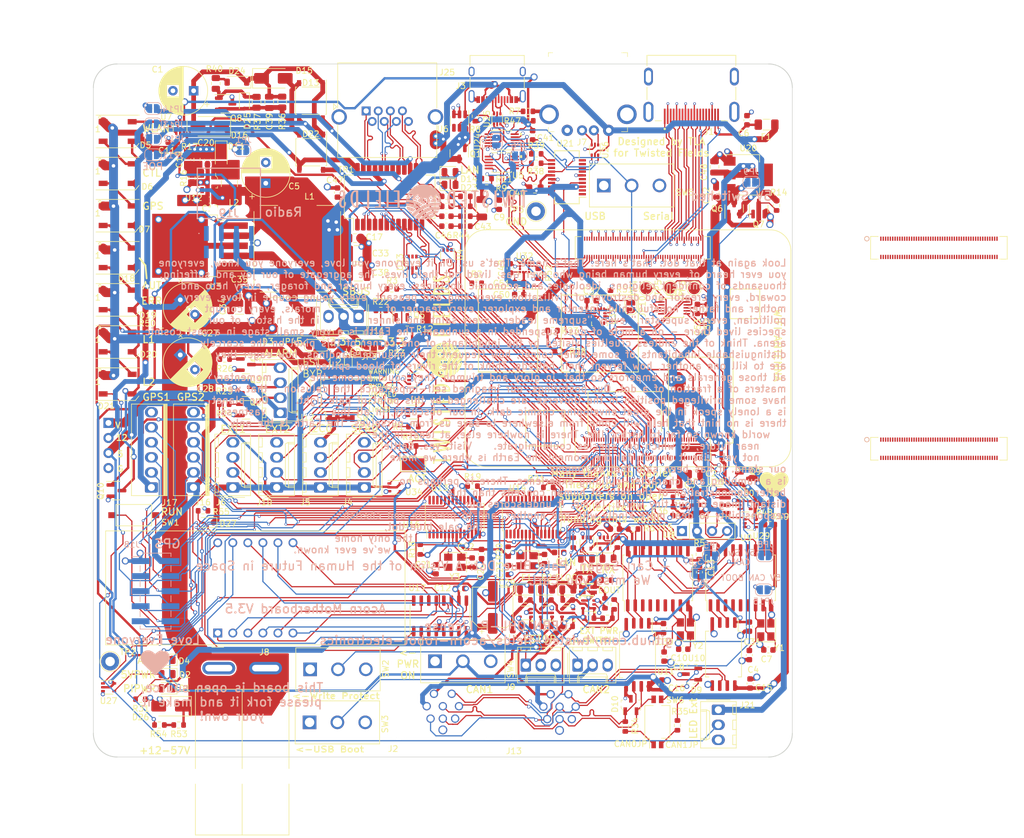
<source format=kicad_pcb>
(kicad_pcb (version 20240108) (generator "pcbnew") (generator_version "8.0")
  (layers (0 "F.Cu" signal) (1 "In1.Cu" signal) (2 "In2.Cu" signal) (31 "B.Cu" signal) (34 "B.Paste" user) (35 "F.Paste" user) (36 "B.SilkS" user "B.Silkscreen") (37 "F.SilkS" user "F.Silkscreen") (38 "B.Mask" user) (39 "F.Mask" user) (44 "Edge.Cuts" user))
  (net 0 "")
  (net 1 "GND")
  (net 2 "+3V3")
  (net 3 "+5V")
  (net 4 "ETH_LEDY")
  (net 5 "ETH_LEDG")
  (net 6 "USBC_VBUS_IN")
  (net 7 "USB_OTG")
  (net 8 "/HDMI_5v")
  (net 9 "VMOT")
  (net 10 "VOUTP")
  (net 11 "nRPI_BOOT")
  (net 12 "nPWR_LED")
  (net 13 "WS2812")
  (net 14 "USB_P")
  (net 15 "USB_N")
  (net 16 "Net-(U9-OSC2)")
  (net 17 "SBUS_RX")
  (net 18 "RUN_PG")
  (net 19 "Net-(U9-OSC1)")
  (net 20 "Net-(U8-OSC2)")
  (net 21 "IRQ2")
  (net 22 "IRQ1")
  (net 23 "GLOBAL_EN")
  (net 24 "Net-(U8-OSC1)")
  (net 25 "Net-(U13-XTAL1)")
  (net 26 "Net-(U13-XTAL2)")
  (net 27 "EEPROM_nWP")
  (net 28 "CS2")
  (net 29 "/HDMI0_SDA")
  (net 30 "/HDMI0_SCL")
  (net 31 "/HDMI0_HOTPLUG")
  (net 32 "/HDMI0_D2_P")
  (net 33 "/HDMI0_D2_N")
  (net 34 "/HDMI0_D1_P")
  (net 35 "/HDMI0_D1_N")
  (net 36 "/HDMI0_D0_P")
  (net 37 "/HDMI0_D0_N")
  (net 38 "/HDMI0_CK_P")
  (net 39 "/HDMI0_CK_N")
  (net 40 "/HDMI0_CEC")
  (net 41 "Net-(U14-XTAL1)")
  (net 42 "Net-(U14-XTAL2)")
  (net 43 "Net-(D1-K)")
  (net 44 "Net-(D2-K)")
  (net 45 "Net-(D3-K)")
  (net 46 "Net-(D4-K)")
  (net 47 "Net-(D5-DOUT)")
  (net 48 "Net-(D5-DIN)")
  (net 49 "Net-(D6-DOUT)")
  (net 50 "Net-(D18-DIN)")
  (net 51 "Net-(D8-K)")
  (net 52 "Net-(D11-A)")
  (net 53 "Net-(D12-K)")
  (net 54 "Net-(D12-A)")
  (net 55 "Net-(D17-K)")
  (net 56 "Net-(D17-A)")
  (net 57 "Net-(D18-DOUT)")
  (net 58 "Net-(D19-DOUT)")
  (net 59 "Net-(D20-DOUT)")
  (net 60 "Net-(D21-DOUT)")
  (net 62 "VOUTN")
  (net 63 "Net-(J3-CC1)")
  (net 65 "Net-(J3-CC2)")
  (net 67 "Net-(J12-Pin_2)")
  (net 68 "Net-(J12-Pin_3)")
  (net 69 "Net-(J12-Pin_4)")
  (net 70 "/TX1")
  (net 71 "/RX1")
  (net 73 "VC4")
  (net 74 "Net-(C42-Pad2)")
  (net 75 "Net-(C43-Pad1)")
  (net 76 "USBC_D_P")
  (net 77 "USBC_D_N")
  (net 78 "VC3")
  (net 79 "Net-(C44-Pad2)")
  (net 109 "TRD0_P")
  (net 110 "TRD0_N")
  (net 111 "TRD1_N")
  (net 112 "TRD1_P")
  (net 113 "USBA_D_N")
  (net 114 "USBA_D_P")
  (net 129 "SERIAL_CIPO")
  (net 130 "CAN_SCK")
  (net 131 "SERIAL_COPI")
  (net 132 "CAN_SCI0")
  (net 133 "CAN_SCI1")
  (net 140 "/CAN1_N")
  (net 141 "/CAN1_P")
  (net 143 "/CAN0_N")
  (net 144 "/CAN0_P")
  (net 146 "+12V")
  (net 169 "FB")
  (net 176 "Net-(Q1-G)")
  (net 177 "Net-(Q2-G)")
  (net 178 "CS1")
  (net 179 "Net-(Q3-G)")
  (net 180 "Net-(Q4-G)")
  (net 181 "Net-(Q5-G)")
  (net 182 "Net-(U1-Y)")
  (net 183 "Net-(U9-~{RESET})")
  (net 184 "Net-(U8-~{RESET})")
  (net 185 "Net-(U13-~{RESET})")
  (net 186 "Net-(U14-~{RESET})")
  (net 187 "Net-(U2-Y)")
  (net 198 "Net-(U10-TXD)")
  (net 199 "Net-(U10-RXD)")
  (net 201 "SERIALPWR1")
  (net 202 "SERIALPWR2")
  (net 203 "SERIAL_CLK")
  (net 204 "CAN_CS1")
  (net 205 "CAN_CS0")
  (net 206 "RC_SBUS")
  (net 207 "ESTOP")
  (net 208 "A1")
  (net 209 "A2")
  (net 210 "A3")
  (net 222 "ESTOP_OUT")
  (net 225 "KS5")
  (net 226 "KS4")
  (net 227 "KP")
  (net 228 "KS3")
  (net 229 "KS7")
  (net 230 "GR4")
  (net 231 "KS2")
  (net 232 "GR3")
  (net 233 "GR2")
  (net 234 "KS6")
  (net 235 "KS1")
  (net 236 "GR1")
  (net 238 "CAN_COPI")
  (net 239 "CAN_CIPO")
  (net 240 "SDA6")
  (net 241 "SCL6")
  (net 247 "TXLED")
  (net 248 "RXLED")
  (net 249 "RX_GPIO15")
  (net 250 "TX_GPIO14")
  (net 251 "SCL0_GPIO45")
  (net 252 "SDA0_GPIO44")
  (net 253 "EXTRA_1_GPIO16")
  (net 254 "EXTRA_2_GPIO12")
  (net 255 "EXTRA_3_GPIO1")
  (net 256 "EXTRA_4_GPIO0")
  (net 268 "Net-(Q6-G)")
  (net 269 "5V_switched")
  (net 270 "VC2")
  (net 271 "Net-(C45-Pad2)")
  (net 272 "VC1")
  (net 273 "Net-(C46-Pad2)")
  (net 274 "Net-(C47-Pad2)")
  (net 275 "Net-(D14-K)")
  (net 276 "Net-(D23-K)")
  (net 277 "/D0P")
  (net 278 "/D0N")
  (net 279 "/D1P")
  (net 280 "/D2P")
  (net 281 "/D2N")
  (net 282 "/D1N")
  (net 283 "/D3P")
  (net 284 "/D3N")
  (net 285 "TRD3_P")
  (net 286 "TRD3_N")
  (net 287 "TRD2_N")
  (net 288 "TRD2_P")
  (net 289 "Net-(D24-A)")
  (net 290 "Net-(D25-K)")
  (net 292 "/~{5V_EN}")
  (net 294 "/USB_DN")
  (net 295 "/USB_DP")
  (net 308 "USB_SW_D+")
  (net 309 "USB_SW_D-")
  (net 310 "USB_SERIAL_D-")
  (net 311 "USB_SERIAL_D+")
  (net 312 "/TX2")
  (net 313 "/RX2")
  (net 314 "/TX3")
  (net 315 "/RX3")
  (net 316 "/TX4")
  (net 317 "/RX4")
  (net 318 "ESTOP_SINK1")
  (net 319 "ESTOP_SINK2")
  (net 320 "Net-(U15-A)")
  (net 321 "USBCP_D_P")
  (net 322 "USBCP_D_N")
  (net 323 "USBAP_D_P")
  (net 324 "USBAP_D_N")
  (net 325 "/{slash}LED_EN")
  (net 326 "5V_switched_CAN")
  (net 327 "Net-(D2-A)")
  (net 328 "Net-(Q7-G)")
  (net 329 "Net-(Q9-G)")
  (net 330 "5V_CAN_ENABLE")
  (net 331 "3.3V_5V_PI_CONTROL")
  (net 332 "3.3V_PI_OUT")
  (net 333 "SER_SELECT")
  (net 334 "EXTRA_GPIO")
  (net 335 "PI_n_LED_ACT")
  (net 336 "Net-(U32-C1)")
  (net 337 "Net-(JP10-B)")
  (net 338 "Net-(U32-SDO{slash}SA1)")
  (net 345 "Net-(R34-Pad2)")
  (net 346 "Net-(R35-Pad2)")
  (net 347 "/VMEAS")
  (net 348 "Net-(R53-Pad2)")
  (net 350 "/LED_3.3V_POWER_SW")
  (net 351 "Net-(D18-VSS)")
  (net 352 "Net-(D16-K)")
  (net 353 "SERIAL_CAN_PWR_3.3V")
  (net 354 "ESTOP_SINK_LOCAL")
  (net 355 "Net-(U15-Y)")
  (net 356 "/LED_3.3V_POWER_NONINV")
  (net 357 "Net-(D28-K)")
  (net 358 "Net-(D29-K)")
  (net 359 "/ESTOP_SINK_ALL")
  (net 361 "Net-(D30-K2)")
  (net 362 "Net-(D30-K1)")
  (net 365 "Net-(U33-AIN1)")
  (net 366 "Net-(U33-AIN2)")
  (net 367 "Net-(U33-AIN3)")
  (net 368 "Net-(JP15-A)")
  (footprint "Connector_Molex:Molex_KK-254_AE-6410-04A_1x04_P2.54mm_Vertical" (layer "F.Cu") (at 78.35 101.5 90)
    (property "Reference" "J5")
    (property "Value" "Conn_01x04")
  )
  (footprint "Capacitor_SMD:C_0603_1608Metric" (layer "F.Cu") (at 111.895 66.915 180)
    (property "Reference" "C51")
    (property "Value" "1u")
  )
  (footprint "Connector_Molex:Molex_KK-254_AE-6410-04A_1x04_P2.54mm_Vertical" (layer "F.Cu") (at 85.75 101.5 90)
    (property "Reference" "J4")
    (property "Value" "Conn_01x04")
  )
  (footprint "MountingHole:MountingHole_3.7mm" (layer "F.Cu") (at 44.5 142.5)
    (property "Reference" "H4" (hide yes))
    (property "Value" "MountingHole")
  )
  (footprint "Crystal:Crystal_SMD_3225-4Pin_3.2x2.5mm" (layer "F.Cu") (at 101.015 114.119 180)
    (property "Reference" "Y3")
    (property "Value" "14.7456MHz")
  )
  (footprint "Capacitor_SMD:C_0805_2012Metric" (layer "F.Cu") (at 64.665 68.055)
    (property "Reference" "C35")
    (property "Value" "100nF 100V")
  )
  (footprint "Connector_Anderson:PowerPole_PP45_1336G1_1x2_Horizontal" (layer "F.Cu") (at 69.075 131.995 180)
    (property "Reference" "J8")
    (property "Value" "Conn_01x02")
  )
  (footprint "Capacitor_SMD:C_1210_3225Metric" (layer "F.Cu") (at 84.725 62.025)
    (property "Reference" "C33")
    (property "Value" "47uF 16V ")
  )
  (footprint "Inductor_SMD:L_1210_3225Metric" (layer "F.Cu") (at 62.962 50.108 90)
    (property "Reference" "L2")
    (property "Value" "10uH")
  )
  (footprint "Button_Switch_SMD:SW_DIP_SPSTx04_Slide_KingTek_DSHP04TS_W7.62mm_P1.27mm" (layer "F.Cu") (at 81.825 85.975 90)
    (property "Reference" "SW7")
    (property "Value" "CONFIG_SW")
  )
  (footprint "Package_TO_SOT_SMD:SOT-23" (layer "F.Cu") (at 148.175 54.405 90)
    (property "Reference" "Q6")
    (property "Value" "AO3401A" (hide yes))
  )
  (footprint "Resistor_SMD:R_0603_1608Metric" (layer "F.Cu") (at 47.945 137.245 180)
    (property "Reference" "R31")
    (property "Value" "200R")
  )
  (footprint "Diode_SMD:D_SMC" (layer "F.Cu") (at 72.746 72.656 180)
    (property "Reference" "D3")
    (property "Value" "D_Schottky")
  )
  (footprint "parts:DF40C-100DS-0.4V51" (layer "F.Cu") (at 182.75 61.04)
    (property "Reference" "J23" (hide yes))
    (property "Value" "Conn_01x01" (hide yes))
  )
  (footprint "parts:LED_WS2812B_PLCC4_5.0x5.0mm_P3.2mm" (layer "F.Cu") (at 44.1 62.724999)
    (property "Reference" "D18")
    (property "Value" "WS2812B")
  )
  (footprint "Capacitor_SMD:C_0603_1608Metric" (layer "F.Cu") (at 136.25 125.25 -90)
    (property "Reference" "C30")
    (property "Value" "0.1uF")
  )
  (footprint "Resistor_SMD:R_0603_1608Metric" (layer "F.Cu") (at 113.435 39.595 180)
    (property "Reference" "R47")
    (property "Value" "10k")
  )
  (footprint "Capacitor_SMD:C_0603_1608Metric" (layer "F.Cu") (at 110.365 64.495001 90)
    (property "Reference" "C49")
    (property "Value" "0.1uF")
  )
  (footprint "Resistor_SMD:R_0603_1608Metric" (layer "F.Cu") (at 120.075 124.945 180)
    (property "Reference" "R56" (hide yes))
    (property "Value" "2.2k 1%")
  )
  (footprint "Package_SO:SSOP-20_3.9x8.7mm_P0.635mm" (layer "F.Cu") (at 119.955 49.125001 180)
    (property "Reference" "U21")
    (property "Value" "FT231XS")
  )
  (footprint "Resistor_SMD:R_0603_1608Metric" (layer "F.Cu") (at 94.031 91.223)
    (property "Reference" "R1")
    (property "Value" "1k")
  )
  (footprint "Package_TO_SOT_SMD:SOT-23-3" (layer "F.Cu") (at 62.325 36.725)
    (property "Reference" "Q8")
    (property "Value" "Si2328DS")
  )
  (footprint "Package_TO_SOT_SMD:SOT-223-3_TabPin2" (layer "F.Cu") (at 150.565 48.725)
    (property "Reference" "U20")
    (property "Value" "TLV1117LV33DCYR" (hide yes))
  )
  (footprint "Capacitor_SMD:C_0603_1608Metric" (layer "F.Cu") (at 110.066 115.445 90)
    (property "Reference" "C23")
    (property "Value" "22p")
  )
  (footprint "Connector_Molex:Molex_KK-254_AE-6410-03A_1x03_P2.54mm_Vertical" (layer "F.Cu") (at 112.995 131.495)
    (property "Reference" "J9")
    (property "Value" "ESTOP")
  )
  (footprint "Resistor_SMD:R_0603_1608Metric" (layer "F.Cu") (at 113.372 38.003 180)
    (property "Reference" "R7")
    (property "Value" "5.1k")
  )
  (footprint "parts:Ckmtw-W-2510S06P_1x06_P2.54mm_Vertical" (layer "F.Cu") (at 56.559466 101.499365 90)
    (property "Reference" "J16")
    (property "Value" "~")
  )
  (footprint "Jumper:SolderJumper-3_P1.3mm_Open_RoundedPad1.0x1.5mm" (layer "F.Cu") (at 87.35 77.5 180)
    (property "Reference" "JP3")
    (property "Value" "SolderJumper_3_Open")
  )
  (footprint "Resistor_SMD:R_0603_1608Metric" (layer "F.Cu") (at 127.915 121.245 90)
    (property "Reference" "R62" (hide yes))
    (property "Value" "10k")
  )
  (footprint "digikey-footprints:SOT-23-3" (layer "F.Cu") (at 141.068 133.005 180)
    (property "Reference" "D9")
    (property "Value" "CDSOT23-SM712")
  )
  (footprint "Crystal:Crystal_SMD_3225-4Pin_3.2x2.5mm" (layer "F.Cu") (at 113.202 113.871 180)
    (property "Reference" "Y4" (hide yes))
    (property "Value" "14.7456MHz")
  )
  (footprint "Capacitor_SMD:C_0603_1608Metric" (layer "F.Cu") (at 136.353 130.044 -90)
    (property "Reference" "C8")
    (property "Value" "18p")
  )
  (footprint "Package_TO_SOT_SMD:SOT-666" (layer "F.Cu") (at 108.175 39.275 90)
    (property "Reference" "U25")
    (property "Value" "USBLC6-2P6")
  )
  (footprint "Package_SO:SOIC-8_3.9x4.9mm_P1.27mm" (layer "F.Cu") (at 144.175 103.855 180)
    (property "Reference" "U28")
    (property "Value" "PCA9536D")
  )
  (footprint "Package_TO_SOT_SMD:SOT-353_SC-70-5" (layer "F.Cu") (at 94.261 83.359)
    (property "Reference" "U2")
    (property "Value" "SN74LVC1G07QDCKTQ1")
  )
  (footprint "Resistor_SMD:R_0603_1608Metric" (layer "F.Cu") (at 102.805 55.708332)
    (property "Reference" "R43" (hide yes))
    (property "Value" "75R 100v")
  )
  (footprint "Package_SO:TSSOP-10_3x3mm_P0.5mm" (layer "F.Cu") (at 138.035 71.175)
    (property "Reference" "U33")
    (property "Value" "ADS1115IDGS")
  )
  (footprint "Diode_SMD:D_SOD-123" (layer "F.Cu") (at 64.24 33.075 180)
    (property "Reference" "D24")
    (property "Value" "28V / 500mW")
  )
  (footprint "Crystal:Crystal_SMD_3225-4Pin_3.2x2.5mm" (layer "F.Cu") (at 139.95 125.381 90)
    (property "Reference" "Y2")
    (property "Value" "16MHz")
  )
  (footprint "Capacitor_SMD:C_0603_1608Metric" (layer "F.Cu") (at 105.533 112.73 90)
    (property "Reference" "C26")
    (property "Value" "0.1uF")
  )
  (footprint "Transformer_SMD:Transformer_Ethernet_YDS_30F-51NL_SO-24_7.1x15.1mm" (layer "F.Cu") (at 90.025 52.415 90)
    (property "Reference" "TR1")
    (property "Value" "G2401CG")
  )
  (footprint "Capacitor_THT:CP_Radial_D8.0mm_P3.50mm" (layer "F.Cu") (at 69.106 50.138 90)
    (property "Reference" "C5")
    (property "Value" "1000uF 10v solid")
  )
  (footprint "Resistor_SMD:R_0603_1608Metric" (layer "F.Cu") (at 106.408 50.926001 180)
    (property "Reference" "R9")
    (property "Value" "2.2k 1%")
  )
  (footprint "Capacitor_SMD:C_0603_1608Metric" (layer "F.Cu") (at 114.155 42.035 90)
    (property "Reference" "C41")
    (property "Value" "0.1uF")
  )
  (footprint "Package_TO_SOT_SMD:SOT-23" (layer "F.Cu") (at 65.751 80.749)
    (property "Reference" "Q4")
    (property "Value" "Q_NMOS_GSD")
  )
  (footprint "Resistor_SMD:R_0603_1608Metric" (layer "F.Cu") (at 102.805 57.385)
    (property "Reference" "R44")
    (property "Value" "75R 100v")
  )
  (footprint "Resistor_SMD:R_0603_1608Metric" (layer "F.Cu") (at 138.6 141.66 -90)
    (property "Reference" "R35")
    (property "Value" "120R")
  )
  (footprint "Resistor_SMD:R_0603_1608Metric" (layer "F.Cu") (at 58.515 105.435)
    (property "Reference" "R55")
    (property "Value" "5.1k 0.1%")
  )
  (footprint "Fuse:Fuse_1206_3216Metric" (layer "F.Cu") (at 153.651 40.245 180)
    (property "Reference" "F1")
    (property "Value" "Polyfuse")
  )
  (footprint "Capacitor_SMD:C_0603_1608Metric" (layer "F.Cu") (at 55.926601 46.1394 -90)
    (property "Reference" "C19")
    (property "Value" "22pF")
  )
  (footprint "Capacitor_SMD:C_0603_1608Metric" (layer "F.Cu") (at 128.044 108.512)
    (property "Reference" "C14" (hide yes))
    (property "Value" "0.1uF")
  )
  (footprint "Connector_Molex:Molex_KK-254_AE-6410-03A_1x03_P2.54mm_Vertical" (layer "F.Cu") (at 121.745 131.495)
    (property "Reference" "J14")
    (property "Value" "Power Sw")
  )
  (footprint "parts:LED_WS2812B_PLCC4_5.0x5.0mm_P3.2mm" (layer "F.Cu") (at 44.1 76.941665)
    (property "Reference" "D20")
    (property "Value" "WS2812B")
  )
  (footprint "Resistor_SMD:R_0603_1608Metric" (layer "F.Cu") (at 121.015 110.809999 -90)
    (property "Reference" "R13" (hide yes))
    (property "Value" "27R")
  )
  (footprint "Capacitor_SMD:C_0603_1608Metric" (layer "F.Cu") (at 150.342 39.498 90)
    (property "Reference" "C6")
    (property "Value" "0.1uF")
  )
  (footprint "Package_TO_SOT_SMD:SOT-23" (layer "F.Cu") (at 43.895 102.025)
    (property "Reference" "Q10")
    (property "Value" "Q_NMOS_GSD")
  )
  (footprint "parts:CS12ANW03" (layer "F.Cu") (at 97.686 130.835801 90)
    (property "Reference" "SW4")
    (property "Value" "SW_SPDT" (hide yes))
  )
  (footprint "digikey-footprints:SOT-23-3" (layer "F.Cu") (at 130.745 138.218 90)
    (property "Reference" "D10")
    (property "Value" "CDSOT23-SM712")
  )
  (footprint "Package_TO_SOT_SMD:SOT-23" (layer "F.Cu") (at 65.751 84.573)
    (property "Reference" "Q3")
    (property "Value" "Q_NMOS_GSD")
  )
  (footprint "parts:LED_WS2812B_PLCC4_5.0x5.0mm_P3.2mm" (layer "F.Cu") (at 44.1 41.4)
    (property "Reference" "D5")
    (property "Value" "WS2812B")
  )
  (footprint "LED_SMD:LED_0805_2012Metric" (layer "F.Cu") (at 116.514999 118.71)
    (property "Reference" "D28" (hide yes))
    (property "Value" "LED_RED")
  )
  (footprint "Resistor_SMD:R_0603_1608Metric" (layer "F.Cu") (at 102.805 54.031666)
    (property "Reference" "R42" (hide yes))
    (property "Value" "75R 100v")
  )
  (footprint "Resistor_SMD:R_0603_1608Metric" (layer "F.Cu") (at 113.095 124.945 180)
    (property "Reference" "R32" (hide yes))
    (property "Value" "2.2k 1%")
  )
  (footprint "Capacitor_SMD:C_1206_3216Metric" (layer "F.Cu") (at 105.575 54.355 90)
    (property "Reference" "C43")
    (property "Value" "1nF 2kV")
  )
  (footprint "Diode_SMD:Diode_Bridge_Diotec_ABS" (layer "F.Cu") (at 76.725 36.205 -90)
    (property "Reference" "D13")
    (property "Value" "ABS2")
  )
  (footprint "parts:TE_1747981-1" (layer "F.Cu") (at 140.96 38.089 180)
    (property "Reference" "J1")
    (property "Value" "1747981-1")
  )
  (footprint "digikey-footprints:SOT-753" (layer "F.Cu") (at 59.316999 49.942 180)
    (property "Reference" "U12")
    (property "Value" "TPS61040DBVR")
  )
  (footprint "Resistor_SMD:R_0603_1608Metric" (layer "F.Cu") (at 115.105 65.395001 90)
    (property "Reference" "R52")
    (property "Value" "5.1k")
  )
  (footprint "Resistor_SMD:R_0603_1608Metric" (layer "F.Cu") (at 116.494999 120.494999)
    (property "Reference" "R45" (hide yes))
    (property "Value" "130R")
  )
  (footprint "Resistor_SMD:R_0805_2012Metric" (layer "F.Cu") (at 60.675 33.284999 90)
    (property "Reference" "R40")
    (property "Value" "51k")
  )
  (footprint "Resistor_SMD:R_0603_1608Metric" (layer "F.Cu") (at 62.099 83.634)
    (property "Reference" "R25")
    (property "Value" "100R")
  )
  (footprint "taylor_footprints:twisted" (layer "F.Cu") (at 98.8 90.75 90)
    (property "Reference" "G***" (hide yes))
    (property "Value" "LOGO" (hide yes))
  )
  (footprint "Resistor_SMD:R_0603_1608Metric" (layer "F.Cu") (at 51.152107 141.596422 180)
    (property "Reference" "R54")
    (property "Value" "50k 0.1%")
  )
  (footprint "taylor_footprints:twisted_2" (layer "F.Cu") (at 98.797147 81.431341 90)
    (property "Reference" "G***" (hide yes))
    (property "Value" "LOGO" (hide yes))
  )
  (footprint "Package_TO_SOT_SMD:SOT-353_SC-70-5" (layer "F.Cu") (at 94.103 88.767)
    (property "Reference" "U1")
    (property "Value" "SN74LVC1G07QDCKTQ1")
  )
  (footprint "Resistor_SMD:R_0603_1608Metric" (layer "F.Cu") (at 117.525 75)
    (property "Reference" "R23")
    (property "Value" "10k")
  )
  (footprint "Resistor_SMD:R_0603_1608Metric" (layer "F.Cu") (at 120.075 120.494999)
    (property "Reference" "R27" (hide yes))
    (property "Value" "130R")
  )
  (footprint "Capacitor_SMD:C_0603_1608Metric" (layer "F.Cu") (at 53.4 43.2 180)
    (property "Reference" "C11")
    (property "Value" "0.1uF")
  )
  (footprint "Capacitor_SMD:C_0603_1608Metric" (layer "F.Cu") (at 99.605 52.355)
    (property "Reference" "C42" (hide yes))
    (property "Value" "22nF 100v")
  )
  (footprint "Resistor_SMD:R_0603_1608Metric" (layer "F.Cu") (at 126.604999 117.155)
    (property "Reference" "R59" (hide yes))
    (property "Value" "130R")
  )
  (footprint "Connector_PinHeader_2.54mm:PinHeader_1x04_P2.54mm_Vertical" (layer "F.Cu") (at 139.37 108.85 90)
    (property "Reference" "J15")
    (property "Value" "I2C OLED")
  )
  (footprint "Capacitor_SMD:C_0603_1608Metric" (layer "F.Cu") (at 116.162 113.578 -90)
    (property "Reference" "C24" (hide yes))
    (property "Value" "22p")
  )
  (footprint "Resistor_SMD:R_0603_1608Metric" (layer "F.Cu") (at 95.174 111.977 -90)
    (property "Reference" "R18")
    (property "Value" "10K")
  )
  (footprint "Package_TO_SOT_SMD:SOT-353_SC-70-5" (layer "F.Cu") (at 150.925 107.525)
    (property "Reference" "U29")
    (property "Value" "SN74LVC1G07QDCKTQ1")
  )
  (footprint "Button_Switch_SMD:SW_DIP_SPSTx02_Slide_KingTek_DSHP02TS_W7.62mm_P1.27mm" (layer "F.Cu") (at 135.225 141.075 90)
    (property "Reference" "SW6")
    (property "Value" "SW_DIP_x02")
  )
  (footprint "Package_SO:SOIC-18W_7.5x11.6mm_P1.27mm" (layer "F.Cu") (at 135.289 116.751 90)
    (property "Reference" "U8")
    (property "Value" "MCP2515-xSO")
  )
  (footprint "Capacitor_SMD:C_0603_1608Metric" (layer "F.Cu") (at 59.2642 46.203 -90)
    (property "Reference" "C20")
    (property "Value" "1uF")
  )
  (footprint "MountingHole:MountingHole_3.7mm" (layer "F.Cu") (at 44.5 34.5)
    (property "Reference" "H1" (hide yes))
    (property "Value" "MountingHole")
  )
  (footprint "Connector_Molex:Molex_KK-254_AE-6410-04A_1x04_P2.54mm_Vertical" (layer "F.Cu") (at 63.55 101.5 90)
    (property "Reference" "J6")
    (property "Value" "Conn_01x04")
  )
  (footprint "Capacitor_SMD:C_0603_1608Metric" (layer "F.Cu") (at 150.872 134.591 -90)
    (property "Reference" "C15")
    (property "Value" "0.1uF")
  )
  (footprint "TestPoint:TestPoint_Loop_D2.60mm_Drill1.6mm_Beaded" (layer "F.Cu") (at 42.825 130.875)
    (property "Reference" "TP2")
    (property "Value" "TestPoint")
  )
  (footprint "Diode_SMD:D_SMA" (layer "F.Cu") (at 59.66 40.525 180)
    (property "Reference" "D16")
    (property "Value" "D")
  )
  (footprint "Capacitor_SMD:C_0603_1608Metric" (layer "F.Cu") (at 139.585 128.794 180)
    (property "Reference" "C10")
    (property "Value" "18p")
  )
  (footprint "Package_TO_SOT_SMD:SOT-353_SC-70-5" (layer "F.Cu") (at 150.025 104.475)
    (property "Reference" "U30")
    (property "Value" "SN74LVC1G07QDCKTQ1")
  )
  (footprint "Diode_SMD:D_SMA" (layer "F.Cu") (at 53.03 138.425 180)
    (property "Reference" "D26")
    (property "Value" "SMAJ51A")
  )
  (footprint "Resistor_SMD:R_0603_1608Metric" (layer "F.Cu") (at 128.455 110.81 -90)
    (property "Reference" "R15" (hide yes))
    (property "Value" "56R")
  )
  (footprint "Capacitor_SMD:C_0603_1608Metric" (layer "F.Cu") (at 97.846 115.317 90)
    (property "Reference" "C21")
    (property "Value" "22p")
  )
  (footprint "Resistor_SMD:R_0603_1608Metric" (layer "F.Cu") (at 93.65 94.489 180)
    (property "Reference" "R10")
    (property "Value" "1k")
  )
  (footprint "Connector_Molex:Molex_KK-254_AE-6410-03A_1x03_P2.54mm_Vertical" (layer "F.Cu") (at 84.78 72.615 180)
    (property "Reference" "J11")
    (property "Value" "Conn_01x03")
  )
  (footprint "Capacitor_SMD:C_0805_2012Metric" (layer "F.Cu") (at 69.695 36.485 -90)
    (property "Reference" "C39")
    (property "Value" "0.1uF")
  )
  (footprint "Resistor_SMD:R_0603_1608Metric" (layer "F.Cu") (at 118.75 78.59)
    (property "Reference" "R28")
    (property "Value" "10k")
  )
  (footprint "Capacitor_SMD:C_0603_1608Metric" (layer "F.Cu") (at 99.605 57.385)
    (property "Reference" "C46")
    (property "Value" "22nF 100v")
  )
  (footprint "Package_TO_SOT_SMD:SOT-353_SC-70-5" (layer "F.Cu") (at 126.186 110.874 -90)
    (property "Reference" "U19" (hide yes))
    (property "Value" "SN74LVC1G07QDCKTQ1")
  )
  (footprint "Crystal:Crystal_SMD_3225-4Pin_3.2x2.5mm" (layer "F.Cu") (at 153.519 125.551 90)
    (property "Reference" "Y1")
    (property "Value" "16MHz")
  )
  (footprint "Capacitor_SMD:C_0805_2012Metric" (layer "F.Cu") (at 141.5 99.25)
    (property "Reference" "C2")
    (property "Value" "10uF")
  )
  (footprint "parts:CS12ANW03" (layer "F.Cu") (at 76.5 141.15 90)
    (property "Reference" "SW3")
    (property "Value" "SW_SPDT" (hide yes))
  )
  (footprint "Resistor_SMD:R_0603_1608Metric" (layer "F.Cu") (at 116.494999 124.945 180)
    (property "Reference" "R4" (hide yes))
    (property "Value" "2.2k 1%")
  )
  (footprint "Capacitor_SMD:C_0805_2012Metric" (layer "F.Cu") (at 114.555 51.045 180)
    (property "Reference" "C40")
    (property "Value" "0.1uF")
  )
  (footprint "Package_TO_SOT_SMD:TO-263-5_TabPin3" (layer "F.Cu") (at 58.006 60.696 180)
    (property "Reference" "U3")
    (property "Value" "LM2576HVS-5")
  )
  (footprint "parts:ISL54222AIUZ" (layer "F.Cu") (at 108.9319 42.853)
    (property "Reference" "U24")
    (property "Value" "ISL54222AIUZ" (hide yes))
  )
  (footprint "Package_TO_SOT_SMD:SOT-353_SC-70-5" (layer "F.Cu") (at 123.309 110.879 -90)
    (property "Reference" "U18" (hide yes))
    (property "Value" "SN74LVC1G07QDCKTQ1")
  )
  (footprint "Package_SO:SOIC-8_7.5x5.85mm_P1.27mm" (layer "F.Cu") (at 146.387 129.622 -90)
    (property "Reference" "U10")
    (property "Value" "isolator")
  )
  (footprint "Capacitor_SMD:C_0603_1608Metric" (layer "F.Cu") (at 99.605 54.031666)
    (property "Reference" "C44" (hide yes))
    (property "Value" "22nF 100v")
  )
  (footprint "Resistor_SMD:R_0603_1608Metric" (layer "F.Cu") (at 154.205 107.765)
    (property "Reference" "R49")
    (property "Value" "10k")
  )
  (footprint "Resistor_SMD:R_0603_1608Metric" (layer "F.Cu") (at 104.482 38.826 -90)
    (property "Reference" "R8")
    (property "Value" "5.1k")
  )
  (footprint "Resistor_SMD:R_0603_1608Metric" (layer "F.Cu") (at 142.287 112.785999 -90)
    (property "Reference" "R5")
    (property "Value" "10k")
  )
  (footprint "Resistor_SMD:R_0603_1608Metric" (layer "F.Cu") (at 138.675 103.16)
    (property "Reference" "R29" (hide yes))
    (property "Value" "10k")
  )
  (footprint "Capacitor_SMD:C_0603_1608Metric" (layer "F.Cu") (at 111.894999 68.925 180)
    (property "Reference" "C50")
    (property "Value" "0.1uF")
  )
  (footprint "LED_SMD:LED_0805_2012Metric" (layer "F.Cu") (at 52.45 133 180)
    (property "Reference" "D2")
    (property "Value" "LED_RED")
  )
  (footprint "Connector_Molex:Molex_KK-254_AE-6410-04A_1x04_P2.54mm_Vertical" (layer "F.Cu") (at 71.55 88.9 90)
    (property "Reference" "J12")
    (property "Value" "Conn_01x04")
  )
  (footprint "Resistor_SMD:R_0603_1608Metric" (layer "F.Cu") (at 62.099 87.439)
    (property "Reference" "R24")
    (property "Value" "100R")
  )
  (footprint "Package_TO_SOT_SMD:SOT-353_SC-70-5" (layer "F.Cu") (at 120.075 122.675 180)
    (property "Reference" "U35" (hide yes))
    (property "Value" "SN74LVC1G07QDCKTQ1")
  )
  (footprint "Resistor_SMD:R_0603_1608Metric" (layer "F.Cu") (at 57.502 46.139 90)
    (property "Reference" "R17")
    (property "Value" "1.8M")
  )
  (footprint "Resistor_SMD:R_0603_1608Metric" (layer "F.Cu") (at 129.8 141.85 -90)
    (property "Reference" "R34")
    (property "Value" "120R")
  )
  (footprint "Capacitor_SMD:C_0603_1608Metric" (layer "F.Cu") (at 124.105 69.955)
    (property "Reference" "C37")
    (property "Value" "0.1uF")
  )
  (footprint "Resistor_SMD:R_0603_1608Metric" (layer "F.Cu") (at 114.765 45.175)
    (property "Reference" "R39")
    (property "Value" "27")
  )
  (footprint "Package_TO_SOT_SMD:SOT-353_SC-70-5" (layer "F.Cu") (at 90.925 101.475)
    (property "Reference" "U34")
    (property "Value" "SN74LVC1G07QDCKTQ1")
  )
  (footprint "Capacitor_SMD:C_0603_1608Metric" (layer "F.Cu") (at 99.605 55.708332)
    (property "Reference" "C45" (hide yes))
    (property "Value" "22nF 100v")
  )
  (footprint "parts:SW_TS_1101_C_W" (layer "F.Cu") (at 46.824 106.171)
    (property "Reference" "SW1")
    (property "Value" "B3U-1000P")
  )
  (footprint "parts:USB_A_Female_UE27AC54100" (layer "F.Cu") (at 123.5 38.5 180)
    (property "Reference" "J7")
    (property "Value" "USB_A")
  )
  (footprint "Package_LGA:LGA-12_2x2mm_P0.5mm" (layer "F.Cu") (at 112.785 64.375)
    (property "Reference" "U32")
    (property "Value" "LIS3MDL")
  )
  (footprint "parts:M12A-08PFFR" (layer "F.Cu") (at 118.7 148.3)
    (property "Reference" "J13")
    (property "Value" "M12A-08PFFR-SF7003")
  )
  (footprint "Resistor_SMD:R_0603_1608Metric" (layer "F.Cu") (at 51.599 75.119199 180)
    (property "Reference" "R50")
    (property "Value" "100k")
  )
  (footprint "MountingHole:MountingHole_3.7mm" (layer "F.Cu") (at 153.5 34.5)
    (property "Reference" "H3" (hide yes))
    (property "Value" "MountingHole")
  )
  (footprint "TestPoint:TestPoint_Loop_D2.60mm_Drill1.6mm_Beaded" (layer "F.Cu") (at 114.725 54.875)
    (property "Reference" "TP3")
    (property "Value" "TestPoint")
  )
  (footprint "Package_TO_SOT_SMD:SOT-23" (layer "F.Cu") (at 149.995 99.975)
    (property "Reference" "Q9")
    (property "Value" "AO3401A")
  )
  (footprint "parts:CS12ANW03" (layer "F.Cu") (at 126.171 50.515799 90)
    (property "Reference" "SW5")
    (property "Value" "SW_SPDT" (hide yes))
  )
  (footprint "parts:LED_WS2812B_PLCC4_5.0x5.0mm_P3.2mm" (layer "F.Cu") (at 44.1 84.049998)
    (property "Reference" "D21")
    (property "Value" "WS2812B")
  )
  (footprint "Capacitor_SMD:C_1210_3225Metric" (layer "F.Cu") (at 84.725 65.275)
    (property "Reference" "C38")
    (property "Value" "47uF 16V ")
  )
  (footprint "Resistor_SMD:R_0603_1608Metric" (layer "F.Cu") (at 126.795 123.575 180)
    (property "Reference" "R63" (hide yes))
    (property "Value" "10k")
  )
  (footprint "Resistor_SMD:R_0603_1608Metric" (layer "F.Cu") (at 138.675 104.735)
    (property "Reference" "R30" (hide yes))
    (property "Value" "10k")
  )
  (footprint "Diode_SMD:D_SOD-323" (layer "F.Cu") (at 59.24 107.415 180)
    (property "Reference" "D27")
    (property "Value" "1N4148WS")
  )
  (footprint "Resistor_SMD:R_0603_1608Metric" (layer "F.Cu") (at 106.398 49.348001)
    (property "Reference" "R11")
    (property "Value" "2.2k 1%")
  )
  (footprint "Connector_Molex:Molex_KK-254_AE-6410-04A_1x04_P2.54mm_Vertical" (layer "F.Cu") (at 70.95 101.5 90)
    (property "Reference" "J10")
    (property "Value" "Conn_01x04")
  )
  (footprint "MountingHole:MountingHole_3.7mm" (layer "F.Cu") (at 153.5 142.5)
    (property "Reference" "H2" (hide yes))
    (property "Value" "MountingHole")
  )
  (footprint "Resistor_SMD:R_0805_2012Metric" (layer "F.Cu") (at 71.875 36.435 90)
    (property "Reference" "R36")
    (property "Value" "24k")
  )
  (footprint "parts:M12A-08PFFR" (layer "F.Cu") (at 99 148.225)
    (property "Reference" "J2")
    (property "Value" "M12A-08PFFR-SF7003")
  )
  (footprint "Resistor_SMD:R_0603_1608Metric" (layer "F.Cu") (at 88.534 71.603)
    (property "Reference" "R22")
    (property "Value" "100R")
  )
  (footprint "Capacitor_SMD:C_0805_2012Metric" (layer "F.Cu") (at 138 100.95 180)
    (property "Reference" "C3")
    (property "Value" "10uF")
  )
  (footprint "Capacitor_SMD:CP_Elec_6.3x7.7" (layer "F.Cu") (at 107.425 121.738 90)
    (property "Reference" "C29")
    (property "Value" "470uF 10V")
  )
  (footprint "Package_TO_SOT_SMD:SOT-23" (layer "F.Cu") (at 101.764 45.098 -90)
    (property "Reference" "Q1")
    (property "Value" "Q_PMOS_GSD")
  )
  (footprint "Capacitor_SMD:C_0603_1608Metric" (layer "F.Cu") (at 150.745 129.794 -90)
    (property "Reference" "C4")
    (property "Value" "18p")
  )
  (footprint "Resistor_SMD:R_0603_1608Metric" (layer "F.Cu") (at 90.396 67.972 180)
    (property "Reference" "R3")
    (property "Value" "470R")
  )
  (footprint "Resistor_SMD:R_0603_1608Metric" (layer "F.Cu") (at 123.005 116.814999)
    (property "Reference" "R60" (hide yes))
    (property "Value" "130R")
  )
  (footprint "parts:Ckmtw-W-2510S06P_1x06_P2.54mm_Vertical" (layer "F.Cu") (at 49.459466 101.499366 90)
    (property "Reference" "J17")
    (property "Value" "~")
  )
  (footprint "Resistor_SMD:R_0603_1608Metric" (layer "F.Cu") (at 62.172 79.827)
    (property "Reference" "R26")
    (property "Value" "100R")
  )
  (footprint "Capacitor_SMD:C_0603_1608Metric" (layer "F.Cu") (at 150.75 124.99 -90)
    (property "Reference" "C31")
    (property "Value" "0.1uF")
  )
  (footprint "Resistor_SMD:R_0603_1608Metric" (layer "F.Cu") (at 104.722 67.018)
    (property "Reference" "R2")
    (property "Value" "470R")
  )
  (footprint "Capacitor_SMD:C_0603_1608Metric" (layer "F.Cu") (at 141.985 71.355 -90)
    (property "Reference" "C53")
    (property "Value" "100n")
  )
  (footprint "Connector_Molex:Molex_KK-254_AE-6410-03A_1x03_P2.54mm_Vertical" (layer "F.Cu") (at 145.507 139.03 -90)
    (property "Reference" "J21")
    (property "Value" "Conn_01x03")
  )
  (footprint "Capacitor_SMD:C_0603_1608Metric" (layer "F.Cu") (at 108.531 53.772 90)
    (property "Reference" "C9")
    (property "Value" "0.1uF")
  )
  (footprint "LED_SMD:LED_0805_2012Metric" (layer "F.Cu") (at 123.25 113.5 180)
    (property "Reference" "D12" (hide yes))
    (property "Value" "LED_GREEN")
  )
  (footprint "parts:CS12ANW03" (layer "F.Cu") (at 76.6 132.2 90)
    (property "Reference" "SW2")
    (property "Value" "SW_SPDT" (hide yes))
  )
  (footprint "parts:RJ45_R-RJ45R08P-B000" (layer "F.Cu") (at 86.055 37.925)
    (property "Reference" "J25")
    (property "Value" "RJ45")
  )
  (footprint "Resistor_SMD:R_0603_1608Metric" (layer "F.Cu") (at 126.375 121.055 90)
    (property "Reference" "R58" (hide yes))
    (property "Value" "10k")
  )
  (footprint "Display_7Segment:CA56-12SEKWA" (layer "F.Cu") (at 61 126.067 90)
    (property "Reference" "U16")
    (property "Value" "CC56-12SEKWA")
  )
  (footprint "Jumper:SolderJumper-2_P1.3mm_Open_RoundedPad1.0x1.5mm" (layer "F.Cu") (at 130.725 70.915 90)
    (property "Reference" "JP10")
    (property "Value" "SolderJumper_2_Open")
  )
  (footprint "Package_TO_SOT_SMD:SOT-23" (layer "F.Cu") (at 152.325 54.405 90)
    (property "Reference" "Q7")
    (property "Value" "AO3400A" (hide yes))
  )
  (footprint "LED_SMD:LED_0805_2012Metric" (layer "F.Cu") (at 100.205 48.27)
    (property "Reference" "D14")
    (property "Value" "LED_GREEN")
  )
  (footprint "Package_TO_SOT_SMD:SOT-353_SC-70-5" (layer "F.Cu") (at 42.575 135.225)
    (property "Reference" "U27")
    (property "Value" "SN74LVC1G07QDCKTQ1")
  )
  (footprint "Resistor_SMD:R_0603_1608Metric" (layer "F.Cu") (at 56.666 49.28 90)
    (property "Reference" "R16")
    (property "Value" "205k")
  )
  (footprint "LED_SMD:LED_0805_2012Metric" (layer "F.Cu") (at 52.45 130.6 180)
    (property "Reference" "D4")
    (property "Value" "LED_GREEN")
  )
  (footprint "Resistor_SMD:R_0603_1608Metric" (layer "F.Cu") (at 104.014 101.267 180)
    (property "Reference" "R19")
    (property "Value" "1k")
  )
  (footprint "Resistor_SMD:R_0603_1608Metric" (layer "F.Cu") (at 110.022 112.327 -90)
    (property "Reference" "R20")
    (property "Value" "10K")
  )
  (footprint "Connector_USB:USB_C_Receptacle_XKB_U262-16XN-4BVC11" (layer "F.Cu") (at 108.17 32.348 180)
    (property "Reference" "J3")
    (property "Value" "USB_C_Receptacle_USB2.0")
  )
  (footprint "Package_TO_SOT_SMD:SOT-23" (layer "F.Cu") (at 65.751 88.391)
    (property "Reference" "Q2")
    (property "Value" "Q_NMOS_GSD")
  )
  (footprint "Resistor_SMD:R_0603_1608Metric" (layer "F.Cu") (at 123.680355 123.545229 180)
    (property "Reference" "R57" (hide yes))
    (property "Value" "2.2k 1%")
  )
  (footprint "Capacitor_SMD:C_0603_1608Metric" (layer "F.Cu") (at 59.675 52.979 180)
    (property "Reference" "C18")
    (property "Value" "4.7uF")
  )
  (footprint "Capacitor_SMD:C_0603_1608Metric" (layer "F.Cu") (at 138.595 106.245 180)
    (property "Reference" "C36")
    (property "Value" "0.1uF")
  )
  (footprint "Capacitor_SMD:C_0805_2012Metric" (layer "F.Cu") (at 84.165 59.405)
    (property "Reference" "C17")
    (property "Value" "10u")
  )
  (footprint "Diode_SMD:D_SOD-323" (layer "F.Cu") (at 65.5 36.485 -90)
    (property "Reference" "D25")
    (property "Value" "15V / 200mW")
  )
  (footprint "Diode_SMD:D_SMA" (layer "F.Cu") (at 70.39 32.424999)
    (property "Reference" "D15")
    (property "Value" "SMAJ60A")
  )
  (footprint "Capacitor_THT:CP_Radial_D8.0mm_P3.50mm" (layer "F.Cu") (at 54.675 79.119697 -45)
    (property "Reference" "C28")
    (property "Value" "47uF 63V solid")
  )
  (footprint "Resistor_SMD:R_0603_1608Metric" (layer "F.Cu") (at 110.805 126.545001 90)
    (property "Reference" "R61" (hide yes))
    (property "Value" "10k")
  )
  (footprint "LED_SMD:LED_0805_2012Metric" (layer "F.Cu") (at 112.965 118.71)
    (property "Reference" "D29" (hide yes))
    (property "Value" "LED_RED")
  )
  (footprint "Package_SO:SOIC-18W_7.5x11.6mm_P1.27mm" (layer "F.Cu") (at 149.262 116.747 90)
    (property "Reference" "U9")
    (property "Value" "MCP2515-xSO")
  )
  (footprint "parts:LED_WS2812B_PLCC4_5.0x5.0mm_P3.2mm" (layer "F.Cu") (at 44.1 48.508333)
    (property "Reference" "D6")
    (property "Value" "WS2812B")
  )
  (footprint "Resistor_SMD:R_0603_1608Metric" (layer "F.Cu") (at 155.345 53.905 -90)
    (property "Reference" "R14")
    (property "Value" "10k")
  )
  (footprint "Capacitor_THT:CP_Radial_D8.0mm_P3.50mm" (layer "F.Cu") (at 54.675 69.819699 -45)
    (property "Reference" "C27")
    (property "Value" "47uF 63V solid")
  )
  (footprint "parts:LED_WS2812B_PLCC4_5.0x5.0mm_P3.2mm" (layer "F.Cu") (at 44.1 55.616666)
    (property "Reference" "D7")
    (property "Value" "WS2812B")
  )
  (footprint "Resistor_SMD:R_0805_2012Metric" (layer "F.Cu") (at 67.55 36.47 90)
    (property "Reference" "R37")
    (property "Value" "249k")
  )
  (footprint "Package_SO:SOIC-8_7.5x5.85mm_P1.27mm" (layer "F.Cu") (at 131.866 129.749 -90)
    (property "Reference" "U11")
    (property "Value" "isolator")
  )
  (footprint "Resistor_SMD:R_0603_1608Metric" (layer "F.Cu") (at 89.705 80.255)
    (property "Reference" "R33")
    (property "Value" "10k")
  )
  (footprint "Capacitor_SMD:C_0603_1608Metric" (layer "F.Cu") (at 145.125 51.705 90)
    (property "Reference" "C32")
    (property "Value" "1u")
  )
  (footprint "Capacitor_SMD:C_0805_2012Metric" (layer "F.Cu") (at 144.865 47.385 90)
    (property "Reference" "C48")
    (property "Value" "10u")
  )
  (footprint "TestPoint:TestPoint_Pad_D2.0mm" (layer "F.Cu") (at 141.425 67.874999 90)
    (property "Reference" "TP6")
    (property "Value" "TestPoint")
  )
  (footprint "parts:LED_WS2812B_PLCC4_5.0x5.0mm_P3.2mm" (layer "F.Cu") (at 44.1 69.833332)
    (property "Reference" "D19")
    (property "Value" "WS2812B")
  )
  (footprint "Capacitor_SMD:C_0603_1608Metric" (layer "F.Cu") (at 153.956 128.927 180)
    (property "Reference" "C7")
    (property "Value" "18p")
  )
  (footprint "Diode_SMD:Diode_Bridge_Diotec_ABS" (layer "F.Cu") (at 76.775001 44.905 -90)
    (property "Reference" "D22")
    (property "Value" "ABS2")
  )
  (footprint "Capacitor_SMD:C_0603_1608Metric" (layer "F.Cu") (at 135.997 134.764 -90)
    (property "Reference" "C16")
    (property "Value" "0.1uF")
  )
  (footprint "Resistor_SMD:R_0603_1608Metric" (layer "F.Cu") (at 131.115 108.512 180)
    (property "Reference" "R6")
    (property "Value" "10k")
  )
  (footprint "Package_SO:TSSOP-28_4.4x9.7mm_P0.65mm" (layer "F.Cu") (at 101 106.5 90)
    (property "Reference" "U13")
    (property "Value" "SC16IS752")
  )
  (footprint "Connector_PinHeader_2.54mm:PinHeader_1x04_P2.54mm_Vertical" (layer "F.Cu") (at 42.55 90.6)
    (property "Reference" "J22" (hide yes))
    (property "Value" "DNP")
  )
  (footprint "Resistor_SMD:R_0603_1608Metric" (layer "F.Cu") (at 54.402107 141.596422 180)
    (property "Reference" "R53")
    (property "Value" "50k 0.1%")
  )
  (footprint "Capacitor_SMD:C_0603_1608Metric" (layer "F.Cu") (at 142.312 115.786 90)
    (property "Reference" "C13")
    (property "Value" "0.1uF")
  )
  (footprint "parts:DF40C-100DS-0.4V51" (layer "F.Cu") (at 182.75 94.96)
    (property "Reference" "J24" (hide yes))
    (property "Value" "Conn_01x01" (hide yes))
  )
  (footprint "Resistor_SMD:R_0603_1608Metric" (layer "F.Cu") (at 102.805 52.355)
    (property "Reference" "R41" (hide yes))
    (property "Value" "75R 100v")
  )
  (footprint "parts:ISL54222AIUZ" (layer "F.Cu") (at 108.9549 46.638)
    (property "Reference" "U5")
    (property "Value" "ISL54222AIUZ" (hide yes))
  )
  (footprint "Resistor_SMD:R_0603_1608Metric" (layer "F.Cu") (at 92.984 74.769 180)
    (property "Reference" "R12")
    (property "Value" "10k")
  )
  (footprint "Capacitor_SMD:C_0603_1608Metric" (layer "F.Cu") (at 118.631 112.466 180)
    (property "Reference" "C25" (hide yes))
    (property "Value" "0.1uF")
  )
  (footprint "Resistor_SMD:R_0603_1608Metric" (layer "F.Cu") (at 127.305 69.105 -90)
    (property "Reference" "R51")
    (property "Value" "5.1k")
  )
  (footprint "TestPoint:TestPoint_Pad_D2.0mm" (layer "F.Cu") (at 137.375 67.775 90)
    (property "Reference" "TP5")
    (property "Value" "TestPoint")
  )
  (footprint "LED_SMD:LED_0805_2012Metric" (layer "F.Cu") (at 120.095 118.71)
    (property "Reference" "D8" (hide yes))
    (property "Value" "LED_RED")
  )
  (footprint "Diode_SMD:D_SOD-123" (layer "F.Cu") (at 61.5868 45.248 -90)
    (property "Reference" "D11")
    (property "Value" "MBR0530")
  )
  (footprint "Package_SO:SO-16_3.9x9.9mm_P1.27mm" (layer "F.Cu") (at 98.532 123.178 90)
    (property "Reference" "U17")
    (property "Value" "ET6226M")
  )
  (footprint "LED_SMD:LED_0805_2012Metric" (layer "F.Cu") (at 100.205 50.41)
    (property "Reference" "D23")
    (property "Value" "LED_YELLOW")
  )
  (footprint "Capacitor_SMD:C_1210_3225Metric" (layer "F.Cu") (at 64.665 70.895)
    (property "Reference" "C34")
    (property "Value" "4.7uF 100V")
  )
  (footprint "Package_TO_SOT_SMD:SOT-353_SC-70-5" (layer "F.Cu") (at 116.494999 122.675 180)
    (property "Reference" "U15" (hide yes))
    (property "Value" "SN74LVC1G07QDCKTQ1")
  )
  (footprint "Package_TO_SOT_SMD:SOT-353_SC-70-5" (layer "F.Cu") (at 112.945 122.675 180)
    (property "Reference" "U22" (hide yes))
    (property "Value" "SN74LVC1G07QDCKTQ1")
  )
  (footprint "Package_LGA:LGA-14_3x2.5mm_P0.5mm_LayoutBorder3x4y" (layer "F.Cu") (at 125.475 72.585 -90)
    (property "Reference" "U31")
    (property "Value" "LSM6DS3")
  )
  (footprint "Resistor_SMD:R_0603_1608Metric" (layer "F.Cu") (at 116.802 101.483 180)
    (property "Reference" "R21")
    (property "Value" "1k")
  )
  (footprint "Package_SO:TSSOP-28_4.4x9.7mm_P0.65mm" (layer "F.Cu") (at 114 106.5 90)
    (property "Reference" "U14")
    (property "Value" "SC16IS752")
  )
  (footprint "Capacitor_SMD:C_0603_1608Metric" (layer "F.Cu") (at 103.943 114.169 -90)
    (property "Reference" "C22")
    (property "Value" "22p")
  )
  (footprint "Package_TO_SOT_SMD:SOT-363_SC-70-6" (layer "F.Cu") (at 93.874999 63.465 90)
    (property "Reference" "U23")
    (property "Value" "TPD4E1U06DCKR")
  )
  (footprint "LED_SMD:LED_0805_2012Metric" (layer "F.Cu") (at 126.891 113.512)
    (property "Reference" "D17" (hide yes))
    (property "Value" "LED_YELLOW")
  )
  (footprint "Capacitor_SMD:C_0603_1608Metric" (layer "F.Cu") (at 81.205 51.704999 -90)
    (property "Reference" "C47")
    (property "Value" "0.1uF")
  )
  (footprint "parts:LED-ARRAY-SMD_4P-L1.9-W1.6-BL-CW" (layer "F.Cu") (at 123.5 118.76)
    (property "Reference" "D30" (hide yes))
    (property "Value" "LED_Dual_KKAA" (hide yes))
  )
  (footprint "Package_TO_SOT_SMD:SOT-666" (layer "F.Cu") (at 124.675 44.525 -90)
    (property "Reference" "U26")
    (property "Value" "USBLC6-2P6")
  )
  (footprint "Jumper:SolderJumper-3_P1.3mm_Open_RoundedPad1.0x1.5mm" (layer "F.Cu") (at 77.675125 77.5 180)
    (property "Reference" "JP4")
    (property "Value" "SolderJumper_3_Open")
  )
  (footprint "Capacitor_SMD:C_0603_1608Metric" (layer "F.Cu") (at 143.655 71.395 90)
    (property "Reference" "C52")
    (property "Value" "1u")
  )
  (footprint "Package_TO_SOT_SMD:SOT-363_SC-70-6" (layer "F.Cu") (at 54.65 40.7 -90)
    (property "Reference" "U7")
    (property "Value" "TXS0101DCKR")
  )
  (footprint "Package_TO_SOT_SMD:SOT-353_SC-70-5" (layer "F.Cu") (at 123.610356 121.235228 180)
    (property "Reference" "U36" (hide yes))
    (property "Value" "SN74LVC1G07QDCKTQ1")
  )
  (footprint "Resistor_SMD:R_0603_1608Metric" (layer "F.Cu") (at 112.945 120.494999)
    (property "Reference" "R46" (hide yes))
    (property "Value" "130R")
  )
  (footprint "CM4IO:Raspberry-Pi-4-Compute-Module" (layer "F.Cu") (at 154.25 94.5 90)
    (property "Reference" "Module1" (hide yes))
    (property "Value" "ComputeModule4-CM4")
  )
  (footprint "Capacitor_THT:CP_Radial_D8.0mm_P3.50mm" (layer "F.Cu") (at 56.930302 34.525 180)
    (property "Reference" "C1")
    (property "Value" "47uF 63V solid")
  )
  (footprint "taylor_footprints:twisted_icon" (layer "F.Cu") (at 99.309764 79.796412 90)
    (property "Reference" "G***" (hide yes))
    (property "Value" "LOGO" (hide yes))
  )
  (footprint "Resistor_SMD:R_0603_1608Metric" (layer "F.Cu") (at 114.765 46.765)
    (property "Reference" "R38")
    (property "Value" "27")
  )
  (footprint "Capacitor_SMD:C_0603_1608Metric" (layer "F.Cu") (at 101.935 118.548)
    (property "Reference" "C12")
    (property "Value" "0.1uF")
  )
  (footprint "Package_TO_SOT_SMD:TSOT-23-6" (layer "F.Cu") (at 101.816 39.64 -90)
    (property "Reference" "U6")
    (property "Value" "LTC4412xS6")
  )
  (footprint "Resistor_SMD:R_0603_1608Metric" (layer "F.Cu") (at 153.255 104.155)
    (property "Reference" "R48")
    (property "Value" "10k")
  )
  (footprint "Package_TO_SOT_SMD:SOT-23" (layer "F.Cu") (at 92.06 71.848 90)
    (property "Reference" "Q5")
    (property "Value" "Q_NMOS_GSD")
  )
  (footprint "parts:L_15mmx15mm" (layer "F.Cu") (at 74.43 61.197 90)
    (property "Reference" "L1")
    (property "Value" "100uH")
  )
  (footprint "Package_TO_SOT_SMD:SOT-363_SC-70-6" (layer "F.Cu") (at 99.788 62.335 -90)
    (property "Reference" "U4")
    (property "Value" "TPD4E1U06DCKR")
  )
  (footprint "TestPoint:TestPoint_Pad_D2.0mm" (layer "F.Cu") (at 133.325 67.874999 90)
    (property "Reference" "TP4")
    (property "Value" "TestPoint")
  )
  (footprint "TestPoint:TestPoint_Keystone_5019_Minature" (layer "F.Cu") (at 93.99 97.579 180)
    (property "Reference" "TP1" (hide yes))
    (property "Value" "TestPoint")
  )
  (footprint "LED_SMD:LED_0805_2012Metric" (layer "F.Cu") (at 52.45 135.4 180)
    (property "Reference" "D1")
    (property "Value" "LED_YELLOW")
  )
  (footprint "Jumper:SolderJumper-2_P1.3mm_Open_RoundedPad1.0x1.5mm" (layer "B.Cu") (at 111.825 45.525 180)
    (property "Reference" "JP6")
    (property "Value" "SolderJumper_2_Open")
  )
  (footprint "Jumper:SolderJumper-2_P1.3mm_Open_RoundedPad1.0x1.5mm" (layer "B.Cu") (at 153.375 113.025)
    (property "Reference" "JP8")
    (property "Value" "SolderJumper_2_Open")
  )
  (footprint "Jumper:SolderJumper-2_P1.3mm_Open_RoundedPad1.0x1.5mm" (layer "B.Cu") (at 50.075 37.525)
    (property "Reference" "JP14")
    (property "Value" "SolderJumper_2_Open")
  )
  (footprint "Jumper:SolderJumper-3_P1.3mm_Open_RoundedPad1.0x1.5mm" (layer "B.Cu") (at 142.785 116.155)
    (property "Reference" "JP2")
    (property "Value" "SolderJumper_3_Open")
  )
  (footprint "Connector_PinSocket_2.54mm:PinSocket_2x05_P2.54mm_Vertical_SMD" (layer "B.Cu") (at 50.5 119 180)
    (property "Reference" "J18")
    (property "Value" "Serial Rear")
  )
  (footprint "Jumper:SolderJumper-2_P1.3mm_Open_RoundedPad1.0x1.5mm" (layer "B.Cu") (at 108.025 43.1 -90)
    (property "Reference" "JP7")
    (property "Value" "SolderJumper_2_Open")
  )
  (footprint "taylor_footprints:twisted_2" (layer "B.Cu") (at 97.185421 52.797147 180)
    (property "Reference" "G***" (hide yes))
    (property "Value" "LOGO" (hide yes))
  )
  (footprint "Jumper:SolderJumper-2_P1.3mm_Open_RoundedPad1.0x1.5mm" (layer "B.Cu") (at 50.075 40.125)
    (property "Reference" "JP13")
    (property "Value" "SolderJumper_2_Open")
  )
  (footprint "Jumper:SolderJumper-2_P1.3mm_Open_RoundedPad1.0x1.5mm" (layer "B.Cu") (at 151.075 49.975 180)
    (property "Reference" "JP9")
    (property "Value" "SolderJumper_2_Open")
  )
  (footprint "taylor_footprints:twisted" (layer "B.Cu") (at 106.50408 52.8 180)
    (property "Reference" "G***" (hide yes))
    (property "Value" "LOGO" (hide yes))
  )
  (footprint "Jumper:SolderJumper-2_P1.3mm_Open_RoundedPad1.0x1.5mm" (layer "B.Cu") (at 50.075 42.725)
    (property "Reference" "JP12")
    (property "Value" "SolderJumper_2_Open")
  )
  (footprint "taylor_footprints:twisted_icon" (layer "B.Cu") (at 95.550492 53.309764 180)
    (property "Reference" "G***" (hide yes))
    (property "Value" "LOGO" (hide yes))
  )
  (footprint "Jumper:SolderJumper-2_P1.3mm_Open_RoundedPad1.0x1.5mm" (layer "B.Cu") (at 153.175 118.775 180)
    (property "Reference" "JP15")
    (property "Value" "SolderJumper_2_Open")
  )
  (footprint "Jumper:SolderJumper-2_P1.3mm_Open_RoundedPad1.0x1.5mm" (layer "B.Cu") (at 65.175 44.625)
    (property "Reference" "JP1")
    (property "Value" "SolderJumper_2_Open")
  )
  (footprint "Jumper:SolderJumper-2_P1.3mm_Open_RoundedPad1.0x1.5mm" (layer "B.Cu") (at 144.275 113.075 180)
    (property "Reference" "JP5")
    (property "Value" "SolderJumper_2_Open")
  )
  (footprint "Jumper:SolderJumper-2_P1.3mm_Open_RoundedPad1.0x1.5mm" (layer "B.Cu") (at 50.075 45.325)
    (property "Reference" "JP11")
    (property "Value" "SolderJumper_2_Open")
  )
  (footprint "parts:610108249221" (layer "B.Cu") (at 62.88 54.67)
    (property "Reference" "J19")
    (property "Value" "SBUS" (hide yes))
  )
  (gr_line (start 76.6 83.2) (end 76.9 83.7) (stroke (width 0.12)) (layer "F.SilkS"))
  (gr_line (start 82.2 79.4) (end 85.2 79.4) (stroke (width 0.12)) (layer "F.SilkS"))
  (gr_line (start 76.3 83.7) (end 76.6 83.2) (stroke (width 0.12)) (layer "F.SilkS"))
  (gr_line (start 137.1 79.5) (end 137.1 92) (stroke (width 0.15)) (layer "F.SilkS"))
  (gr_line (start 83.7 79.4) (end 83.7 81.1) (stroke (width 0.12)) (layer "F.SilkS"))
  (gr_rect (start 119 69) (end 132 82) (stroke (width 0.15)) (fill none) (layer "F.SilkS"))
  (gr_line (start 76.6 83.2) (end 76.6 84.4) (stroke (width 0.12)) (layer "F.SilkS"))
  (gr_line (start 48.8 64) (end 47.8 62.8) (stroke (width 0.3)) (layer "F.SilkS"))
  (gr_line (start 148 79.5) (end 148 94) (stroke (width 0.15)) (layer "F.SilkS"))
  (gr_line (start 49 66.2) (end 48.8 64) (stroke (width 0.3)) (layer "F.SilkS"))
  (gr_line (start 123.5 85.31) (end 135.9 85.31) (stroke (width 0.15)) (layer "F.SilkS"))
  (gr_rect (start 147.5 68) (end 152.5 73) (stroke (width 0.15)) (fill none) (layer "F.SilkS"))
  (gr_line (start 123.5 85.31) (end 123.5 92.4) (stroke (width 0.15)) (layer "F.SilkS"))
  (gr_line (start 135.9 85.31) (end 135.9 92) (stroke (width 0.15)) (layer "F.SilkS"))
  (gr_rect (start 105 68) (end 115 82) (stroke (width 0.15)) (fill none) (layer "F.SilkS"))
  (gr_rect (start 113 88.5) (end 119.5 94.5) (stroke (width 0.15)) (fill none) (layer "F.SilkS"))
  (gr_line (start 148 94) (end 146.7 94) (stroke (width 0.15)) (layer "F.SilkS"))
  (gr_line (start 137.17 79.5) (end 148 79.5) (stroke (width 0.15)) (layer "F.SilkS"))
  (gr_line (start 158 34) (end 158 143) (stroke (width 0.1)) (layer "Edge.Cuts"))
  (gr_line (start 40 143) (end 40 34) (stroke (width 0.1)) (layer "Edge.Cuts"))
  (gr_line (start 44 30) (end 154 30) (stroke (width 0.1)) (layer "Edge.Cuts"))
  (gr_line (start 154 147) (end 44 147) (stroke (width 0.1)) (layer "Edge.Cuts"))
  (gr_arc (start 158 143) (mid 156.828427 145.828427) (end 154 147) (stroke (width 0.15)) (layer "Edge.Cuts"))
  (gr_arc (start 40 34) (mid 41.171573 31.171573) (end 44 30) (stroke (width 0.15)) (layer "Edge.Cuts"))
  (gr_arc (start 44 147) (mid 41.171573 145.828427) (end 40 143) (stroke (width 0.15)) (layer "Edge.Cuts"))
  (gr_arc (start 154 30) (mid 156.828427 31.171573) (end 158 34) (stroke (width 0.15)) (layer "Edge.Cuts"))
  (gr_text "- Carl Sagan, Pale Blue Dot: A Vision of the Human Future in Space \n   We miss you Carl." (at 137.68 115.94 0) (layer "B.SilkS") (effects (font (size 1.5 1.5) (thickness 0.22)) (justify left mirror)))
  (gr_text "5V Switched" (at 147.7 52.3 0) (layer "B.SilkS") (effects (font (size 1.5 1.5) (thickness 0.25)) (justify mirror)))
  (gr_text "Radio" (at 72.1 55 0) (layer "B.SilkS") (effects (font (size 1.5 1.5) (thickness 0.25)) (justify mirror)))
  (gr_text "Love Everyone" (at 50 127.2 0) (layer "B.SilkS") (effects (font (size 1.5 1.5) (thickness 0.25)) (justify mirror)))
  (gr_text "5V CAN BOOT" (at 151 116.75 0) (layer "B.SilkS") (effects (font (size 1 1)) (justify mirror)))
  (gr_text "CERN OHL-P License\ngithub.com/twisted-fields/acorn-robot-electronics" (at 108 126.1 0) (layer "B.SilkS") (effects (font (size 1.5 1.5) (thickness 0.25)) (justify mirror)))
  (gr_text "Look again at that dot. That's here. That's home. That's us. On it everyone you love, everyone you know, everyone\nyou ever heard of, every human being who ever was, lived out their lives. The aggregate of our joy and suffering,\nthousands of confident religions, ideologies,and economic doctrines, every hunter and forager, every hero and\ncoward, every creator and destroyer of civilization, every king and peasant, every young couple in love, every\nmother and father, hopeful child, inventor and explorer, every teacher of            morals, every corrupt\npolitician, every {dblquote}superstar,{dblquote} every {dblquote}supreme leader,{dblquote} every saint and sinner         in the history of our\nspecies lived there - on a mote of dust suspended in a sunbeam. The Earth is a very small stage in a vast cosmic\narena. Think of the endless cruelties visited by the inhabitants of one corner of this pixel on the scarcely\ndistinguishable inhabitants of some other corner, how frequent their misunderstandings, how eager they\nare to kill one another, how fervent their hatreds. Think of the rivers of blood spilled by\nall those generals and emperors so that, in glory and triumph, they could become the       momentary\nmasters of a fraction of a dot. Our posturings, our imagined self-importance, the delusion   that we\nhave some privileged position in the Universe, are challenged by this point of pale light.     Our planet\nis a lonely speck in the great enveloping cosmic dark. In our obscurity, in all this            vastness,\nthere is no hint that help will come from elsewhere to save us from ourselves. The Earth is the only\n   world known so far to harbor life. There is nowhere else, at least in the\n	near future, to which our species could migrate.    Visit, yes. Settle,\n	not yet. Like it or not, for the moment the Earth is where we make\nour stand. It has been said that astronomy\n" (at 157.12 62.87 0) (layer "B.SilkS") (effects (font (size 1.2 1.2) (thickness 0.2)) (justify left top mirror)))
  (gr_text "GPS" (at 52.5 111 0) (layer "B.SilkS") (effects (font (size 1.5 1.5) (thickness 0.25)) (justify mirror)))
  (gr_text "5V Sw\nCAN" (at 149.45 113.3 0) (layer "B.SilkS") (effects (font (size 1 1)) (justify mirror)))
  (gr_text "This board is open source,\nplease fork it and make it\nyour own!" (at 63.4 137.7 0) (layer "B.SilkS") (effects (font (size 1.5 1.5) (thickness 0.25)) (justify mirror)))
  (gr_text "POE" (at 51.9 48 0) (layer "B.SilkS") (effects (font (size 1.2 1.2) (thickness 0.18)) (justify left bottom mirror)))
  (gr_text "is a humbling and character-building experience. There is perhaps no\nbetter demonstration of the folly of human conceits than this\ndistant image of our tiny world. To me, it underscores our\nresponsibility to deal more kindly with one another, and to preserve and cherish\n                                                        the pale blue dot,\n                                                                     the only home\n                                                                         we've ever known. \n" (at 157.08 106.2 0) (layer "B.SilkS") (effects (font (size 1.2 1.2) (thickness 0.2)) (justify left mirror)))
  (gr_text "3.3V" (at 141.25 114 0) (layer "B.SilkS") (effects (font (size 1 1)) (justify mirror)))
  (gr_text "Acorn Motherboard V3.5" (at 75.8 121.98 0) (layer "B.SilkS") (effects (font (size 1.5 1.5) (thickness 0.25)) (justify mirror)))
  (gr_text "CAN0JP" (at 130.7 144.8 0) (layer "F.SilkS") (effects (font (size 1 1))))
  (gr_text "LAN" (at 103.55 47.9 0) (layer "F.SilkS") (effects (font (size 1.2 1.2) (thickness 0.2))))
  (gr_text "SBUS" (at 84.4 68.4 0) (layer "F.SilkS") (effects (font (size 1.2 1.2) (thickness 0.2))))
  (gr_text "EXT PWR\nSWITCH" (at 125.35 126.5 0) (layer "F.SilkS") (effects (font (size 1 1) (thickness 0.2))))
  (gr_text "<-USB Boot" (at 79.9 145.7 0) (layer "F.SilkS") (effects (font (size 1 1.2) (thickness 0.2))))
  (gr_text "G" (at 44.55 98.35 0) (layer "F.SilkS") (effects (font (size 1 1) (thickness 0.2))))
  (gr_text "<-Write Protect" (at 80.95 136.7 0) (layer "F.SilkS") (effects (font (size 1 1.2) (thickness 0.2))))
  (gr_text "1" (at 79.3 81 0) (layer "F.SilkS") (effects (font (size 1.2 1.2)) (justify left bottom)))
  (gr_text "E2" (at 115.5 117.3 0) (layer "F.SilkS") (effects (font (size 1 1)) (justify left bottom)))
  (gr_text "GPS1" (at 50.65 86.25 0) (layer "F.SilkS") (effects (font (size 1.2 1.2) (thickness 0.2))))
  (gr_text "EOUT" (at 125.1 119.4 0) (layer "F.SilkS") (effects (font (size 1 1)) (justify left bottom)))
  (gr_text "LED" (at 82.4 79.2 0) (layer "F.SilkS") (effects (font (size 1 1)) (justify left bottom)))
  (gr_text "+12-57V" (at 52.05 145.9 0) (layer "F.SilkS") (effects (font (size 1.2 1.2) (thickness 0.2))))
  (gr_text "CTL" (at 49.835714 48.4 0) (layer "F.SilkS") (effects (font (size 1.2 1.2) (thickness 0.2))))
  (gr_text "LED Ext" (at 141.3 140.5 90) (layer "F.SilkS") (effects (font (size 1.2 1.2) (thickness 0.2))))
  (gr_text "5" (at 44.55 95.85 0) (layer "F.SilkS") (effects (font (size 1 1) (thickness 0.2))))
  (gr_text "EXT1" (at 63.6 91.65 0) (layer "F.SilkS") (effects (font (size 1.2 1.2) (thickness 0.2))))
  (gr_text "CAN" (at 119.788 114.087 0) (layer "F.SilkS") (effects (font (size 1.2 1.2) (thickness 0.2))))
  (gr_text "3.3" (at 81.275125 76.9 0) (layer "F.SilkS") (effects (font (size 1.2 1.2) (thickness 0.2))))
  (gr_text "CAN2" (at 124.9 135.6 0) (layer "F.SilkS") (effects (font (size 1.2 1.2) (thickness 0.2))))
  (gr_text "RUN" (at 53.25 105.6 0) (layer "F.SilkS") (effects (font (size 1.2 1.2) (thickness 0.2))))
  (gr_text "CAN1" (at 105.2 135.6 0) (layer "F.SilkS") (effects (font (size 1.2 1.2) (thickness 0.2))))
  (gr_text "12" (at 44.8 93.1 0) (layer "F.SilkS") (effects (font (size 1 1) (thickness 0.2))))
  (gr_text "WIFI ANTENNA" (at 155.5 77.5 270) (layer "F.SilkS") (effects (font (size 1.2 1.2) (thickness 0.2))))
  (gr_text "<-\nPWR\nON" (at 93.1 131.3 0) (layer "F.SilkS") (effects (font (size 1.2 1.2) (thickness 0.2))))
  (gr_text "5" (at 84.65 77 0) (layer "F.SilkS") (effects (font (size 1.2 1.2) (thickness 0.2))))
  (gr_text "V" (at 44.15 91 0) (layer "F.SilkS") (effects (font (size 1 1) (thickness 0.2))))
  (gr_text "L1" (at 49.35 76.5 0) (layer "F.SilkS") (effects (font (size 1.2 1.2) (thickness 0.2))))
  (gr_text "Many thanks to Daniel\nTheobald and our\nsupporters on open\ncollective for\nfunding this work!" (at 127.45 102.92 0) (layer "F.SilkS") (effects (font (size 1.2 1.2) (thickness 0.2))))
  (gr_text "ERR" (at 49.835714 70 0) (layer "F.SilkS") (effects (font (size 1.2 1.2) (thickness 0.2))))
  (gr_text "Serial" (at 135.4 55.7 0) (layer "F.SilkS") (effects (font (size 1.2 1.2) (thickness 0.2))))
  (gr_text "TX" (at 123.288 115.337 0) (layer "F.SilkS") (effects (font (size 1.2 1.2) (thickness 0.2))))
  (gr_text "E1" (at 112.1 117.3 0) (layer "F.SilkS") (effects (font (size 1 1)) (justify left bottom)))
  (gr_text "5" (at 74.775125 76.9 0) (layer "F.SilkS") (effects (font (size 1.2 1.2) (thickness 0.2))))
  (gr_text "EXT2" (at 71.1 91.65 0) (layer "F.SilkS") (effects (font (size 1.2 1.2) (thickness 0.2))))
  (gr_text "WARNING\nONLY\nBYPASS\nUNUSED\nE-STOP\nLINES!" (at 86.3 88.8 0) (layer "F.SilkS") (effects (font (size 0.8 0.8)) (justify left bottom)))
  (gr_text "ELOC" (at 119.8 117.3 0) (layer "F.SilkS") (effects (font (size 1 1)) (justify bottom)))
  (gr_text "USB" (at 124.7 55.7 0) (layer "F.SilkS") (effects (font (size 1.2 1.2) (thickness 0.2))))
  (gr_text "I2C0" (at 78.3 91.55 0) (layer "F.SilkS") (effects (font (size 1.2 1.2) (thickness 0.2))))
  (gr_text "ALARM" (at 71.58 78.85 0) (layer "F.SilkS") (effects (font (size 1.2 1.2) (thickness 0.2))))
  (gr_text "GND" (at 111.4 56.65 0) (layer "F.SilkS") (effects (font (size 1.2 1.2) (thickness 0.2))))
  (gr_text "GPS2" (at 56.45 86.25 0) (layer "F.SilkS") (effects (font (size 1.2 1.2) (thickness 0.2))))
  (gr_text "AUT" (at 49.892857 67.4 0) (layer "F.SilkS") (effects (font (size 1.2 1.2) (thickness 0.2))))
  (gr_text "5VPWR" (at 44.5 133.1 0) (layer "F.SilkS") (effects (font (size 1.2 1.2) (thickness 0.2)) (justify left)))
  (gr_text "ESTOP" (at 112.45 127.1 0) (layer "F.SilkS") (effects (font (size 1.2 1.2) (thickness 0.2)) (justify left)))
  (gr_text "Designed by TLA\nfor Twisted Fields" (at 135.9 44.05 0) (layer "F.SilkS") (effects (font (size 1.2 1.2) (thickness 0.2))))
  (gr_text "CAN1JP" (at 139.35 144.95 0) (layer "F.SilkS") (effects (font (size 1 1))))
  (gr_text "L2" (at 49.35 83.7 0) (layer "F.SilkS") (effects (font (size 1.2 1.2) (thickness 0.2))))
  (gr_text "2" (at 80.7 81 0) (layer "F.SilkS") (effects (font (size 1.2 1.2)) (justify left bottom)))
  (gr_text "SER0" (at 85.8 91.55 0) (layer "F.SilkS") (effects (font (size 1.2 1.2) (thickness 0.2))))
  (gr_text "3.3" (at 91.2 76.9 0) (layer "F.SilkS") (effects (font (size 1.2 1.2) (thickness 0.2))))
  (gr_text "GPS" (at 50.064285 54 0) (layer "F.SilkS") (effects (font (size 1.2 1.2) (thickness 0.2))))
  (gr_text "WLAN" (at 50.607143 40.9 0) (layer "F.SilkS") (effects (font (size 1.2 1.2) (thickness 0.2))))
  (gr_text "ACT" (at 47.3 130.65 0) (layer "F.SilkS") (effects (font (size 1.2 1.2) (thickness 0.2)) (justify left)))
  (gr_text "EST\nBYP" (at 75.2 83 0) (layer "F.SilkS") (effects (font (size 1.2 1.2)) (justify left bottom)))
  (gr_text "ACT" (at 94.7 100 0) (layer "F.SilkS") (effects (font (size 1.2 1.2) (thickness 0.2))))
  (gr_text "L" (at 82 81 0) (layer "F.SilkS") (effects (font (size 1.2 1.2)) (justify left bottom)))
  (gr_text "PIPWR" (at 44.899999 135.45 0) (layer "F.SilkS") (effects (font (size 1.2 1.2) (thickness 0.2)) (justify left)))
  (gr_text "RX" (at 126.938 115.387 0) (layer "F.SilkS") (effects (font (size 1.2 1.2) (thickness 0.2))))
  (segment (start 124.675 43.96391) (end 124.23891 44.4) (width 0.25) (layer "F.Cu") (net 1))
  (segment (start 100.866 38.5025) (end 100.866 37.507) (width 0.25) (layer "F.Cu") (net 1))
  (segment (start 137.465 106.6) (end 137.3 106.6) (width 0.4) (layer "F.Cu") (net 1))
  (segment (start 104.82 36.018) (end 104.415 36.018) (width 0.6) (layer "F.Cu") (net 1))
  (segment (start 130.7 92) (end 130.95 92.25) (width 0.25) (layer "F.Cu") (net 1))
  (segment (start 55.8 50.971) (end 56.666 50.105) (width 0.6) (layer "F.Cu") (net 1))
  (segment (start 141.46 36.74) (end 141.5 36.7) (width 0.2) (layer "F.Cu") (net 1))
  (segment (start 112.61 41.81) (end 112.5 41.7) (width 0.2) (layer "F.Cu") (net 1))
  (segment (start 86.2 60.49) (end 85.115 59.405) (width 1.5) (layer "F.Cu") (net 1))
  (segment (start 134.95 63.3) (end 134.75 63.5) (width 0.2) (layer "F.Cu") (net 1))
  (segment (start 135.885 70.175) (end 134.775 70.175) (width 0.25) (layer "F.Cu") (net 1))
  (segment (start 144.948073 101.95) (end 144.684073 101.686) (width 0.6) (layer "F.Cu") (net 1))
  (segment (start 69.2 72.702) (end 69.146 72.756) (width 1.5) (layer "F.Cu") (net 1))
  (segment (start 48.77 137.245) (end 49.355 137.245) (width 0.4) (layer "F.Cu") (net 1))
  (segment (start 125.725 71.4225) (end 125.4 71.4225) (width 0.2) (layer "F.Cu") (net 1))
  (segment (start 124.15 93.42) (end 124.15 92.82) (width 0.25) (layer "F.Cu") (net 1))
  (segment (start 116.162 114.353) (end 115.374789 114.353) (width 0.4) (layer "F.Cu") (net 1))
  (segment (start 154.369 124.451) (end 154.369 123.131) (width 0.6) (layer "F.Cu") (net 1))
  (segment (start 134.55 97.05) (end 134.55 96.5) (width 0.2) (layer "F.Cu") (net 1))
  (segment (start 111.119999 68.925) (end 111.119999 68.180001) (width 0.2) (layer "F.Cu") (net 1))
  (segment (start 70.2 74.6) (end 64.2 74.6) (width 2) (layer "F.Cu") (net 1))
  (segment (start 128.95 93.42) (end 128.95 92.7) (width 0.25) (layer "F.Cu") (net 1))
  (segment (start 140.95 60.45) (end 141 60.5) (width 0.2) (layer "F.Cu") (net 1))
  (segment (start 93.874999 65.474999) (end 94.2 65.8) (width 0.4) (layer "F.Cu") (net 1))
  (segment (start 134.1 97.7) (end 134.1 97.5) (width 0.2) (layer "F.Cu") (net 1))
  (segment (start 102.71 118.548) (end 102.716 118.554) (width 0.6) (layer "F.Cu") (net 1))
  (segment (start 144.46 38.849) (end 144.46 36.76) (width 0.2) (layer "F.Cu") (net 1))
  (segment (start 99.788 61.385) (end 99.788 60.960393) (width 0.4) (layer "F.Cu") (net 1))
  (segment (start 126.95 91.95) (end 126.7 91.7) (width 0.2) (layer "F.Cu") (net 1))
  (segment (start 130.15 62.58) (end 130.15 63.35) (width 0.2) (layer "F.Cu") (net 1))
  (segment (start 150.477 38.723) (end 150.342 38.723) (width 0.4) (layer "F.Cu") (net 1))
  (segment (start 124.88 69.955) (end 124.88 69.98) (width 0.2) (layer "F.Cu") (net 1))
  (segment (start 142.312 116.561) (end 142.312 117.071922) (width 0.4) (layer "F.Cu") (net 1))
  (segment (start 41.625 135.875) (end 41.625 136.375) (width 0.4) (layer "F.Cu") (net 1))
  (segment (start 101.816 38.5025) (end 101.816 37.216) (width 0.25) (layer "F.Cu") (net 1))
  (segment (start 109.8 40.4) (end 109.8 40.38609) (width 0.25) (layer "F.Cu") (net 1))
  (segment (start 150.75 125.765) (end 149.985 125.765) (width 0.6) (layer "F.Cu") (net 1))
  (segment (start 102.115 114.969) (end 103.918 114.969) (width 0.6) (layer "F.Cu") (net 1))
  (segment (start 111.12 68.02) (end 111.2 68.1) (width 0.2) (layer "F.Cu") (net 1))
  (segment (start 129.35 97.478939) (end 128.7 98.128939) (width 0.2) (layer "F.Cu") (net 1))
  (segment (start 114.197 38.003) (end 116.433 38.003) (width 0.6) (layer "F.Cu") (net 1))
  (segment (start 129.961 136.384) (end 129.961 135.074) (width 0.4) (layer "F.Cu") (net 1))
  (segment (start 140.95 59.5) (end 140.95 60.45) (width 0.2) (layer "F.Cu") (net 1))
  (segment (start 108.41109 39.6) (end 108.175 39.83609) (width 0.25) (layer "F.Cu") (net 1))
  (segment (start 133.75 62.58) (end 133.75 63.75) (width 0.2) (layer "F.Cu") (net 1))
  (segment (start 64.175 74.575) (end 59.075 74.575) (width 2) (layer "F.Cu") (net 1))
  (segment (start 139.75 59.5) (end 139.75 60.5) (width 0.2) (layer "F.Cu") (net 1))
  (segment (start 143.947 134.947) (end 143.75 134.75) (width 0.6) (layer "F.Cu") (net 1))
  (segment (start 134.775 70.175) (end 134.6 70) (width 0.25) (layer "F.Cu") (net 1))
  (segment (start 128.95 92.7) (end 128.75 92.5) (width 0.25) (layer "F.Cu") (net 1))
  (segment (start 138.55 63.45) (end 138.5 63.5) (width 0.2) (layer "F.Cu") (net 1))
  (segment (start 42.9575 103.1425) (end 42.5 103.6) (width 0.4) (layer "F.Cu") (net 1))
  (segment (start 124.23891 44.4) (end 123 44.4) (width 0.25) (layer "F.Cu") (net 1))
  (segment (start 131.35 59.5) (end 131.35 58.4) (width 0.2) (layer "F.Cu") (net 1))
  (segment (start 111.12 66.08) (end 111.12 66.915) (width 0.2) (layer "F.Cu") (net 1))
  (segment (start 152.5 128) (end 153.181 128.681) (width 0.6) (layer "F.Cu") (net 1))
  (segment (start 139.96 38.849) (end 139.96 36.74) (width 0.2) (layer "F.Cu") (net 1))
  (segment (start 145.75 45.25) (end 144.865 46.135) (width 1) (layer "F.Cu") (net 1))
  (segment (start 126.55 62.58) (end 126.55 63.45) (width 0.2) (layer "F.Cu") (net 1))
  (segment (start 124.985 72.585) (end 125.2 72.8) (width 0.2) (layer "F.Cu") (net 1))
  (segment (start 148.2 103.7) (end 148.95 103.7) (width 0.6) (layer "F.Cu") (net 1))
  (segment (start 55.054 60.696) (end 54.631 60.696) (width 1) (layer "F.Cu") (net 1))
  (segment (start 52.625 43.2) (end 52.625 42.575) (width 0.4) (layer "F.Cu") (net 1))
  (segment (start 126.55 58.3) (end 126.5 58.25) (width 0.2) (layer "F.Cu") (net 1))
  (segment (start 112.0225 64.625) (end 112.0225 64.125) (width 0.2) (layer "F.Cu") (net 1))
  (segment (start 105.895 53.2) (end 105.575 52.88) (width 0.6) (layer "F.Cu") (net 1))
  (segment (start 128.95 58.3) (end 129 58.25) (width 0.2) (layer "F.Cu") (net 1))
  (segment (start 69.2 70.4) (end 69.2 72.702) (width 1.5) (layer "F.Cu") (net 1))
  (segment (start 129.35 96.5) (end 129.35 97.478939) (width 0.2) (layer "F.Cu") (net 1))
  (segment (start 125.725 70.825) (end 125.6 70.7) (width 0.2) (layer "F.Cu") (net 1))
  (segment (start 142.45 99.25) (end 142.45 100.329454) (width 0.8) (layer "F.Cu") (net 1))
  (segment (start 134.1 97.5) (end 134.55 97.05) (width 0.2) (layer "F.Cu") (net 1))
  (segment (start 98.4 125.25) (end 98.4 124.15) (width 0.6) (layer "F.Cu") (net 1))
  (segment (start 136.95 96.5) (end 136.95 95.8) (width 0.25) (layer "F.Cu") (net 1))
  (segment (start 124.15 63.4) (end 124.15 62.58) (width 0.2) (layer "F.Cu") (net 1))
  (segment (start 101.975 108.108607) (end 101.878135 108.011742) (width 0.4) (layer "F.Cu") (net 1))
  (segment (start 152.5 128) (end 152.669 127.831) (width 0.6) (layer "F.Cu") (net 1))
  (segment (start 119.473373 112.533373) (end 119.473373 112.650843) (width 0.6) (layer "F.Cu") (net 1))
  (segment (start 128.95 59.5) (end 128.95 58.3) (width 0.2) (layer "F.Cu") (net 1))
  (segment (start 135.75 96.5) (end 135.75 97.25) (width 0.25) (layer "F.Cu") (net 1))
  (segment (start 137.319 130.819) (end 137.5 131) (width 0.6) (layer "F.Cu") (net 1))
  (segment (start 138.46 38.849) (end 138.46 36.74) (width 0.2) (layer "F.Cu") (net 1))
  (segment (start 127.75 59.5) (end 127.75 58.25) (width 0.2) (layer "F.Cu") (net 1))
  (segment (start 142.15 59.5) (end 142.15 60.35) (width 0.2) (layer "F.Cu") (net 1))
  (segment (start 97.846 116.092) (end 97.484126 116.092) (width 0.6) (layer "F.Cu") (net 1))
  (segment (start 59.075 74.575) (end 58 73.5) (width 2) (layer "F.Cu") (net 1))
  (segment (start 132.95 94.05) (end 132.95 93.42) (width 0.25) (layer "F.Cu") (net 1))
  (segment (start 137.05 100.95) (end 136.666 100.95) (width 0.4) (layer "F.Cu") (net 1))
  (segment (start 81.94 89.885001) (end 80.67 89.885001) (width 0.6) (layer "F.Cu") (net 1))
  (segment (start 124.25 63.5) (end 124.15 63.4) (width 0.2) (layer "F.Cu") (net 1))
  (segment (start 121.025 121.658682) (end 120.939411 121.573093) (width 0.4) (layer "F.Cu") (net 1))
  (segment (start 125.35 59.5) (end 125.35 58.35) (width 0.2) (layer "F.Cu") (net 1))
  (segment (start 105.049 39.651) (end 104.482 39.651) (width 0.6) (layer "F.Cu") (net 1))
  (segment (start 102.716 118.554) (end 102.966584 118.554) (width 0.6) (layer "F.Cu") (net 1))
  (segment (start 132.55 58.45) (end 132.75 58.25) (width 0.2) (layer "F.Cu") (net 1))
  (segment (start 108.531 54.547) (end 107.753 54.547) (width 0.6) (layer "F.Cu") (net 1))
  (segment (start 67.9 69.1) (end 66.2 69.1) (width 2) (layer "F.Cu") (net 1))
  (segment (start 125.725 71.4225) (end 125.725 70.825) (width 0.2) (layer "F.Cu") (net 1))
  (segment (start 141.46 38.849) (end 141.46 36.74) (width 0.2) (layer "F.Cu") (net 1))
  (segment (start 132.55 59.5) (end 132.55 58.45) (width 0.2) (layer "F.Cu") (net 1))
  (segment (start 122.555 48.807501) (end 121.507501 48.807501) (width 0.4) (layer "F.Cu") (net 1))
  (segment (start 146.925 46.425) (end 147.415 46.425) (width 1) (layer "F.Cu") (net 1))
  (segment (start 137.35 59.5) (end 137.35 60.35) (width 0.2) (layer "F.Cu") (net 1))
  (segment (start 142.055 72.2) (end 141.985 72.13) (width 0.25) (layer "F.Cu") (net 1))
  (segment (start 122.659 109.359) (end 122.6 109.3) (width 0.4) (layer "F.Cu") (net 1))
  (segment (start 107.753 54.547) (end 107.6 54.7) (width 0.6) (layer "F.Cu") (net 1))
  (segment (start 122.95 96.5) (end 122.25 96.5) (width 0.25) (layer "F.Cu") (net 1))
  (segment (start 64.175 74.575) (end 67.427 74.575) (width 2) (layer "F.Cu") (net 1))
  (segment (start 140.95 62.58) (end 140.95 63.45) (width 0.2) (layer "F.Cu") (net 1))
  (segment (start 109.01391 39.6) (end 108.41109 39.6) (width 0.25) (layer "F.Cu") (net 1))
  (segment (start 144.746973 49.756145) (end 145.125 50.134172) (width 1) (layer "F.Cu") (net 1))
  (segment (start 139.1 127.4) (end 138.75 127.75) (width 0.6) (layer "F.Cu") (net 1))
  (segment (start 99.788 60.960393) (end 100.290393 60.458) (width 0.4) (layer "F.Cu") (net 1))
  (segment (start 93.2 82.3) (end 93.2 82.598) (width 0.25) (layer "F.Cu") (net 1))
  (segment (start 119.406 112.466) (end 119.473373 112.533373) (width 0.6) (layer "F.Cu") (net 1))
  (segment (start 140.919 124.281) (end 140.8 124.281) (width 0.6) (layer "F.Cu") (net 1))
  (segment (start 55.8 51.2) (end 55.8 50.971) (width 0.6) (layer "F.Cu") (net 1))
  (segment (start 58 73.144699) (end 58 73.5) (width 1.5) (layer "F.Cu") (net 1))
  (segment (start 113.675 102.4) (end 113.675 103.6375) (width 0.4) (layer "F.Cu") (net 1))
  (segment (start 139.095 133.005) (end 139 133.1) (width 0.6) (layer "F.Cu") (net 1))
  (segment (start 144.482 125.882) (end 144.482 124.297) (width 0.6) (layer "F.Cu") (net 1))
  (segment (start 124.15 58.4) (end 124 58.25) (width 0.2) (layer "F.Cu") (net 1))
  (segment (start 92.2 83.2) (end 93.009 84.009) (width 0.25) (layer "F.Cu") (net 1))
  (segment (start 100.675 103.6375) (end 100.675 102.325) (width 0.4) (layer "F.Cu") (net 1))
  (segment (start 108.175 39.83609) (end 108.175 40.2) (width 0.25) (layer "F.Cu") (net 1))
  (segment (start 114.5 107.75) (end 114.5 107.0495) (width 0.6) (layer "F.Cu") (net 1))
  (segment (start 124.675 43.6) (end 124.675 43.96391) (width 0.25) (layer "F.Cu") (net 1))
  (segment (start 63.4625 35.6085) (end 63.4 35.546) (width 0.6) (layer "F.Cu") (net 1))
  (segment (start 137 101) (end 136.616 101) (width 0.4) (layer "F.Cu") (net 1))
  (segment (start 54.65 39.75) (end 54.65 39.05) (width 0.4) (layer "F.Cu") (net 1))
  (segment (start 100.866 37.507) (end 100.759 37.4) (width 0.25) (layer "F.Cu") (net 1))
  (segment (start 127.305 68.28) (end 127.305 67.695) (width 0.2) (layer "F.Cu") (net 1))
  (segment (start 136.95 95.8) (end 137 95.75) (width 0.25) (layer "F.Cu") (net 1))
  (segment (start 151.684 133.816) (end 152 133.5) (width 0.6) (layer "F.Cu") (net 1))
  (segment (start 57.149874 72.294573) (end 58 73.144699) (width 1.5) (layer "F.Cu") (net 1))
  (segment (start 93.5 72.8) (end 93.2245 72.8) (width 0.2) (layer "F.Cu") (net 1))
  (segment (start 144.865 46.135) (end 144.865 46.435) (width 1) (layer "F.Cu") (net 1))
  (segment (start 80.67 89.885001) (end 79.4 89.885001) (width 0.6) (layer "F.Cu") (net 1))
  (segment (start 97.897 125.753) (end 98.4 125.25) (width 0.6) (layer "F.Cu") (net 1))
  (segment (start 129.8 135.235) (end 129.961 135.074) (width 0.4) (layer "F.Cu") (net 1))
  (segment (start 141.8 123.4) (end 140.919 124.281) (width 0.6) (layer "F.Cu") (net 1))
  (segment (start 121.025 122.025) (end 121.025 121.658682) (width 0.4) (layer "F.Cu") (net 1))
  (segment (start 138.46 36.74) (end 138.5 36.7) (width 0.2) (layer "F.Cu") (net 1))
  (segment (start 137.35 63.4) (end 137.25 63.5) (width 0.2) (layer "F.Cu") (net 1))
  (segment (start 140.8 121.832) (end 140.369 121.401) (width 0.6) (layer "F.Cu") (net 1))
  (segment (start 113.895 122.675) (end 113.175 122.675) (width 0.4) (layer "F.Cu") (net 1))
  (segment (start 127.305 67.695) (end 127.5 67.5) (width 0.2) (layer "F.Cu") (net 1))
  (segment (start 146.65 101.95) (end 144.948073 101.95) (width 0.6) (layer "F.Cu") (net 1))
  (segment (start 93.2 82.598) (end 93.311 82.709) (width 0.25) (layer "F.Cu") (net 1))
  (segment (start 114 101.75) (end 114 102.075) (width 0.6) (layer "F.Cu") (net 1))
  (segment (start 142.15 92.35) (end 142.25 92.25) (width 0.25) (layer "F.Cu") (net 1))
  (segment (start 142.8 72.2) (end 142.055 72.2) (width 0.25) (layer "F.Cu") (net 1))
  (segment (start 111.4 65.8) (end 111.12 66.08) (width 0.2) (layer "F.Cu") (net 1))
  (segment (start 136.96 36.74) (end 137 36.7) (width 0.2) (layer "F.Cu") (net 1))
  (segment (start 99.915 113.269) (end 99.915 112.385) (width 0.2) (layer "F.Cu") (net 1))
  (segment (start 99.915 113.269) (end 100.169 113.269) (width 0.2) (layer "F.Cu") (net 1))
  (segment (start 114.975 108.225) (end 114.5 107.75) (width 0.6) (layer "F.Cu") (net 1))
  (segment (start 112.102 113.021) (end 112.102 112.40574) (width 0.4) (layer "F.Cu") (net 1))
  (segment (start 128.95 62.58) (end 128.95 63.45) (width 0.2) (layer "F.Cu") (net 1))
  (segment (start 106.462 119.038) (end 106.236063 119.263937) (width 0.6) (layer "F.Cu") (net 1))
  (segment (start 125.35 91.897439) (end 125.131561 91.679) (width 0.25) (layer "F.Cu") (net 1))
  (segment (start 130.15 59.5) (end 130.15 58.35) (width 0.2) (layer "F.Cu") (net 1))
  (segment (start 99.915 112.385) (end 100.2 112.1) (width 0.2) (layer "F.Cu") (net 1))
  (segment (start 135.3 71.175) (end 134.6 70.475) (width 0.25) (layer "F.Cu") (net 1))
  (segment (start 140.018 133.005) (end 139.095 133.005) (width 0.6) (layer "F.Cu") (net 1))
  (segment (start 97.484126 116.092) (end 97.348817 115.956691) (width 0.6) (layer "F.Cu") (net 1))
  (segment (start 54.65 39.05) (end 54.6 39) (width 0.4) (layer "F.Cu") (net 1))
  (segment (start 134.95 58.3) (end 135 58.25) (width 0.2) (layer "F.Cu") (net 1))
  (segment (start 125.5 98) (end 125.35 97.85) (width 0.25) (layer "F.Cu") (net 1))
  (segment (start 124.15 59.5) (end 124.15 58.4) (width 0.2) (layer "F.Cu") (net 1))
  (segment (start 147.415 45.165) (end 147 44.75) (width 1) (layer "F.Cu") (net 1))
  (segment (start 125.304 120.554) (end 125.087174 120.554) (width 0.4) (layer "F.Cu") (net 1))
  (segment (start 142.15 93.42) (end 142.15 92.35) (width 0.25) (layer "F.Cu") (net 1))
  (segment (start 142.15 60.35) (end 142 60.5) (width 0.2) (layer "F.Cu") (net 1))
  (segment (start 114.155 42.81) (end 115.39 42.81) (width 0.25) (layer "F.Cu") (net 1))
  (segment (start 69.2 70.4) (end 67.9 69.1) (width 2) (layer "F.Cu") (net 1))
  (segment (start 134.6 70.475) (end 134.6 70) (width 0.25) (layer "F.Cu") (net 1))
  (segment (start 64.2 74.6) (end 64.175 74.575) (width 2) (layer "F.Cu") (net 1))
  (segment (start 143.625 72.2) (end 142.8 72.2) (width 0.25) (layer "F.Cu") (net 1))
  (segment (start 122.659 109.929) (end 122.659 109.359) (width 0.4) (layer "F.Cu") (net 1))
  (segment (start 131.35 96.5) (end 131.35 95.85) (width 0.2) (layer "F.Cu") (net 1))
  (segment (start 128.95 63.45) (end 129 63.5) (width 0.2) (layer "F.Cu") (net 1))
  (segment (start 63.8865 84.596) (end 63.846249 84.596) (width 0.6) (layer "F.Cu") (net 1))
  (segment (start 67.427 74.575) (end 69.346 72.656) (width 2) (layer "F.Cu") (net 1))
  (segment (start 134.55 93.95) (end 134.25 94.25) (width 0.25) (layer "F.Cu") (net 1))
  (segment (start 144.4 135.029) (end 144.482 134.947) (width 0.6) (layer "F.Cu") (net 1))
  (segment (start 123.8 98.05) (end 124.15 97.7) (width 0.25) (layer "F.Cu") (net 1))
  (segment (start 150.872 133.816) (end 151.684 133.816) (width 0.6) (layer "F.Cu") (net 1))
  (segment (start 86.2 62.025) (end 86.2 60.49) (width 1.5) (layer "F.Cu") (net 1))
  (segment (start 154.3 55.8) (end 153.6 55.1) (width 1) (layer "F.Cu") (net 1))
  (segment (start 130.95 92.25) (end 130.95 93.42) (width 0.25) (layer "F.Cu") (net 1))
  (segment (start 109.7 45.95) (end 109.888001 46.138001) (width 0.25) (layer "F.Cu") (net 1))
  (segment (start 125.35 97.85) (end 125.35 96.5) (width 0.25) (layer "F.Cu") (net 1))
  (segment (start 126.375 121.625) (end 125.304 120.554) (width 0.4) (layer "F.Cu") (net 1))
  (segment (start 106.575 44.4) (end 106.72845 44.24655) (width 0.2) (layer "F.Cu") (net 1))
  (segment (start 112.0225 64.125) (end 111.275 64.125) (width 0.2) (layer "F.Cu") (net 1))
  (segment (start 138.81 128.794) (end 138.81 127.81) (width 0.6) (layer "F.Cu") (net 1))
  (segment (start 51.025 138.425) (end 49.6 137) (width 0.4) (layer "F.Cu") (net 1))
  (segment (start 109.8 40.38609) (end 109.01391 39.6) (width 0.25) (layer "F.Cu") (net 1))
  (segment (start 152.669 127.831) (end 152.669 126.651) (width 0.6) (layer "F.Cu") (net 1))
  (segment (start 126.55 63.45) (end 126.5 63.5) (width 0.2) (layer "F.Cu") (net 1))
  (segment (start 134.55 93.42) (end 134.55 93.95) (width 0.25) (layer "F.Cu") (net 1))
  (segment (start 63.741 89.341) (end 64.8135 89.341) (width 0.6) (layer "F.Cu") (net 1))
  (segment (start 80.67 89.885001) (end 80.67 91.56) (width 0.6) (layer "F.Cu") (net 1))
  (segment (start 97.205851 115.956691) (end 96.74877 115.49961) (width 0.6) (layer "F.Cu") (net 1))
  (segment (start 154.369 123.131) (end 154.5 123) (width 0.6) (layer "F.Cu") (net 1))
  (segment (start 150.6 108.2) (end 150.575 108.175) (width 0.25) (layer "F.Cu") (net 1))
  (segment (start 64.099 81.699) (end 63.8 81.4) (width 0.6) (layer "F.Cu") (net 1))
  (segment (start 124.15 97.7) (end 124.15 96.5) (width 0.25) (layer "F.Cu") (net 1))
  (segment (start 114 102.075) (end 113.675 102.4) (width 0.4) (layer "F.Cu") (net 1))
  (segment (start 124.5625 72.585) (end 124.985 72.585) (width 0.2) (layer "F.Cu") (net 1))
  (segment (start 149.6 105.125) (end 149.075 105.125) (width 0.2) (layer "F.Cu") (net 1))
  (segment (start 139.75 62.58) (end 139.75 63.5) (width 0.2) (layer "F.Cu") (net 1))
  (segment (start 154.5 121.555) (end 154.342 121.397) (width 0.6) (layer "F.Cu") (net 1))
  (segment (start 104.8 115) (end 103.999 115) (width 0.6) (layer "F.Cu") (net 1))
  (segment (start 125.055946 120.585228) (end 125.087174 120.554) (width 0.4) (layer "F.Cu") (net 1))
  (segment (start 93.874999 64.415) (end 93.874999 65.474999) (width 0.4) (layer "F.Cu") (net 1))
  (segment (start 110.368402 116.22) (end 110.525601 116.062801) (width 0.4) (layer "F.Cu") (net 1))
  (segment (start 128.7 98.128939) (end 128.7 99.2) (width 0.2) (layer "F.Cu") (net 1))
  (segment (start 79.679999 50.929999) (end 81.205 50.929999) (width 0.6) (layer "F.Cu") (net 1))
  (segment (start 130.15 58.35) (end 130.25 58.25) (width 0.2) (layer "F.Cu") (net 1))
  (segment (start 100.4 101.4) (end 100.675 101.675) (width 0.6) (layer "F.Cu") (net 1))
  (segment (start 131.35 95.85) (end 131 95.5) (width 0.2) (layer "F.Cu") (net 1))
  (segment (start 105.3 39.4) (end 105.049 39.651) (width 0.6) (layer "F.Cu") (net 1))
  (segment (start 136.15 58.4) (end 136 58.25) (width 0.2) (layer "F.Cu") (net 1))
  (segment (start 142.15 62.58) (end 142.15 63.35) (width 0.2) (layer "F.Cu") (net 1))
  (segment (start 137.35 93.42) (end 137.35 92.608676) (width 0.25) (layer "F.Cu") (net 1))
  (segment (start 104.415 36.018) (end 103.85 35.453) (width 0.6) (layer "F.Cu") (net 1))
  (segment (start 134.95 62.58) (end 134.95 63.3) (width 0.2) (layer "F.Cu") (net 1))
  (segment (start 138.55 59.5) (end 138.55 60.45) (width 0.2) (layer "F.Cu") (net 1))
  (segment (start 127.75 62.58) (end 127.75 63.5) (width 0.2) (layer "F.Cu") (net 1))
  (segment (start 114.379999 66.220001) (end 114.3 66.3) (width 0.2) (layer "F.Cu") (net 1))
  (segment (start 111.946999 42.353001) (end 111.13535 42.353001) (width 0.2) (layer "F.Cu") (net 1))
  (segment (start 142.312 117.071922) (end 141.757461 117.626461) (width 0.4) (layer "F.Cu") (net 1))
  (segment (start 136.15 59.5) (end 136.15 58.4) (width 0.2) (layer "F.Cu") (net 1))
  (segment (start 154.3 57) (end 154.2 57.1) (width 1) (layer "F.Cu") (net 1))
  (segment (start 135.75 92.55) (end 135.75 93.42) (width 0.25) (layer "F.Cu") (net 1))
  (segment (start 92.5 89.6) (end 92.683 89.417) (width 0.25) (layer "F.Cu") (net 1))
  (segment (start 111.925 36.018) (end 112.49 35.453) (width 0.6) (layer "F.Cu") (net 1))
  (segment (start 133.75 59.5) (end 133.75 58.5) (width 0.2) (layer "F.Cu") (net 1))
  (segment (start 124.88 69.98) (end 125.6 70.7) (width 0.2) (layer "F.Cu") (net 1))
  (segment (start 115.374789 114.353) (end 114.942032 114.785757) (width 0.4) (layer "F.Cu") (net 1))
  (segment (start 100.866 38.5025) (end 101.816 38.5025) (width 0.25) (layer "F.Cu") (net 1))
  (segment (start 117.444999 122.025) (end 117.382438 121.962439) (width 0.4) (layer "F.Cu") (net 1))
  (segment (start 115.39 42.81) (end 115.4 42.8) (width 0.25) (layer "F.Cu") (net 1))
  (segment (start 111.12 66.915) (end 111.12 68.02) (width 0.2) (layer "F.Cu") (net 1))
  (segment (start 111.52 36.018) (end 111.925 36.018) (width 0.6) (layer "F.Cu") (net 1))
  (segment (start 124.15 92.82) (end 123.58 92.25) (width 0.25) (layer "F.Cu") (net 1))
  (segment (start 51.03 137.37) (end 51.2 137.2) (width 0.4) (layer "F.Cu") (net 1))
  (segment (start 113.175 122.675) (end 113.1 122.6) (width 0.4) (layer "F.Cu") (net 1))
  (segment (start 93.009 84.009) (end 93.311 84.009) (width 0.25) (layer "F.Cu") (net 1))
  (segment (start 97.348817 115.956691) (end 97.205851 115.956691) (width 0.6) (layer "F.Cu") (net 1))
  (segment (start 110.066 116.22) (end 110.368402 116.22) (width 0.4) (layer "F.Cu") (net 1))
  (segment (start 149.075 103.825) (end 149.45 103.825) (width 0.2) (layer "F.Cu") (net 1))
  (segment (start 133.75 58.5) (end 134 58.25) (width 0.2) (layer "F.Cu") (net 1))
  (segment (start 125.35 58.35) (end 125.25 58.25) (width 0.2) (layer "F.Cu") (net 1))
  (segment (start 128.045 117.155) (end 128.1 117.1) (width 0.4) (layer "F.Cu") (net 1))
  (segment (start 125.35 62.58) (end 125.35 63.35) (width 0.2) (layer "F.Cu") (net 1))
  (segment (start 136.353 130.819) (end 137.319 130.819) (width 0.6) (layer "F.Cu") (net 1))
  (segment (start 107.75 48.05) (end 107.338001 47.638001) (width 0.25) (layer "F.Cu") (net 1))
  (segment (start 122.95 93.42) (end 122.95 93.2) (width 0.25) (layer "F.Cu") (net 1))
  (segment (start 106.8 53.2) (end 105.895 53.2) (width 0.6) (layer "F.Cu") (net 1))
  (segment (start 150.745 130.569) (end 149.681 130.569) (width 0.6) (layer "F.Cu") (net 1))
  (segment (start 115.105 66.220001) (end 114.379999 66.220001) (width 0.2) (layer "F.Cu") (net 1))
  (segment (start 100.675 101.675) (end 100.675 102.325) (width 0.6) (layer "F.Cu") (net 1))
  (segment (start 106.72845 44.24655) (end 106.72845 43.853001) (width 0.2) (layer "F.Cu") (net 1))
  (segment (start 112.535 63.6125) (end 112.535 62.635) (width 0.2) (layer "F.Cu") (net 1))
  (segment (start 149.975 107.525) (end 149.975 108.175) (width 0.25) (layer "F.Cu") (net 1))
  (segment (start 154.3 55.8) (end 154.3 57) (width 1) (layer "F.Cu") (net 1))
  (segment (start 140.95 63.45) (end 141 63.5) (width 0.2) (layer "F.Cu") (net 1))
  (segment (start 153.6 55.1) (end 153.6 54.9) (width 1) (layer "F.Cu") (net 1))
  (segment (start 139.96 36.74) (end 140 36.7) (width 0.2) (layer "F.Cu") (net 1))
  (segment (start 127.35 99.4) (end 127.35 96.5) (width 0.25) (layer "F.Cu") (net 1))
  (segment (start 145.75 45.25) (end 146.925 46.425) (width 1) (layer "F.Cu") (net 1))
  (segment (start 136.15 63.35) (end 136 63.5) (width 0.2) (layer "F.Cu") (net 1))
  (segment (start 144.46 36.76) (end 144.4 36.7) (width 0.2) (layer "F.Cu") (net 1))
  (segment (start 81.94 89.885001) (end 82.040001 89.785) (width 0.6) (layer "F.Cu") (net 1))
  (segment (start 105.533 114.267) (end 105.533 113.505) (width 0.6) (layer "F.Cu") (net 1))
  (segment (start 142.15 63.35) (end 142 63.5) (width 0.2) (layer "F.Cu") (net 1))
  (segment (start 118.4 109.444213) (end 119.254 108.590213) (width 0.6) (layer "F.Cu") (net 1))
  (segment (start 138.81 127.81) (end 138.75 127.75) (width 0.6) (layer "F.Cu") (net 1))
  (segment (start 42.9575 102.975) (end 42.9575 103.1425) (width 0.4) (layer "F.Cu") (net 1))
  (segment (start 133.35 95.65) (end 133.5 95.5) (width 0.25) (layer "F.Cu") (net 1))
  (segment (start 123.58 92.25) (end 123.25 92.25) (width 0.25) (layer "F.Cu") (net 1))
  (segment (start 117.412499 49.5) (end 117.355 49.442501) (width 0.4) (layer "F.Cu") (net 1))
  (segment (start 136.666 100.95) (end 136.3 101.316) (width 0.4) (layer "F.Cu") (net 1))
  (segment (start 89.975 102.125) (end 89.475 102.125) (width 0.4) (layer "F.Cu") (net 1))
  (segment (start 139.1 126.481) (end 139.1 127.4) (width 0.6) (layer "F.Cu") (net 1))
  (segment (start 137.82 106.245) (end 137.465 106.6) (width 0.4) (layer "F.Cu") (net 1))
  (segment (start 125.4 71.4225) (end 125.225 71.4225) (width 0.2) (layer "F.Cu") (net 1))
  (segment (start 136.15 62.58) (end 136.15 63.35) (width 0.2) (layer "F.Cu") (net 1))
  (segment (start 112.5 41.7) (end 112.5 41.8) (width 0.2) (layer "F.Cu") (net 1))
  (segment (start 113.675 122.025) (end 113.1 122.6) (width 0.4) (layer "F.Cu") (net 1))
  (segment (start 42.9575 102.975) (end 42.9575 103.0425) (width 0.4) (layer "F.Cu") (net 1))
  (segment (start 132.9 94.1) (end 132.95 94.05) (width 0.25) (layer "F.Cu") (net 1))
  (segment (start 49.355 137.245) (end 49.6 137) (width 0.4) (layer "F.Cu") (net 1))
  (segment (start 111.119999 68.180001) (end 111.2 68.1) (width 0.2) (layer "F.Cu") (net 1))
  (segment (start 116.433 38.003) (end 116.93 38.5) (width 0.6) (layer "F.Cu") (net 1))
  (segment (start 112.6 50.2) (end 112.76 50.2) (width 0.4) (layer "F.Cu") (net 1))
  (segment (start 130.745 137.168) (end 129.961 136.384) (width 0.4) (layer "F.Cu") (net 1))
  (segment (start 133.35 96.5) (end 133.35 95.65) (width 0.25) (layer "F.Cu") (net 1))
  (segment (start 125.2 72.8) (end 124.915 73.085) (width 0.2) (layer "F.Cu") (net 1))
  (segment (start 150.575 108.175) (end 149.975 108.175) (width 0.25) (layer "F.Cu") (net 1))
  (segment (start 52.625 42.575) (end 52.7 42.5) (width 0.4) (layer "F.Cu") (net 1))
  (segment (start 114.877275 114.721) (end 114.942032 114.785757) (width 0.4) (layer "F.Cu") (net 1))
  (segment (start 105.583 50.926001) (end 105.583 52.872) (width 0.6) (layer "F.Cu") (net 1))
  (segment (start 63.6 89.2) (end 63.741 89.341) (width 0.6) (layer "F.Cu") (net 1))
  (segment (start 127 99.75) (end 127.35 99.4) (width 0.25) (layer "F.Cu") (net 1))
  (segment (start 105.583 52.872) (end 105.575 52.88) (width 0.6) (layer "F.Cu") (net 1))
  (segment (start 112.102 112.40574) (end 112.10387 112.40387) (width 0.4) (layer "F.Cu") (net 1))
  (segment (start 63.4625 36.725) (end 63.4625 35.6085) (width 0.6) (layer "F.Cu") (net 1))
  (segment (start 149.65 104.025) (end 149.65 105.075) (width 0.2) (layer "F.Cu") (net 1))
  (segment (start 136.25 126.025) (end 135.225 126.025) (width 0.6) (layer "F.Cu") (net 1))
  (segment (start 80.67 91.56) (end 78.35 93.88) (width 0.6) (layer "F.Cu") (net 1))
  (segment (start 129.961 124.424) (end 129.961 126.211) (width 0.6) (layer "F.Cu") (net 1))
  (segment (start 122.95 93.2) (end 122.5 92.75) (width 0.25) (layer "F.Cu") (net 1))
  (segment (start 142.8 73.2) (end 142.8 72.2) (width 0.25) (layer "F.Cu") (net 1))
  (segment (start 124.915 73.085) (end 124.5625 73.085) (width 0.2) (layer "F.Cu") (net 1))
  (segment (start 101.816 37.216) (end 101.6 37) (width 0.25) (layer "F.Cu") (net 1))
  (segment (start 145.125 50.134172) (end 145.125 50.93) (width 1) (layer "F.Cu") (net 1))
  (segment (start 149.681 130.569) (end 149.5 130.75) (width 0.6) (layer "F.Cu") (net 1))
  (segment (start 125.4 72.6) (end 125.15 72.85) (width 0.2) (layer "F.Cu") (net 1))
  (segment (start 126.55 59.5) (end 126.55 58.3) (width 0.2) (layer "F.Cu") (net 1))
  (segment (start 101.975 109.3625) (end 101.975 108.108607) (width 0.4) (layer "F.Cu") (net 1))
  (segment (start 151.1 38.1) (end 150.477 38.723) (width 0.4) (layer "F.Cu") (net 1))
  (segment (start 138.55 62.58) (end 138.55 63.45) (width 0.2) (layer "F.Cu") (net 1))
  (segment (start 111.997 36.09) (end 111.925 36.018) (width 0.4) (layer "F.Cu") (net 1))
  (segment (start 111.275 64.125) (end 111.2 64.2) (width 0.2) (layer "F.Cu") (net 1))
  (segment (start 101.869 114.969) (end 102.115 114.969) (width 0.2) (layer "F.Cu") (net 1))
  (segment (start 126.95 92.506416) (end 126.95 91.95) (width 0.2) (layer "F.Cu") (net 1))
  (segment (start 125.536 109.536) (end 125.4 109.4) (width 0.4) (layer "F.Cu") (net 1))
  (segment (start 130.15 63.35) (end 130 63.5) (width 0.2) (layer "F.Cu") (net 1))
  (segment (start 107.425 119.038) (end 106.462 119.038) (width 0.6) (layer "F.Cu") (net 1))
  (segment (start 112.76 50.2) (end 113.605 51.045) (width 0.4) (layer "F.Cu") (net 1))
  (segment (start 127.269 108.512) (end 126.65 107.893) (width 1) (layer "F.Cu") (net 1))
  (segment (start 135.7 92.5) (end 135.75 92.55) (width 0.25) (layer "F.Cu") (net 1))
  (segment (start 110.365 63.720001) (end 110.720001 63.720001) (width 0.2) (layer "F.Cu") (net 1))
  (segment (start 153.181 128.681) (end 153.181 128.927) (width 0.6) (layer "F.Cu") (net 1))
  (segment (start 112.535 62.635) (end 112.5 62.6) (width 0.2) (layer "F.Cu") (net 1))
  (segment (start 105.2 114.6) (end 104.8 115) (width 0.6) (layer "F.Cu") (net 1))
  (segment (start 149.985 125.765) (end 149.25 126.5) (width 0.6) (layer "F.Cu") (net 1))
  (segment (start 126.65 107.893) (end 126.65 107.85) (width 1) (layer "F.Cu") (net 1))
  (segment (start 121.507501 48.807501) (end 121.5 48.8) (width 0.4) (layer "F.Cu") (net 1))
  (segment (start 114.975 109.3625) (end 114.975 108.225) (width 0.4) (layer "F.Cu") (net 1))
  (segment (start 118.4 109.7) (end 118.4 109.444213) (width 0.6) (layer "F.Cu") (net 1))
  (segment (start 134.95 59.5) (end 134.95 58.3) (width 0.2) (layer "F.Cu") (net 1))
  (segment (start 103.999 115) (end 103.943 114.944) (width 0.6) (layer "F.Cu") (net 1))
  (segment (start 51.03 138.425) (end 51.025 138.425) (width 0.4) (layer "F.Cu") (net 1))
  (segment (start 86.2 65.275) (end 86.2 62.025) (width 1.5) (layer "F.Cu") (net 1))
  (segment (start 110.720001 63.720001) (end 111.2 64.2) (width 0.2) (layer "F.Cu") (net 1))
  (segment (start 137.35 92.608676) (end 136.994216 92.252892) (width 0.25) (layer "F.Cu") (net 1))
  (segment (start 136.911 134.089) (end 135.997 134.089) (width 0.6) (layer "F.Cu") (net 1))
  (segment (start 129.961 126.211) (end 130 126.25) (width 0.6) (layer "F.Cu") (net 1))
  (segment (start 131.35 58.4) (end 131.5 58.25) (width 0.2) (layer "F.Cu") (net 1))
  (segment (start 118.4 49.5) (end 117.412499 49.5) (width 0.4) (layer "F.Cu") (net 1))
  (segment (start 154.5 123) (end 154.5 121.555) (width 0.6) (layer "F.Cu") (net 1))
  (segment (start 125.35 93.42) (end 125.35 91.897439) (width 0.25) (layer "F.Cu") (net 1))
  (segment (start 127.429999 117.155) (end 128.045 117.155) (width 0.4) (layer "F.Cu") (net 1))
  (segment (start 144.8 126.2) (end 144.482 125.882) (width 0.6) (layer "F.Cu") (net 1))
  (segment (start 135.75 97.25) (end 136.1 97.6) (width 0.25) (layer "F.Cu") (net 1))
  (segment (start 137.35 60.35) (end 137.506911 60.506911) (width 0.2) (layer "F.Cu") (net 1))
  (segment (start 149.65 105.075) (end 149.6 105.125) (width 0.2) (layer "F.Cu") (net 1))
  (segment (start 114.302 114.721) (end 114.877275 114.721) (width 0.4) (layer "F.Cu") (net 1))
  (segment (start 136.616 101) (end 136.3 101.316) (width 0.4) (layer "F.Cu") (net 1))
  (segment (start 107.338001 47.638001) (end 106.75145 47.638001) (width 0.25) (layer "F.Cu") (net 1))
  (segment (start 105.8 109.3625) (end 105.225 109.3625) (width 0.6) (layer "F.Cu") (net 1))
  (segment (start 142.45 100.329454) (end 142.182295 100.597159) (width 0.8) (layer "F.Cu") (net 1))
  (segment (start 92.683 89.417) (end 93.153 89.417) (width 0.25) (layer "F.Cu") (net 1))
  (segment (start 133.75 63.75) (end 134 64) (width 0.2) (layer "F.Cu") (net 1))
  (segment (start 129.8 137.1) (end 129.8 135.235) (width 0.4) (layer "F.Cu") (net 1))
  (segment (start 105.2 114.6) (end 105.533 114.267) (width 0.6) (layer "F.Cu") (net 1))
  (segment (start 126.95 93.42) (end 126.95 92.506416) (width 0.25) (layer "F.Cu") (net 1))
  (segment (start 137.35 62.58) (end 137.35 63.4) (width 0.2) (layer "F.Cu") (net 1))
  (segment (start 51.03 138.425) (end 51.03 137.37) (width 0.4) (layer "F.Cu") (net 1))
  (segment (start 64.8135 81.699) (end 64.099 81.699) (width 0.6) (layer "F.Cu") (net 1))
  (segment (start 149.45 103.825) (end 149.65 104.025) (width 0.2) (layer "F.Cu") (net 1))
  (segment (start 138.55 60.45) (end 138.5 60.5) (width 0.2) (layer "F.Cu") (net 1))
  (segment (start 135.225 126.025) (end 134.25 127) (width 0.6) (layer "F.Cu") (net 1))
  (segment (start 79.5 50.75) (end 79.679999 50.929999) (width 0.6) (layer "F.Cu") (net 1))
  (segment (start 125.4 71.4225) (end 125.4 72.6) (width 0.2) (layer "F.Cu") (net 1))
  (segment (start 112.5 41.8) (end 111.946999 42.353001) (width 0.2) (layer "F.Cu") (net 1))
  (segment (start 89.475 102.125) (end 89.40387 102.19613) (width 0.4) (layer "F.Cu") (net 1))
  (segment (start 143.655 72.17) (end 143.625 72.2) (width 0.25) (layer "F.Cu") (net 1))
  (segment (start 63.781 60.696) (end 54.631 60.696) (width 1) (layer "F.Cu") (net 1))
  (segment (start 113.895 122.025) (end 113.675 122.025) (width 0.4) (layer "F.Cu") (net 1))
  (segment (start 140.8 124.281) (end 140.8 121.832) (width 0.6) (layer "F.Cu") (net 1))
  (segment (start 64.8135 85.523) (end 63.8865 84.596) (width 0.6) (layer "F.Cu") (net 1))
  (segment (start 147.415 46.425) (end 147.415 45.165) (width 1) (layer "F.Cu") (net 1))
  (segment (start 126.375 121.88) (end 126.375 121.625) (width 0.4) (layer "F.Cu") (net 1))
  (segment (start 125.536 109.924) (end 125.536 109.536) (width 0.4) (layer "F.Cu") (net 1))
  (segment (start 144.482 134.947) (end 143.947 134.947) (width 0.6) (layer "F.Cu") (net 1))
  (segment (start 135.885 71.175) (end 135.3 71.175) (width 0.25) (layer "F.Cu") (net 1))
  (segment (start 128.7 99.2) (end 128.75 99.25) (width 0.2) (layer "F.Cu") (net 1))
  (segment (start 117.382438 121.962439) (end 117.382438 121.808159) (width 0.4) (layer "F.Cu") (net 1))
  (segment (start 93.2245 72.8) (end 93.01 72.5855) (width 0.2) (layer "F.Cu") (net 1))
  (segment (start 148.95 103.7) (end 149.075 103.825) (width 0.6) (layer "F.Cu") (net 1))
  (segment (start 103.918 114.969) (end 103.943 114.944) (width 0.6) (layer "F.Cu") (net 1))
  (segment (start 124.560356 120.585228) (end 125.055946 120.585228) (width 0.4) (layer "F.Cu") (net 1))
  (segment (start 125.35 63.35) (end 125.5 63.5) (width 0.2) (layer "F.Cu") (net 1))
  (segment (start 136.96 38.849) (end 136.96 36.74) (width 0.2) (layer "F.Cu") (net 1))
  (segment (start 109.888001 46.138001) (end 111.158349 46.138001) (width 0.25) (layer "F.Cu") (net 1))
  (segment (start 82.040001 89.785) (end 83.73 89.785) (width 0.6) (layer "F.Cu") (net 1))
  (segment (start 41.625 136.375) (end 41.6 136.4) (width 0.4) (layer "F.Cu") (net 1))
  (via (at 89.40387 102.19613) (size 0.8) (drill 0.5) (layers "F.Cu" "B.Cu") (net 1))
  (via (at 135 58.25) (size 0.45) (drill 0.25) (layers "F.Cu" "B.Cu") (net 1))
  (via (at 124.25 63.5) (size 0.45) (drill 0.25) (layers "F.Cu" "B.Cu") (net 1))
  (via (at 119.254 108.590213) (size 0.8) (drill 0.5) (layers "F.Cu" "B.Cu") (net 1))
  (via (at 136 58.25) (size 0.45) (drill 0.25) (layers "F.Cu" "B.Cu") (net 1))
  (via (at 49.412256 41.678832) (size 0.7) (drill 0.4) (layers "F.Cu" "B.Cu") (net 1))
  (via (at 126.7 91.7) (size 0.45) (drill 0.25) (layers "F.Cu" "B.Cu") (net 1))
  (via (at 132.9 94.1) (size 0.45) (drill 0.25) (layers "F.Cu" "B.Cu") (net 1))
  (via (at 139 133.1) (size 0.8) (drill 0.5) (layers "F.Cu" "B.Cu") (net 1))
  (via (at 125.6 70.7) (size 0.6) (drill 0.4) (layers "F.Cu" "B.Cu") (net 1))
  (via (at 144.8 126.2) (size 1.2) (drill 0.8) (layers "F.Cu" "B.Cu") (net 1))
  (via (at 114.5 107.0495) (size 0.8) (drill 0.5) (layers "F.Cu" "B.Cu") (net 1))
  (via (at 139.75 63.5) (size 0.45) (drill 0.25) (layers "F.Cu" "B.Cu") (net 1))
  (via (at 137.3 106.6) (size 0.8) (drill 0.5) (layers "F.Cu" "B.Cu") (net 1))
  (via (at 51.2 137.2) (size 1) (drill 0.6) (layers "F.Cu" "B.Cu") (net 1))
  (via (at 121.5 48.8) (size 0.6) (drill 0.4) (layers "F.Cu" "B.Cu") (net 1))
  (via (at 94.2 65.8) (size 0.8) (drill 0.5) (layers "F.Cu" "B.Cu") (net 1))
  (via (at 123.8 98.05) (size 0.45) (drill 0.25) (layers "F.Cu" "B.Cu") (net 1))
  (via (at 63.6 89.2) (size 0.8) (drill 0.5) (layers "F.Cu" "B.Cu") (net 1))
  (via (at 105.2 114.6) (size 1.2) (drill 0.8) (layers "F.Cu" "B.Cu") (net 1))
  (via (at 66.8 73.3) (size 1.2) (drill 0.8) (layers "F.Cu" "B.Cu") (net 1))
  (via (at 152 133.5) (size 1.2) (drill 0.8) (layers "F.Cu" "B.Cu") (net 1))
  (via (at 130.7 92) (size 0.45) (drill 0.25) (layers "F.Cu" "B.Cu") (net 1))
  (via (at 42.5 103.6) (size 0.8) (drill 0.5) (layers "F.Cu" "B.Cu") (net 1))
  (via (at 129 58.25) (size 0.45) (drill 0.25) (layers "F.Cu" "B.Cu") (net 1))
  (via (at 112.5 62.6) (size 0.6) (drill 0.4) (layers "F.Cu" "B.Cu") (net 1))
  (via (at 149.25 126.5) (size 1.2) (drill 0.8) (layers "F.Cu" "B.Cu") (net 1))
  (via (at 123 44.4) (size 0.6) (drill 0.4) (layers "F.Cu" "B.Cu") (net 1))
  (via (at 127.5 67.5) (size 0.6) (drill 0.4) (layers "F.Cu" "B.Cu") (net 1))
  (via (at 67.7 60.2) (size 1.2) (drill 0.8) (layers "F.Cu" "B.Cu") (net 1))
  (via (at 150.6 108.2) (size 0.6) (drill 0.4) (layers "F.Cu" "B.Cu") (net 1))
  (via (at 134.25 127) (size 1.2) (drill 0.8) (layers "F.Cu" "B.Cu") (net 1))
  (via (at 141 60.5) (size 0.45) (drill 0.25) (layers "F.Cu" "B.Cu") (net 1))
  (via (at 102.966584 118.554) (size 0.8) (drill 0.5) (layers "F.Cu" "B.Cu") (net 1))
  (via (at 63.4 35.546) (size 0.8) (drill 0.5) (layers "F.Cu" "B.Cu") (net 1))
  (via (at 151.1 38.1) (size 0.8) (drill 0.5) (layers "F.Cu" "B.Cu") (net 1))
  (via (at 126.5 58.25) (size 0.45) (drill 0.25) (layers "F.Cu" "B.Cu") (net 1))
  (via (at 142.8 73.2) (size 0.7) (drill 0.4) (layers "F.Cu" "B.Cu") (net 1))
  (via (at 125.5 63.5) (size 0.45) (drill 0.25) (layers "F.Cu" "B.Cu") (net 1))
  (via (at 137.25 63.5) (size 0.45) (drill 0.25) (layers "F.Cu" "B.Cu") (net 1))
  (via (at 154.5 123) (size 1.2) (drill 0.8) (layers "F.Cu" "B.Cu") (net 1))
  (via (at 136.3 101.316) (size 0.8) (drill 0.5) (layers "F.Cu" "B.Cu") (net 1))
  (via (at 93.2 82.3) (size 0.45) (drill 0.25) (layers "F.Cu" "B.Cu") (net 1))
  (via (at 134.75 63.5) (size 0.45) (drill 0.25) (layers "F.Cu" "B.Cu") (net 1))
  (via (at 136.911 134.089) (size 1.2) (drill 0.8) (layers "F.Cu" "B.Cu") (net 1))
  (via (at 112.5 41.7) (size 0.6) (drill 0.4) (layers "F.Cu" "B.Cu") (net 1))
  (via (at 114 101.75) (size 0.8) (drill 0.5) (layers "F.Cu" "B.Cu") (net 1))
  (via (at 106.236063 119.263937) (size 1.2) (drill 0.8) (layers "F.Cu" "B.Cu") (net 1))
  (via (at 41.6 136.4) (size 0.7) (drill 0.4) (layers "F.Cu" "B.Cu") (net 1))
  (via (at 109.8 40.4) (size 0.6) (drill 0.4) (layers "F.Cu" "B.Cu") (net 1))
  (via (at 122.5 92.75) (size 0.45) (drill 0.25) (layers "F.Cu" "B.Cu") (net 1))
  (via (at 154.2 57.1) (size 1.2) (drill 0.8) (layers "F.Cu" "B.Cu") (net 1))
  (via (at 54.6 39) (size 0.7) (drill 0.4) (layers "F.Cu" "B.Cu") (net 1))
  (via (at 134 58.25) (size 0.45) (drill 0.25) (layers "F.Cu" "B.Cu") (net 1))
  (via (at 47.9 112.6) (size 1.2) (drill 0.8) (layers "F.Cu" "B.Cu") (net 1))
  (via (at 130.25 58.25) (size 0.45) (drill 0.25) (layers "F.Cu" "B.Cu") (net 1))
  (via (at 115.4 42.8) (size 0.6) (drill 0.4) (layers "F.Cu" "B.Cu") (net 1))
  (via (at 109.7 45.95) (size 0.6) (drill 0.4) (layers "F.Cu" "B.Cu") (net 1))
  (via (at 118.4 49.5) (size 0.6) (drill 0.4) (layers "F.Cu" "B.Cu") (net 1))
  (via (at 51 65) (size 1.2) (drill 0.8) (layers "F.Cu" "B.Cu") (net 1))
  (via (at 125.25 58.25) (size 0.45) (drill 0.25) (layers "F.Cu" "B.Cu") (net 1))
  (via (at 125.131561 91.679) (size 0.45) (drill 0.25) (layers "F.Cu" "B.Cu") (net 1))
  (via (at 120.939411 121.573093) (size 0.8) (drill 0.5) (layers "F.Cu" "B.Cu") (net 1))
  (via (at 143.75 134.75) (size 1.2) (drill 0.8) (layers "F.Cu" "B.Cu") (net 1))
  (via (at 149.5 130.75) (size 1.2) (drill 0.8) (layers "F.Cu" "B.Cu") (net 1))
  (via (at 134.1 97.7) (size 0.45) (drill 0.25) (layers "F.Cu" "B.Cu") (net 1))
  (via (at 151.75 118.25) (size 0.7) (drill 0.4) (layers "F.Cu" "B.Cu") (net 1))
  (via (at 58.772804 105.027196) (size 0.7) (drill 0.4) (layers "F.Cu" "B.Cu") (net 1))
  (via (at 127.75 63.5) (size 0.45) (drill 0.25) (layers "F.Cu" "B.Cu") (net 1))
  (via (at 100.759 37.4) (size 0.6) (drill 0.4) (layers "F.Cu" "B.Cu") (net 1))
  (via (at 142.182295 100.597159) (size 0.8) (drill 0.5) (layers "F.Cu" "B.Cu") (net 1))
  (via (at 92.2 83.2) (size 0.6) (drill 0.4) (layers "F.Cu" "B.Cu") (net 1))
  (via (at 58.25 56.25) (size 1.2) (drill 0.8) (layers "F.Cu" "B.Cu") (net 1))
  (via (at 111.4 65.8) (size 0.6) (drill 0.4) (layers "F.Cu" "B.Cu") (net 1))
  (via (at 136.1 97.6) (size 0.45) (drill 0.25) (layers "F.Cu" "B.Cu") (net 1))
  (via (at 113.1 122.6) (size 0.8) (drill 0.5) (layers "F.Cu" "B.Cu") (net 1))
  (via (at 129 63.5) (size 0.45) (drill 0.25) (layers "F.Cu" "B.Cu") (net 1))
  (via (at 70.2 74.6) (size 1.2) (drill 0.8) (layers "F.Cu" "B.Cu") (net 1))
  (via (at 57.4 53) (size 1.2) (drill 0.8) (layers "F.Cu" "B.Cu") (net 1))
  (via (at 133.5 95.5) (size 0.45) (drill 0.25) (layers "F.Cu" "B.Cu") (net 1))
  (via (at 112.10387 112.40387) (size 0.8) (drill 0.5) (layers "F.Cu" "B.Cu") (net 1))
  (via (at 123.25 92.25) (size 0.45) (drill 0.25) (layers "F.Cu" "B.Cu") (net 1))
  (via (at 131 95.5) (size 0.45) (drill 0.25) (layers "F.Cu" "B.Cu") (net 1))
  (via (at 128.75 92.5) (size 0.45) (drill 0.25) (layers "F.Cu" "B.Cu") (net 1))
  (via (at 144.684073 101.686) (size 1.2) (drill 0.8) (layers "F.Cu" "B.Cu") (net 1))
  (via (at 139.75 60.5) (size 0.45) (drill 0.25) (layers "F.Cu" "B.Cu") (net 1))
  (via (at 140 36.7) (size 0.45) (drill 0.25) (layers "F.Cu" "B.Cu") (net 1))
  (via (at 105.8 109.3625) (size 0.8) (drill 0.5) (layers "F.Cu" "B.Cu") (net 1))
  (via (at 114.942032 114.785757) (size 0.8) (drill 0.5) (layers "F.Cu" "B.Cu") (net 1))
  (via (at 131.5 58.25) (size 0.45) (drill 0.25) (layers "F.Cu" "B.Cu") (net 1))
  (via (at 130 63.5) (size 0.45) (drill 0.25) (layers "F.Cu" "B.Cu") (net 1))
  (via (at 126.5 63.5) (size 0.45) (drill 0.25) (layers "F.Cu" "B.Cu") (net 1))
  (via (at 86.5 60.25) (size 1) (drill 0.6) (layers "F.Cu" "B.Cu") (net 1))
  (via (at 124 58.25) (size 0.45) (drill 0.25) (layers "F.Cu" "B.Cu") (net 1))
  (via (at 114.3 66.3) (size 0.6) (drill 0.4) (layers "F.Cu" "B.Cu") (net 1))
  (via (at 111.2 68.1) (size 0.6) (drill 0.4) (layers "F.Cu" "B.Cu") (net 1))
  (via (at 127.75 58.25) (size 0.45) (drill 0.25) (layers "F.Cu" "B.Cu") (net 1))
  (via (at 79.5 50.75) (size 1.2) (drill 0.8) (layers "F.Cu" "B.Cu") (net 1))
  (via (at 87 64) (size 1) (drill 0.6) (layers "F.Cu" "B.Cu") (net 1))
  (via (at 85.25474 60.849651) (size 1) (drill 0.6) (layers "F.Cu" "B.Cu") (net 1))
  (via (at 96.74877 115.49961) (size 1.2) (drill 0.8) (layers "F.Cu" "B.Cu") (net 1))
  (via (at 45.4 113.9) (size 1.2) (drill 0.8) (layers "F.Cu" "B.Cu") (net 1))
  (via (at 142 60.5) (size 0.45) (drill 0.25) (layers "F.Cu" "B.Cu") (net 1))
  (via (at 136 63.5) (size 0.45) (drill 0.25) (layers "F.Cu" "B.Cu") (net 1))
  (via (at 141.8 123.4) (size 1.2) (drill 0.8) (layers "F.Cu" "B.Cu") (net 1))
  (via (at 141.5 36.7) (size 0.45) (drill 0.25) (layers "F.Cu" "B.Cu") (net 1))
  (via (at 134.6 70) (size 0.7) (drill 0.4) (layers "F.Cu" "B.Cu") (net 1))
  (via (at 107.6 54.7) (size 0.8) (drill 0.5) (layers "F.Cu" "B.Cu") (net 1))
  (via (at 48.8 37) (size 0.7) (drill 0.4) (layers "F.Cu" "B.Cu") (net 1))
  (via (at 125.4 109.4) (size 0.7) (drill 0.4) (layers "F.Cu" "B.Cu") (net 1))
  (via (at 129.8 137.1) (size 0.6) (drill 0.4) (layers "F.Cu" "B.Cu") (net 1))
  (via (at 92.5 89.6) (size 0.6) (drill 0.4) (layers "F.Cu" "B.Cu") (net 1))
  (via (at 51 56.25) (size 1.2) (drill 0.8) (layers "F.Cu" "B.Cu") (net 1))
  (via (at 105.3 39.4) (size 0.8) (drill 0.5) (layers "F.Cu" "B.Cu") (net 1))
  (via (at 128.75 99.25) (size 0.45) (drill 0.25) (layers "F.Cu" "B.Cu") (net 1))
  (via (at 106.575 44.4) (size 0.6) (drill 0.4) (layers "F.Cu" "B.Cu") (net 1))
  (via (at 58.25 65.25) (size 1.2) (drill 0.8) (layers "F.Cu" "B.Cu") (net 1))
  (via (at 111.2 64.2) (size 0.6) (drill 0.4) (layers "F.Cu" "B.Cu") (net 1))
  (via (at 141.757461 117.626461) (size 1) (drill 0.6) (layers "F.Cu" "B.Cu") (net 1))
  (via (at 101.6 37) (size 0.6) (drill 0.4) (layers "F.Cu" "B.Cu") (net 1))
  (via (at 132.75 58.25) (size 0.45) (drill 0.25) (layers "F.Cu" "B.Cu") (net 1))
  (via (at 127 99.75) (size 0.45) (drill 0.25) (layers "F.Cu" "B.Cu") (net 1))
  (via (at 49.6 137) (size 1) (drill 0.6) (layers "F.Cu" "B.Cu") (net 1))
  (via (at 63.846249 84.596) (size 0.8) (drill 0.5) (layers "F.Cu" "B.Cu") (net 1))
  (via (at 52.7 42.5) (size 0.7) (drill 0.4) (layers "F.Cu" "B.Cu") (net 1))
  (via (at 138.75 127.75) (size 1.2) (drill 0.8) (layers "F.Cu" "B.Cu") (net 1))
  (via (at 119.473373 112.650843) (size 0.8) (drill 0.5) (layers "F.Cu" "B.Cu") (net 1))
  (via (at 100.4 101.4) (size 0.8) (drill 0.5) (layers "F.Cu" "B.Cu") (net 1))
  (via (at 142 63.5) (size 0.45) (drill 0.25) (layers "F.Cu" "B.Cu") (net 1))
  (via (at 85.25 63) (size 1) (drill 0.6) (layers "F.Cu" "B.Cu") (net 1))
  (via (at 134 64) (size 0.45) (drill 0.25) (layers "F.Cu" "B.Cu") (net 1))
  (via (at 141 63.5) (size 0.45) (drill 0.25) (layers "F.Cu" "B.Cu") (net 1))
  (via (at 142.25 92.25) (size 0.45) (drill 0.25) (layers "F.Cu" "B.Cu") (net 1))
  (via (at 147 44.75) (size 1) (drill 0.6) (layers "F.Cu" "B.Cu") (net 1))
  (via (at 122.25 96.5) (size 0.45) (drill 0.25) (layers "F.Cu" "B.Cu") (net 1))
  (via (at 137 36.7) (size 0.45) (drill 0.25) (layers "F.Cu" "B.Cu") (net 1))
  (via (at 137 95.75) (size 0.45) (drill 0.25) (layers "F.Cu" "B.Cu") (net 1))
  (via (at 93.5 72.8) (size 0.45) (drill 0.25) (layers "F.Cu" "B.Cu") (net 1))
  (via (at 144.4 36.7) (size 0.45) (drill 0.25) (layers "F.Cu" "B.Cu") (net 1))
  (via (at 138.5 63.5) (size 0.45) (drill 0.25) (layers "F.Cu" "B.Cu") (net 1))
  (via (at 98.4 124.15) (size 0.8) (drill 0.5) (layers "F.Cu" "B.Cu") (net 1))
  (via (at 126.65 107.85) (size 0.8) (drill 0.5) (layers "F.Cu" "B.Cu") (net 1))
  (via (at 136.994216 92.252892) (size 0.45) (drill 0.25) (layers "F.Cu" "B.Cu") (net 1))
  (via (at 110.525601 116.062801) (size 0.8) (drill 0.5) (layers "F.Cu" "B.Cu") (net 1))
  (via (at 55.8 51.2) (size 1.2) (drill 0.8) (layers "F.Cu" "B.Cu") (net 1))
  (via (at 137.506911 60.506911) (size 0.45) (drill 0.25) (layers "F.Cu" "B.Cu") (net 1))
  (via (at 137.5 131) (size 1.2) (drill 0.8) (layers "F.Cu" "B.Cu") (net 1))
  (via (at 117.382438 121.808159) (size 0.8) (drill 0.5) (layers "F.Cu" "B.Cu") (net 1))
  (via (at 63.8 81.4) (size 0.8) (drill 0.5) (layers "F.Cu" "B.Cu") (net 1))
  (via (at 69.2 70.4) (size 1.2) (drill 0.8) (layers "F.Cu" "B.Cu") (net 1))
  (via (at 55.5 53) (size 1.2) (drill 0.8) (layers "F.Cu" "B.Cu") (net 1))
  (via (at 138.5 36.7) (size 0.45) (drill 0.25) (layers "F.Cu" "B.Cu") (net 1))
  (via (at 134.25 94.25) (size 0.45) (drill 0.25) (layers "F.Cu" "B.Cu") (net 1))
  (via (at 106.8 53.2) (size 1.2) (drill 0.8) (layers "F.Cu" "B.Cu") (net 1))
  (via (at 125.5 98) (size 0.45) (drill 0.25) (layers "F.Cu" "B.Cu") (net 1))
  (via (at 144.746973 49.756145) (size 1) (drill 0.6) (layers "F.Cu" "B.Cu") (net 1))
  (via (at 138.5 60.5) (size 0.45) (drill 0.25) (layers "F.Cu" "B.Cu") (net 1))
  (via (at 112.6 50.2) (size 0.6) (drill 0.4) (layers "F.Cu" "B.Cu") (net 1))
  (via (at 122.6 109.3) (size 0.7) (drill 0.4) (layers "F.Cu" "B.Cu") (net 1))
  (via (at 145.75 45.25) (size 1) (drill 0.6) (layers "F.Cu" "B.Cu") (net 1))
  (via (at 59.2 50) (size 0.8) (drill 0.5) (layers "F.Cu" "B.Cu") (net 1))
  (via (at 101.878135 108.011742) (size 0.8) (drill 0.5) (layers "F.Cu" "B.Cu") (net 1))
  (via (at 100.290393 60.458) (size 0.8) (drill 0.5) (layers "F.Cu" "B.Cu") (net 1))
  (via (at 129.960998 126.211) (size 1.2) (drill 0.8) (layers "F.Cu" "B.Cu") (net 1))
  (via (at 58.1 50) (size 0.8) (drill 0.5) (layers "F.Cu" "B.Cu") (net 1))
  (via (at 66.2 69.1) (size 1.2) (drill 0.8) (layers "F.Cu" "B.Cu") (net 1))
  (via (at 107.75 48.05) (size 0.6) (drill 0.4) (layers "F.Cu" "B.Cu") (net 1))
  (via (at 148.2 103.7) (size 0.8) (drill 0.5) (layers "F.Cu" "B.Cu") (net 1))
  (via (at 128.1 117.1) (size 0.7) (drill 0.4) (layers "F.Cu" "B.Cu") (net 1))
  (via (at 152.5 128) (size 1.2) (drill 0.8) (layers "F.Cu" "B.Cu") (net 1))
  (via (at 154.3 55.8) (size 1.2) (drill 0.8) (layers "F.Cu" "B.Cu") (net 1))
  (via (at 135.7 92.5) (size 0.45) (drill 0.25) (layers "F.Cu" "B.Cu") (net 1))
  (via (at 100.2 112.1) (size 0.6) (drill 0.4) (layers "F.Cu" "B.Cu") (net 1))
  (via (at 125.087174 120.554) (size 0.8) (drill 0.5) (layers "F.Cu" "B.Cu") (net 1))
  (segment (start 47.98 112.68) (end 47.9 112.6) (width 0.6) (layer "B.Cu") (net 1))
  (segment (start 66.69 58.61) (end 66.69 61.74) (width 0.4) (layer "B.Cu") (net 1))
  (segment (start 67.7 60.2) (end 66.69 60.2) (width 0.4) (layer "B.Cu") (net 1))
  (segment (start 45.42 113.92) (end 45.4 113.9) (width 0.6) (layer "B.Cu") (net 1))
  (segment (start 49.412256 42.712256) (end 49.412256 41.678832) (width 1) (layer "B.Cu") (net 1))
  (segment (start 49.425 42.725) (end 49.412256 42.712256) (width 1) (layer "B.Cu") (net 1))
  (segment (start 152.275 118.775) (end 151.75 118.25) (width 0.6) (layer "B.Cu") (net 1))
  (segment (start 49.425 37.525) (end 49.325 37.525) (width 1) (layer "B.Cu") (net 1))
  (segment (start 66.69 60.2) (end 66.69 58.61) (width 0.4) (layer "B.Cu") (net 1))
  (segment (start 47.98 113.92) (end 45.42 113.92) (width 0.6) (layer "B.Cu") (net 1))
  (segment (start 47.98 113.92) (end 47.98 112.68) (width 0.6) (layer "B.Cu") (net 1))
  (segment (start 152.525 118.775) (end 152.275 118.775) (width 0.6) (layer "B.Cu") (net 1))
  (segment (start 49.325 37.525) (end 48.8 37) (width 1) (layer "B.Cu") (net 1))
  (segment (start 126.8 110.949) (end 126.836 110.985) (width 0.4) (layer "F.Cu") (net 2))
  (segment (start 55.3 39.75) (end 55.3 36.5) (width 0.4) (layer "F.Cu") (net 2))
  (segment (start 105 125) (end 103.95 126.05) (width 1) (layer "F.Cu") (net 2))
  (segment (start 94.55 77.7) (end 94.039543 77.189543) (width 0.4) (layer "F.Cu") (net 2))
  (segment (start 88.88 80.255) (end 83.855004 80.255) (width 0.4) (layer "F.Cu") (net 2))
  (segment (start 60.8 106.905) (end 60.29 107.415) (width 1) (layer "F.Cu") (net 2))
  (segment (start 129.745 73.676) (end 129.7 73.721) (width 0.2) (layer "F.Cu") (net 2))
  (segment (start 60.8 101.8) (end 60.8 106.905) (width 1) (layer "F.Cu") (net 2))
  (segment (start 139 90.4) (end 139 84.2) (width 1.5) (layer "F.Cu") (net 2))
  (segment (start 127.491 110.949) (end 128.455 109.985) (width 0.4) (layer "F.Cu") (net 2))
  (segment (start 103.8 83.5) (end 99.6 83.5) (width 0.4) (layer "F.Cu") (net 2))
  (segment (start 113.5475 63.625) (end 115.276937 63.625) (width 0.2) (layer "F.Cu") (net 2))
  (segment (start 95.8 86.8) (end 95.8 87.37) (width 0.25) (layer "F.Cu") (net 2))
  (segment (start 138.7 91.4) (end 138.85 91.55) (width 0.4) (layer "F.Cu") (net 2))
  (segment (start 123.33 71.5) (end 123.33 71.63) (width 0.4) (layer "F.Cu") (net 2))
  (segment (start 127.62 122.365) (end 127.915 122.07) (width 0.4) (layer "F.Cu") (net 2))
  (segment (start 113.035 65.1375) (end 112.78 65.1375) (width 0.2) (layer "F.Cu") (net 2))
  (segment (start 112.06 40.928349) (end 112.671651 40.928349) (width 0.2) (layer "F.Cu") (net 2))
  (segment (start 151.25 47.25) (end 151.25 48.725) (width 1) (layer "F.Cu") (net 2))
  (segment (start 139.25 83.95) (end 139 84.2) (width 1.5) (layer "F.Cu") (net 2))
  (segment (start 115.83 66.67) (end 115 67.5) (width 0.2) (layer "F.Cu") (net 2))
  (segment (start 123.33 71.63) (end 123.785 72.085) (width 0.4) (layer "F.Cu") (net 2))
  (segment (start 112.27 124.945) (end 112.27 125.905001) (width 0.4) (layer "F.Cu") (net 2))
  (segment (start 143.655 70.62) (end 143.655 69.855) (width 0.25) (layer "F.Cu") (net 2))
  (segment (start 138.4 91.7) (end 138.7 91.4) (width 1) (layer "F.Cu") (net 2))
  (segment (start 112.671651 40.928349) (end 113.4 40.2) (width 0.2) (layer "F.Cu") (net 2))
  (segment (start 141.39 71.175) (end 140.185 71.175) (width 0.25) (layer "F.Cu") (net 2))
  (segment (start 124.839 110.949) (end 126.8 110.949) (width 0.4) (layer "F.Cu") (net 2))
  (segment (start 61.1 101.5) (end 60.8 101.8) (width 1) (layer "F.Cu") (net 2))
  (segment (start 51.5125 135.4) (end 51.841056 135.4) (width 0.4) (layer "F.Cu") (net 2))
  (segment (start 126.795 124.4) (end 123.659506 124.4) (width 0.4) (layer "F.Cu") (net 2))
  (segment (start 143.655 70.62) (end 143.615 70.58) (width 0.25) (layer "F.Cu") (net 2))
  (segment (start 123.33 69.955) (end 123.33 69.27) (width 0.2) (layer "F.Cu") (net 2))
  (segment (start 123.33 69.955) (end 123.33 71.5) (width 0.4) (layer "F.Cu") (net 2))
  (segment (start 108.64165 52.88635) (end 108.531 52.997) (width 0.4) (layer "F.Cu") (net 2))
  (segment (start 117.355 48.807501) (end 117.343499 48.796) (width 0.4) (layer "F.Cu") (net 2))
  (segment (start 137.5 83.6) (end 137.5 82.75) (width 1.5) (layer "F.Cu") (net 2))
  (segment (start 110.537999 45.637999) (end 110.2 45.3) (width 0.2) (layer "F.Cu") (net 2))
  (segment (start 111.15835 45.637999) (end 110.537999 45.637999) (width 0.2) (layer "F.Cu") (net 2))
  (segment (start 94.95 78.85) (end 94.95 77.7) (width 0.4) (layer "F.Cu") (net 2))
  (segment (start 113.5 67.5) (end 112.67 67.5) (width 0.2) (layer "F.Cu") (net 2))
  (segment (start 121.015 109.984999) (end 119.744563 109.984999) (width 0.2) (layer "F.Cu") (net 2))
  (segment (start 101.16 118.548) (end 101.707 119.095) (width 0.4) (layer "F.Cu") (net 2))
  (segment (start 85.75 101.5) (end 85.875 101.375) (width 0.4) (layer "F.Cu") (net 2))
  (segment (start 137.6 83.7) (end 138.5 83.7) (width 1.5) (layer "F.Cu") (net 2))
  (segment (start 144.865 48.335) (end 147.025 48.335) (width 1) (layer "F.Cu") (net 2))
  (segment (start 99.6 83.5) (end 94.95 78.85) (width 0.4) (layer "F.Cu") (net 2))
  (segment (start 116.7 75) (end 116.671 75.029) (width 0.4) (layer "F.Cu") (net 2))
  (segment (start 129.745 72.545) (end 130.725 71.565) (width 0.2) (layer "F.Cu") (net 2))
  (segment (start 54.2 134.1) (end 55.1 133.2) (width 0.4) (layer "F.Cu") (net 2))
  (segment (start 115.83 64.178063) (end 115.83 66.67) (width 0.2) (layer "F.Cu") (net 2))
  (segment (start 112.67 66.915) (end 112.67 65.2475) (width 0.4) (layer "F.Cu") (net 2))
  (segment (start 101.097663 118.610337) (end 101.097663 118.677) (width 0.4) (layer "F.Cu") (net 2))
  (segment (start 112.67 65.2475) (end 112.56 65.1375) (width 0.4) (layer "F.Cu") (net 2))
  (segment (start 114.26 39.595) (end 114.005 39.595) (width 0.25) (layer "F.Cu") (net 2))
  (segment (start 115.544999 124.82) (end 115.669999 124.945) (width 0.4) (layer "F.Cu") (net 2))
  (segment (start 128.836 73.454) (end 129.745 72.545) (width 0.2) (layer "F.Cu") (net 2))
  (segment (start 114.4 32.2) (end 113.4 33.2) (width 0.4) (layer "F.Cu") (net 2))
  (segment (start 111.995 123.6) (end 111.8 123.6) (width 0.4) (layer "F.Cu") (net 2))
  (segment (start 123.33 73.53) (end 123.33 71.5) (width 0.4) (layer "F.Cu") (net 2))
  (segment (start 122.660356 121.885228) (end 122.660356 123.35023) (width 0.4) (layer "F.Cu") (net 2))
  (segment (start 121.537499 50.712501) (end 121.5 50.75) (width 0.4) (layer "F.Cu") (net 2))
  (segment (start 114.005 39.595) (end 113.4 40.2) (width 0.25) (layer "F.Cu") (net 2))
  (segment (start 89.975 101.475) (end 91.225 101.475) (width 0.4) (layer "F.Cu") (net 2))
  (segment (start 138.5 83.7) (end 139 84.2) (width 1.5) (layer "F.Cu") (net 2))
  (segment (start 114.75255 128.4) (end 114.72613 128.42642) (width 1) (layer "F.Cu") (net 2))
  (segment (start 122.688488 123.378362) (end 122.637868 123.378362) (width 0.4) (layer "F.Cu") (net 2))
  (segment (start 89.875 101.375) (end 89.975 101.475) (width 0.4) (layer "F.Cu") (net 2))
  (segment (start 119.25 124.945) (end 119.25 124.65) (width 0.4) (layer "F.Cu") (net 2))
  (segment (start 115 67.5) (end 113.5 67.5) (width 0.2) (layer "F.Cu") (net 2))
  (segment (start 113.4 33.2) (end 113.4 40.2) (width 0.4) (layer "F.Cu") (net 2))
  (segment (start 153.715 48.725) (end 151.25 48.725) (width 1) (layer "F.Cu") (net 2))
  (segment (start 112.27 125.905001) (end 110.805 127.370001) (width 0.4) (layer "F.Cu") (net 2))
  (segment (start 53.141056 134.1) (end 54.2 134.1) (width 0.4) (layer "F.Cu") (net 2))
  (segment (start 94.709 77.541) (end 94.55 77.7) (width 0.4) (layer "F.Cu") (net 2))
  (segment (start 138.4 92) (end 138.4 91.7) (width 1) (layer "F.Cu") (net 2))
  (segment (start 80.6 77.5) (end 78.975125 77.5) (width 1) (layer "F.Cu") (net 2))
  (segment (start 126.836 110.985) (end 126.836 111.824) (width 0.4) (layer "F.Cu") (net 2))
  (segment (start 93.809 74.769) (end 93.809 76.559) (width 0.4) (layer "F.Cu") (net 2))
  (segment (start 101.707 119.095) (end 101.707 120.603) (width 0.4) (layer "F.Cu") (net 2))
  (segment (start 111.995 123.6) (end 111.995 124.67) (width 0.4) (layer "F.Cu") (net 2))
  (segment (start 114.155 40.955) (end 113.4 40.2) (width 0.25) (layer "F.Cu") (net 2))
  (segment (start 122.855355 123.545229) (end 122.688488 123.378362) (width 0.4) (layer "F.Cu") (net 2))
  (segment (start 91.225 101.475) (end 91.875 100.825) (width 0.4) (layer "F.Cu") (net 2))
  (segment (start 126.3875 73.085) (end 126.7565 73.454) (width 0.2) (layer "F.Cu") (net 2))
  (segment (start 128.455 109.985) (end 129.185 109.985) (width 0.4) (layer "F.Cu") (net 2))
  (segment (start 111.8 123.6) (end 111.78458 123.58458) (width 0.4) (layer "F.Cu") (net 2))
  (segment (start 93.809 76.559) (end 94.95 77.7) (width 0.4) (layer "F.Cu") (net 2))
  (segment (start 111.13535 41.852999) (end 112.06 40.928349) (width 0.2) (layer "F.Cu") (net 2))
  (segment (start 123.33 69.27) (end 123.4 69.2) (width 0.2) (layer "F.Cu") (net 2))
  (segment (start 123.959 111.829) (end 124.839 110.949) (width 0.4) (layer "F.Cu") (net 2))
  (segment (start 108.3 52.766) (end 108.531 52.997) (width 0.6) (layer "F.Cu") (net 2))
  (segment (start 115.505 49.795) (end 115.505 51.045) (width 0.4) (layer "F.Cu") (net 2))
  (segment (start 112.67 66.915) (end 112.67 67.5) (width 0.4) (layer "F.Cu") (net 2))
  (segment (start 115.400853 124.945) (end 115.104 125.241853) (width 0.4) (layer "F.Cu") (net 2))
  (segment (start 129.745 72.545) (end 129.745 73.676) (width 0.2) (layer "F.Cu") (net 2))
  (segment (start 115.15 51.4) (end 115.505 51.045) (width 0.4) (layer "F.Cu") (net 2))
  (segment (start 124.725 73.7475) (end 123.5475 73.7475) (width 0.25) (layer "F.Cu") (net 2))
  (segment (start 116.504 48.796) (end 115.505 49.795) (width 0.4) (layer "F.Cu") (net 2))
  (segment (start 149.75 48.725) (end 147.415 48.725) (width 1) (layer "F.Cu") (net 2))
  (segment (start 151.25 48.725) (end 149.75 48.725) (width 1) (layer "F.Cu") (net 2))
  (segment (start 126.7565 73.454) (end 128.836 73.454) (width 0.2) (layer "F.Cu") (net 2))
  (segment (start 111.995 123.325) (end 111.995 123.6) (width 0.4) (layer "F.Cu") (net 2))
  (segment (start 123.659506 124.4) (end 122.637868 123.378362) (width 0.4) (layer "F.Cu") (net 2))
  (segment (start 138 91.4) (end 139 90.4) (width 1.5) (layer "F.Cu") (net 2))
  (segment (start 116.671 77.336) (end 117.925 78.59) (width 0.4) (layer "F.Cu") (net 2))
  (segment (start 112.78 65.1375) (end 112.67 65.2475) (width 0.2) (layer "F.Cu") (net 2))
  (segment (start 115.669999 124.945) (end 115.400853 124.945) (width 0.4) (layer "F.Cu") (net 2))
  (segment (start 119.25 124.945) (end 115.795 128.4) (width 1) (layer "F.Cu") (net 2))
  (segment (start 114.8 51.4) (end 115.15 51.4) (width 0.4) (layer "F.Cu") (net 2))
  (segment (start 115.276937 63.625) (end 115.83 64.178063) (width 0.2) (layer "F.Cu") (net 2))
  (segment (start 122.555 50.712501) (end 121.537499 50.712501) (width 0.4) (layer "F.Cu") (net 2))
  (segment (start 51.841056 135.4) (end 53.141056 134.1) (width 0.4) (layer "F.Cu") (net 2))
  (segment (start 95.8 87.37) (end 95.053 88.117) (width 0.25) (layer "F.Cu") (net 2))
  (segment (start 101.16 118.548) (end 101.097663 118.610337) (width 0.4) (layer "F.Cu") (net 2))
  (segment (start 129.185 109.985) (end 129.4 110.2) (width 0.4) (layer "F.Cu") (net 2))
  (segment (start 63.55 101.5) (end 61.1 101.5) (width 1) (layer "F.Cu") (net 2))
  (segment (start 138.15 93.42) (end 138.15 92.65) (width 0.25) (layer "F.Cu") (net 2))
  (segment (start 119.744563 109.984999) (end 119.166 110.563562) (width 0.2) (layer "F.Cu") (net 2))
  (segment (start 94.55 77.7) (end 94.95 77.7) (width 0.4) (layer "F.Cu") (net 2))
  (segment (start 115.544999 123.325) (end 115.544999 124.82) (width 0.4) (layer "F.Cu") (net 2))
  (segment (start 117.99 78.59) (end 117.925 78.59) (width 0.4) (layer "F.Cu") (net 2))
  (segment (start 149.75 47.25) (end 149.75 48.725) (width 1) (layer "F.Cu") (net 2))
  (segment (start 94.039543 77.189543) (end 88.85906 77.189543) (width 0.4) (layer "F.Cu") (net 2))
  (segment (start 111.995 124.67) (end 112.27 124.945) (width 0.4) (layer "F.Cu") (net 2))
  (segment (start 115.795 128.4) (end 114.75255 128.4) (width 1) (layer "F.Cu") (net 2))
  (segment (start 137.5 82.75) (end 138.75 82.75) (width 1.5) (layer "F.Cu") (net 2))
  (segment (start 141.985 70.58) (end 141.39 71.175) (width 0.25) (layer "F.Cu") (net 2))
  (segment (start 126.8 110.949) (end 127.491 110.949) (width 0.4) (layer "F.Cu") (net 2))
  (segment (start 55.3 36.5) (end 55.4 36.4) (width 0.4) (layer "F.Cu") (net 2))
  (segment (start 108.3 52) (end 108.3 52.766) (width 0.6) (layer "F.Cu") (net 2))
  (segment (start 137.6 83.7) (end 137.5 83.6) (width 1.5) (layer "F.Cu") (net 2))
  (segment (start 127.62 123.575) (end 126.795 124.4) (width 0.4) (layer "F.Cu") (net 2))
  (segment (start 112.67 67.5) (end 112.669999 68.925) (width 0.4) (layer "F.Cu") (net 2))
  (segment (start 114.155 41.26) (end 114.155 40.955) (width 0.25) (layer "F.Cu") (net 2))
  (segment (start 116.671 75.029) (end 116.671 77.336) (width 0.4) (layer "F.Cu") (net 2))
  (segment (start 115.795 128.4) (end 115.795 127.466363) (width 0.4) (layer "F.Cu") (net 2))
  (segment (start 147.025 48.335) (end 147.415 48.725) (width 1) (layer "F.Cu") (net 2))
  (segment (start 119.125 124.82) (end 119.25 124.945) (width 0.4) (layer "F.Cu") (net 2))
  (segment (start 81.1 77) (end 80.6 77.5) (width 1) (layer "F.Cu") (net 2))
  (segment (start 120.9 81.8) (end 120.9 81.5) (width 0.4) (layer "F.Cu") (net 2))
  (segment (start 138.75 82.75) (end 139.25 83.25) (width 1.5) (layer "F.Cu") (net 2))
  (segment (start 122.660356 123.35023) (end 122.855355 123.545229) (width 0.4) (layer "F.Cu") (net 2))
  (segment (start 83.855004 80.255) (end 82.6 78.999996) (width 0.4) (layer "F.Cu") (net 2))
  (segment (start 143.655 69.855) (end 143 69.2) (width 0.25) (layer "F.Cu") (net 2))
  (segment (start 115.795 127.466363) (end 115.806274 127.455089) (width 0.4) (layer "F.Cu") (net 2))
  (segment (start 85.875 101.375) (end 89.875 101.375) (width 0.4) (layer "F.Cu") (net 2))
  (segment (start 138.4 92.4) (end 138.4 92.35) (width 0.4) (layer "F.Cu") (net 2))
  (segment (start 138.15 92.65) (end 138.2 92.6) (width 0.25) (layer "F.Cu") (net 2))
  (segment (start 143.615 70.58) (end 141.985 70.58) (width 0.25) (layer "F.Cu") (net 2))
  (segment (start 119.125 123.325) (end 119.125 124.82) (width 0.4) (layer "F.Cu") (net 2))
  (segment (start 127.62 123.575) (end 127.62 122.365) (width 0.4) (layer "F.Cu") (net 2))
  (segment (start 106.863 125) (end 105 125) (width 1) (layer "F.Cu") (net 2))
  (segment (start 107.425 124.438) (end 106.863 125) (width 1) (layer "F.Cu") (net 2))
  (segment (start 120.9 81.5) (end 117.99 78.59) (width 0.4) (layer "F.Cu") (net 2))
  (segment (start 123.5475 73.7475) (end 123.33 73.53) (width 0.4) (layer "F.Cu") (net 2))
  (segment (start 123.785 72.085) (end 124.5625 72.085) (width 0.25) (layer "F.Cu") (net 2))
  (segment (start 119.25 124.65) (end 119.541841 124.358159) (width 0.4) (layer "F.Cu") (net 2))
  (segment (start 139.25 83.25) (end 139.25 83.95) (width 1.5) (layer "F.Cu") (net 2))
  (segment (start 117.343499 48.796) (end 116.504 48.796) (width 0.4) (layer "F.Cu") (net 2))
  (via (at 129.7 73.721) (size 0.6) (drill 0.4) (layers "F.Cu" "B.Cu") (net 2))
  (via (at 113.5 67.5) (size 0.6) (drill 0.4) (layers "F.Cu" "B.Cu") (net 2))
  (via (at 101.097663 118.677) (size 1) (drill 0.6) (layers "F.Cu" "B.Cu") (net 2))
  (via (at 119.166 110.563562) (size 0.7) (drill 0.4) (layers "F.Cu" "B.Cu") (net 2))
  (via (at 119.541841 124.358159) (size 0.8) (drill 0.5) (layers "F.Cu" "B.Cu") (net 2))
  (via (at 137.5 82.75) (size 0.6) (drill 0.4) (layers "F.Cu" "B.Cu") (net 2))
  (via (at 113.4 40.2) (size 0.6) (drill 0.4) (layers "F.Cu" "B.Cu") (net 2))
  (via (at 121.5 50.75) (size 0.6) (drill 0.4) (layers "F.Cu" "B.Cu") (net 2))
  (via (at 95.8 86.8) (size 0.6) (drill 0.4) (layers "F.Cu" "B.Cu") (net 2))
  (via (at 139.25 83.25) (size 0.6) (drill 0.4) (layers "F.Cu" "B.Cu") (net 2))
  (via (at 138 91.4) (size 0.6) (drill 0.4) (layers "F.Cu" "B.Cu") (net 2))
  (via (at 139 90.4) (size 0.6) (drill 0.4) (layers "F.Cu" "B.Cu") (net 2))
  (via (at 137.6 83.7) (size 0.6) (drill 0.4) (layers "F.Cu" "B.Cu") (net 2))
  (via (at 120.9 81.8) (size 1) (drill 0.6) (layers "F.Cu" "B.Cu") (net 2))
  (via (at 111.78458 123.58458) (size 0.8) (drill 0.5) (layers "F.Cu" "B.Cu") (net 2))
  (via (at 138.4 92.4) (size 0.6) (drill 0.4) (layers "F.Cu" "B.Cu") (net 2))
  (via (at 110.15 45.25) (size 0.45) (drill 0.25) (layers "F.Cu" "B.Cu") (net 2))
  (via (at 114.72613 128.42642) (size 1) (drill 0.6) (layers "F.Cu" "B.Cu") (net 2))
  (via (at 149.75 47.25) (size 1) (drill 0.6) (layers "F.Cu" "B.Cu") (net 2))
  (via (at 129.4 110.2) (size 1) (drill 0.6) (layers "F.Cu" "B.Cu") (net 2))
  (via (at 55.4 36.4) (size 1.2) (drill 0.8) (layers "F.Cu" "B.Cu") (net 2))
  (via (at 138.4 82.9) (size 0.6) (drill 0.4) (layers "F.Cu" "B.Cu") (net 2))
  (via (at 55.1 133.2) (size 0.7) (drill 0.4) (layers "F.Cu" "B.Cu") (net 2))
  (via (at 82.6 78.999996) (size 0.6) (drill 0.4) (layers "F.Cu" "B.Cu") (net 2))
  (via (at 107.6 113) (size 1) (drill 0.6) (layers "F.Cu" "B.Cu") (net 2))
  (via (at 115.104 125.241853) (size 0.8) (drill 0.5) (layers "F.Cu" "B.Cu") (net 2))
  (via (at 103.95 126.05) (size 1) (drill 0.6) (layers "F.Cu" "B.Cu") (net 2))
  (via (at 115.806274 127.455089) (size 0.8) (drill 0.5) (layers "F.Cu" "B.Cu") (net 2))
  (via (at 123.4 69.2) (size 0.6) (drill 0.4) (layers "F.Cu" "B.Cu") (net 2))
  (via (at 114.8 51.4) (size 0.6) (drill 0.4) (layers "F.Cu" "B.Cu") (net 2))
  (via (at 88.85906 77.189543) (size 1) (drill 0.6) (layers "F.Cu" "B.Cu") (net 2))
  (via (at 108.3 52) (size 0.6) (drill 0.4) (layers "F.Cu" "B.Cu") (net 2))
  (via (at 151.25 47.25) (size 1) (drill 0.6) (layers "F.Cu" "B.Cu") (net 2))
  (via (at 81.1 77) (size 1) (drill 0.6) (layers "F.Cu" "B.Cu") (net 2))
  (via (at 122.637868 123.378362) (size 0.8) (drill 0.5) (layers "F.Cu" "B.Cu") (net 2))
  (via (at 143 69.2) (size 0.7) (drill 0.4) (layers "F.Cu" "B.Cu") (net 2))
  (via (at 103.8 83.5) (size 1) (drill 0.6) (layers "F.Cu" "B.Cu") (net 2))
  (via (at 114.4 32.2) (size 1.2) (drill 0.8) (layers "F.Cu" "B.Cu") (net 2))
  (segment (start 90.356906 86.2) (end 87.756906 83.6) (width 1) (layer "B.Cu") (net 2))
  (segment (start 143.625 113.075) (end 141.485 115.215) (width 1) (layer "B.Cu") (net 2))
  (segment (start 117.6 104.3) (end 118.7 103.2) (width 1) (layer "B.Cu") (net 2))
  (segment (start 138.7 91.4) (end 139.4 92.1) (width 1) (layer "B.Cu") (net 2))
  (segment (start 105.1 50.7) (end 105.15 50.65) (width 1) (layer "B.Cu") (net 2))
  (segment (start 85.75 101.5) (end 78.35 101.5) (width 1) (layer "B.Cu") (net 2))
  (segment (start 151.25 47.25) (end 149.75 47.25) (width 1) (layer "B.Cu") (net 2))
  (segment (start 137.8 91.4) (end 138.7 91.4) (width 1) (layer "B.Cu") (net 2))
  (segment (start 109.8 51.6) (end 109.4 52) (width 1) (layer "B.Cu") (net 2))
  (segment (start 119.75 55.35) (end 115.8 59.3) (width 1) (layer "B.Cu") (net 2))
  (segment (start 96.2 86.2) (end 97.6 86.2) (width 0.25) (layer "B.Cu") (net 2))
  (segment (start 110.85 47.15) (end 110.6 46.9) (width 1) (layer "B.Cu") (net 2))
  (segment (start 107.15 39.35) (end 112.55 39.35) (width 1) (layer "B.Cu") (net 2))
  (segment (start 122.2 65) (end 125.1 67.9) (width 1) (layer "B.Cu") (net 2))
  (segment (start 141.7 108.858) (end 141.7 109.45) (width 1) (layer "B.Cu") (net 2))
  (segment (start 123.4 69.2) (end 123.8 69.2) (width 0.4) (layer "B.Cu") (net 2))
  (segment (start 118.4 109.797562) (end 119.166 110.563562) (width 0.4) (layer "B.Cu") (net 2))
  (segment (start 125.603346 80.4) (end 128.6 80.4) (width 1) (layer "B.Cu") (net 2))
  (segment (start 112.55 39.35) (end 113.4 40.2) (width 1) (layer "B.Cu") (net 2))
  (segment (start 82.41385 37.464) (end 84.136 37.464) (width 0.4) (layer "B.Cu") (net 2))
  (segment (start 142.35 110.9) (end 130.1 110.9) (width 1) (layer "B.Cu") (net 2))
  (segment (start 109.9 62.2) (end 109.9 66.4) (width 1) (layer "B.Cu") (net 2))
  (segment (start 141.7 109.45) (end 142.75 110.5) (width 1) (layer "B.Cu") (net 2))
  (segment (start 138.8 92.4) (end 138.8 98.796654) (width 1) (layer "B.Cu") (net 2))
  (segment (start 130.1 110.9) (end 129.4 110.2) (width 1) (layer "B.Cu") (net 2))
  (segment (start 78.5 128.9) (end 79.6 127.8) (width 1) (layer "B.Cu") (net 2))
  (segment (start 143 69.2) (end 144.1 69.2) (width 0.25) (layer "B.Cu") (net 2))
  (segment (start 125.1 67.9) (end 130.4 73.2) (width 1) (layer "B.Cu") (net 2))
  (segment (start 102.2 127.8) (end 103.95 126.05) (width 1) (layer "B.Cu") (net 2))
  (segment (start 120.95 55.35) (end 119.75 55.35) (width 1) (layer "B.Cu") (net 2))
  (segment (start 89.177 32.423) (end 114.177 32.423) (width 0.4) (layer "B.Cu") (net 2))
  (segment (start 142.75 110.5) (end 142.826346 110.5) (width 1) (layer "B.Cu") (net 2))
  (segment (start 70.95 101.5) (end 63.55 101.5) (width 1) (layer "B.Cu") (net 2))
  (segment (start 103.95 126.05) (end 106.30001 128.40001) (width 1) (layer "B.Cu") (net 2))
  (segment (start 95.8 86.8) (end 95.8 86.6) (width 0.25) (layer "B.Cu") (net 2))
  (segment (start 109.9 66.4) (end 110.646 67.146) (width 1) (layer "B.Cu") (net 2))
  (segment (start 117.1 51.4) (end 117.75 50.75) (width 1) (layer "B.Cu") (net 2))
  (segment (start 138.05 80.85) (end 138.05 83.25) (width 1) (layer "B.Cu") (net 2))
  (segment (start 118.8 103.1) (end 132.7 103.1) (width 1) (layer "B.Cu") (net 2))
  (segment (start 108 104.8) (end 108.4 104.4) (width 1) (layer "B.Cu") (net 2))
  (segment (start 141.779 108.779) (end 141.7 108.858) (width 1) (layer "B.Cu") (net 2))
  (segment (start 114.582725 128.283015) (end 114.72613 128.42642) (width 0.4) (layer "B.Cu") (net 2))
  (segment (start 122.2 56.6) (end 122.2 65) (width 1) (layer "B.Cu") (net 2))
  (segment (start 110.2 45.3) (end 110.254 45.354) (width 0.2) (layer "B.Cu") (net 2))
  (segment (start 114.6 51.6) (end 109.8 51.6) (width 1) (layer "B.Cu") (net 2))
  (segment (start 114.8 51.4) (end 114.6 51.6) (width 1) (layer "B.Cu") (net 2))
  (segment (start 137.7 89.5) (end 137.7 91.5) (width 1) (layer "B.Cu") (net 2))
  (segment (start 119.541841 124.358159) (end 120.521638 123.378362) (width 0.4) (layer "B.Cu") (net 2))
  (segment (start 118.4 103.5) (end 118.4 109.797562) (width 0.4) (layer "B.Cu") (net 2))
  (segment (start 84.136 37.464) (end 89.177 32.423) (width 0.4) (layer "B.Cu") (net 2))
  (segment (start 104.7 46.8) (end 104.7 41.8) (width 1) (layer "B.Cu") (net 2))
  (segment (start 105.1 50.7) (end 107 50.7) (width 1) (layer "B.Cu") (net 2))
  (segment (start 141.485 115.215) (end 141.485 116.155) (width 1) (layer "B.Cu") (net 2))
  (segment (start 81.1 77.499996) (end 82.6 78.999996) (width 0.4) (layer "B.Cu") (net 2))
  (segment (start 149.25 47.25) (end 146.5 50) (width 1) (layer "B.Cu") (net 2))
  (segment (start 101.8 86.2) (end 97.6 86.2) (width 1) (layer "B.Cu") (net 2))
  (segment (start 118.7 103.2) (end 118.4 103.5) (width 0.4) (layer "B.Cu") (net 2))
  (segment (start 114.8 51.4) (end 117.1 51.4) (width 1) (layer "B.Cu") (net 2))
  (segment (start 112.8 59.3) (end 109.9 62.2) (width 1) (layer "B.Cu") (net 2))
  (segment (start 113.146 67.146) (end 113.5 67.5) (width 1) (layer "B.Cu") (net 2))
  (segment (start 115.806274 125.944127) (end 115.806274 127.455089) (width 0.4) (layer "B.Cu") (net 2))
  (segment (start 110.85 49.043094) (end 110.85 47.15) (width 1) (layer "B.Cu") (net 2))
  (segment (start 146.5 56.5) (end 144.1 58.9) (width 1) (layer "B.Cu") (net 2))
  (segment (start 79.6 127.8) (end 102.2 127.8) (width 1) (layer "B.Cu") (net 2))
  (segment (start 120.9 81.8) (end 120.9 82.35) (width 0.4) (layer "B.Cu") (net 2))
  (segment (start 114.582725 126.643473) (end 114.582725 128.283015) (width 0.4) (layer "B.Cu") (net 2))
  (segment (start 107 115.8) (end 107 112) (width 1) (layer "B.Cu") (net 2))
  (segment (start 128.6 80.4) (end 137.7 89.5) (width 1) (layer "B.Cu") (net 2))
  (segment (start 88.669517 77) (end 88.85906 77.189543) (width 1) (layer "B.Cu") (net 2))
  (segment (start 55.1 131.5) (end 55.1 133.2) (width 1) (layer "B.Cu") (net 2))
  (segment (start 113.979 125.779) (end 113.979 126.039748) (width 0.4) (layer "B.Cu") (net 2))
  (segment (start 104.7 41.8) (end 107.15 39.35) (width 1) (layer "B.Cu") (net 2))
  (segment (start 139 90.4) (end 139 88.694858) (width 1.5) (layer "B.Cu") (net 2))
  (segment (start 74.945 87.034899) (end 74.945 100.755) (width 1) (layer "B.Cu") (net 2))
  (segment (start 106.30001 128.40001) (end 114.69972 128.40001) (width 1) (layer "B.Cu") (net 2))
  (segment (start 149.75 47.25) (end 149.25 47.25) (width 1) (layer "B.Cu") (net 2))
  (segment (start 105.5 117.3) (end 104.3 118.5) (width 1) (layer "B.Cu") (net 2))
  (segment (start 130.4 73.2) (end 129.879 73.721) (width 0.2) (layer "B.Cu") (net 2))
  (segment (start 55.4 36.4) (end 81.34985 36.4) (width 0.4) (layer "B.Cu") (net 2))
  (segment (start 130.4 73.2) (end 138.05 80.85) (width 1) (layer "B.Cu") (net 2))
  (segment (start 87.756906 83.6) (end 78.379899 83.6) (width 1) (layer "B.Cu") (net 2))
  (segment (start 105.15 47.25) (end 104.7 46.8) (width 1) (layer "B.Cu") (net 2))
  (segment (start 105.3 82.7) (end 101.8 86.2) (width 1) (layer "B.Cu") (net 2))
  (segment (start 118.7 103.2) (end 118.8 103.1) (width 1) (layer "B.Cu") (net 2))
  (segment (start 81.1 77) (end 81.1 77.499996) (width 0.4) (layer "B.Cu") (net 2))
  (segment (start 114.69972 128.40001) (end 114.72613 128.42642) (width 1) (layer "B.Cu") (net 2))
  (segment (start 104.3 125.7) (end 103.95 126.05) (width 1) (layer "B.Cu") (net 2))
  (segment (start 142.826346 110.5) (end 143.625 111.298654) (width 1) (layer "B.Cu") (net 2))
  (segment (start 104.7 116.5) (end 103.274663 116.5) (width 0.4) (layer "B.Cu") (net 2))
  (segment (start 137.7 91.5) (end 137.8 91.4) (width 1) (layer "B.Cu") (net 2))
  (segment (start 107.25 113) (end 107.6 113) (width 0.4) (layer "B.Cu") (net 2))
  (segment (start 123.314931 82.688415) (end 125.603346 80.4) (width 1) (layer "B.Cu") (net 2))
  (segment (start 107 115.8) (end 107 113.25) (width 0.4) (layer "B.Cu") (net 2))
  (segment (start 105.5 117.3) (end 104.7 116.5) (width 0.4) (layer "B.Cu") (net 2))
  (segment (start 120.9 82.35) (end 121.25 82.7) (width 0.4) (layer "B.Cu") (net 2))
  (segment (start 137.7 91.5) (end 138.4 92.2) (width 1) (layer "B.Cu") (net 2))
  (segment (start 104.3 118.5) (end 104.3 125.7) (width 1) (layer "B.Cu") (net 2))
  (segment (start 78.35 101.5) (end 74.2 101.5) (width 1) (layer "B.Cu") (net 2))
  (segment (start 132.7 103.1) (end 138.8 97) (width 1) (layer "B.Cu") (net 2))
  (segment (start 107.55 51.25) (end 108.3 52) (width 1) (layer "B.Cu") (net 2))
  (segment (start 107 105.8) (end 107 112) (width 1) (layer "B.Cu") (net 2))
  (segment (start 108.4 104.4) (end 115.8 104.4) (width 1) (layer "B.Cu") (net 2))
  (segment (start 105.15 50.65) (end 105.15 47.25) (width 1) (layer "B.Cu") (net 2))
  (segment (start 144.1 58.9) (end 144.1 69.2) (width 1) (layer "B.Cu") (net 2))
  (segment (start 110.646 67.146) (end 113.146 67.146) (width 1) (layer "B.Cu") (net 2))
  (segment (start 108 104.8) (end 107 105.8) (width 1) (layer "B.Cu") (net 2))
  (segment (start 121.25 82.7) (end 105.3 82.7) (width 1) (layer "B.Cu") (net 2))
  (segment (start 81.1 77) (end 88.669517 77) (width 1) (layer "B.Cu") (net 2))
  (segment (start 109.4 52) (end 108.3 52) (width 1) (layer "B.Cu") (net 2))
  (segment (start 115.8 104.4) (end 115.9 104.3) (width 1) (layer "B.Cu") (net 2))
  (segment (start 107.55 51.25) (end 108.643094 51.25) (width 1) (layer "B.Cu") (net 2))
  (segment (start 137.5 81.25) (end 137.5 82.75) (width 1) (layer "B.Cu") (net 2))
  (segment (start 138.8 92.4) (end 138.4 92.4) (width 0.25) (layer "B.Cu") (net 2))
  (segment (start 146.5 50) (end 146.5 56.5) (width 1) (layer "B.Cu") (net 2))
  (segment (start 117 51.4) (end 120.95 55.35) (width 1) (layer "B.Cu") (net 2))
  (segment (start 81.34985 36.4) (end 82.41385 37.464) (width 0.4) (layer "B.Cu") (net 2))
  (segment (start 138.8 98.796654) (end 141.779 101.775654) (width 1) (layer "B.Cu") (net 2))
  (segment (start 115.8 59.3) (end 112.8 59.3) (width 1) (layer "B.Cu") (net 2))
  (segment (start 129.879 73.721) (end 129.7 73.721) (width 0.2) (layer "B.Cu") (net 2))
  (segment (start 139.4 92.1) (end 139.1 92.4) (width 0.25) (layer "B.Cu") (net 2))
  (segment (start 121.261585 82.688415) (end 123.314931 82.688415) (width 1) (layer "B.Cu") (net 2))
  (segment (start 110.254 45.354) (end 110.254 46.554) (width 0.2) (layer "B.Cu") (net 2))
  (segment (start 142.75 110.5) (end 142.35 110.9) (width 1) (layer "B.Cu") (net 2))
  (segment (start 113.979 126.039748) (end 114.582725 126.643473) (width 0.4) (layer "B.Cu") (net 2))
  (segment (start 97.6 86.2) (end 90.356906 86.2) (width 1) (layer "B.Cu") (net 2))
  (segment (start 74.2 101.5) (end 70.95 101.5) (width 1) (layer "B.Cu") (net 2))
  (segment (start 120.521638 123.378362) (end 122.637868 123.378362) (width 0.4) (layer "B.Cu") (net 2))
  (segment (start 74.945 100.755) (end 74.2 101.5) (width 1) (layer "B.Cu") (net 2))
  (segment (start 139.1 92.4) (end 138.8 92.4) (width 0.25) (layer "B.Cu") (net 2))
  (segment (start 138.8 97) (end 138.8 92.4) (width 1) (layer "B.Cu") (net 2))
  (segment (start 138 91.4) (end 139 90.4) (width 1.5) (layer "B.Cu") (net 2))
  (segment (start 115.104 125.241853) (end 115.806274 125.944127) (width 0.4) (layer "B.Cu") (net 2))
  (segment (start 138.05 83.25) (end 139.25 83.25) (width 1.5) (layer "B.Cu") (net 2))
  (segment (start 107 113.25) (end 107.25 113) (width 0.4) (layer "B.Cu") (net 2))
  (segment (start 108.643094 51.25) (end 110.85 49.043094) (width 1) (layer "B.Cu") (net 2))
  (segment (start 144.1 74.65) (end 137.5 81.25) (width 1) (layer "B.Cu") (net 2))
  (segment (start 78.379899 83.6) (end 74.945 87.034899) (width 1) (layer "B.Cu") (net 2))
  (segment (start 114.177 32.423) (end 114.4 32.2) (width 0.4) (layer "B.Cu") (net 2))
  (segment (start 123.8 69.2) (end 125.1 67.9) (width 0.4) (layer "B.Cu") (net 2))
  (segment (start 107 50.7) (end 107.55 51.25) (width 1) (layer "B.Cu") (net 2))
  (segment (start 117.75 50.75) (end 121.5 50.75) (width 1) (layer "B.Cu") (net 2))
  (segment (start 114.8 51.4) (end 117 51.4) (width 1) (layer "B.Cu") (net 2))
  (segment (start 57.7 128.9) (end 78.5 128.9) (width 1) (layer "B.Cu") (net 2))
  (segment (start 143.625 111.298654) (end 143.625 113.075) (width 1) (layer "B.Cu") (net 2))
  (segment (start 105.5 117.3) (end 107 115.8) (width 1) (layer "B.Cu") (net 2))
  (segment (start 138.4 92.2) (end 138.4 92.4) (width 1) (layer "B.Cu") (net 2))
  (segment (start 111.78458 123.58458) (end 113.979 125.779) (width 0.4) (layer "B.Cu") (net 2))
  (segment (start 120.95 55.35) (end 122.2 56.6) (width 1) (layer "B.Cu") (net 2))
  (segment (start 103.274663 116.5) (end 101.097663 118.677) (width 0.4) (layer "B.Cu") (net 2))
  (segment (start 141.779 101.775654) (end 141.779 108.779) (width 1) (layer "B.Cu") (net 2))
  (segment (start 144.1 69.2) (end 144.1 74.65) (width 1) (layer "B.Cu") (net 2))
  (segment (start 110.254 46.554) (end 110.85 47.15) (width 0.2) (layer "B.Cu") (net 2))
  (segment (start 121.25 82.7) (end 121.261585 82.688415) (width 1) (layer "B.Cu") (net 2))
  (segment (start 107 112) (end 106.8 111.8) (width 0.4) (layer "B.Cu") (net 2))
  (segment (start 95.8 86.6) (end 96.2 86.2) (width 0.25) (layer "B.Cu") (net 2))
  (segment (start 115.9 104.3) (end 117.6 104.3) (width 1) (layer "B.Cu") (net 2))
  (segment (start 57.7 128.9) (end 55.1 131.5) (width 1) (layer "B.Cu") (net 2))
  (segment (start 137.6 83.7) (end 138.05 83.25) (width 1.5) (layer "B.Cu") (net 2))
  (segment (start 127 43.8) (end 127 41.21) (width 0.25) (layer "F.Cu") (net 3))
  (segment (start 67.736 51.508) (end 69.106 50.138) (width 1.5) (layer "F.Cu") (net 3))
  (segment (start 94.509 82.709) (end 91.5 79.7) (width 0.2) (layer "F.Cu") (net 3))
  (segment (start 151.6 42.7) (end 153.5 42.7) (width 1) (layer "F.Cu") (net 3))
  (segment (start 146 95) (end 146 94.75) (width 0.8) (layer "F.Cu") (net 3))
  (segment (start 147.425 100.925) (end 149.0575 100.925) (width 0.6) (layer "F.Cu") (net 3))
  (segment (start 139.75 96.5) (end 138.55 96.5) (width 0.6) (layer "F.Cu") (net 3))
  (segment (start 145.75 93) (end 145 93.75) (width 0.8) (layer "F.Cu") (net 3))
  (segment (start 124.675 45.08609) (end 125.16109 44.6) (width 0.25) (layer "F.Cu") (net 3))
  (segment (start 149.9 54.5675) (end 149.125 55.3425) (width 1) (layer "F.Cu") (net 3))
  (segment (start 146 94) (end 145 95) (width 1) (layer "F.Cu") (net 3))
  (segment (start 63.781 58.996) (end 66.404 58.996) (width 1) (layer "F.Cu") (net 3))
  (segment (start 151.75 103.175) (end 149.5 100.925) (width 0.6) (layer "F.Cu") (net 3))
  (segment (start 146 94.75) (end 145 93.75) (width 0.8) (layer "F.Cu") (net 3))
  (segment (start 153.5 42.7) (end 155.051 41.149) (width 1) (layer "F.Cu") (net 3))
  (segment (start 138.15 96.5) (end 138.55 96.5) (width 0.25) (layer "F.Cu") (net 3))
  (segment (start 151.875 106.875) (end 151.75 106.75) (width 0.6) (layer "F.Cu") (net 3))
  (segment (start 149.5 100.925) (end 149.0575 100.925) (width 0.6) (layer "F.Cu") (net 3))
  (segment (start 146 96.9) (end 146.6 97.5) (width 0.6) (layer "F.Cu") (net 3))
  (segment (start 151.75 51.75) (end 151 52.5) (width 1) (layer "F.Cu") (net 3))
  (segment (start 139 99.25) (end 138.95 99.3) (width 0.8) (layer "F.Cu") (net 3))
  (segment (start 42.55 95.68) (end 45.615477 92.614523) (width 1.5) (layer "F.Cu") (net 3))
  (segment (start 95.211 82.709) (end 94.509 82.709) (width 0.2) (layer "F.Cu") (net 3))
  (segment (start 146 94) (end 146 95) (width 0.8) (layer "F.Cu") (net 3))
  (segment (start 101.6 42.8) (end 101.8 42.6) (width 1) (layer "F.Cu") (net 3))
  (segment (start 101.8 42.6) (end 102.6 42.6) (width 1) (layer "F.Cu") (net 3))
  (segment (start 140.15 96.5) (end 139.75 96.5) (width 0.25) (layer "F.Cu") (net 3))
  (segment (start 100.814 43.5605) (end 101.5605 43.5605) (width 1) (layer "F.Cu") (net 3))
  (segment (start 150.6375 101.5375) (end 150.6375 102.0625) (width 0.8) (layer "F.Cu") (net 3))
  (segment (start 146.6 100.1) (end 147.425 100.925) (width 0.6) (layer "F.Cu") (net 3))
  (segment (start 101.5605 43.5605) (end 101.6 43.6) (width 1) (layer "F.Cu") (net 3))
  (segment (start 140.55 99.25) (end 139 99.25) (width 0.8) (layer "F.Cu") (net 3))
  (segment (start 43.525 134.575) (end 43.247804 134.297804) (width 0.4) (layer "F.Cu") (net 3))
  (segment (start 43.247804 134.297804) (end 42.897804 134.297804) (width 0.4) (layer "F.Cu") (net 3))
  (segment (start 138.95 97.55) (end 139 97.5) (width 0.8) (layer "F.Cu") (net 3))
  (segment (start 151.75 106.75) (end 151.75 103.175) (width 0.6) (layer "F.Cu") (net 3))
  (segment (start 145.75 93.75) (end 146 94) (width 0.8) (layer "F.Cu") (net 3))
  (segment (start 42.875 135.225) (end 41.625 135.225) (width 0.4) (layer "F.Cu") (net 3))
  (segment (start 154.015 51.75) (end 151.75 51.75) (width 1) (layer "F.Cu") (net 3))
  (segment (start 101.6 43.6) (end 101.6 42.8) (width 1) (layer "F.Cu") (net 3))
  (segment (start 146.0075 95) (end 146 95) (width 0.6) (layer "F.Cu") (net 3))
  (segment (start 67.75 57.65) (end 67.75 55.2) (width 1) (layer "F.Cu") (net 3))
  (segment (start 126.2 44.6) (end 127 43.8) (width 0.25) (layer "F.Cu") (net 3))
  (segment (start 125.16109 44.6) (end 126.2 44.6) (width 0.25) (layer "F.Cu") (net 3))
  (segment (start 149.9 53.6) (end 149.9 54.5675) (width 1) (layer "F.Cu") (net 3))
  (segment (start 102.6 42.6) (end 102.8 42.4) (width 1) (layer "F.Cu") (net 3))
  (segment (start 102.8 42.4) (end 102.8 40.8115) (width 1) (layer "F.Cu") (net 3))
  (segment (start 138.95 100.95) (end 138.95 97.55) (width 0.8) (layer "F.Cu") (net 3))
  (segment (start 102.8 40.8115) (end 102.766 40.7775) (width 1) (layer "F.Cu") (net 3))
  (segment (start 145.75 93) (end 145.75 93.75) (width 0.8) (layer "F.Cu") (net 3))
  (segment (start 57.7 51.292) (end 58.366999 51.292) (width 0.6) (layer "F.Cu") (net 3))
  (segment (start 62.962 51.508) (end 67.736 51.508) (width 1.5) (layer "F.Cu") (net 3))
  (segment (start 43.525 134.575) (end 42.875 135.225) (width 0.4) (layer "F.Cu") (net 3))
  (segment (start 146 95) (end 146 96.9) (width 0.6) (layer "F.Cu") (net 3))
  (segment (start 146.6 97.5) (end 146.6 100.1) (width 0.6) (layer "F.Cu") (net 3))
  (segment (start 155.345 53.08) (end 154.015 51.75) (width 1) (layer "F.Cu") (net 3))
  (segment (start 124.675 45.45) (end 124.675 45.08609) (width 0.25) (layer "F.Cu") (net 3))
  (segment (start 96.2 72.3) (end 94.6 70.7) (width 1.5) (layer "F.Cu") (net 3))
  (segment (start 150.5 101.4) (end 150.6375 101.5375) (width 0.8) (layer "F.Cu") (net 3))
  (segment (start 139.5 95) (end 138.95 95.55) (width 1) (layer "F.Cu") (net 3))
  (segment (start 45.615477 92.614523) (end 46.469579 92.614523) (width 1.5) (layer "F.Cu") (net 3))
  (segment (start 151 52.5) (end 149.9 53.6) (width 1) (layer "F.Cu") (net 3))
  (segment (start 138.95 95.55) (end 138.95 96.5) (width 1) (layer "F.Cu") (net 3))
  (segment (start 155.051 41.149) (end 155.051 40.245) (width 1) (layer "F.Cu") (net 3))
  (segment (start 138.95 99.3) (end 138.95 100.95) (width 0.8) (layer "F.Cu") (net 3))
  (segment (start 139 97.75) (end 139 96.15) (width 0.8) (layer "F.Cu") (net 3))
  (segment (start 145 95) (end 139.5 95) (width 1) (layer "F.Cu") (net 3))
  (segment (start 66.404 58.996) (end 67.75 57.65) (width 1) (layer "F.Cu") (net 3))
  (segment (start 96.2 76.2) (end 96.2 72.3) (width 1.5) (layer "F.Cu") (net 3))
  (via (at 102.8 42.4) (size 0.8) (drill 0.5) (layers "F.Cu" "B.Cu") (net 3))
  (via (at 150.5 101.4) (size 0.8) (drill 0.5) (layers "F.Cu" "B.Cu") (net 3))
  (via (at 94.6 70.7) (size 1) (drill 0.6) (layers "F.Cu" "B.Cu") (net 3))
  (via (at 151 52.5) (size 1) (drill 0.6) (layers "F.Cu" "B.Cu") (net 3))
  (via (at 46.469579 92.614523) (size 1) (drill 0.6) (layers "F.Cu" "B.Cu") (net 3))
  (via (at 101.8 42.6) (size 0.8) (drill 0.5) (layers "F.Cu" "B.Cu") (net 3))
  (via (at 145.75 93) (size 0.8) (drill 0.5) (layers "F.Cu" "B.Cu") (net 3))
  (via (at 61.8 52.6) (size 0.8) (drill 0.5) (layers "F.Cu" "B.Cu") (net 3))
  (via (at 57.7 51.292) (size 0.8) (drill 0.5) (layers "F.Cu" "B.Cu") (net 3))
  (via (at 145 93.75) (size 0.8) (drill 0.5) (layers "F.Cu" "B.Cu") (net 3))
  (via (at 81 56.7) (size 1) (drill 0.6) (layers "F.Cu" "B.Cu") (net 3))
  (via (at 96.2 76.2) (size 1) (drill 0.6) (layers "F.Cu" "B.Cu") (net 3))
  (via (at 151.6 42.7) (size 1) (drill 0.6) (layers "F.Cu" "B.Cu") (net 3))
  (via (at 91.5 79.7) (size 0.7) (drill 0.4) (layers "F.Cu" "B.Cu") (net 3))
  (via (at 146 95) (size 0.8) (drill 0.5) (layers "F.Cu" "B.Cu") (net 3))
  (via (at 42.897804 134.297804) (size 0.7) (drill 0.4) (layers "F.Cu" "B.Cu") (net 3))
  (via (at 79.6 56.5) (size 1) (drill 0.6) (layers "F.Cu" "B.Cu") (net 3))
  (via (at 146 94) (size 0.8) (drill 0.5) (layers "F.Cu" "B.Cu") (net 3))
  (via (at 79.8 58) (size 1) (drill 0.6) (layers "F.Cu" "B.Cu") (net 3))
  (via (at 81.2 58) (size 1) (drill 0.6) (layers "F.Cu" "B.Cu") (net 3))
  (via (at 101.6 43.6) (size 0.8) (drill 0.5) (layers "F.Cu" "B.Cu") (net 3))
  (segment (start 46.97 130.137028) (end 42.897804 134.209224) (width 0.4) (layer "B.Cu") (net 3))
  (segment (start 152.75 49.9) (end 151.8 49.9) (width 1) (layer "B.Cu") (net 3))
  (segment (start 83.982679 69.804) (end 85.494812 69.804) (width 2) (layer "B.Cu") (net 3))
  (segment (start 59.792 51.292) (end 57.7 51.292) (width 0.6) (layer "B.Cu") (net 3))
  (segment (start 144.3 92.3) (end 146 94) (width 1.5) (layer "B.Cu") (net 3))
  (segment (start 58.454604 86) (end 58.33397 85.879365) (width 1.5) (layer "B.Cu") (net 3))
  (segment (start 46.6 87.420102) (end 46.6 92.484102) (width 1.5) (layer "B.Cu") (net 3))
  (segment (start 69.8 91) (end 64.8 86) (width 1.5) (layer "B.Cu") (net 3))
  (segment (start 86.469812 70.779) (end 92.771201 70.779) (width 2) (layer "B.Cu") (net 3))
  (segment (start 95.840812 47.45) (end 90.990812 52.3) (width 2) (layer "B.Cu") (net 3))
  (segment (start 102.6 40.201791) (end 109.247791 33.554) (width 1) (layer "B.Cu") (net 3))
  (segment (start 85.494812 69.804) (end 86.469812 70.779) (width 2) (layer "B.Cu") (net 3))
  (segment (start 90.990812 52.3) (end 83.8 52.3) (width 2) (layer "B.Cu") (net 3))
  (segment (start 83.8 52.3) (end 79.6 56.5) (width 2) (layer "B.Cu") (net 3))
  (segment (start 79.8 58) (end 81.2 58) (width 2) (layer "B.Cu") (net 3))
  (segment (start 79.6 64.934199) (end 81.95 67.284199) (width 2) (layer "B.Cu") (net 3))
  (segment (start 153.379 104.279) (end 153.379 106.964094) (width 0.8) (layer "B.Cu") (net 3))
  (segment (start 81 56.8) (end 79.8 58) (width 1) (layer "B.Cu") (net 3))
  (segment (start 152.75 50.75) (end 151 52.5) (width 1) (layer "B.Cu") (net 3))
  (segment (start 61.1 52.6) (end 59.792 51.292) (width 0.6) (layer "B.Cu") (net 3))
  (segment (start 48.140736 85.879365) (end 46.6 87.420102) (width 1.5) (layer "B.Cu") (net 3))
  (segment (start 79.6 56.5) (end 79.6 64.934199) (width 2) (layer "B.Cu") (net 3))
  (segment (start 97.35 47.45) (end 95.840812 47.45) (width 2) (layer "B.Cu") (net 3))
  (segment (start 43.754 96.884) (end 43.754 120.260846) (width 0.4) (layer "B.Cu") (net 3))
  (segment (start 80.95 56.85) (end 79.8 58) (width 1.5) (layer "B.Cu") (net 3))
  (segment (start 80.95 55.15) (end 80.95 56.85) (width 1.5) (layer "B.Cu") (net 3))
  (segment (start 42.897804 134.209224) (end 42.897804 134.297804) (width 0.4) (layer "B.Cu") (net 3))
  (segment (start 91.5 79.7) (end 89.2 82) (width 1.5) (layer "B.Cu") (net 3))
  (segment (start 73.545 90.055) (end 72.6 91) (width 1.5) (layer "B.Cu") (net 3))
  (segment (start 64.8 86) (end 58.454604 86) (width 1.5) (layer "B.Cu") (net 3))
  (segment (start 152.725 107.618094) (end 152.725 113.025) (width 0.8) (layer "B.Cu") (net 3))
  (segment (start 42.55 95.68) (end 43.754 96.884) (width 0.4) (layer "B.Cu") (net 3))
  (segment (start 43.4 120.614846) (end 43.4 125.900972) (width 0.4) (layer "B.Cu") (net 3))
  (segment (start 109.247791 33.554) (end 119.344 33.554) (width 1) (layer "B.Cu") (net 3))
  (segment (start 152.75 49.9) (end 152.75 50.75) (width 1) (layer "B.Cu") (net 3))
  (segment (start 79.6 56.5) (end 79.6 57.8) (width 2) (layer "B.Cu") (net 3))
  (segment (start 119.2 73.2) (end 123.733452 73.2) (width 2) (layer "B.Cu") (net 3))
  (segment (start 79.6 57.8) (end 79.8 58) (width 1) (layer "B.Cu") (net 3))
  (segment (start 153.379 106.964094) (end 152.725 107.618094) (width 0.8) (layer "B.Cu") (net 3))
  (segment (start 136.79 41.21) (end 127 41.21) (width 1) (layer "B.Cu") (net 3))
  (segment (start 73.545 84.655) (end 73.545 90.055) (width 1.5) (layer "B.Cu") (net 3))
  (segment (start 136.633452 86.1) (end 141.2 86.1) (width 2) (layer "B.Cu") (net 3))
  (segment (start 151.6 42.7) (end 149.3 42.7) (width 1) (layer "B.Cu") (net 3))
  (segment (start 137.974511 40.025489) (end 136.79 41.21) (width 1) (layer "B.Cu") (net 3))
  (segment (start 150.5 101.4) (end 153.379 104.279) (width 0.8) (layer "B.Cu") (net 3))
  (segment (start 46.6 92.484102) (end 46.469579 92.614523) (width 1.5) (layer "B.Cu") (net 3))
  (segment (start 79.6 56.5) (end 80.1 57) (width 2) (layer "B.Cu") (net 3))
  (segment (start 76.2 82) (end 73.545 84.655) (width 1.5) (layer "B.Cu") (net 3))
  (segment (start 81.95 67.284199) (end 81.95 67.771321) (width 2) (layer "B.Cu") (net 3))
  (segment (start 149.3 42.7) (end 146.625489 40.025489) (width 1) (layer "B.Cu") (net 3))
  (segment (start 119.344 33.554) (end 127 41.21) (width 1) (layer "B.Cu") (net 3))
  (segment (start 149.3 42.7) (end 152.75 46.15) (width 1) (layer "B.Cu") (net 3))
  (segment (start 46.97 129.470972) (end 46.97 130.137028) (width 0.4) (layer "B.Cu") (net 3))
  (segment (start 72.6 91) (end 69.8 91) (width 1.5) (layer "B.Cu") (net 3))
  (segment (start 141.2 86.1) (end 144.3 89.2) (width 2) (layer "B.Cu") (net 3))
  (segment (start 151.8 49.9) (end 151.725 49.975) (width 1) (layer "B.Cu") (net 3))
  (segment (start 95 76.2) (end 91.5 79.7) (width 1.5) (layer "B.Cu") (net 3))
  (segment (start 43.4 125.900972) (end 46.97 129.470972) (width 0.4) (layer "B.Cu") (net 3))
  (segment (start 43.754 120.260846) (end 43.4 120.614846) (width 0.4) (layer "B.Cu") (net 3))
  (segment (start 92.771201 70.779) (end 92.850201 70.7) (width 2) (layer "B.Cu") (net 3))
  (segment (start 123.733452 73.2) (end 136.633452 86.1) (width 2) (layer "B.Cu") (net 3))
  (segment (start 116.7 70.7) (end 119.2 73.2) (width 2) (layer "B.Cu") (net 3))
  (segment (start 58.33397 85.879365) (end 48.140736 85.879365) (width 1.5) (layer "B.Cu") (net 3))
  (segment (start 102.6 42.2) (end 102.6 40.201791) (width 1) (layer "B.Cu") (net 3))
  (segment (start 144.3 89.2) (end 144.3 92.3) (width 2) (layer "B.Cu") (net 3))
  (segment (start 146.625489 40.025489) (end 137.974511 40.025489) (width 1) (layer "B.Cu") (net 3))
  (segment (start 96.2 76.2) (end 95 76.2) (width 1.5) (layer "B.Cu") (net 3))
  (segment (start 81 56.7) (end 81 56.8) (width 1) (layer "B.Cu") (net 3))
  (segment (start 152.75 46.15) (end 152.75 49.9) (width 1) (layer "B.Cu") (net 3))
  (segment (start 102.6 42.2) (end 97.35 47.45) (width 2) (layer "B.Cu") (net 3))
  (segment (start 61.8 52.6) (end 61.1 52.6) (width 0.6) (layer "B.Cu") (net 3))
  (segment (start 92.850201 70.7) (end 116.7 70.7) (width 2) (layer "B.Cu") (net 3))
  (segment (start 81.95 67.771321) (end 83.982679 69.804) (width 2) (layer "B.Cu") (net 3))
  (segment (start 89.2 82) (end 76.2 82) (width 1.5) (layer "B.Cu") (net 3))
  (segment (start 108.3 88.4) (end 108.3 84.715152) (width 0.2) (layer "F.Cu") (net 4))
  (segment (start 122.25 99.605) (end 118.855 99.605) (width 0.2) (layer "F.Cu") (net 4))
  (segment (start 109.5 89.6) (end 108.3 88.4) (width 0.2) (layer "F.Cu") (net 4))
  (segment (start 121.401401 84.301401) (end 122.73677 84.301401) (width 0.2) (layer "F.Cu") (net 4))
  (segment (start 125.75 96.5) (end 125.75 97.572591) (width 0.2) (layer "F.Cu") (net 4))
  (segment (start 125.979 98.198409) (end 124.572409 99.605) (width 0.2) (layer "F.Cu") (net 4))
  (segment (start 105.547 69.847) (end 112 76.3) (width 0.2) (layer "F.Cu") (net 4))
  (segment (start 124.572409 99.605) (end 122.25 99.605) (width 0.2) (layer "F.Cu") (net 4))
  (segment (start 105.547 67.018) (end 105.547 69.847) (width 0.2) (layer "F.Cu") (net 4))
  (segment (start 125.979 97.801591) (end 125.979 98.021) (width 0.2) (layer "F.Cu") (net 4))
  (segment (start 108.3 84.715152) (end 108.624021 84.391131) (width 0.2) (layer "F.Cu") (net 4))
  (segment (start 125.979 98.021) (end 125.979 98.198409) (width 0.2) (layer "F.Cu") (net 4))
  (segment (start 112 76.3) (end 113.4 76.3) (width 0.2) (layer "F.Cu") (net 4))
  (segment (start 118.855 99.605) (end 114.25 95) (width 0.2) (layer "F.Cu") (net 4))
  (segment (start 113.4 76.3) (end 121.401401 84.301401) (width 0.2) (layer "F.Cu") (net 4))
  (segment (start 125.75 97.572591) (end 125.979 97.801591) (width 0.2) (layer "F.Cu") (net 4))
  (via (at 109.5 89.6) (size 0.6) (drill 0.4) (layers "F.Cu" "B.Cu") (net 4))
  (via (at 108.624021 84.391131) (size 0.45) (drill 0.25) (layers "F.Cu" "B.Cu") (net 4))
  (via (at 122.73677 84.301401) (size 0.45) (drill 0.25) (layers "F.Cu" "B.Cu") (net 4))
  (via (at 114.25 95) (size 0.45) (drill 0.25) (layers "F.Cu" "B.Cu") (net 4))
  (segment (start 114.25 95) (end 114.25 94.5) (width 0.2) (layer "B.Cu") (net 4))
  (segment (start 109.5 89.6) (end 109.5 89.75) (width 0.2) (layer "B.Cu") (net 4))
  (segment (start 108.624021 84.391131) (end 122.64704 84.391131) (width 0.2) (layer "B.Cu") (net 4))
  (segment (start 109.5 89.75) (end 114.25 94.5) (width 0.2) (layer "B.Cu") (net 4))
  (segment (start 122.64704 84.391131) (end 122.73677 84.301401) (width 0.2) (layer "B.Cu") (net 4))
  (segment (start 114.85 96.25) (end 118.388001 99.788001) (width 0.2) (layer "F.Cu") (net 5))
  (segment (start 118.420726 99.788002) (end 118.632724 100) (width 0.2) (layer "F.Cu") (net 5))
  (segment (start 90.5 76.3) (end 88.5 74.3) (width 0.2) (layer "F.Cu") (net 5))
  (segment (start 105 88.5) (end 100 88.5) (width 0.2) (layer "F.Cu") (net 5))
  (segment (start 126.309 97.559) (end 126.15 97.4) (width 0.2) (layer "F.Cu") (net 5))
  (segment (start 126.308999 98.3351) (end 126.309 97.559) (width 0.2) (layer "F.Cu") (net 5))
  (segment (start 118.388001 99.788001) (end 118.420726 99.788002) (width 0.2) (layer "F.Cu") (net 5))
  (segment (start 118.632724 100) (end 124.644099 100) (width 0.2) (layer "F.Cu") (net 5))
  (segment (start 97.8 83.3) (end 92.380965 77.880965) (width 0.2) (layer "F.Cu") (net 5))
  (segment (start 88.5 69.043) (end 89.571 67.972) (width 0.2) (layer "F.Cu") (net 5))
  (segment (start 100 88.5) (end 97.8 86.3) (width 0.2) (layer "F.Cu") (net 5))
  (segment (start 97.8 86.3) (end 97.8 83.3) (width 0.2) (layer "F.Cu") (net 5))
  (segment (start 92.8 76.3) (end 90.5 76.3) (width 0.2) (layer "F.Cu") (net 5))
  (segment (start 92.380965 77.880965) (end 91.580965 77.880965) (width 0.2) (layer "F.Cu") (net 5))
  (segment (start 113.660942 96.25) (end 114.85 96.25) (width 0.2) (layer "F.Cu") (net 5))
  (segment (start 88.5 74.3) (end 88.5 69.043) (width 0.2) (layer "F.Cu") (net 5))
  (segment (start 124.644099 100) (end 126.308999 98.3351) (width 0.2) (layer "F.Cu") (net 5))
  (segment (start 126.15 97.4) (end 126.15 96.5) (width 0.2) (layer "F.Cu") (net 5))
  (via (at 92.8 76.3) (size 0.45) (drill 0.25) (layers "F.Cu" "B.Cu") (net 5))
  (via (at 105 88.5) (size 0.6) (drill 0.4) (layers "F.Cu" "B.Cu") (net 5))
  (via (at 113.660942 96.25) (size 0.45) (drill 0.25) (layers "F.Cu" "B.Cu") (net 5))
  (via (at 91.580965 77.880965) (size 0.45) (drill 0.25) (layers "F.Cu" "B.Cu") (net 5))
  (segment (start 105.5 88.5) (end 105 88.5) (width 0.2) (layer "B.Cu") (net 5))
  (segment (start 113.25 96.25) (end 105.5 88.5) (width 0.2) (layer "B.Cu") (net 5))
  (segment (start 91.580965 77.519035) (end 91.580965 77.880965) (width 0.2) (layer "B.Cu") (net 5))
  (segment (start 113.660942 96.25) (end 113.25 96.25) (width 0.2) (layer "B.Cu") (net 5))
  (segment (start 92.8 76.3) (end 91.580965 77.519035) (width 0.2) (layer "B.Cu") (net 5))
  (segment (start 106.2 34.4) (end 106.2 35.1) (width 0.25) (layer "F.Cu") (net 6))
  (segment (start 108.175 38.71391) (end 107.68891 39.2) (width 0.25) (layer "F.Cu") (net 6))
  (segment (start 110.42 36.018) (end 110.42 35.32) (width 0.25) (layer "F.Cu") (net 6))
  (segment (start 110.42 35.32) (end 110.2 35.1) (width 0.25) (layer "F.Cu") (net 6))
  (segment (start 99.089968 42.689968) (end 99.089968 45.289968) (width 1) (layer "F.Cu") (net 6))
  (segment (start 102.766 34.634) (end 103.8 33.6) (width 0.25) (layer "F.Cu") (net 6))
  (segment (start 101.764 46.2355) (end 101.764 46.0355) (width 0.2) (layer "F.Cu") (net 6))
  (segment (start 110.2 35.1) (end 110.2 34.4) (width 0.4) (layer "F.Cu") (net 6))
  (segment (start 99.089968 42.689968) (end 99.089968 42.710032) (width 1) (layer "F.Cu") (net 6))
  (segment (start 106.476 38.676) (end 102.9395 38.676) (width 0.25) (layer "F.Cu") (net 6))
  (segment (start 98.4 43.4) (end 97.8 43.4) (width 1) (layer "F.Cu") (net 6))
  (segment (start 108.175 38.35) (end 108.175 38.71391) (width 0.25) (layer "F.Cu") (net 6))
  (segment (start 106.9 33.7) (end 106.8 33.8) (width 0.25) (layer "F.Cu") (net 6))
  (segment (start 106.6 33.6) (end 106.8 33.8) (width 0.25) (layer "F.Cu") (net 6))
  (segment (start 99.8355 46.0355) (end 101.764 46.0355) (width 1) (layer "F.Cu") (net 6))
  (segment (start 99.089968 45.289968) (end 99.8355 46.0355) (width 1) (layer "F.Cu") (net 6))
  (segment (start 105.92 35.38) (end 105.92 36.018) (width 0.25) (layer "F.Cu") (net 6))
  (segment (start 109.5 33.7) (end 107.2 33.7) (width 0.4) (layer "F.Cu") (net 6))
  (segment (start 97.8 42.2) (end 97.8 43.4) (width 2) (layer "F.Cu") (net 6))
  (segment (start 110.2 34.4) (end 109.5 33.7) (width 0.4) (layer "F.Cu") (net 6))
  (segment (start 107.523 33.377) (end 107.792788 33.377) (width 1) (layer "F.Cu") (net 6))
  (segment (start 106.2 34.4) (end 106.9 33.7) (width 0.4) (layer "F.Cu") (net 6))
  (segment (start 106.2 35.1) (end 105.92 35.38) (width 0.25) (layer "F.Cu") (net 6))
  (segment (start 102.9395 38.676) (end 102.766 38.5025) (width 0.25) (layer "F.Cu") (net 6))
  (segment (start 99.089968 42.710032) (end 98.4 43.4) (width 1) (layer "F.Cu") (net 6))
  (segment (start 102.766 38.5025) (end 102.766 34.634) (width 0.25) (layer "F.Cu") (net 6))
  (segment (start 107.2 33.7) (end 107.523 33.377) (width 1) (layer "F.Cu") (net 6))
  (segment (start 105.573 49.348001) (end 104.876501 49.348001) (width 0.2) (layer "F.Cu") (net 6))
  (segment (start 104.876501 49.348001) (end 101.764 46.2355) (width 0.2) (layer "F.Cu") (net 6))
  (segment (start 107.68891 39.2) (end 107 39.2) (width 0.25) (layer "F.Cu") (net 6))
  (segment (start 103.8 33.6) (end 106.6 33.6) (width 0.25) (layer "F.Cu") (net 6))
  (segment (start 107 39.2) (end 106.476 38.676) (width 0.25) (layer "F.Cu") (net 6))
  (segment (start 106.9 33.7) (end 107.2 33.7) (width 0.4) (layer "F.Cu") (net 6))
  (via (at 97.8 42.2) (size 0.8) (drill 0.5) (layers "F.Cu" "B.Cu") (net 6))
  (via (at 107.792788 33.377) (size 0.8) (drill 0.5) (layers "F.Cu" "B.Cu") (net 6))
  (via (at 97.8 43.4) (size 0.8) (drill 0.5) (layers "F.Cu" "B.Cu") (net 6))
  (via (at 99.089968 42.689968) (size 0.8) (drill 0.5) (layers "F.Cu" "B.Cu") (net 6))
  (segment (start 98.4 43.4) (end 99.705 42.095) (width 1) (layer "B.Cu") (net 6))
  (segment (start 107.669788 33.5) (end 107.792788 33.377) (width 1) (layer "B.Cu") (net 6))
  (segment (start 97.8 42.2) (end 98.6 42.2) (width 1) (layer "B.Cu") (net 6))
  (segment (start 98.6 42.2) (end 99.089968 42.689968) (width 1) (layer "B.Cu") (net 6))
  (segment (start 99.705 36.713836) (end 102.918836 33.5) (width 1) (layer "B.Cu") (net 6))
  (segment (start 102.918836 33.5) (end 107.669788 33.5) (width 1) (layer "B.Cu") (net 6))
  (segment (start 97.8 43.4) (end 98.4 43.4) (width 1) (layer "B.Cu") (net 6))
  (segment (start 99.705 42.095) (end 99.705 36.713836) (width 1) (layer "B.Cu") (net 6))
  (segment (start 107.233 50.926001) (end 107.233 49.358001) (width 0.2) (layer "F.Cu") (net 7))
  (segment (start 112.6 57.6) (end 112.6 57.85) (width 0.2) (layer "F.Cu") (net 7))
  (segment (start 107.2 45.3) (end 106.862001 45.637999) (width 0.2) (layer "F.Cu") (net 7))
  (segment (start 109.85 48.8) (end 109.85 50.05) (width 0.2) (layer "F.Cu") (net 7))
  (segment (start 106.862001 45.637999) (end 106.75145 45.637999) (width 0.2) (layer "F.Cu") (net 7))
  (segment (start 107.223 49.348001) (end 107.223 49.323) (width 0.2) (layer "F.Cu") (net 7))
  (segment (start 109.85 50.05) (end 112 52.2) (width 0.2) (layer "F.Cu") (net 7))
  (segment (start 112.6 57.85) (end 117.65 62.9) (width 0.2) (layer "F.Cu") (net 7))
  (segment (start 117.65 62.9) (end 122.63 62.9) (width 0.2) (layer "F.Cu") (net 7))
  (segment (start 122.63 62.9) (end 122.95 62.58) (width 0.2) (layer "F.Cu") (net 7))
  (segment (start 112 57) (end 112.6 57.6) (width 0.2) (layer "F.Cu") (net 7))
  (segment (start 107.233 49.358001) (end 107.223 49.348001) (width 0.2) (layer "F.Cu") (net 7))
  (segment (start 107.223 49.323) (end 106.5 48.6) (width 0.2) (layer "F.Cu") (net 7))
  (segment (start 112 52.2) (end 112 57) (width 0.2) (layer "F.Cu") (net 7))
  (via (at 107.2 45.3) (size 0.6) (drill 0.4) (layers "F.Cu" "B.Cu") (net 7))
  (via (at 109.85 48.8) (size 0.45) (drill 0.25) (layers "F.Cu" "B.Cu") (net 7))
  (via (at 106.5 48.6) (size 0.6) (drill 0.4) (layers "F.Cu" "B.Cu") (net 7))
  (segment (start 109.85 48.3) (end 107.2 45.65) (width 0.2) (layer "B.Cu") (net 7))
  (segment (start 107.2 45.65) (end 107.2 45.3) (width 0.2) (layer "B.Cu") (net 7))
  (segment (start 106.7 48.8) (end 106.5 48.6) (width 0.2) (layer "B.Cu") (net 7))
  (segment (start 109.85 48.8) (end 109.85 48.3) (width 0.2) (layer "B.Cu") (net 7))
  (segment (start 109.85 48.8) (end 106.7 48.8) (width 0.2) (layer "B.Cu") (net 7))
  (segment (start 150.342 40.273) (end 148.715 41.9) (width 0.4) (layer "F.Cu") (net 8))
  (segment (start 144.96 38.849) (end 144.96 41.56) (width 0.2) (layer "F.Cu") (net 8))
  (segment (start 148.715 41.9) (end 145.3 41.9) (width 0.4) (layer "F.Cu") (net 8))
  (segment (start 150.342 40.273) (end 152.223 40.273) (width 0.4) (layer "F.Cu") (net 8))
  (segment (start 152.223 40.273) (end 152.251 40.245) (width 0.4) (layer "F.Cu") (net 8))
  (segment (start 145.3 41.9) (end 144.96 41.56) (width 0.4) (layer "F.Cu") (net 8))
  (segment (start 55.227107 141.596422) (end 55.227107 138.622107) (width 0.4) (layer "F.Cu") (net 9))
  (segment (start 49.670674 86.2) (end 54.2 86.2) (width 1.5) (layer "F.Cu") (net 9))
  (segment (start 55.227107 138.622107) (end 55.03 138.425) (width 0.4) (layer "F.Cu") (net 9))
  (segment (start 45.270674 90.6) (end 49.670674 86.2) (width 1.5) (layer "F.Cu") (net 9))
  (segment (start 42.55 90.6) (end 45.270674 90.6) (width 1.5) (layer "F.Cu") (net 9))
  (segment (start 47.45 41.75) (end 49.075 40.125) (width 1) (layer "B.Cu") (net 9))
  (segment (start 52.1 46.8) (end 49.8 46.8) (width 1) (layer "B.Cu") (net 9))
  (segment (start 49.075 40.125) (end 49.425 40.125) (width 1) (layer "B.Cu") (net 9))
  (segment (start 49.425 46.425) (end 49.425 45.325) (width 1) (layer "B.Cu") (net 9))
  (segment (start 49.425 45.325) (end 49.425 45.275) (width 1) (layer "B.Cu") (net 9))
  (segment (start 65.285956 42.995) (end 55.905 42.995) (width 1) (layer "B.Cu") (net 9))
  (segment (start 47.45 43.3) (end 47.45 41.75) (width 1) (layer "B.Cu") (net 9))
  (segment (start 49.425 45.275) (end 49.075 44.925) (width 1) (layer "B.Cu") (net 9))
  (segment (start 49.075 44.925) (end 47.45 43.3) (width 1) (layer "B.Cu") (net 9))
  (segment (start 47.5 69.5) (end 47.5 46.5) (width 1) (layer "B.Cu") (net 9))
  (segment (start 55.905 42.995) (end 52.1 46.8) (width 1) (layer "B.Cu") (net 9))
  (segment (start 53.494699 71) (end 49 71) (width 1) (layer "B.Cu") (net 9))
  (segment (start 65.825 43.534044) (end 65.285956 42.995) (width 1) (layer "B.Cu") (net 9))
  (segment (start 47.5 46.5) (end 49.075 44.925) (width 1) (layer "B.Cu") (net 9))
  (segment (start 54.675 69.819699) (end 53.494699 71) (width 1) (layer "B.Cu") (net 9))
  (segment (start 49.8 46.8) (end 49.425 46.425) (width 1) (layer "B.Cu") (net 9))
  (segment (start 49 71) (end 47.5 69.5) (width 1) (layer "B.Cu") (net 9))
  (segment (start 71.875 35.5225) (end 69.7075 35.5225) (width 0.6) (layer "F.Cu") (net 10))
  (segment (start 66.540001 32.424999) (end 65.89 33.075) (width 0.8) (layer "F.Cu") (net 10))
  (segment (start 76.295 30.8) (end 70.014999 30.8) (width 0.8) (layer "F.Cu") (net 10))
  (segment (start 69.7075 35.5225) (end 69.695 35.535) (width 0.6) (layer "F.Cu") (net 10))
  (segment (start 70.014999 30.8) (end 68.39 32.424999) (width 0.8) (layer "F.Cu") (net 10))
  (segment (start 77.3 40.454999) (end 77.3 36.2) (width 0.8) (layer "F.Cu") (net 10))
  (segment (start 69.695 35.535) (end 69.695 33.729999) (width 0.6) (layer "F.Cu") (net 10))
  (segment (start 56.930302 34.525) (end 56.930302 39.795302) (width 0.8) (layer "F.Cu") (net 10))
  (segment (start 56.930302 32.869698) (end 56.930302 34.525) (width 0.8) (layer "F.Cu") (net 10))
  (segment (start 78.725 33.23) (end 76.295 30.8) (width 0.8) (layer "F.Cu") (net 10))
  (segment (start 65.89 33.075) (end 64.144999 31.329999) (width 0.8) (layer "F.Cu") (net 10))
  (segment (start 58.470001 31.329999) (end 56.930302 32.869698) (width 0.8) (layer "F.Cu") (net 10))
  (segment (start 78.725 34.775) (end 78.725 33.23) (width 0.8) (layer "F.Cu") (net 10))
  (segment (start 77.3 36.2) (end 78.725 34.775) (width 0.8) (layer "F.Cu") (net 10))
  (segment (start 68.39 32.424999) (end 66.540001 32.424999) (width 0.8) (layer "F.Cu") (net 10))
  (segment (start 56.930302 39.795302) (end 57.66 40.525) (width 0.8) (layer "F.Cu") (net 10))
  (segment (start 64.144999 31.329999) (end 58.470001 31.329999) (width 0.8) (layer "F.Cu") (net 10))
  (segment (start 69.695 33.729999) (end 68.39 32.424999) (width 0.6) (layer "F.Cu") (net 10))
  (segment (start 78.775001 41.93) (end 77.3 40.454999) (width 0.8) (layer "F.Cu") (net 10))
  (segment (start 142 98) (end 141.35 97.35) (width 0.2) (layer "F.Cu") (net 11))
  (segment (start 144.4 98) (end 142 98) (width 0.2) (layer "F.Cu") (net 11))
  (segment (start 141.35 97.35) (end 141.35 96.5) (width 0.2) (layer "F.Cu") (net 11))
  (segment (start 145.5 99.1) (end 144.4 98) (width 0.2) (layer "F.Cu") (net 11))
  (via (at 145.5 99.1) (size 0.6) (drill 0.4) (layers "F.Cu" "B.Cu") (net 11))
  (segment (start 145.5 99.1) (end 145.5 99.2) (width 0.2) (layer "B.Cu") (net 11))
  (segment (start 138.102082 131.6) (end 137.852082 131.85) (width 0.2) (layer "B.Cu") (net 11))
  (segment (start 137.147918 131.85) (end 136.897918 131.6) (width 0.2) (layer "B.Cu") (net 11))
  (segment (start 145.5 99.2) (end 149.8 103.5) (width 0.2) (layer "B.Cu") (net 11))
  (segment (start 137.852082 131.85) (end 137.147918 131.85) (width 0.2) (layer "B.Cu") (net 11))
  (segment (start 146.9 131.6) (end 138.102082 131.6) (width 0.2) (layer "B.Cu") (net 11))
  (segment (start 150.75 109.599835) (end 150.75 127.75) (width 0.2) (layer "B.Cu") (net 11))
  (segment (start 149.8 103.5) (end 149.8 108.649835) (width 0.2) (layer "B.Cu") (net 11))
  (segment (start 129.900762 133.93) (end 88.419 133.93) (width 0.2) (layer "B.Cu") (net 11))
  (segment (start 149.8 108.649835) (end 150.75 109.599835) (width 0.2) (layer "B.Cu") (net 11))
  (segment (start 150.75 127.75) (end 146.9 131.6) (width 0.2) (layer "B.Cu") (net 11))
  (segment (start 136.897918 131.6) (end 132.230762 131.6) (width 0.2) (layer "B.Cu") (net 11))
  (segment (start 81.199 141.15) (end 82.05 141.15) (width 0.2) (layer "B.Cu") (net 11))
  (segment (start 88.419 133.93) (end 81.199 141.15) (width 0.2) (layer "B.Cu") (net 11))
  (segment (start 132.230762 131.6) (end 129.900762 133.93) (width 0.2) (layer "B.Cu") (net 11))
  (segment (start 147.1 88.85) (end 146.25 88) (width 0.25) (layer "F.Cu") (net 12))
  (segment (start 121.8 75.5) (end 122 75.7) (width 0.2) (layer "F.Cu") (net 12))
  (segment (start 146.25 82) (end 146.25 88) (width 0.2) (layer "F.Cu") (net 12))
  (segment (start 147.1 96.2) (end 147.1 88.85) (width 0.25) (layer "F.Cu") (net 12))
  (segment (start 94.478 87.967) (end 93.678 88.767) (width 0.2) (layer "F.Cu") (net 12))
  (segment (start 93.678 88.767) (end 93.153 88.767) (width 0.2) (layer "F.Cu") (net 12))
  (segment (start 129.424607 75.7) (end 139.95 75.7) (width 0.2) (layer "F.Cu") (net 12))
  (segment (start 145.2 96.3) (end 144.9 96) (width 0.25) (layer "F.Cu") (net 12))
  (segment (start 144.25 96) (end 144.02452 95.77452) (width 0.25) (layer "F.Cu") (net 12))
  (segment (start 144.02452 95.77452) (end 141.87548 95.77452) (width 0.25) (layer "F.Cu") (net 12))
  (segment (start 129.091607 76.033) (end 129.424607 75.7) (width 0.2) (layer "F.Cu") (net 12))
  (segment (start 139.95 75.7) (end 146.25 82) (width 0.2) (layer "F.Cu") (net 12))
  (segment (start 94.478 86.422) (end 94.478 87.967) (width 0.2) (layer "F.Cu") (net 12))
  (segment (start 141.87548 95.77452) (end 141.75 95.9) (width 0.25) (layer "F.Cu") (net 12))
  (segment (start 122 75.7) (end 128.175393 75.7) (width 0.2) (layer "F.Cu") (net 12))
  (segment (start 128.508393 76.033) (end 129.091607 76.033) (width 0.2) (layer "F.Cu") (net 12))
  (segment (start 128.175393 75.7) (end 128.508393 76.033) (width 0.2) (layer "F.Cu") (net 12))
  (segment (start 144.9 96) (end 144.25 96) (width 0.25) (layer "F.Cu") (net 12))
  (segment (start 146.8 96.5) (end 147.1 96.2) (width 0.25) (layer "F.Cu") (net 12))
  (segment (start 96.4 84.5) (end 94.478 86.422) (width 0.2) (layer "F.Cu") (net 12))
  (segment (start 141.75 95.9) (end 141.75 96.5) (width 0.25) (layer "F.Cu") (net 12))
  (via (at 146.8 96.5) (size 0.45) (drill 0.25) (layers "F.Cu" "B.Cu") (net 12))
  (via (at 96.4 84.5) (size 0.6) (drill 0.4) (layers "F.Cu" "B.Cu") (net 12))
  (via (at 145.2 96.3) (size 0.45) (drill 0.25) (layers "F.Cu" "B.Cu") (net 12))
  (via (at 121.8 75.5) (size 0.45) (drill 0.25) (layers "F.Cu" "B.Cu") (net 12))
  (segment (start 146.8 96.5) (end 146.6 96.3) (width 0.25) (layer "B.Cu") (net 12))
  (segment (start 118.5 81.5) (end 99.4 81.5) (width 0.2) (layer "B.Cu") (net 12))
  (segment (start 121.8 75.5) (end 122.305781 76.005781) (width 0.2) (layer "B.Cu") (net 12))
  (segment (start 122.305781 79.761585) (end 121.667366 80.4) (width 0.2) (layer "B.Cu") (net 12))
  (segment (start 99.4 81.5) (end 96.4 84.5) (width 0.2) (layer "B.Cu") (net 12))
  (segment (start 119.6 80.4) (end 118.5 81.5) (width 0.2) (layer "B.Cu") (net 12))
  (segment (start 146.6 96.3) (end 145.2 96.3) (width 0.25) (layer "B.Cu") (net 12))
  (segment (start 121.667366 80.4) (end 119.6 80.4) (width 0.2) (layer "B.Cu") (net 12))
  (segment (start 122.305781 76.005781) (end 122.305781 79.761585) (width 0.2) (layer "B.Cu") (net 12))
  (segment (start 74.095001 48.71) (end 80.31 48.71) (width 0.4) (layer "F.Cu") (net 13))
  (segment (start 59.8 41.131085) (end 59.8 39.90783) (width 0.4) (layer "F.Cu") (net 13))
  (segment (start 97 56.8) (end 99.904 59.704) (width 0.2) (layer "F.Cu") (net 13))
  (segment (start 101.304 59.704) (end 102 60.4) (width 0.2) (layer "F.Cu") (net 13))
  (segment (start 56.69925 41.9) (end 59.031085 41.9) (width 0.2) (layer "F.Cu") (net 13))
  (segment (start 54.49 40.765) (end 55.86669 40.765) (width 0.2) (layer "F.Cu") (net 13))
  (segment (start 83.2 51.6) (end 87.6 51.6) (width 0.4) (layer "F.Cu") (net 13))
  (segment (start 93.8 53.6) (end 97 56.8) (width 0.4) (layer "F.Cu") (net 13))
  (segment (start 56.1 41.30075) (end 56.69925 41.9) (width 0.2) (layer "F.Cu") (net 13))
  (segment (start 54 40.275) (end 54.49 40.765) (width 0.2) (layer "F.Cu") (net 13))
  (segment (start 59.8 39.90783) (end 60.50783 39.2) (width 0.4) (layer "F.Cu") (net 13))
  (segment (start 128.15 92.372591) (end 128.15 93.42) (width 0.2) (layer "F.Cu") (net 13))
  (segment (start 125.2 91) (end 126.777409 91) (width 0.2) (layer "F.Cu") (net 13))
  (segment (start 59.031085 41.9) (end 59.8 41.131085) (width 0.4) (layer "F.Cu") (net 13))
  (segment (start 87.6 51.6) (end 89.6 53.6) (width 0.4) (layer "F.Cu") (net 13))
  (segment (start 126.777409 91) (end 128.15 92.372591) (width 0.2) (layer "F.Cu") (net 13))
  (segment (start 80.31 48.71) (end 83.2 51.6) (width 0.4) (layer "F.Cu") (net 13))
  (segment (start 102 60.4) (end 102 67.8) (width 0.2) (layer "F.Cu") (net 13))
  (segment (start 64.585001 39.2) (end 74.095001 48.71) (width 0.4) (layer "F.Cu") (net 13))
  (segment (start 60.50783 39.2) (end 64.585001 39.2) (width 0.4) (layer "F.Cu") (net 13))
  (segment (start 102 67.8) (end 125.2 91) (width 0.2) (layer "F.Cu") (net 13))
  (segment (start 89.6 53.6) (end 93.8 53.6) (width 0.4) (layer "F.Cu") (net 13))
  (segment (start 54 40.275) (end 54 39.75) (width 0.2) (layer "F.Cu") (net 13))
  (segment (start 55.86669 40.765) (end 56.1 40.99831) (width 0.2) (layer "F.Cu") (net 13))
  (segment (start 99.904 59.704) (end 101.304 59.704) (width 0.2) (layer "F.Cu") (net 13))
  (segment (start 56.1 40.99831) (end 56.1 41.30075) (width 0.2) (layer "F.Cu") (net 13))
  (segment (start 108.775 48.0875) (end 107.825499 47.137999) (width 0.2) (layer "F.Cu") (net 14))
  (segment (start 107.825499 47.137999) (end 106.75145 47.137999) (width 0.2) (layer "F.Cu") (net 14))
  (segment (start 122.8932 64.225) (end 117.3068 64.225) (width 0.2) (layer "F.Cu") (net 14))
  (segment (start 123.775001 63.343199) (end 122.8932 64.225) (width 0.2) (layer "F.Cu") (net 14))
  (segment (start 110.175 57.0932) (end 110.175 52.2932) (width 0.2) (layer "F.Cu") (net 14))
  (segment (start 108.775 50.8932) (end 108.775 48.0875) (width 0.2) (layer "F.Cu") (net 14))
  (segment (start 117.3068 64.225) (end 110.175 57.0932) (width 0.2) (layer "F.Cu") (net 14))
  (segment (start 123.775001 62.605001) (end 123.775001 63.343199) (width 0.2) (layer "F.Cu") (net 14))
  (segment (start 123.75 62.58) (end 123.775001 62.605001) (width 0.2) (layer "F.Cu") (net 14))
  (segment (start 110.175 52.2932) (end 108.775 50.8932) (width 0.2) (layer "F.Cu") (net 14))
  (segment (start 110.625 55.75) (end 110.625 56.9068) (width 0.2) (layer "F.Cu") (net 15))
  (segment (start 117.4932 63.775) (end 122.7068 63.775) (width 0.2) (layer "F.Cu") (net 15))
  (segment (start 123.324999 63.156801) (end 123.324999 62.605001) (width 0.2) (layer "F.Cu") (net 15))
  (segment (start 110.625 56.9068) (end 117.4932 63.775) (width 0.2) (layer "F.Cu") (net 15))
  (segment (start 110.625 55.1) (end 110.625 55.75) (width 0.2) (layer "F.Cu") (net 15))
  (segment (start 109.225 50.7068) (end 110.625 52.1068) (width 0.2) (layer "F.Cu") (net 15))
  (segment (start 110.925 54.2) (end 111.075414 54.2) (width 0.2) (layer "F.Cu") (net 15))
  (segment (start 110.925 53) (end 111.075414 53) (width 0.2) (layer "F.Cu") (net 15))
  (segment (start 122.7068 63.775) (end 123.324999 63.156801) (width 0.2) (layer "F.Cu") (net 15))
  (segment (start 109.986999 47.638001) (end 109.225 48.4) (width 0.2) (layer "F.Cu") (net 15))
  (segment (start 109.225 48.4) (end 109.225 50.7068) (width 0.2) (layer "F.Cu") (net 15))
  (segment (start 111.075414 53.6) (end 110.925 53.6) (width 0.2) (layer "F.Cu") (net 15))
  (segment (start 110.625 52.1068) (end 110.625 52.7) (width 0.2) (layer "F.Cu") (net 15))
  (segment (start 123.324999 62.605001) (end 123.35 62.58) (width 0.2) (layer "F.Cu") (net 15))
  (segment (start 111.075414 54.8) (end 110.925 54.8) (width 0.2) (layer "F.Cu") (net 15))
  (segment (start 111.15835 47.638001) (end 109.986999 47.638001) (width 0.2) (layer "F.Cu") (net 15))
  (arc (start 110.925 53.6) (mid 110.712868 53.687868) (end 110.625 53.9) (width 0.2) (layer "F.Cu") (net 15))
  (arc (start 110.625 53.9) (mid 110.712868 54.112132) (end 110.925 54.2) (width 0.2) (layer "F.Cu") (net 15))
  (arc (start 110.625 52.7) (mid 110.712868 52.912132) (end 110.925 53) (width 0.2) (layer "F.Cu") (net 15))
  (arc (start 111.375414 54.5) (mid 111.287546 54.712132) (end 111.075414 54.8) (width 0.2) (layer "F.Cu") (net 15))
  (arc (start 110.925 54.8) (mid 110.712868 54.887868) (end 110.625 55.1) (width 0.2) (layer "F.Cu") (net 15))
  (arc (start 111.375414 53.3) (mid 111.287546 53.512132) (end 111.075414 53.6) (width 0.2) (layer "F.Cu") (net 15))
  (arc (start 111.075414 54.2) (mid 111.287546 54.287868) (end 111.375414 54.5) (width 0.2) (layer "F.Cu") (net 15))
  (arc (start 111.075414 53) (mid 111.287546 53.087868) (end 111.375414 53.3) (width 0.2) (layer "F.Cu") (net 15))
  (segment (start 152.669 124.451) (end 151.802 123.584) (width 0.2) (layer "F.Cu") (net 16))
  (segment (start 150.745 129.019) (end 150.745 128.505) (width 0.2) (layer "F.Cu") (net 16))
  (segment (start 151.819 127.431) (end 151.819 125.301) (width 0.2) (layer "F.Cu") (net 16))
  (segment (start 151.802 123.584) (end 151.802 121.397) (width 0.2) (layer "F.Cu") (net 16))
  (segment (start 151.819 125.301) (end 152.669 124.451) (width 0.2) (layer "F.Cu") (net 16))
  (segment (start 150.745 128.505) (end 151.819 127.431) (width 0.2) (layer "F.Cu") (net 16))
  (segment (start 129.35 93.42) (end 129.35 92.05) (width 0.25) (layer "F.Cu") (net 17))
  (segment (start 104.012448 68.968981) (end 104.012448 68.887552) (width 0.25) (layer "F.Cu") (net 17))
  (segment (start 129.35 92.05) (end 127.645 90.345) (width 0.25) (layer "F.Cu") (net 17))
  (segment (start 92.06 74.67) (end 92.159 74.769) (width 0.2) (layer "F.Cu") (net 17))
  (segment (start 92.2 69.4) (end 92.2 70.7705) (width 0.25) (layer "F.Cu") (net 17))
  (segment (start 125.388467 90.345) (end 104.012448 68.968981) (width 0.25) (layer "F.Cu") (net 17))
  (segment (start 127.645 90.345) (end 125.388467 90.345) (width 0.25) (layer "F.Cu") (net 17))
  (segment (start 92.06 70.9105) (end 92.06 74.67) (width 0.2) (layer "F.Cu") (net 17))
  (segment (start 92.2 70.7705) (end 92.06 70.9105) (width 0.25) (layer "F.Cu") (net 17))
  (via (at 92.2 69.4) (size 0.45) (drill 0.25) (layers "F.Cu" "B.Cu") (net 17))
  (via (at 104.012448 68.887552) (size 0.6) (drill 0.4) (layers "F.Cu" "B.Cu") (net 17))
  (segment (start 92.6 69) (end 103.9 69) (width 0.25) (layer "B.Cu") (net 17))
  (segment (start 103.9 69) (end 104.012448 68.887552) (width 0.25) (layer "B.Cu") (net 17))
  (segment (start 92.2 69.4) (end 92.6 69) (width 0.25) (layer "B.Cu") (net 17))
  (segment (start 127.469392 82.233) (end 127.042354 81.805962) (width 0.25) (layer "F.Cu") (net 18))
  (segment (start 140 81.6) (end 131.4 81.6) (width 0.25) (layer "F.Cu") (net 18))
  (segment (start 141.25 92.52) (end 141.25 82.85) (width 0.25) (layer "F.Cu") (net 18))
  (segment (start 141.25 82.85) (end 140 81.6) (width 0.25) (layer "F.Cu") (net 18))
  (segment (start 131.4 81.6) (end 130.767 82.233) (width 0.25) (layer "F.Cu") (net 18))
  (segment (start 140.95 93.42) (end 140.95 92.82) (width 0.25) (layer "F.Cu") (net 18))
  (segment (start 122.3 77.5) (end 120.6 77.5) (width 0.25) (layer "F.Cu") (net 18))
  (segment (start 127.042354 81.805962) (end 126.605962 81.805962) (width 0.25) (layer "F.Cu") (net 18))
  (segment (start 93.8 83.359) (end 93.311 83.359) (width 0.25) (layer "F.Cu") (net 18))
  (segment (start 140.95 92.82) (end 141.25 92.52) (width 0.25) (layer "F.Cu") (net 18))
  (segment (start 126.605962 81.805962) (end 122.3 77.5) (width 0.25) (layer "F.Cu") (net 18))
  (segment (start 130.767 82.233) (end 127.469392 82.233) (width 0.25) (layer "F.Cu") (net 18))
  (via (at 93.8 83.359) (size 0.45) (drill 0.25) (layers "F.Cu" "B.Cu") (net 18))
  (via (at 120.6 77.5) (size 0.45) (drill 0.25) (layers "F.Cu" "B.Cu") (net 18))
  (segment (start 93.8 82.45) (end 97.25 79) (width 0.25) (layer "B.Cu") (net 18))
  (segment (start 119.1 79) (end 120.6 77.5) (width 0.25) (layer "B.Cu") (net 18))
  (segment (start 93.8 83.359) (end 93.8 82.45) (width 0.25) (layer "B.Cu") (net 18))
  (segment (start 97.25 79) (end 119.1 79) (width 0.25) (layer "B.Cu") (net 18))
  (segment (start 155.119 128.539) (end 155.119 127.401) (width 0.2) (layer "F.Cu") (net 19))
  (segment (start 153.5 121.825) (end 153.072 121.397) (width 0.2) (layer "F.Cu") (net 19))
  (segment (start 155.119 127.401) (end 153.5 125.782) (width 0.2) (layer "F.Cu") (net 19))
  (segment (start 154.731 128.927) (end 155.119 128.539) (width 0.2) (layer "F.Cu") (net 19))
  (segment (start 153.5 125.782) (end 153.5 121.825) (width 0.2) (layer "F.Cu") (net 19))
  (segment (start 138.469 124.281) (end 139.1 124.281) (width 0.2) (layer "F.Cu") (net 20))
  (segment (start 137.75 125) (end 138.469 124.281) (width 0.2) (layer "F.Cu") (net 20))
  (segment (start 137.75 127) (end 137.75 125) (width 0.2) (layer "F.Cu") (net 20))
  (segment (start 136.353 129.269) (end 136.353 128.397) (width 0.2) (layer "F.Cu") (net 20))
  (segment (start 139.1 124.281) (end 137.829 123.01) (width 0.2) (layer "F.Cu") (net 20))
  (segment (start 136.353 129.269) (end 136.731 129.269) (width 0.2) (layer "F.Cu") (net 20))
  (segment (start 137.829 123.01) (end 137.829 121.401) (width 0.2) (layer "F.Cu") (net 20))
  (segment (start 138.881 124.5) (end 139.1 124.281) (width 0.2) (layer "F.Cu") (net 20))
  (segment (start 136.353 128.397) (end 137.75 127) (width 0.2) (layer "F.Cu") (net 20))
  (segment (start 132.9 94.9) (end 132.8 94.9) (width 0.25) (layer "F.Cu") (net 21))
  (segment (start 117.883 101.483) (end 117.627 101.483) (width 0.25) (layer "F.Cu") (net 21))
  (segment (start 132.15 94.25) (end 132.15 93.42) (width 0.25) (layer "F.Cu") (net 21))
  (segment (start 132.8 94.9) (end 132.15 94.25) (width 0.25) (layer "F.Cu") (net 21))
  (segment (start 118.225 102.081) (end 117.627 101.483) (width 0.2) (layer "F.Cu") (net 21))
  (segment (start 118.4 102) (end 117.883 101.483) (width 0.25) (layer "F.Cu") (net 21))
  (segment (start 118.225 103.6375) (end 118.225 102.081) (width 0.2) (layer "F.Cu") (net 21))
  (via (at 132.9 94.9) (size 0.45) (drill 0.25) (layers "F.Cu" "B.Cu") (net 21))
  (via (at 118.4 102) (size 0.45) (drill 0.25) (layers "F.Cu" "B.Cu") (net 21))
  (segment (start 118.4 102) (end 118.6 102.2) (width 0.25) (layer "B.Cu") (net 21))
  (segment (start 132.8 95.9) (end 132.8 95) (width 0.25) (layer "B.Cu") (net 21))
  (segment (start 133 101) (end 133 96.1) (width 0.25) (layer "B.Cu") (net 21))
  (segment (start 131.8 102.2) (end 133 101) (width 0.25) (layer "B.Cu") (net 21))
  (segment (start 133 96.1) (end 132.8 95.9) (width 0.25) (layer "B.Cu") (net 21))
  (segment (start 118.6 102.2) (end 131.8 102.2) (width 0.25) (layer "B.Cu") (net 21))
  (segment (start 132.8 95) (end 132.9 94.9) (width 0.25) (layer "B.Cu") (net 21))
  (segment (start 127.07 94.25) (end 125 94.25) (width 0.2) (layer "F.Cu") (net 22))
  (segment (start 127.35 93.42) (end 127.35 93.97) (width 0.2) (layer "F.Cu") (net 22))
  (segment (start 105.25 101.75) (end 105.25 101.678) (width 0.2) (layer "F.Cu") (net 22))
  (segment (start 105.225 101.775) (end 105.25 101.75) (width 0.2) (layer "F.Cu") (net 22))
  (segment (start 105.25 101.75) (end 105.75 101.75) (width 0.25) (layer "F.Cu") (net 22))
  (segment (start 105.25 101.678) (end 104.839 101.267) (width 0.2) (layer "F.Cu") (net 22))
  (segment (start 127.35 93.97) (end 127.07 94.25) (width 0.2) (layer "F.Cu") (net 22))
  (segment (start 105.225 103.6375) (end 105.225 101.775) (width 0.2) (layer "F.Cu") (net 22))
  (via (at 105.75 101.75) (size 0.6) (drill 0.4) (layers "F.Cu" "B.Cu") (net 22))
  (via (at 125 94.25) (size 0.45) (drill 0.25) (layers "F.Cu" "B.Cu") (net 22))
  (segment (start 125.479 97.048409) (end 123.027409 99.5) (width 0.2) (layer "B.Cu") (net 22))
  (segment (start 123.027409 99.5) (end 114.25 99.5) (width 0.2) (layer "B.Cu") (net 22))
  (segment (start 112 101.75) (end 105.75 101.75) (width 0.2) (layer "B.Cu") (net 22))
  (segment (start 114.25 99.5) (end 112 101.75) (width 0.2) (layer "B.Cu") (net 22))
  (segment (start 125.479 94.729) (end 125.479 97.048409) (width 0.2) (layer "B.Cu") (net 22))
  (segment (start 125 94.25) (end 125.479 94.729) (width 0.2) (layer "B.Cu") (net 22))
  (segment (start 50.9 110.2) (end 51.3 110.6) (width 0.2) (layer "F.Cu") (net 23))
  (segment (start 91.766318 109.6) (end 60 109.6) (width 0.2) (layer "F.Cu") (net 23))
  (segment (start 59.5 109.6) (end 58.1 108.2) (width 0.2) (layer "F.Cu") (net 23))
  (segment (start 145.6 97.7) (end 144.7 97.7) (width 0.2) (layer "F.Cu") (net 23))
  (segment (start 110.762 117.038) (end 102.053888 117.038) (width 0.2) (layer "F.Cu") (net 23))
  (segment (start 60 109.6) (end 59.5 109.6) (width 0.2) (layer "F.Cu") (net 23))
  (segment (start 116.628438 115.839017) (end 111.960983 115.839017) (width 0.2) (layer "F.Cu") (net 23))
  (segment (start 50.524 106.171) (end 50.524 109.624006) (width 0.2) (layer "F.Cu") (net 23))
  (segment (start 50.9 110.000006) (end 50.9 110.2) (width 0.2) (layer "F.Cu") (net 23))
  (segment (start 50.524 109.624006) (end 50.9 110.000006) (width 0.2) (layer "F.Cu") (net 23))
  (segment (start 102.053888 117.038) (end 101.969888 117.122) (width 0.2) (layer "F.Cu") (net 23))
  (segment (start 57.4 107.5) (end 57.4 107.4) (width 0.2) (layer "F.Cu") (net 23))
  (segment (start 101.969888 117.122) (end 96.530112 117.122) (width 0.2) (layer "F.Cu") (net 23))
  (segment (start 92.954 110.787682) (end 91.766318 109.6) (width 0.2) (layer "F.Cu") (net 23))
  (segment (start 58.1 108.2) (end 57.4 107.5) (width 0.2) (layer "F.Cu") (net 23))
  (segment (start 142.55 96.5) (end 143.5 96.5) (width 0.25) (layer "F.Cu") (net 23))
  (segment (start 144.7 97.7) (end 143.5 96.5) (width 0.2) (layer "F.Cu") (net 23))
  (segment (start 111.960983 115.839017) (end 110.762 117.038) (width 0.2) (layer "F.Cu") (net 23))
  (segment (start 92.954 113.545888) (end 92.954 110.787682) (width 0.2) (layer "F.Cu") (net 23))
  (segment (start 96.530112 117.122) (end 92.954 113.545888) (width 0.2) (layer "F.Cu") (net 23))
  (segment (start 51.3 110.6) (end 51.3 111) (width 0.2) (layer "F.Cu") (net 23))
  (via (at 51.3 111) (size 0.45) (drill 0.25) (layers "F.Cu" "B.Cu") (net 23))
  (via (at 57.4 107.4) (size 0.45) (drill 0.25) (layers "F.Cu" "B.Cu") (net 23))
  (via (at 116.628438 115.839017) (size 0.7) (drill 0.4) (layers "F.Cu" "B.Cu") (net 23))
  (via (at 145.6 97.7) (size 0.6) (drill 0.4) (layers "F.Cu" "B.Cu") (net 23))
  (segment (start 149.2 103.65084) (end 149.2 109.758262) (width 0.2) (layer "B.Cu") (net 23))
  (segment (start 137.951391 125.75) (end 131.75 125.75) (width 0.2) (layer "B.Cu") (net 23))
  (segment (start 130.1 127.4) (end 120.1 127.4) (width 0.2) (layer "B.Cu") (net 23))
  (segment (start 150.25 110.808262) (end 150.25 127) (width 0.2) (layer "B.Cu") (net 23))
  (segment (start 57.2 107.4) (end 53.6 111) (width 0.2) (layer "B.Cu") (net 23))
  (segment (start 145.6 97.7) (end 144.9 98.4) (width 0.2) (layer "B.Cu") (net 23))
  (segment (start 139.701391 127.5) (end 137.951391 125.75) (width 0.2) (layer "B.Cu") (net 23))
  (segment (start 53.6 111) (end 51.3 111) (width 0.2) (layer "B.Cu") (net 23))
  (segment (start 149.2 109.758262) (end 150.25 110.808262) (width 0.2) (layer "B.Cu") (net 23))
  (segment (start 144.9 99.35084) (end 149.2 103.65084) (width 0.2) (layer "B.Cu") (net 23))
  (segment (start 120.1 127.4) (end 116.628438 123.928438) (width 0.2) (layer "B.Cu") (net 23))
  (segment (start 116.628438 123.928438) (end 116.628438 115.839017) (width 0.2) (layer "B.Cu") (net 23))
  (segment (start 57.4 107.4) (end 57.2 107.4) (width 0.2) (layer "B.Cu") (net 23))
  (segment (start 144.9 98.4) (end 144.9 99.35084) (width 0.2) (layer "B.Cu") (net 23))
  (segment (start 131.75 125.75) (end 130.1 127.4) (width 0.2) (layer "B.Cu") (net 23))
  (segment (start 149.75 127.5) (end 139.701391 127.5) (width 0.2) (layer "B.Cu") (net 23))
  (segment (start 150.25 127) (end 149.75 127.5) (width 0.2) (layer "B.Cu") (net 23))
  (segment (start 140.8 128.354) (end 140.36 128.794) (width 0.2) (layer "F.Cu") (net 24))
  (segment (start 139.950489 123.150489) (end 139.099 122.299) (width 0.2) (layer "F.Cu") (net 24))
  (segment (start 140.8 126.481) (end 139.950489 125.631489) (width 0.2) (layer "F.Cu") (net 24))
  (segment (start 139.950489 125.631489) (end 139.950489 123.150489) (width 0.2) (layer "F.Cu") (net 24))
  (segment (start 139.099 122.299) (end 139.099 121.401) (width 0.2) (layer "F.Cu") (net 24))
  (segment (start 140.8 126.481) (end 140.8 128.354) (width 0.2) (layer "F.Cu") (net 24))
  (segment (start 99.915 114.969) (end 98.273 114.969) (width 0.2) (layer "F.Cu") (net 25))
  (segment (start 98.54852 113.83948) (end 98.54852 112.65148) (width 0.2) (layer "F.Cu") (net 25))
  (segment (start 97.846 114.542) (end 98.54852 113.83948) (width 0.2) (layer "F.Cu") (net 25))
  (segment (start 100.025 111.175) (end 100.025 109.3625) (width 0.2) (layer "F.Cu") (net 25))
  (segment (start 98.54852 112.65148) (end 100.025 111.175) (width 0.2) (layer "F.Cu") (net 25))
  (segment (start 98.273 114.969) (end 97.846 114.542) (width 0.2) (layer "F.Cu") (net 25))
  (segment (start 103.943 113.394) (end 102.24 113.394) (width 0.2) (layer "F.Cu") (net 26))
  (segment (start 102.115 112.615) (end 102.115 113.269) (width 0.2) (layer "F.Cu") (net 26))
  (segment (start 100.675 109.3625) (end 100.675 111.175) (width 0.2) (layer "F.Cu") (net 26))
  (segment (start 102.24 113.394) (end 102.115 113.269) (width 0.2) (layer "F.Cu") (net 26))
  (segment (start 100.675 111.175) (end 102.115 112.615) (width 0.2) (layer "F.Cu") (net 26))
  (segment (start 126.2 92.4) (end 126.55 92.75) (width 0.2) (layer "F.Cu") (net 27))
  (segment (start 121 103.75) (end 123.25 101.5) (width 0.2) (layer "F.Cu") (net 27))
  (segment (start 123.25 101.5) (end 123.5 101.5) (width 0.2) (layer "F.Cu") (net 27))
  (segment (start 126.55 92.75) (end 126.55 93.42) (width 0.2) (layer "F.Cu") (net 27))
  (segment (start 121 104.8) (end 121 103.75) (width 0.2) (layer "F.Cu") (net 27))
  (via (at 121 104.8) (size 0.45) (drill 0.25) (layers "F.Cu" "B.Cu") (net 27))
  (via (at 126.2 92.4) (size 0.45) (drill 0.25) (layers "F.Cu" "B.Cu") (net 27))
  (via (at 123.5 101.5) (size 0.45) (drill 0.25) (layers "F.Cu" "B.Cu") (net 27))
  (segment (start 122.7 108) (end 123.3 108.6) (width 0.2) (layer "B.Cu") (net 27))
  (segment (start 119.41116 114.593866) (end 116.200241 114.593866) (width 0.2) (layer "B.Cu") (net 27))
  (segment (start 126.5 92.7) (end 126.2 92.4) (width 0.2) (layer "B.Cu") (net 27))
  (segment (start 116.200241 114.593866) (end 114.429 116.365107) (width 0.2) (layer "B.Cu") (net 27))
  (segment (start 114.429 125.853352) (end 115.111464 126.535816) (width 0.2) (layer "B.Cu") (net 27))
  (segment (start 123.5 101.5) (end 123.5 101.3) (width 0.2) (layer "B.Cu") (net 27))
  (segment (start 123.3 108.6) (end 123.3 110.73331) (width 0.2) (layer "B.Cu") (net 27))
  (segment (start 115.115464 129.25) (end 84.249 129.25) (width 0.2) (layer "B.Cu") (net 27))
  (segment (start 123.5 101.3) (end 126.5 98.3) (width 0.2) (layer "B.Cu") (net 27))
  (segment (start 126.5 98.3) (end 126.5 92.7) (width 0.2) (layer "B.Cu") (net 27))
  (segment (start 115.111464 126.535816) (end 115.111464 127.708828) (width 0.2) (layer "B.Cu") (net 27))
  (segment (start 121.38331 112.65) (end 121.355026 112.65) (width 0.2) (layer "B.Cu") (net 27))
  (segment (start 115.611725 128.753739) (end 115.115464 129.25) (width 0.2) (layer "B.Cu") (net 27))
  (segment (start 84.249 129.25) (end 81.299 132.2) (width 0.2) (layer "B.Cu") (net 27))
  (segment (start 121 104.8) (end 122.7 106.5) (width 0.2) (layer "B.Cu") (net 27))
  (segment (start 115.111464 127.708828) (end 115.611725 128.209089) (width 0.2) (layer "B.Cu") (net 27))
  (segment (start 115.611725 128.209089) (end 115.611725 128.753739) (width 0.2) (layer "B.Cu") (net 27))
  (segment (start 121.355026 112.65) (end 119.41116 114.593866) (width 0.2) (layer "B.Cu") (net 27))
  (segment (start 123.3 110.73331) (end 121.38331 112.65) (width 0.2) (layer "B.Cu") (net 27))
  (segment (start 114.429 116.365107) (end 114.429 125.853352) (width 0.2) (layer "B.Cu") (net 27))
  (segment (start 122.7 106.5) (end 122.7 108) (width 0.2) (layer "B.Cu") (net 27))
  (segment (start 126 100.75) (end 121.120001 105.629999) (width 0.2) (layer "F.Cu") (net 28))
  (segment (start 132.55 91.95) (end 131 90.4) (width 0.2) (layer "F.Cu") (net 28))
  (segment (start 115.625 107.075) (end 115.625 109.3625) (width 0.2) (layer "F.Cu") (net 28))
  (segment (start 117.936691 105.629999) (end 117.53669 106.03) (width 0.2) (layer "F.Cu") (net 28))
  (segment (start 126.25 100.75) (end 126 100.75) (width 0.2) (layer "F.Cu") (net 28))
  (segment (start 116.67 106.03) (end 115.625 107.075) (width 0.2) (layer "F.Cu") (net 28))
  (segment (start 121.120001 105.629999) (end 117.936691 105.629999) (width 0.2) (layer "F.Cu") (net 28))
  (segment (start 132.55 93.42) (end 132.55 91.95) (width 0.2) (layer "F.Cu") (net 28))
  (segment (start 117.53669 106.03) (end 116.67 106.03) (width 0.2) (layer "F.Cu") (net 28))
  (via (at 126.25 100.75) (size 0.45) (drill 0.25) (layers "F.Cu" "B.Cu") (net 28))
  (via (at 131 90.4) (size 0.45) (drill 0.25) (layers "F.Cu" "B.Cu") (net 28))
  (segment (start 126.92048 92.37952) (end 128.9 90.4) (width 0.2) (layer "B.Cu") (net 28))
  (segment (start 128.9 90.4) (end 131 90.4) (width 0.2) (layer "B.Cu") (net 28))
  (segment (start 126.25 100.75) (end 126.25 99.25) (width 0.2) (layer "B.Cu") (net 28))
  (segment (start 126.92048 98.57952) (end 126.92048 92.37952) (width 0.2) (layer "B.Cu") (net 28))
  (segment (start 126.25 99.25) (end 126.92048 98.57952) (width 0.2) (layer "B.Cu") (net 28))
  (segment (start 143.96 40.894099) (end 143.96 38.849) (width 0.2) (layer "F.Cu") (net 29))
  (segment (start 142.75 42.104099) (end 143.96 40.894099) (width 0.2) (layer "F.Cu") (net 29))
  (segment (start 142.55 62.58) (end 142.88 62.25) (width 0.2) (layer "F.Cu") (net 29))
  (segment (start 142.75 58.829756) (end 142.75 42.104099) (width 0.2) (layer "F.Cu") (net 29))
  (segment (start 142.88 62.25) (end 142.88 58.959756) (width 0.2) (layer "F.Cu") (net 29))
  (segment (start 142.88 58.959756) (end 142.75 58.829756) (width 0.2) (layer "F.Cu") (net 29))
  (segment (start 142.25 42.137409) (end 143.46 40.927409) (width 0.2) (layer "F.Cu") (net 30))
  (segment (start 142.55 59.5) (end 142.55 59.096446) (width 0.2) (layer "F.Cu") (net 30))
  (segment (start 142.55 59.096446) (end 142.25 58.796446) (width 0.2) (layer "F.Cu") (net 30))
  (segment (start 143.46 40.927409) (end 143.46 38.849) (width 0.2) (layer "F.Cu") (net 30))
  (segment (start 142.25 58.796446) (end 142.25 42.137409) (width 0.2) (layer "F.Cu") (net 30))
  (segment (start 145.46 40.86) (end 145.46 38.849) (width 0.2) (layer "F.Cu") (net 31))
  (segment (start 133.35 62.58) (end 133.35 63.25) (width 0.2) (layer "F.Cu") (net 31))
  (segment (start 145.7 41.1) (end 145.46 40.86) (width 0.2) (layer "F.Cu") (net 31))
  (segment (start 133.35 63.25) (end 133.1 63.5) (width 0.2) (layer "F.Cu") (net 31))
  (via (at 133.1 63.5) (size 0.45) (drill 0.25) (layers "F.Cu" "B.Cu") (net 31))
  (via (at 145.7 41.1) (size 0.45) (drill 0.25) (layers "F.Cu" "B.Cu") (net 31))
  (segment (start 137.027911 60.314866) (end 137.027911 60.308502) (width 0.2) (layer "B.Cu") (net 31))
  (segment (start 133.842777 63.5) (end 137.027911 60.314866) (width 0.2) (layer "B.Cu") (net 31))
  (segment (start 143.75 53.586413) (end 143.75 43.592777) (width 0.2) (layer "B.Cu") (net 31))
  (segment (start 137.027911 60.308502) (end 143.75 53.586413) (width 0.2) (layer "B.Cu") (net 31))
  (segment (start 145.7 41.1) (end 145.7 41.642777) (width 0.25) (layer "B.Cu") (net 31))
  (segment (start 143.75 43.592777) (end 145.5 41.842777) (width 0.2) (layer "B.Cu") (net 31))
  (segment (start 133.1 63.5) (end 133.842777 63.5) (width 0.2) (layer "B.Cu") (net 31))
  (segment (start 145.7 41.642777) (end 145.5 41.842777) (width 0.25) (layer "B.Cu") (net 31))
  (segment (start 137.175 48.4932) (end 137.671994 48.990194) (width 0.2) (layer "F.Cu") (net 32))
  (segment (start 136.824276 43.825) (end 136.824276 44.074276) (width 0.2) (layer "F.Cu") (net 32))
  (segment (start 137.671994 48.990194) (end 137.671994 56.459806) (width 0.2) (layer "F.Cu") (net 32))
  (segment (start 137.671994 56.459806) (end 136.524999 57.606801) (width 0.2) (layer "F.Cu") (net 32))
  (segment (start 137.175 42.8932) (end 137.175 43.474276) (width 0.2) (layer "F.Cu") (net 32))
  (segment (start 136.735 42.4532) (end 137.175 42.8932) (width 0.2) (layer "F.Cu") (net 32))
  (segment (start 136.524999 57.606801) (end 136.524999 59.474999) (width 0.2) (layer "F.Cu") (net 32))
  (segment (start 137.175 44.425) (end 137.175 45.2068) (width 0.2) (layer "F.Cu") (net 32))
  (segment (start 136.46 40.799001) (end 136.735 41.074001) (width 0.2) (layer "F.Cu") (net 32))
  (segment (start 136.735 41.074001) (end 136.735 42.4532) (width 0.2) (layer "F.Cu") (net 32))
  (segment (start 136.524999 59.474999) (end 136.55 59.5) (width 0.2) (layer "F.Cu") (net 32))
  (segment (start 137.175 45.2068) (end 137.175 48.4932) (width 0.2) (layer "F.Cu") (net 32))
  (segment (start 136.46 38.849) (end 136.46 40.799001) (width 0.2) (layer "F.Cu") (net 32))
  (segment (start 137.1409 42.8591) (end 137.175 42.8932) (width 0.2) (layer "F.Cu") (net 32))
  (arc (start 136.824276 44.074276) (mid 136.875638 44.198276) (end 136.999638 44.249638) (width 0.2) (layer "F.Cu") (net 32))
  (arc (start 136.999638 43.649638) (mid 136.875638 43.701) (end 136.824276 43.825) (width 0.2) (layer "F.Cu") (net 32))
  (arc (start 137.175 43.474276) (mid 137.123638 43.598276) (end 136.999638 43.649638) (width 0.2) (layer "F.Cu") (net 32))
  (arc (start 136.999638 44.249638) (mid 137.123638 44.301) (end 137.175 44.425) (width 0.2) (layer "F.Cu") (net 32))
  (segment (start 137.46 38.849) (end 137.46 40.799001) (width 0.2) (layer "F.Cu") (net 33))
  (segment (start 138.121994 48.803794) (end 138.121994 56.646206) (width 0.2) (layer "F.Cu") (net 33))
  (segment (start 137.46 40.799001) (end 137.185 41.074001) (width 0.2) (layer "F.Cu") (net 33))
  (segment (start 136.975001 59.474999) (end 136.95 59.5) (width 0.2) (layer "F.Cu") (net 33))
  (segment (start 137.185 42.2668) (end 137.625 42.7068) (width 0.2) (layer "F.Cu") (net 33))
  (segment (start 137.185 41.074001) (end 137.185 42.2668) (width 0.2) (layer "F.Cu") (net 33))
  (segment (start 137.4591 42.5409) (end 137.625 42.7068) (width 0.2) (layer "F.Cu") (net 33))
  (segment (start 137.625 48.3068) (end 138.121994 48.803794) (width 0.2) (layer "F.Cu") (net 33))
  (segment (start 137.625 42.7068) (end 137.625 48.3068) (width 0.2) (layer "F.Cu") (net 33))
  (segment (start 136.975001 57.793199) (end 136.975001 59.474999) (width 0.2) (layer "F.Cu") (net 33))
  (segment (start 138.121994 56.646206) (end 136.975001 57.793199) (width 0.2) (layer "F.Cu") (net 33))
  (segment (start 138.235 41.074001) (end 138.235 47.8032) (width 0.2) (layer "F.Cu") (net 34))
  (segment (start 137.96 40.799001) (end 138.235 41.074001) (width 0.2) (layer "F.Cu") (net 34))
  (segment (start 137.699999 57.781801) (end 137.699999 59.449999) (width 0.2) (layer "F.Cu") (net 34))
  (segment (start 138.825 56.6568) (end 137.699999 57.781801) (width 0.2) (layer "F.Cu") (net 34))
  (segment (start 137.699999 59.449999) (end 137.75 59.5) (width 0.2) (layer "F.Cu") (net 34))
  (segment (start 137.96 38.849) (end 137.96 40.799001) (width 0.2) (layer "F.Cu") (net 34))
  (segment (start 138.825 48.3932) (end 138.825 56.6568) (width 0.2) (layer "F.Cu") (net 34))
  (segment (start 138.235 47.8032) (end 138.825 48.3932) (width 0.2) (layer "F.Cu") (net 34))
  (segment (start 139.275 48.2068) (end 139.275 56.8432) (width 0.2) (layer "F.Cu") (net 35))
  (segment (start 138.15 57.9682) (end 138.15 59.5) (width 0.2) (layer "F.Cu") (net 35))
  (segment (start 138.96 38.849) (end 138.96 40.799001) (width 0.2) (layer "F.Cu") (net 35))
  (segment (start 138.96 40.799001) (end 138.685 41.074001) (width 0.2) (layer "F.Cu") (net 35))
  (segment (start 138.685 41.074001) (end 138.685 47.6168) (width 0.2) (layer "F.Cu") (net 35))
  (segment (start 139.275 56.8432) (end 138.15 57.9682) (width 0.2) (layer "F.Cu") (net 35))
  (segment (start 138.685 47.6168) (end 139.275 48.2068) (width 0.2) (layer "F.Cu") (net 35))
  (segment (start 139.735 47.3532) (end 140.075 47.6932) (width 0.2) (layer "F.Cu") (net 36))
  (segment (start 139.735 41.074001) (end 139.735 47.3532) (width 0.2) (layer "F.Cu") (net 36))
  (segment (start 139.46 40.799001) (end 139.735 41.074001) (width 0.2) (layer "F.Cu") (net 36))
  (segment (start 139.46 38.849) (end 139.46 40.799001) (width 0.2) (layer "F.Cu") (net 36))
  (segment (start 138.924999 58.006801) (end 138.924999 59.474999) (width 0.2) (layer "F.Cu") (net 36))
  (segment (start 140.075 56.8568) (end 138.924999 58.006801) (width 0.2) (layer "F.Cu") (net 36))
  (segment (start 140.075 47.6932) (end 140.075 56.8568) (width 0.2) (layer "F.Cu") (net 36))
  (segment (start 138.924999 59.474999) (end 138.95 59.5) (width 0.2) (layer "F.Cu") (net 36))
  (segment (start 140.525 47.5068) (end 140.525 57.0432) (width 0.2) (layer "F.Cu") (net 37))
  (segment (start 140.185 47.1668) (end 140.525 47.5068) (width 0.2) (layer "F.Cu") (net 37))
  (segment (start 139.375001 59.474999) (end 139.35 59.5) (width 0.2) (layer "F.Cu") (net 37))
  (segment (start 140.46 40.799001) (end 140.185 41.074001) (width 0.2) (layer "F.Cu") (net 37))
  (segment (start 140.525 57.0432) (end 139.375001 58.193199) (width 0.2) (layer "F.Cu") (net 37))
  (segment (start 139.375001 58.193199) (end 139.375001 59.474999) (width 0.2) (layer "F.Cu") (net 37))
  (segment (start 140.46 38.849) (end 140.46 40.799001) (width 0.2) (layer "F.Cu") (net 37))
  (segment (start 140.185 41.074001) (end 140.185 47.1668) (width 0.2) (layer "F.Cu") (net 37))
  (segment (start 140.96 40.799001) (end 140.96 38.849) (width 0.2) (layer "F.Cu") (net 38))
  (segment (start 141.235 57.4468) (end 141.235 41.074001) (width 0.2) (layer "F.Cu") (net 38))
  (segment (start 141.235 41.074001) (end 140.96 40.799001) (width 0.2) (layer "F.Cu") (net 38))
  (segment (start 140.124999 58.556801) (end 141.235 57.4468) (width 0.2) (layer "F.Cu") (net 38))
  (segment (start 140.15 59.5) (end 140.124999 59.474999) (width 0.2) (layer "F.Cu") (net 38))
  (segment (start 140.124999 59.474999) (end 140.124999 58.556801) (width 0.2) (layer "F.Cu") (net 38))
  (segment (start 141.685 41.074001) (end 141.96 40.799001) (width 0.2) (layer "F.Cu") (net 39))
  (segment (start 140.55 59.5) (end 140.575001 59.474999) (width 0.2) (layer "F.Cu") (net 39))
  (segment (start 141.685 57.6332) (end 141.685 41.074001) (width 0.2) (layer "F.Cu") (net 39))
  (segment (start 140.575001 59.474999) (end 140.575001 58.743199) (width 0.2) (layer "F.Cu") (net 39))
  (segment (start 140.575001 58.743199) (end 141.685 57.6332) (width 0.2) (layer "F.Cu") (net 39))
  (segment (start 141.96 40.799001) (end 141.96 38.849) (width 0.2) (layer "F.Cu") (net 39))
  (segment (start 142.46 41.25) (end 142.46 38.849) (width 0.2) (layer "F.Cu") (net 40))
  (segment (start 132.95 61.55) (end 132.9 61.5) (width 0.2) (layer "F.Cu") (net 40))
  (segment (start 132.95 62.58) (end 132.95 61.55) (width 0.2) (layer "F.Cu") (net 40))
  (via (at 132.9 61.5) (size 0.45) (drill 0.25) (layers "F.Cu" "B.Cu") (net 40))
  (via (at 142.46 41.25) (size 0.45) (drill 0.25) (layers "F.Cu" "B.Cu") (net 40))
  (segment (start 142.6 41.39) (end 142.6 54.1) (width 0.2) (layer "B.Cu") (net 40))
  (segment (start 142.6 54.1) (end 135.2 61.5) (width 0.2) (layer "B.Cu") (net 40))
  (segment (start 135.2 61.5) (end 132.9 61.5) (width 0.2) (layer "B.Cu") (net 40))
  (segment (start 142.46 41.25) (end 142.6 41.39) (width 0.2) (layer "B.Cu") (net 40))
  (segment (start 113.025 110.3) (end 113.052 110.327) (width 0.2) (layer "F.Cu") (net 41))
  (segment (start 113.025 110.3) (end 113.025 110.475) (width 0.2) (layer "F.Cu") (net 41))
  (segment (start 113.052 110.327) (end 113.052 113.771) (width 0.2) (layer "F.Cu") (net 41))
  (segment (start 110.117 114.721) (end 110.066 114.67) (width 0.2) (layer "F.Cu") (net 41))
  (segment (start 113.052 113.771) (end 112.102 114.721) (width 0.2) (layer "F.Cu") (net 41))
  (segment (start 112.102 114.721) (end 110.117 114.721) (width 0.2) (layer "F.Cu") (net 41))
  (segment (start 113.025 109.3625) (end 113.025 110.3) (width 0.2) (layer "F.Cu") (net 41))
  (segment (start 116.162 112.803) (end 114.52 112.803) (width 0.4) (layer "F.Cu") (net 42))
  (segment (start 114.52 112.803) (end 114.302 113.021) (width 0.4) (layer "F.Cu") (net 42))
  (segment (start 113.675 109.3625) (end 113.675 112.394) (width 0.2) (layer "F.Cu") (net 42))
  (segment (start 113.675 112.394) (end 114.302 113.021) (width 0.2) (layer "F.Cu") (net 42))
  (segment (start 64.23847 92.76) (end 62.84 92.76) (width 0.2) (layer "F.Cu") (net 43))
  (segment (start 91.977 91.223) (end 93.206 91.223) (width 0.2) (layer "F.Cu") (net 43))
  (segment (start 64.27847 92.8) (end 64.23847 92.76) (width 0.2) (layer "F.Cu") (net 43))
  (segment (start 60.6 100.93934) (end 56.8 104.73934) (width 0.2) (layer "F.Cu") (net 43))
  (segment (start 70.225138 92.8) (end 64.27847 92.8) (width 0.2) (layer "F.Cu") (net 43))
  (segment (start 74.428205 92.76) (end 70.265138 92.76) (width 0.2) (layer "F.Cu") (net 43))
  (segment (start 58.352837 113.952837) (end 58.352837 125.309461) (width 0.2) (layer "F.Cu") (net 43))
  (segment (start 58.352837 125.309461) (end 58.231149 125.431149) (width 0.2) (layer "F.Cu") (net 43))
  (segment (start 54.4 135) (end 53.7875 135) (width 0.2) (layer "F.Cu") (net 43))
  (segment (start 56.8 104.73934) (end 56.8 112.4) (width 0.2) (layer "F.Cu") (net 43))
  (segment (start 62.84 92.76) (end 60.6 95) (width 0.2) (layer "F.Cu") (net 43))
  (segment (start 90.577 91.223) (end 87.8 94) (width 0.2) (layer "F.Cu") (net 43))
  (segment (start 91.977 91.223) (end 90.577 91.223) (width 0.2) (layer "F.Cu") (net 43))
  (segment (start 75.942117 91.246088) (end 74.428205 92.76) (width 0.2) (layer "F.Cu") (net 43))
  (segment (start 60.6 95) (end 60.6 100.93934) (width 0.2) (layer "F.Cu") (net 43))
  (segment (start 53.7875 135) (end 53.3875 135.4) (width 0.2) (layer "F.Cu") (net 43))
  (segment (start 56.8 112.4) (end 58.352837 113.952837) (width 0.2) (layer "F.Cu") (net 43))
  (segment (start 70.265138 92.76) (end 70.225138 92.8) (width 0.2) (layer "F.Cu") (net 43))
  (via (at 75.942117 91.246088) (size 0.45) (drill 0.25) (layers "F.Cu" "B.Cu") (net 43))
  (via (at 87.8 94) (size 0.45) (drill 0.25) (layers "F.Cu" "B.Cu") (net 43))
  (via (at 58.231149 125.431149) (size 0.7) (drill 0.4) (layers "F.Cu" "B.Cu") (net 43))
  (via (at 54.4 135) (size 0.7) (drill 0.4) (layers "F.Cu" "B.Cu") (net 43))
  (segment (start 58.168851 125.431149) (end 58.231149 125.431149) (width 0.2) (layer "B.Cu") (net 43))
  (segment (start 85 91.2) (end 75.988205 91.2) (width 0.2) (layer "B.Cu") (net 43))
  (segment (start 75.988205 91.2) (end 75.942117 91.246088) (width 0.2) (layer "B.Cu") (net 43))
  (segment (start 54.4 135) (end 52.9 133.5) (width 0.2) (layer "B.Cu") (net 43))
  (segment (start 52.9 133.5) (end 52.9 130.7) (width 0.2) (layer "B.Cu") (net 43))
  (segment (start 52.9 130.7) (end 58.168851 125.431149) (width 0.2) (layer "B.Cu") (net 43))
  (segment (start 87.8 94) (end 85 91.2) (width 0.2) (layer "B.Cu") (net 43))
  (segment (start 52.4575 133.93) (end 53.3875 133) (width 0.2) (layer "F.Cu") (net 44))
  (segment (start 50.435 133.93) (end 52.4575 133.93) (width 0.2) (layer "F.Cu") (net 44))
  (segment (start 47.12 137.245) (end 50.435 133.93) (width 0.2) (layer "F.Cu") (net 44))
  (segment (start 73.746 70.256) (end 73.746 67.881) (width 1.5) (layer "F.Cu") (net 45))
  (segment (start 70.096 62.396) (end 74.43 66.73) (width 1.5) (layer "F.Cu") (net 45))
  (segment (start 73.746 67.881) (end 74.43 67.197) (width 1.5) (layer "F.Cu") (net 45))
  (segment (start 75.946 72.756) (end 75.946 72.456) (width 1.5) (layer "F.Cu") (net 45))
  (segment (start 75.946 72.456) (end 73.746 70.256) (width 1.5) (layer "F.Cu") (net 45))
  (segment (start 63.781 62.396) (end 66.75 62.396) (width 1) (layer "F.Cu") (net 45))
  (segment (start 66.75 62.396) (end 70.096 62.396) (width 1.5) (layer "F.Cu") (net 45))
  (segment (start 74.43 66.73) (end 74.43 67.197) (width 1.5) (layer "F.Cu") (net 45))
  (segment (start 53.3875 130.6) (end 51.9 129.1125) (width 0.2) (layer "F.Cu") (net 46))
  (segment (start 91.311 94.489) (end 88.4 97.4) (width 0.2) (layer "F.Cu") (net 46))
  (segment (start 92.825 94.489) (end 91.311 94.489) (width 0.2) (layer "F.Cu") (net 46))
  (segment (start 51.9 129.1125) (end 51.9 129) (width 0.2) (layer "F.Cu") (net 46))
  (via (at 88.4 97.4) (size 0.45) (drill 0.25) (layers "F.Cu" "B.Cu") (net 46))
  (via (at 51.9 129) (size 0.7) (drill 0.4) (layers "F.Cu" "B.Cu") (net 46))
  (segment (start 61.33983 120.679) (end 62.25 119.76883) (width 0.2) (layer "B.Cu") (net 46))
  (segment (start 63.324395 109.5) (end 80.8 109.5) (width 0.2) (layer "B.Cu") (net 46))
  (segment (start 80.8 109.5) (end 88.4 101.9) (width 0.2) (layer "B.Cu") (net 46))
  (segment (start 62.25 119.76883) (end 62.25 110.574395) (width 0.2) (layer "B.Cu") (net 46))
  (segment (start 51.9 129) (end 52.76669 129) (width 0.2) (layer "B.Cu") (net 46))
  (segment (start 88.4 101.9) (end 88.4 97.4) (width 0.2) (layer "B.Cu") (net 46))
  (segment (start 62.25 110.574395) (end 63.324395 109.5) (width 0.2) (layer "B.Cu") (net 46))
  (segment (start 52.76669 129) (end 61.08769 120.679) (width 0.2) (layer "B.Cu") (net 46))
  (segment (start 61.08769 120.679) (end 61.33983 120.679) (width 0.2) (layer "B.Cu") (net 46))
  (segment (start 41.65 43.05) (end 45.458333 46.858333) (width 0.4) (layer "F.Cu") (net 47))
  (segment (start 45.458333 46.858333) (end 46.55 46.858333) (width 0.4) (layer "F.Cu") (net 47))
  (segment (start 52.1 39.75) (end 46.55 39.75) (width 0.4) (layer "F.Cu") (net 48))
  (segment (start 54 41.65) (end 52.1 39.75) (width 0.4) (layer "F.Cu") (net 48))
  (segment (start 41.65 50.158333) (end 42.741667 50.158333) (width 0.4) (layer "F.Cu") (net 49))
  (segment (start 42.741667 50.158333) (end 46.55 53.966666) (width 0.4) (layer "F.Cu") (net 49))
  (segment (start 41.65 57.266666) (end 42.741667 57.266666) (width 0.4) (layer "F.Cu") (net 50))
  (segment (start 42.741667 57.266666) (end 46.55 61.074999) (width 0.4) (layer "F.Cu") (net 50))
  (segment (start 119.1575 120.402499) (end 119.25 120.494999) (width 0.6) (layer "F.Cu") (net 51))
  (segment (start 119.1575 118.71) (end 119.1575 120.402499) (width 0.6) (layer "F.Cu") (net 51))
  (segment (start 122.659 111.829) (end 122.659 111.9715) (width 0.2) (layer "F.Cu") (net 53))
  (segment (start 122.659 111.9715) (end 124.1875 113.5) (width 0.2) (layer "F.Cu") (net 53))
  (segment (start 121.704 112.8915) (end 121.704 112.323999) (width 0.2) (layer "F.Cu") (net 54))
  (segment (start 122.3125 113.5) (end 121.704 112.8915) (width 0.2) (layer "F.Cu") (net 54))
  (segment (start 121.704 112.323999) (end 121.015 111.634999) (width 0.2) (layer "F.Cu") (net 54))
  (segment (start 125.9535 113.512) (end 125.9535 112.2415) (width 0.2) (layer "F.Cu") (net 55))
  (segment (start 125.9535 112.2415) (end 125.536 111.824) (width 0.2) (layer "F.Cu") (net 55))
  (segment (start 127.8285 113.512) (end 127.8285 112.2615) (width 0.2) (layer "F.Cu") (net 56))
  (segment (start 127.8285 112.2615) (end 128.455 111.635) (width 0.2) (layer "F.Cu") (net 56))
  (segment (start 41.65 64.374999) (end 42.741667 64.374999) (width 0.4) (layer "F.Cu") (net 57))
  (segment (start 42.741667 64.374999) (end 46.55 68.183332) (width 0.4) (layer "F.Cu") (net 57))
  (segment (start 42.741667 71.483332) (end 46.55 75.291665) (width 0.4) (layer "F.Cu") (net 58))
  (segment (start 41.65 71.483332) (end 42.741667 71.483332) (width 0.4) (layer "F.Cu") (net 58))
  (segment (start 41.65 78.591665) (end 42.741667 78.591665) (width 0.4) (layer "F.Cu") (net 59))
  (segment (start 42.741667 78.591665) (end 46.55 82.399998) (width 0.4) (layer "F.Cu") (net 59))
  (segment (start 43.215998 85.699998) (end 44.716 87.2) (width 0.2) (layer "F.Cu") (net 60))
  (segment (start 43 119.1) (end 43 113) (width 0.2) (layer "F.Cu") (net 60))
  (segment (start 45 111) (end 45 109.1) (width 0.2) (layer "F.Cu") (net 60))
  (segment (start 41.65 85.699998) (end 43.215998 85.699998) (width 0.2) (layer "F.Cu") (net 60))
  (segment (start 42.4 119.7) (end 43 119.1) (width 0.2) (layer "F.Cu") (net 60))
  (segment (start 43 113) (end 45 111) (width 0.2) (layer "F.Cu") (net 60))
  (via (at 45 109.1) (size 0.7) (drill 0.4) (layers "F.Cu" "B.Cu") (net 60))
  (via (at 44.716 87.2) (size 0.7) (drill 0.4) (layers "F.Cu" "B.Cu") (net 60))
  (via (at 42.4 119.7) (size 0.7) (drill 0.4) (layers "F.Cu" "B.Cu") (net 60))
  (segment (start 44.381239 108.481239) (end 44.381239 92.205223) (width 0.2) (layer "B.Cu") (net 60))
  (segment (start 145.507 141.57) (end 142.823 144.254) (width 0.2) (layer "B.Cu") (net 60))
  (segment (start 44.716 91.870462) (end 44.716 87.2) (width 0.2) (layer "B.Cu") (net 60))
  (segment (start 44.381239 92.205223) (end 44.716 91.870462) (width 0.2) (layer "B.Cu") (net 60))
  (segment (start 142.823 144.254) (end 51.854 144.254) (width 0.2) (layer "B.Cu") (net 60))
  (segment (start 51.854 144.254) (end 45.15 137.55) (width 0.2) (layer "B.Cu") (net 60))
  (segment (start 41.075 121.025) (end 42.4 119.7) (width 0.2) (layer "B.Cu") (net 60))
  (segment (start 41.075 133.475) (end 41.075 121.025) (width 0.2) (layer "B.Cu") (net 60))
  (segment (start 45 109.1) (end 44.381239 108.481239) (width 0.2) (layer "B.Cu") (net 60))
  (segment (start 45.15 137.55) (end 41.075 133.475) (width 0.2) (layer "B.Cu") (net 60))
  (segment (start 67.3975 37.535) (end 67.55 37.3825) (width 0.6) (layer "F.Cu") (net 62))
  (segment (start 65.46 37.575) (end 65.5 37.535) (width 0.6) (layer "F.Cu") (net 62))
  (segment (start 69.7825 37.3475) (end 69.695 37.435) (width 0.8) (layer "F.Cu") (net 62))
  (segment (start 67.55 37.3825) (end 69.6425 37.3825) (width 0.6) (layer "F.Cu") (net 62))
  (segment (start 71.875 37.3475) (end 69.7825 37.3475) (width 0.8) (layer "F.Cu") (net 62))
  (segment (start 73.5 40.654999) (end 73.5 39.9) (width 0.8) (layer "F.Cu") (net 62))
  (segment (start 71.875 38.275) (end 73.5 39.9) (width 0.8) (layer "F.Cu") (net 62))
  (segment (start 73.5 34.455) (end 73.9275 34.0275) (width 0.8) (layer "F.Cu") (net 62))
  (segment (start 61.1875 37.675) (end 61.2875 37.575) (width 0.6) (layer "F.Cu") (net 62))
  (segment (start 71.875 37.3475) (end 71.875 38.275) (width 0.8) (layer "F.Cu") (net 62))
  (segment (start 69.6425 37.3825) (end 69.695 37.435) (width 0.6) (layer "F.Cu") (net 62))
  (segment (start 74.775001 41.93) (end 73.5 40.654999) (width 0.8) (layer "F.Cu") (net 62))
  (segment (start 72.39 32.424999) (end 72.39 32.49) (width 0.8) (layer "F.Cu") (net 62))
  (segment (start 73.9275 34.0275) (end 74.725 33.23) (width 0.8) (layer "F.Cu") (net 62))
  (segment (start 61.2875 37.575) (end 65.46 37.575) (width 0.6) (layer "F.Cu") (net 62))
  (segment (start 72.39 32.49) (end 73.9275 34.0275) (width 0.8) (layer "F.Cu") (net 62))
  (segment (start 73.5 39.9) (end 73.5 34.455) (width 0.8) (layer "F.Cu") (net 62))
  (segment (start 65.5 37.535) (end 67.3975 37.535) (width 0.6) (layer "F.Cu") (net 62))
  (segment (start 110.61473 38.003) (end 109.42 36.80827) (width 0.2) (layer "F.Cu") (net 63))
  (segment (start 112.547 38.003) (end 110.61473 38.003) (width 0.2) (layer "F.Cu") (net 63))
  (segment (start 109.42 36.80827) (end 109.42 36.018) (width 0.2) (layer "F.Cu") (net 63))
  (segment (start 106.42 36.018) (end 106.42 36.98) (width 0.25) (layer "F.Cu") (net 65))
  (segment (start 105.399 38.001) (end 104.482 38.001) (width 0.25) (layer "F.Cu") (net 65))
  (segment (start 106.42 36.98) (end 105.399 38.001) (width 0.25) (layer "F.Cu") (net 65))
  (segment (start 66.6885 88.391) (end 66.6885 88.3115) (width 0.4) (layer "F.Cu") (net 67))
  (segment (start 66.6885 88.3115) (end 68.64 86.36) (width 0.4) (layer "F.Cu") (net 67))
  (segment (start 68.64 86.36) (end 71.55 86.36) (width 0.4) (layer "F.Cu") (net 67))
  (segment (start 70.797 84.573) (end 71.55 83.82) (width 0.4) (layer "F.Cu") (net 68))
  (segment (start 66.6885 84.573) (end 70.797 84.573) (width 0.4) (layer "F.Cu") (net 68))
  (segment (start 71.019 80.749) (end 71.55 81.28) (width 0.4) (layer "F.Cu") (net 69))
  (segment (start 66.6885 80.749) (end 71.019 80.749) (width 0.4) (layer "F.Cu") (net 69))
  (segment (start 97.229 107.779) (end 98.075 108.625) (width 0.2) (layer "F.Cu") (net 70))
  (segment (start 72.579 107.779) (end 97.229 107.779) (width 0.2) (layer "F.Cu") (net 70))
  (segment (start 72.5 107.7) (end 72.579 107.779) (width 0.2) (layer "F.Cu") (net 70))
  (segment (start 98.075 108.625) (end 98.075 109.3625) (width 0.2) (layer "F.Cu") (net 70))
  (via (at 72.5 107.7) (size 0.45) (drill 0.25) (layers "F.Cu" "B.Cu") (net 70))
  (segment (start 49.4 109.63331) (end 55.574466 103.458844) (width 0.2) (layer "B.Cu") (net 70))
  (segment (start 49.73 114.71) (end 49.73 113.262376) (width 0.2) (layer "B.Cu") (net 70))
  (segment (start 71.961001 105.540001) (end 63.480102 105.540001) (width 0.2) (layer "B.Cu") (net 70))
  (segment (start 47.98 116.46) (end 49.73 114.71) (width 0.2) (layer "B.Cu") (net 70))
  (segment (start 72.5 107.7) (end 72.5 106.079) (width 0.2) (layer "B.Cu") (net 70))
  (segment (start 72.5 106.079) (end 71.961001 105.540001) (width 0.2) (layer "B.Cu") (net 70))
  (segment (start 49.73 113.262376) (end 49.4 112.932376) (width 0.2) (layer "B.Cu") (net 70))
  (segment (start 49.4 112.932376) (end 49.4 109.63331) (width 0.2) (layer "B.Cu") (net 70))
  (segment (start 55.574466 103.458844) (end 55.574466 100.284365) (width 0.2) (layer "B.Cu") (net 70))
  (segment (start 63.480102 105.540001) (end 56.899466 98.959365) (width 0.2) (layer "B.Cu") (net 70))
  (segment (start 55.574466 100.284365) (end 56.899466 98.959365) (width 0.2) (layer "B.Cu") (net 70))
  (segment (start 74.900002 107) (end 74.600002 107.3) (width 0.2) (layer "F.Cu") (net 71))
  (segment (start 98.725 109.3625) (end 98.725 108.625) (width 0.2) (layer "F.Cu") (net 71))
  (segment (start 97.1 107) (end 74.900002 107) (width 0.2) (layer "F.Cu") (net 71))
  (segment (start 98.725 108.625) (end 97.1 107) (width 0.2) (layer "F.Cu") (net 71))
  (via (at 74.600002 107.3) (size 0.45) (drill 0.25) (layers "F.Cu" "B.Cu") (net 71))
  (segment (start 58.224466 97.744365) (end 58.224466 99.817675) (width 0.2) (layer "B.Cu") (net 71))
  (segment (start 59.540394 107.7) (end 67.76669 107.7) (width 0.2) (layer "B.Cu") (net 71))
  (segment (start 65.082605 105.087984) (end 72.387986 105.087984) (width 0.2) (layer "B.Cu") (net 71))
  (segment (start 56.3 110.940394) (end 59.540394 107.7) (width 0.2) (layer "B.Cu") (net 71))
  (segment (start 58.224466 99.817675) (end 63.616793 105.210002) (width 0.2) (layer "B.Cu") (net 71))
  (segment (start 73.600002 108.3) (end 74.600002 107.3) (width 0.2) (layer "B.Cu") (net 71))
  (segment (start 54.75 116.278785) (end 55.012225 116.01656) (width 0.2) (layer "B.Cu") (net 71))
  (segment (start 48.98 119) (end 50.79 117.19) (width 0.2) (layer "B.Cu") (net 71))
  (segment (start 72.387986 105.087984) (end 74.600002 107.3) (width 0.2) (layer "B.Cu") (net 71))
  (segment (start 56.3 115.208785) (end 56.3 110.940394) (width 0.2) (layer "B.Cu") (net 71))
  (segment (start 68.36669 108.3) (end 73.600002 108.3) (width 0.2) (layer "B.Cu") (net 71))
  (segment (start 63.616793 105.210002) (end 64.960587 105.210002) (width 0.2) (layer "B.Cu") (net 71))
  (segment (start 50.79 117.19) (end 54.75 117.19) (width 0.2) (layer "B.Cu") (net 71))
  (segment (start 64.960587 105.210002) (end 65.082605 105.087984) (width 0.2) (layer "B.Cu") (net 71))
  (segment (start 55.492225 116.01656) (end 56.3 115.208785) (width 0.2) (layer "B.Cu") (net 71))
  (segment (start 47.98 119) (end 48.98 119) (width 0.2) (layer "B.Cu") (net 71))
  (segment (start 55.012225 116.01656) (end 55.492225 116.01656) (width 0.2) (layer "B.Cu") (net 71))
  (segment (start 54.75 117.19) (end 54.75 116.278785) (width 0.2) (layer "B.Cu") (net 71))
  (segment (start 67.76669 107.7) (end 68.36669 108.3) (width 0.2) (layer "B.Cu") (net 71))
  (segment (start 56.899466 96.419365) (end 58.224466 97.744365) (width 0.2) (layer "B.Cu") (net 71))
  (segment (start 80.3 40.755) (end 78.725 39.18) (width 0.4) (layer "F.Cu") (net 73))
  (segment (start 93.49 46.01) (end 93.5 46) (width 0.4) (layer "F.Cu") (net 73))
  (segment (start 93.49 48.715) (end 95.13 50.355) (width 0.2) (layer "F.Cu") (net 73))
  (segment (start 93.49 47.715) (end 93.49 48.715) (width 0.2) (layer "F.Cu") (net 73))
  (segment (start 97.055 50.355) (end 98.83 52.13) (width 0.2) (layer "F.Cu") (net 73))
  (segment (start 98.83 52.13) (end 98.83 52.355) (width 0.2) (layer "F.Cu") (net 73))
  (segment (start 95.13 50.355) (end 97.055 50.355) (width 0.2) (layer "F.Cu") (net 73))
  (segment (start 93.49 47.715) (end 93.49 46.01) (width 0.4) (layer "F.Cu") (net 73))
  (segment (start 80.3 41.3) (end 80.3 40.755) (width 0.4) (layer "F.Cu") (net 73))
  (via (at 80.3 41.3) (size 0.8) (drill 0.5) (layers "F.Cu" "B.Cu") (net 73))
  (via (at 93.5 46) (size 0.8) (drill 0.5) (layers "F.Cu" "B.Cu") (net 73))
  (segment (start 50.725 37.655) (end 51.07 38) (width 0.8) (layer "B.Cu") (net 73))
  (segment (start 63.006497 38.75) (end 77.75 38.75) (width 0.8) (layer "B.Cu") (net 73))
  (segment (start 50.725 37.525) (end 50.725 37.655) (width 0.8) (layer "B.Cu") (net 73))
  (segment (start 92.8 46.7) (end 85.7 46.7) (width 0.8) (layer "B.Cu") (net 73))
  (segment (start 93.5 46) (end 92.8 46.7) (width 0.8) (layer "B.Cu") (net 73))
  (segment (start 62.256497 38) (end 63.006497 38.75) (width 0.8) (layer "B.Cu") (net 73))
  (segment (start 85.7 46.7) (end 80.3 41.3) (width 0.8) (layer "B.Cu") (net 73))
  (segment (start 51.07 38) (end 62.256497 38) (width 0.8) (layer "B.Cu") (net 73))
  (segment (start 77.75 38.75) (end 80.3 41.3) (width 0.8) (layer "B.Cu") (net 73))
  (segment (start 101.98 52.355) (end 100.38 52.355) (width 0.2) (layer "F.Cu") (net 74))
  (segment (start 105.575 55.83) (end 103.63 53.885) (width 0.2) (layer "F.Cu") (net 75))
  (segment (start 103.63 55.708332) (end 105.458332 55.708332) (width 0.2) (layer "F.Cu") (net 75))
  (segment (start 105.575 55.825) (end 104.015 57.385) (width 0.2) (layer "F.Cu") (net 75))
  (segment (start 103.776666 54.031666) (end 103.63 54.031666) (width 0.2) (layer "F.Cu") (net 75))
  (segment (start 104.015 57.385) (end 103.63 57.385) (width 0.2) (layer "F.Cu") (net 75))
  (segment (start 105.575 55.83) (end 103.776666 54.031666) (width 0.2) (layer "F.Cu") (net 75))
  (segment (start 103.63 53.885) (end 103.63 52.355) (width 0.2) (layer "F.Cu") (net 75))
  (segment (start 105.458332 55.708332) (end 105.575 55.825) (width 0.2) (layer "F.Cu") (net 75))
  (segment (start 108.25 35) (end 107.613 35) (width 0.25) (layer "F.Cu") (net 76))
  (segment (start 108.25 35) (end 108.264501 35) (width 0.2) (layer "F.Cu") (net 76))
  (segment (start 107.6375 38.0875) (end 107.6375 38.425) (width 0.25) (layer "F.Cu") (net 76))
  (segment (start 107.42 37.87) (end 107.6375 38.0875) (width 0.25) (layer "F.Cu") (net 76))
  (segment (start 107.42 35.193) (end 107.42 36.018) (width 0.25) (layer "F.Cu") (net 76))
  (segment (start 108.264501 35) (end 108.42 35.155499) (width 0.2) (layer "F.Cu") (net 76))
  (segment (start 108.42 35.155499) (end 108.42 36.018) (width 0.2) (layer "F.Cu") (net 76))
  (segment (start 107.42 36.018) (end 107.42 37.87) (width 0.25) (layer "F.Cu") (net 76))
  (segment (start 107.613 35) (end 107.42 35.193) (width 0.25) (layer "F.Cu") (net 76))
  (segment (start 108.6 37.4) (end 108.7 37.3) (width 0.25) (layer "F.Cu") (net 77))
  (segment (start 107.92 37.12) (end 108.2 37.4) (width 0.25) (layer "F.Cu") (net 77))
  (segment (start 108.2 37.4) (end 108.6 37.4) (width 0.25) (layer "F.Cu") (net 77))
  (segment (start 107.92 36.018) (end 107.92 37.12) (width 0.25) (layer "F.Cu") (net 77))
  (segment (start 108.92 37.08) (end 108.92 36.018) (width 0.25) (layer "F.Cu") (net 77))
  (segment (start 108.7 37.3) (end 108.92 37.08) (width 0.25) (layer "F.Cu") (net 77))
  (segment (start 108.7125 37.3125) (end 108.7 37.3) (width 0.2) (layer "F.Cu") (net 77))
  (segment (start 108.7125 38.425) (end 108.7125 37.3125) (width 0.2) (layer "F.Cu") (net 77))
  (segment (start 75.645 40.1) (end 74.725 39.18) (width 0.4) (layer "F.Cu") (net 78))
  (segment (start 96.473334 51.2) (end 93.393958 51.2) (width 0.2) (layer "F.Cu") (net 78))
  (segment (start 93.393958 51.2) (end 91.57283 49.378872) (width 0.2) (layer "F.Cu") (net 78))
  (segment (start 75.8 40.1) (end 75.645 40.1) (width 0.4) (layer "F.Cu") (net 78))
  (segment (start 98.83 53.556666) (end 96.473334 51.2) (width 0.2) (layer "F.Cu") (net 78))
  (segment (start 91.183872 49.378872) (end 91.57283 49.378872) (width 0.4) (layer "F.Cu") (net 78))
  (segment (start 98.83 54.031666) (end 98.83 53.556666) (width 0.2) (layer "F.Cu") (net 78))
  (segment (start 90.52 47.715) (end 90.52 48.715) (width 0.4) (layer "F.Cu") (net 78))
  (segment (start 90.52 48.715) (end 91.183872 49.378872) (width 0.4) (layer "F.Cu") (net 78))
  (via (at 75.8 40.1) (size 0.8) (drill 0.5) (layers "F.Cu" "B.Cu") (net 78))
  (via (at 91.57283 49.378872) (size 0.8) (drill 0.5) (layers "F.Cu" "B.Cu") (net 78))
  (segment (start 84.2 48.5) (end 90.693958 48.5) (width 0.8) (layer "B.Cu") (net 78))
  (segment (start 90.693958 48.5) (end 91.57283 49.378872) (width 0.8) (layer "B.Cu") (net 78))
  (segment (start 75.8 40.1) (end 75.7 40) (width 0.8) (layer "B.Cu") (net 78))
  (segment (start 75.8 40.1) (end 84.2 48.5) (width 0.8) (layer "B.Cu") (net 78))
  (segment (start 75.7 40) (end 51.61 40) (width 0.8) (layer "B.Cu") (net 78))
  (segment (start 51.485 40.125) (end 50.725 40.125) (width 0.8) (layer "B.Cu") (net 78))
  (segment (start 51.61 40) (end 51.485 40.125) (width 0.8) (layer "B.Cu") (net 78))
  (segment (start 101.98 54.031666) (end 100.38 54.031666) (width 0.2) (layer "F.Cu") (net 79))
  (segment (start 100.8 61.4) (end 101.25 61.85) (width 0.2) (layer "F.Cu") (net 109))
  (segment (start 100.785 61.385) (end 100.8 61.4) (width 0.2) (layer "F.Cu") (net 109))
  (segment (start 101.279 63.498409) (end 101.25 63.527409) (width 0.2) (layer "F.Cu") (net 109))
  (segment (start 124.521 91.220745) (end 124.508197 91.233548) (width 0.2) (layer "F.Cu") (net 109))
  (segment (start 85.839999 55.499999) (end 85.69 55.35) (width 0.2) (layer "F.Cu") (net 109))
  (segment (start 124.521 91.2028) (end 124.521 91.220745) (width 0.2) (layer "F.Cu") (net 109))
  (segment (start 101.279 63.101591) (end 101.279 63.498409) (width 0.2) (layer "F.Cu") (net 109))
  (segment (start 85.839999 56.845001) (end 85.839999 55.499999) (width 0.2) (layer "F.Cu") (net 109))
  (segment (start 101.25 63.072591) (end 101.279 63.101591) (width 0.2) (layer "F.Cu") (net 109))
  (segment (start 124.95 92.316269) (end 124.95 93.42) (width 0.2) (layer "F.Cu") (net 109))
  (segment (start 101.25 67.9318) (end 124.521 91.2028) (width 0.2) (layer "F.Cu") (net 109))
  (segment (start 85.57 57.115) (end 85.839999 56.845001) (width 0.2) (layer "F.Cu") (net 109))
  (segment (start 101.25 63.527409) (end 101.25 67.9318) (width 0.2) (layer "F.Cu") (net 109))
  (segment (start 124.552561 91.91883) (end 124.95 92.316269) (width 0.2) (layer "F.Cu") (net 109))
  (segment (start 100.438 61.385) (end 100.785 61.385) (width 0.2) (layer "F.Cu") (net 109))
  (segment (start 124.508197 91.233548) (end 124.508197 91.713208) (width 0.2) (layer "F.Cu") (net 109))
  (segment (start 101.25 61.85) (end 101.25 63.072591) (width 0.2) (layer "F.Cu") (net 109))
  (segment (start 124.508197 91.713208) (end 124.552561 91.757572) (width 0.2) (layer "F.Cu") (net 109))
  (segment (start 124.552561 91.757572) (end 124.552561 91.91883) (width 0.2) (layer "F.Cu") (net 109))
  (via (at 100.8 61.4) (size 0.45) (drill 0.25) (layers "F.Cu" "B.Cu") (net 109))
  (via (at 85.69 55.35) (size 0.45) (drill 0.25) (layers "F.Cu" "B.Cu") (net 109))
  (segment (start 86.66898 54.37102) (end 92.507417 54.37102) (width 0.2) (layer "B.Cu") (net 109))
  (segment (start 85.69 55.35) (end 86.66898 54.37102) (width 0.2) (layer "B.Cu") (net 109))
  (segment (start 99.184797 60.471021) (end 100.113776 61.4) (width 0.2) (layer "B.Cu") (net 109))
  (segment (start 100.113776 61.4) (end 100.8 61.4) (width 0.2) (layer "B.Cu") (net 109))
  (segment (start 92.507417 54.37102) (end 98.607418 60.471021) (width 0.2) (layer "B.Cu") (net 109))
  (segment (start 98.607418 60.471021) (end 99.184797 60.471021) (width 0.2) (layer "B.Cu") (net 109))
  (segment (start 99.994299 66.147361) (end 100.023571 66.237446) (width 0.2) (layer "F.Cu") (net 110))
  (segment (start 100.5 65.8) (end 100.293336 65.8) (width 0.2) (layer "F.Cu") (net 110))
  (segment (start 100.023571 66.237446) (end 100.079251 66.314075) (width 0.2) (layer "F.Cu") (net 110))
  (segment (start 100.8 63.3) (end 100.8 64.3) (width 0.2) (layer "F.Cu") (net 110))
  (segment (start 100.798769 65.45268) (end 100.8 65.5) (width 0.2) (layer "F.Cu") (net 110))
  (segment (start 100.245969 64.600957) (end 100.15587 64.630222) (width 0.2) (layer "F.Cu") (net 110))
  (segment (start 86.290001 56.845001) (end 86.290001 55.499999) (width 0.2) (layer "F.Cu") (net 110))
  (segment (start 100.637329 64.569523) (end 100.54732 64.598769) (width 0.2) (layer "F.Cu") (net 110))
  (segment (start 99.994263 66.052633) (end 99.993336 66.1) (width 0.2) (layer "F.Cu") (net 110))
  (segment (start 100.079251 66.314075) (end 100.079251 67.397451) (width 0.2) (layer "F.Cu") (net 110))
  (segment (start 124.222562 92.055521) (end 124.55 92.382959) (width 0.2) (layer "F.Cu") (net 110))
  (segment (start 100.5 65.2) (end 100.54732 65.201231) (width 0.2) (layer "F.Cu") (net 110))
  (segment (start 100.293336 65.2) (end 100.5 65.2) (width 0.2) (layer "F.Cu") (net 110))
  (segment (start 86.56 57.115) (end 86.290001 56.845001) (width 0.2) (layer "F.Cu") (net 110))
  (segment (start 100.8 64.3) (end 100.798769 64.34732) (width 0.2) (layer "F.Cu") (net 110))
  (segment (start 100.15587 64.630222) (end 100.079225 64.6859) (width 0.2) (layer "F.Cu") (net 110))
  (segment (start 100.798769 65.54732) (end 100.769523 65.637329) (width 0.2) (layer "F.Cu") (net 110))
  (segment (start 124.178197 91.741974) (end 124.178198 91.849899) (width 0.2) (layer "F.Cu") (net 110))
  (segment (start 100.023539 65.962538) (end 99.994263 66.052633) (width 0.2) (layer "F.Cu") (net 110))
  (segment (start 124.178198 91.849899) (end 124.222561 91.894262) (width 0.2) (layer "F.Cu") (net 110))
  (segment (start 100.637329 65.769523) (end 100.54732 65.798769) (width 0.2) (layer "F.Cu") (net 110))
  (segment (start 100.438 63.285) (end 100.785 63.285) (width 0.2) (layer "F.Cu") (net 110))
  (segment (start 100.54732 65.201231) (end 100.637329 65.230477) (width 0.2) (layer "F.Cu") (net 110))
  (segment (start 100.079225 65.8859) (end 100.023539 65.962538) (width 0.2) (layer "F.Cu") (net 110))
  (segment (start 86.290001 55.499999) (end 86.44 55.35) (width 0.2) (layer "F.Cu") (net 110))
  (segment (start 100.713895 65.713895) (end 100.637329 65.769523) (width 0.2) (layer "F.Cu") (net 110))
  (segment (start 100.54732 64.598769) (end 100.5 64.6) (width 0.2) (layer "F.Cu") (net 110))
  (segment (start 100.079251 67.397451) (end 124.07102 91.38922) (width 0.2) (layer "F.Cu") (net 110))
  (segment (start 99.994299 64.947361) (end 100.023571 65.037446) (width 0.2) (layer "F.Cu") (net 110))
  (segment (start 100.798769 64.34732) (end 100.769523 64.437329) (width 0.2) (layer "F.Cu") (net 110))
  (segment (start 100.293336 65.8) (end 100.245969 65.800957) (width 0.2) (layer "F.Cu") (net 110))
  (segment (start 100.023571 65.037446) (end 100.079251 65.114075) (width 0.2) (layer "F.Cu") (net 110))
  (segment (start 100.769523 64.437329) (end 100.713895 64.513895) (width 0.2) (layer "F.Cu") (net 110))
  (segment (start 100.769523 65.362671) (end 100.798769 65.45268) (width 0.2) (layer "F.Cu") (net 110))
  (segment (start 100.023539 64.762538) (end 99.994263 64.852633) (width 0.2) (layer "F.Cu") (net 110))
  (segment (start 99.993336 66.1) (end 99.994299 66.147361) (width 0.2) (layer "F.Cu") (net 110))
  (segment (start 124.07102 91.634797) (end 124.178197 91.741974) (width 0.2) (layer "F.Cu") (net 110))
  (segment (start 100.245975 65.199007) (end 100.293336 65.2) (width 0.2) (layer "F.Cu") (net 110))
  (segment (start 99.994263 64.852633) (end 99.993336 64.9) (width 0.2) (layer "F.Cu") (net 110))
  (segment (start 100.079225 64.6859) (end 100.023539 64.762538) (width 0.2) (layer "F.Cu") (net 110))
  (segment (start 124.55 92.382959) (end 124.55 93.42) (width 0.2) (layer "F.Cu") (net 110))
  (segment (start 100.5 64.6) (end 100.293336 64.6) (width 0.2) (layer "F.Cu") (net 110))
  (segment (start 124.07102 91.38922) (end 124.07102 91.634797) (width 0.2) (layer "F.Cu") (net 110))
  (segment (start 100.293336 64.6) (end 100.245969 64.600957) (width 0.2) (layer "F.Cu") (net 110))
  (segment (start 124.222561 91.894262) (end 124.222562 92.055521) (width 0.2) (layer "F.Cu") (net 110))
  (segment (start 100.713895 65.286105) (end 100.769523 65.362671) (width 0.2) (layer "F.Cu") (net 110))
  (segment (start 100.637329 65.230477) (end 100.713895 65.286105) (width 0.2) (layer "F.Cu") (net 110))
  (segment (start 100.54732 65.798769) (end 100.5 65.8) (width 0.2) (layer "F.Cu") (net 110))
  (segment (start 100.155887 65.169745) (end 100.245975 65.199007) (width 0.2) (layer "F.Cu") (net 110))
  (segment (start 100.713895 64.513895) (end 100.637329 64.569523) (width 0.2) (layer "F.Cu") (net 110))
  (segment (start 100.8 65.5) (end 100.798769 65.54732) (width 0.2) (layer "F.Cu") (net 110))
  (segment (start 99.993336 64.9) (end 99.994299 64.947361) (width 0.2) (layer "F.Cu") (net 110))
  (segment (start 100.15587 65.830222) (end 100.079225 65.8859) (width 0.2) (layer "F.Cu") (net 110))
  (segment (start 100.245969 65.800957) (end 100.15587 65.830222) (width 0.2) (layer "F.Cu") (net 110))
  (segment (start 100.785 63.285) (end 100.8 63.3) (width 0.2) (layer "F.Cu") (net 110))
  (segment (start 100.769523 65.637329) (end 100.713895 65.713895) (width 0.2) (layer "F.Cu") (net 110))
  (segment (start 100.079251 65.114075) (end 100.155887 65.169745) (width 0.2) (layer "F.Cu") (net 110))
  (via (at 86.44 55.35) (size 0.45) (drill 0.25) (layers "F.Cu" "B.Cu") (net 110))
  (via (at 100.8 63.3) (size 0.45) (drill 0.25) (layers "F.Cu" "B.Cu") (net 110))
  (segment (start 86.44 55.236397) (end 86.855397 54.821) (width 0.2) (layer "B.Cu") (net 110))
  (segment (start 98.998409 60.921001) (end 99.279 61.201592) (width 0.2) (layer "B.Cu") (net 110))
  (segment (start 86.855397 54.821) (end 92.321 54.821) (width 0.2) (layer "B.Cu") (net 110))
  (segment (start 99.279 61.779) (end 100.8 63.3) (width 0.2) (layer "B.Cu") (net 110))
  (segment (start 98.421001 60.921001) (end 98.998409 60.921001) (width 0.2) (layer "B.Cu") (net 110))
  (segment (start 86.44 55.35) (end 86.44 55.236397) (width 0.2) (layer "B.Cu") (net 110))
  (segment (start 92.321 54.821) (end 98.421001 60.921001) (width 0.2) (layer "B.Cu") (net 110))
  (segment (start 99.279 61.201592) (end 99.279 61.779) (width 0.2) (layer "B.Cu") (net 110))
  (segment (start 89.260001 55.449999) (end 89.41 55.3) (width 0.2) (layer "F.Cu") (net 111))
  (segment (start 121.982207 95.050407) (end 123.267793 95.050407) (width 0.2) (layer "F.Cu") (net 111))
  (segment (start 97.6 62.600001) (end 97.6 63.6) (width 0.2) (layer "F.Cu") (net 111))
  (segment (start 123.775001 94.543199) (end 123.775001 93.445001) (width 0.2) (layer "F.Cu") (net 111))
  (segment (start 98.815 61.385) (end 98.8 61.400001) (width 0.2) (layer "F.Cu") (net 111))
  (segment (start 97.9 68.0182) (end 120.775 90.8932) (width 0.2) (layer "F.Cu") (net 111))
  (segment (start 123.775001 93.445001) (end 123.75 93.42) (width 0.2) (layer "F.Cu") (net 111))
  (segment (start 89.53 57.115) (end 89.260001 56.845001) (width 0.2) (layer "F.Cu") (net 111))
  (segment (start 120.775 93.8432) (end 121.982207 95.050407) (width 0.2) (layer "F.Cu") (net 111))
  (segment (start 99.138 61.385) (end 98.815 61.385) (width 0.2) (layer "F.Cu") (net 111))
  (segment (start 97.6 63.6) (end 97.9 63.9) (width 0.2) (layer "F.Cu") (net 111))
  (segment (start 98.8 61.400001) (end 97.6 62.600001) (width 0.2) (layer "F.Cu") (net 111))
  (segment (start 97.9 63.9) (end 97.9 68.0182) (width 0.2) (layer "F.Cu") (net 111))
  (segment (start 123.267793 95.050407) (end 123.775001 94.543199) (width 0.2) (layer "F.Cu") (net 111))
  (segment (start 120.775 90.8932) (end 120.775 93.8432) (width 0.2) (layer "F.Cu") (net 111))
  (segment (start 89.260001 56.845001) (end 89.260001 55.449999) (width 0.2) (layer "F.Cu") (net 111))
  (via (at 89.41 55.3) (size 0.45) (drill 0.25) (layers "F.Cu" "B.Cu") (net 111))
  (via (at 98.8 61.400001) (size 0.45) (drill 0.25) (layers "F.Cu" "B.Cu") (net 111))
  (segment (start 89.41 55.3) (end 89.41 55.413603) (width 0.2) (layer "B.Cu") (net 111))
  (segment (start 96.121396 62.124999) (end 98.075001 62.124999) (width 0.2) (layer "B.Cu") (net 111))
  (segment (start 89.41 55.413603) (end 96.121396 62.124999) (width 0.2) (layer "B.Cu") (net 111))
  (segment (start 98.075001 62.124999) (end 98.8 61.400001) (width 0.2) (layer "B.Cu") (net 111))
  (segment (start 98.4 63.669999) (end 98.4 65.3) (width 0.2) (layer "F.Cu") (net 112))
  (segment (start 123.081393 94.600407) (end 123.324999 94.356801) (width 0.2) (layer "F.Cu") (net 112))
  (segment (start 88.809999 55.449999) (end 88.66 55.3) (width 0.2) (layer "F.Cu") (net 112))
  (segment (start 98.785 63.284999) (end 98.785001 63.285) (width 0.2) (layer "F.Cu") (net 112))
  (segment (start 100.167766 69.649566) (end 121.225 90.7068) (width 0.2) (layer "F.Cu") (net 112))
  (segment (start 100.380346 69.012723) (end 100.380347 69.012722) (width 0.2) (layer "F.Cu") (net 112))
  (segment (start 98.4 67.7) (end 98.4 67.8818) (width 0.2) (layer "F.Cu") (net 112))
  (segment (start 98.4 67.8818) (end 99.319238 68.801038) (width 0.2) (layer "F.Cu") (net 112))
  (segment (start 121.225 93.6568) (end 122.168607 94.600407) (width 0.2) (layer "F.Cu") (net 112))
  (segment (start 99.743502 68.801038) (end 99.956083 68.588458) (width 0.2) (layer "F.Cu") (net 112))
  (segment (start 98.7 66.8) (end 99.000652 66.8) (width 0.2) (layer "F.Cu") (net 112))
  (segment (start 88.54 57.115) (end 88.809999 56.845001) (width 0.2) (layer "F.Cu") (net 112))
  (segment (start 100.380347 69.012722) (end 100.167765 69.225301) (width 0.2) (layer "F.Cu") (net 112))
  (segment (start 98.7 65.6) (end 99.00065 65.6) (width 0.2) (layer "F.Cu") (net 112))
  (segment (start 98.785001 63.285) (end 99.138 63.285) (width 0.2) (layer "F.Cu") (net 112))
  (segment (start 123.324999 93.445001) (end 123.35 93.42) (width 0.2) (layer "F.Cu") (net 112))
  (segment (start 88.809999 56.845001) (end 88.809999 55.449999) (width 0.2) (layer "F.Cu") (net 112))
  (segment (start 99.000652 67.4) (end 98.7 67.4) (width 0.2) (layer "F.Cu") (net 112))
  (segment (start 100.167765 69.649565) (end 100.167766 69.649566) (width 0.2) (layer "F.Cu") (net 112))
  (segment (start 122.168607 94.600407) (end 123.081393 94.600407) (width 0.2) (layer "F.Cu") (net 112))
  (segment (start 121.225 90.7068) (end 121.225 93.6568) (width 0.2) (layer "F.Cu") (net 112))
  (segment (start 98.785 63.284999) (end 98.4 63.669999) (width 0.2) (layer "F.Cu") (net 112))
  (segment (start 99.743503 68.801037) (end 99.743502 68.801038) (width 0.2) (layer "F.Cu") (net 112))
  (segment (start 123.324999 94.356801) (end 123.324999 93.445001) (width 0.2) (layer "F.Cu") (net 112))
  (segment (start 99.00065 66.2) (end 98.7 66.2) (width 0.2) (layer "F.Cu") (net 112))
  (via (at 98.785 63.284999) (size 0.45) (drill 0.25) (layers "F.Cu" "B.Cu") (net 112))
  (via (at 88.66 55.3) (size 0.45) (drill 0.25) (layers "F.Cu" "B.Cu") (net 112))
  (arc (start 99.300652 67.1) (mid 99.212784 67.312132) (end 99.000652 67.4) (width 0.2) (layer "F.Cu") (net 112))
  (arc (start 99.319238 68.801038) (mid 99.531372 68.888907) (end 99.743503 68.801037) (width 0.2) (layer "F.Cu") (net 112))
  (arc (start 99.956083 68.588458) (mid 100.168215 68.50059) (end 100.380347 68.588458) (width 0.2) (layer "F.Cu") (net 112))
  (arc (start 98.7 67.4) (mid 98.487868 67.487868) (end 98.4 67.7) (width 0.2) (layer "F.Cu") (net 112))
  (arc (start 100.167765 69.225301) (mid 100.079897 69.437433) (end 100.167765 69.649565) (width 0.2) (layer "F.Cu") (net 112))
  (arc (start 99.00065 65.6) (mid 99.212782 65.687868) (end 99.30065 65.9) (width 0.2) (layer "F.Cu") (net 112))
  (arc (start 99.000652 66.8) (mid 99.212784 66.887868) (end 99.300652 67.1) (width 0.2) (layer "F.Cu") (net 112))
  (arc (start 100.380347 68.588458) (mid 100.468214 68.80059) (end 100.380346 69.012723) (width 0.2) (layer "F.Cu") (net 112))
  (arc (start 98.7 66.2) (mid 98.487868 66.287868) (end 98.4 66.5) (width 0.2) (layer "F.Cu") (net 112))
  (arc (start 98.4 66.5) (mid 98.487868 66.712132) (end 98.7 66.8) (width 0.2) (layer "F.Cu") (net 112))
  (arc (start 98.4 65.3) (mid 98.487868 65.512132) (end 98.7 65.6) (width 0.2) (layer "F.Cu") (net 112))
  (arc (start 99.30065 65.9) (mid 99.212782 66.112132) (end 99.00065 66.2) (width 0.2) (layer "F.Cu") (net 112))
  (segment (start 98.785 63.284999) (end 98.075002 62.575001) (width 0.2) (layer "B.Cu") (net 112))
  (segment (start 98.075002 62.575001) (end 95.935001 62.575001) (width 0.2) (layer "B.Cu") (net 112))
  (segment (start 95.935001 62.575001) (end 88.66 55.3) (width 0.2) (layer "B.Cu") (net 112))
  (segment (start 124.5 41.21) (end 125.2125 41.9225) (width 0.2) (layer "F.Cu") (net 113))
  (segment (start 125.2125 41.9225) (end 125.2125 43.675) (width 0.2) (layer "F.Cu") (net 113))
  (segment (start 124.5 41.21) (end 124.5 41.214656) (width 0.2) (layer "B.Cu") (net 113))
  (segment (start 122.5 41.21) (end 124.1375 42.8475) (width 0.25) (layer "F.Cu") (net 114))
  (segment (start 124.1375 42.8475) (end 124.1375 43.675) (width 0.25) (layer "F.Cu") (net 114))
  (segment (start 118.7 106.5) (end 116.925 108.275) (width 0.2) (layer "F.Cu") (net 129))
  (segment (start 127.1 100.975) (end 127.1 101.775) (width 0.2) (layer "F.Cu") (net 129))
  (segment (start 127.75 92.65) (end 127.75 93.42) (width 0.2) (layer "F.Cu") (net 129))
  (segment (start 103.925 108.075) (end 103.925 109.3625) (width 0.2) (layer "F.Cu") (net 129))
  (segment (start 127.6 92.5) (end 127.75 92.65) (width 0.2) (layer "F.Cu") (net 129))
  (segment (start 121.75 106.5) (end 118.7 106.5) (width 0.2) (layer "F.Cu") (net 129))
  (segment (start 117 109.2875) (end 116.925 109.3625) (width 0.2) (layer "F.Cu") (net 129))
  (segment (start 116.925 108.275) (end 116.925 109.3625) (width 0.2) (layer "F.Cu") (net 129))
  (segment (start 126.875 102) (end 126.25 102) (width 0.2) (layer "F.Cu") (net 129))
  (segment (start 109.85 107.75) (end 104.25 107.75) (width 0.2) (layer "F.Cu") (net 129))
  (segment (start 127.1 101.775) (end 126.875 102) (width 0.2) (layer "F.Cu") (net 129))
  (segment (start 117 108) (end 117 109.2875) (width 0.2) (layer "F.Cu") (net 129))
  (segment (start 110.8 106.8) (end 109.85 107.75) (width 0.2) (layer "F.Cu") (net 129))
  (segment (start 104.25 107.75) (end 103.925 108.075) (width 0.2) (layer "F.Cu") (net 129))
  (segment (start 126.25 102) (end 121.75 106.5) (width 0.2) (layer "F.Cu") (net 129))
  (via (at 110.8 106.8) (size 0.45) (drill 0.25) (layers "F.Cu" "B.Cu") (net 129))
  (via (at 117 108) (size 0.45) (drill 0.25) (layers "F.Cu" "B.Cu") (net 129))
  (via (at 127.6 92.5) (size 0.45) (drill 0.25) (layers "F.Cu" "B.Cu") (net 129))
  (via (at 127.1 100.975) (size 0.45) (drill 0.25) (layers "F.Cu" "B.Cu") (net 129))
  (segment (start 127.696381 100.378619) (end 127.696381 92.596381) (width 0.2) (layer "B.Cu") (net 129))
  (segment (start 113.331261 106.8) (end 114.531261 108) (width 0.2) (layer "B.Cu") (net 129))
  (segment (start 110.8 106.8) (end 113.331261 106.8) (width 0.2) (layer "B.Cu") (net 129))
  (segment (start 127.1 100.975) (end 127.696381 100.378619) (width 0.2) (layer "B.Cu") (net 129))
  (segment (start 114.531261 108) (end 117 108) (width 0.2) (layer "B.Cu") (net 129))
  (segment (start 127.696381 92.596381) (end 127.6 92.5) (width 0.2) (layer "B.Cu") (net 129))
  (segment (start 135.6 116.8) (end 138.1 119.3) (width 0.2) (layer "F.Cu") (net 130))
  (segment (start 135.6 116.4) (end 135.6 116.8) (width 0.2) (layer "F.Cu") (net 130))
  (segment (start 132.25 100.85) (end 132.25 105.075) (width 0.2) (layer "F.Cu") (net 130))
  (segment (start 138.1 119.3) (end 146.5 119.3) (width 0.2) (layer "F.Cu") (net 130))
  (segment (start 130.15 93.42) (end 130.15 94.05) (width 0.2) (layer "F.Cu") (net 130))
  (segment (start 132.2 100.8) (end 132.25 100.85) (width 0.2) (layer "F.Cu") (net 130))
  (segment (start 136.559 110.909) (end 136.559 112.101) (width 0.2) (layer "F.Cu") (net 130))
  (segment (start 136.1 110.45) (end 136.559 110.909) (width 0.2) (layer "F.Cu") (net 130))
  (segment (start 136.5 112.16) (end 136.559 112.101) (width 0.2) (layer "F.Cu") (net 130))
  (segment (start 136.5 113.75) (end 136.5 112.16) (width 0.2) (layer "F.Cu") (net 130))
  (segment (start 130.15 94.05) (end 129.6 94.6) (width 0.2) (layer "F.Cu") (net 130))
  (segment (start 132.25 105.075) (end 136.1 108.925) (width 0.2) (layer "F.Cu") (net 130))
  (segment (start 150.532 115.268) (end 150.532 112.097) (width 0.2) (layer "F.Cu") (net 130))
  (segment (start 136.1 108.925) (end 136.1 110.45) (width 0.2) (layer "F.Cu") (net 130))
  (segment (start 129.6 94.6) (end 129.6 95) (width 0.2) (layer "F.Cu") (net 130))
  (segment (start 146.5 119.3) (end 150.532 115.268) (width 0.2) (layer "F.Cu") (net 130))
  (via (at 136.5 113.75) (size 0.6) (drill 0.4) (layers "F.Cu" "B.Cu") (net 130))
  (via (at 129.6 95) (size 0.45) (drill 0.25) (layers "F.Cu" "B.Cu") (net 130))
  (via (at 135.6 116.4) (size 0.6) (drill 0.4) (layers "F.Cu" "B.Cu") (net 130))
  (via (at 132.2 100.8) (size 0.45) (drill 0.25) (layers "F.Cu" "B.Cu") (net 130))
  (segment (start 132.2 100.8) (end 130.8 100.8) (width 0.2) (layer "B.Cu") (net 130))
  (segment (start 130.17048 95.57048) (end 129.6 95) (width 0.2) (layer "B.Cu") (net 130))
  (segment (start 130.6 97.866012) (end 130.17048 97.436491) (width 0.2) (layer "B.Cu") (net 130))
  (segment (start 130.8 100.8) (end 130.6 100.6) (width 0.2) (layer "B.Cu") (net 130))
  (segment (start 130.17048 97.436491) (end 130.17048 95.57048) (width 0.2) (layer "B.Cu") (net 130))
  (segment (start 135.6 116.4) (end 136.5 115.5) (width 0.2) (layer "B.Cu") (net 130))
  (segment (start 130.6 100.6) (end 130.6 97.866012) (width 0.2) (layer "B.Cu") (net 130))
  (segment (start 136.5 115.5) (end 136.5 113.75) (width 0.2) (layer "B.Cu") (net 130))
  (segment (start 103.275 108.258988) (end 103.275 109.3625) (width 0.2) (layer "F.Cu") (net 131))
  (segment (start 128.15 101.15) (end 128.15 96.5) (width 0.2) (layer "F.Cu") (net 131))
  (segment (start 110.2 106.477409) (end 109.42741 107.249999) (width 0.2) (layer "F.Cu") (net 131))
  (segment (start 104.283988 107.25) (end 103.275 108.258988) (width 0.2) (layer "F.Cu") (net 131))
  (segment (start 118.1 106) (end 121.5 106) (width 0.2) (layer "F.Cu") (net 131))
  (segment (start 109.42741 107.249999) (end 104.283988 107.25) (width 0.2) (layer "F.Cu") (net 131))
  (segment (start 116.275 107.825) (end 116.275 109.3625) (width 0.2) (layer "F.Cu") (net 131))
  (segment (start 116.9 107.2) (end 118.1 106) (width 0.2) (layer "F.Cu") (net 131))
  (segment (start 128.25 101.25) (end 128.15 101.15) (width 0.2) (layer "F.Cu") (net 131))
  (segment (start 110.2 106.2) (end 110.2 106.477409) (width 0.2) (layer "F.Cu") (net 131))
  (segment (start 116.9 107.2) (end 116.275 107.825) (width 0.2) (layer "F.Cu") (net 131))
  (segment (start 121.5 106) (end 126 101.5) (width 0.2) (layer "F.Cu") (net 131))
  (segment (start 126 101.5) (end 126.5 101.5) (width 0.2) (layer "F.Cu") (net 131))
  (via (at 126.5 101.5) (size 0.45) (drill 0.25) (layers "F.Cu" "B.Cu") (net 131))
  (via (at 110.2 106.2) (size 0.45) (drill 0.25) (layers "F.Cu" "B.Cu") (net 131))
  (via (at 128.25 101.25) (size 0.45) (drill 0.25) (layers "F.Cu" "B.Cu") (net 131))
  (via (at 116.9 107.2) (size 0.45) (drill 0.25) (layers "F.Cu" "B.Cu") (net 131))
  (segment (start 110.2 106.2) (end 110.279 106.121) (width 0.2) (layer "B.Cu") (net 131))
  (segment (start 128 101.5) (end 128.25 101.25) (width 0.2) (layer "B.Cu") (net 131))
  (segment (start 115.821 106.121) (end 116.9 107.2) (width 0.2) (layer "B.Cu") (net 131))
  (segment (start 110.279 106.121) (end 115.821 106.121) (width 0.2) (layer "B.Cu") (net 131))
  (segment (start 126.5 101.5) (end 128 101.5) (width 0.2) (layer "B.Cu") (net 131))
  (segment (start 132.75 104.95831) (end 132.75 99.5) (width 0.2) (layer "F.Cu") (net 132))
  (segment (start 130.95 97.7) (end 130.95 96.5) (width 0.2) (layer "F.Cu") (net 132))
  (segment (start 137.829 111.129) (end 136.8 110.1) (width 0.2) (layer "F.Cu") (net 132))
  (segment (start 132.75 99.5) (end 130.95 97.7) (width 0.2) (layer "F.Cu") (net 132))
  (segment (start 137.829 112.101) (end 137.829 111.129) (width 0.2) (layer "F.Cu") (net 132))
  (segment (start 136.8 109.00831) (end 132.75 104.95831) (width 0.2) (layer "F.Cu") (net 132))
  (segment (start 136.8 110.1) (end 136.8 109.00831) (width 0.2) (layer "F.Cu") (net 132))
  (segment (start 133.07952 99.17952) (end 131.75 97.85) (width 0.2) (layer "F.Cu") (net 133))
  (segment (start 137.9 108.6) (end 134.866448 105.566448) (width 0.2) (layer "F.Cu") (net 133))
  (segment (start 151.36 110.26) (end 138.58 110.26) (width 0.2) (layer "F.Cu") (net 133))
  (segment (start 134.866448 103.858077) (end 133.07952 102.071149) (width 0.2) (layer "F.Cu") (net 133))
  (segment (start 151.802 110.702) (end 151.36 110.26) (width 0.2) (layer "F.Cu") (net 133))
  (segment (start 133.07952 102.071149) (end 133.07952 99.17952) (width 0.2) (layer "F.Cu") (net 133))
  (segment (start 131.75 97.85) (end 131.75 96.5) (width 0.2) (layer "F.Cu") (net 133))
  (segment (start 151.802 112.097) (end 151.802 110.702) (width 0.2) (layer "F.Cu") (net 133))
  (segment (start 138.58 110.26) (end 137.9 109.58) (width 0.2) (layer "F.Cu") (net 133))
  (segment (start 134.866448 105.566448) (end 134.866448 103.858077) (width 0.2) (layer "F.Cu") (net 133))
  (segment (start 137.9 109.58) (end 137.9 108.6) (width 0.2) (layer "F.Cu") (net 133))
  (segment (start 138.6 140.835) (end 138.992 140.835) (width 0.2) (layer "F.Cu") (net 140))
  (segment (start 121.637499 138.287501) (end 123.356232 138.287501) (width 0.2) (layer "F.Cu") (net 140))
  (segment (start 113.212501 138.212501) (end 112.968768 138.212501) (width 0.2) (layer "F.Cu") (net 140))
  (segment (start 142.118 133.955) (end 138.455 133.955) (width 0.2) (layer "F.Cu") (net 140))
  (segment (start 145.752 134.947) (end 145.752 134.347) (width 0.2) (layer "F.Cu") (net 140))
  (segment (start 101.937499 138.212501) (end 101.725 138.425) (width 0.2) (layer "F.Cu") (net 140))
  (segment (start 112.968768 138.212501) (end 111.727267 136.971) (width 0.2) (layer "F.Cu") (net 140))
  (segment (start 104.090939 138.212501) (end 101.937499 138.212501) (width 0.2) (layer "F.Cu") (net 140))
  (segment (start 105.897733 136.971) (end 104.739506 138.129227) (width 0.2) (layer "F.Cu") (net 140))
  (segment (start 111.727267 136.971) (end 105.897733 136.971) (width 0.2) (layer "F.Cu") (net 140))
  (segment (start 145.752 134.347) (end 146.162 133.937) (width 0.2) (layer "F.Cu") (net 140))
  (segment (start 138.455 133.955) (end 137.17 132.67) (width 0.2) (layer "F.Cu") (net 140))
  (segment (start 104.174213 138.129227) (end 104.090939 138.212501) (width 0.2) (layer "F.Cu") (net 140))
  (segment (start 146.162 133.4802) (end 145.6818 133) (width 0.2) (layer "F.Cu") (net 140))
  (segment (start 137.17 132.67) (end 128.973733 132.67) (width 0.2) (layer "F.Cu") (net 140))
  (segment (start 146.162 133.937) (end 146.162 133.4802) (width 0.2) (layer "F.Cu") (net 140))
  (segment (start 113.5 138.5) (end 113.212501 138.212501) (width 0.2) (layer "F.Cu") (net 140))
  (segment (start 145.781511 134.976511) (end 145.752 134.947) (width 0.2) (layer "F.Cu") (net 140))
  (segment (start 143.073 133) (end 142.118 133.955) (width 0.2) (layer "F.Cu") (net 140))
  (segment (start 104.739506 138.129227) (end 104.174213 138.129227) (width 0.2) (layer "F.Cu") (net 140))
  (segment (start 121.637499 138.287501) (end 121.425 138.5) (width 0.2) (layer "F.Cu") (net 140))
  (segment (start 138.6 140.835) (end 138.6 138.1) (width 0.2) (layer "F.Cu") (net 140))
  (segment (start 142.118 134.582) (end 142.118 133.955) (width 0.2) (layer "F.Cu") (net 140))
  (segment (start 138.6 138.1) (end 142.118 134.582) (width 0.2) (layer "F.Cu") (net 140))
  (segment (start 145.6818 133) (end 143.073 133) (width 0.2) (layer "F.Cu") (net 140))
  (segment (start 123.356232 138.287501) (end 128.973733 132.67) (width 0.2) (layer "F.Cu") (net 140))
  (via (at 113.5 138.5) (size 0.6) (drill 0.4) (layers "F.Cu" "B.Cu") (net 140))
  (segment (start 113.85 138.5) (end 115.65 140.3) (width 0.2) (layer "B.Cu") (net 140))
  (segment (start 117.6 141.15) (end 117.6 140.15) (width 0.2) (layer "B.Cu") (net 140))
  (segment (start 117.15 141.6) (end 117.6 141.15) (width 0.2) (layer "B.Cu") (net 140))
  (segment (start 113.5 138.5) (end 113.85 138.5) (width 0.2) (layer "B.Cu") (net 140))
  (segment (start 115.65 140.3) (end 115.65 141.05) (width 0.2) (layer "B.Cu") (net 140))
  (segment (start 116.2 141.6) (end 117.15 141.6) (width 0.2) (layer "B.Cu") (net 140))
  (segment (start 120.495 139.43) (end 121.425 138.5) (width 0.2) (layer "B.Cu") (net 140))
  (segment (start 117.6 140.15) (end 118.32 139.43) (width 0.2) (layer "B.Cu") (net 140))
  (segment (start 115.65 141.05) (end 116.2 141.6) (width 0.2) (layer "B.Cu") (net 140))
  (segment (start 118.32 139.43) (end 120.495 139.43) (width 0.2) (layer "B.Cu") (net 140))
  (segment (start 120.2 136.4) (end 121.25 137.45) (width 0.2) (layer "F.Cu") (net 141))
  (segment (start 123.169866 137.837499) (end 128.787345 132.22002) (width 0.2) (layer "F.Cu") (net 141))
  (segment (start 102.740852 137.762499) (end 101.303353 136.325) (width 0.2) (layer "F.Cu") (net 141))
  (segment (start 120.2 136.4) (end 121.37 137.57) (width 0.2) (layer "F.Cu") (net 141))
  (segment (start 146.612 133.937) (end 146.612 133.2938) (width 0.2) (layer "F.Cu") (net 141))
  (segment (start 104.469866 137.762499) (end 102.740852 137.762499) (width 0.2) (layer "F.Cu") (net 141))
  (segment (start 111.913656 136.52102) (end 105.711345 136.52102) (width 0.2) (layer "F.Cu") (net 141))
  (segment (start 121.810219 137.57) (end 122.077718 137.837499) (width 0.2) (layer "F.Cu") (net 141))
  (segment (start 113.75 137.588414) (end 113.693832 137.644582) (width 0.2) (layer "F.Cu") (net 141))
  (segment (start 136.365 137.265) (end 136.585 137.045) (width 0.2) (layer "F.Cu") (net 141))
  (segment (start 122.077718 137.837499) (end 123.169866 137.837499) (width 0.2) (layer "F.Cu") (net 141))
  (segment (start 146.612 133.2938) (end 145.3732 132.055) (width 0.2) (layer "F.Cu") (net 141))
  (segment (start 141.8 132.373) (end 142.118 132.055) (width 0.2) (layer "F.Cu") (net 141))
  (segment (start 136.365 137.265) (end 135.86 137.265) (width 0.2) (layer "F.Cu") (net 141))
  (segment (start 141.95298 132.22002) (end 142.118 132.055) (width 0.2) (layer "F.Cu") (net 141))
  (segment (start 141.8 132.7) (end 141.8 132.373) (width 0.2) (layer "F.Cu") (net 141))
  (segment (start 147.022 134.347) (end 146.612 133.937) (width 0.2) (layer "F.Cu") (net 141))
  (segment (start 101.303353 136.325) (end 100.5 136.325) (width 0.2) (layer "F.Cu") (net 141))
  (segment (start 145.3732 132.055) (end 142.118 132.055) (width 0.2) (layer "F.Cu") (net 141))
  (segment (start 105.711345 136.52102) (end 104.469866 137.762499) (width 0.2) (layer "F.Cu") (net 141))
  (segment (start 136.585 137.045) (end 138.53 135.1) (width 0.2) (layer "F.Cu") (net 141))
  (segment (start 147.022 134.947) (end 147.022 134.347) (width 0.2) (layer "F.Cu") (net 141))
  (segment (start 113.037218 137.644582) (end 111.913656 136.52102) (width 0.2) (layer "F.Cu") (net 141))
  (segment (start 138.53 135.1) (end 140.2 135.1) (width 0.2) (layer "F.Cu") (net 141))
  (segment (start 128.787345 132.22002) (end 141.95298 132.22002) (width 0.2) (layer "F.Cu") (net 141))
  (segment (start 113.693832 137.644582) (end 113.037218 137.644582) (width 0.2) (layer "F.Cu") (net 141))
  (segment (start 121.37 137.57) (end 121.810219 137.57) (width 0.2) (layer "F.Cu") (net 141))
  (via (at 113.75 137.588414) (size 0.6) (drill 0.4) (layers "F.Cu" "B.Cu") (net 141))
  (via (at 140.2 135.1) (size 0.8) (drill 0.5) (layers "F.Cu" "B.Cu") (net 141))
  (via (at 141.8 132.7) (size 0.8) (drill 0.5) (layers "F.Cu" "B.Cu") (net 141))
  (segment (start 117.25 138.769207) (end 117.25 138) (width 0.2) (layer "B.Cu") (net 141))
  (segment (start 118.85 136.4) (end 120.2 136.4) (width 0.2) (layer "B.Cu") (net 141))
  (segment (start 117.25 138) (end 118.85 136.4) (width 0.2) (layer "B.Cu") (net 141))
  (segment (start 113.75 137.769207) (end 115.480793 139.5) (width 0.2) (layer "B.Cu") (net 141))
  (segment (start 140.2 135.1) (end 140.2 134.3) (width 0.2) (layer "B.Cu") (net 141))
  (segment (start 115.480793 139.5) (end 116.519207 139.5) (width 0.2) (layer "B.Cu") (net 141))
  (segment (start 113.75 137.588414) (end 113.75 137.769207) (width 0.2) (layer "B.Cu") (net 141))
  (segment (start 116.519207 139.5) (end 117.25 138.769207) (width 0.2) (layer "B.Cu") (net 141))
  (segment (start 140.2 134.3) (end 141.8 132.7) (width 0.2) (layer "B.Cu") (net 141))
  (segment (start 103.857119 139.4) (end 103.937454 139.319665) (width 0.2) (layer "F.Cu") (net 143))
  (segment (start 104.785914 139.263983) (end 104.862548 139.319662) (width 0.2) (layer "F.Cu") (net 143))
  (segment (start 124.45 139.325) (end 124.45 139.725) (width 0.2) (layer "F.Cu") (net 143))
  (segment (start 124.75 140.025) (end 127.3432 140.025) (width 0.2) (layer "F.Cu") (net 143))
  (segment (start 116.975 141.775) (end 117.555 141.195) (width 0.2) (layer "F.Cu") (net 143))
  (segment (start 104.185929 138.552763) (end 104.262556 138.497083) (width 0.2) (layer "F.Cu") (net 143))
  (segment (start 104.862548 139.319662) (end 104.952637 139.348934) (width 0.2) (layer "F.Cu") (net 143))
  (segment (start 105.368629 139.349896) (end 105.972733 139.954) (width 0.2) (layer "F.Cu") (net 143))
  (segment (start 99 138.425) (end 99.975 139.4) (width 0.2) (layer "F.Cu") (net 143))
  (segment (start 122 139.5) (end 122.525 140.025) (width 0.2) (layer "F.Cu") (net 143))
  (segment (start 104.614104 138.552729) (end 104.669781 138.629377) (width 0.2) (layer "F.Cu") (net 143))
  (segment (start 104.447368 138.467763) (end 104.537465 138.49704) (width 0.2) (layer "F.Cu") (net 143))
  (segment (start 129.8 139.273) (end 129.795 139.268) (width 0.2) (layer "F.Cu") (net 143))
  (segment (start 104.262556 138.497083) (end 104.35264 138.46781) (width 0.2) (layer "F.Cu") (net 143))
  (segment (start 104.4 138.466847) (end 104.447368 138.467763) (width 0.2) (layer "F.Cu") (net 143))
  (segment (start 129.795 140.531603) (end 129.795 139.268) (width 0.2) (layer "F.Cu") (net 143))
  (segment (start 114.5932 141.775) (end 116.975 141.775) (width 0.2) (layer "F.Cu") (net 143))
  (segment (start 112.7722 139.954) (end 114.5932 141.775) (width 0.2) (layer "F.Cu") (net 143))
  (segment (start 127.3432 140.025) (end 128.7591 141.4409) (width 0.2) (layer "F.Cu") (net 143))
  (segment (start 104.014089 139.263986) (end 104.069767 139.18735) (width 0.2) (layer "F.Cu") (net 143))
  (segment (start 104.669781 138.629377) (end 104.699045 138.719479) (width 0.2) (layer "F.Cu") (net 143))
  (segment (start 131.231 135.074) (end 131.231 136.031) (width 0.2) (layer "F.Cu") (net 143))
  (segment (start 118.7 138.5) (end 119.7 139.5) (width 0.2) (layer "F.Cu") (net 143))
  (segment (start 104.1 139.049896) (end 104.1 138.766847) (width 0.2) (layer "F.Cu") (net 143))
  (segment (start 131.6 137.8) (end 130.132 139.268) (width 0.2) (layer "F.Cu") (net 143))
  (segment (start 119.7 139.5) (end 122 139.5) (width 0.2) (layer "F.Cu") (net 143))
  (segment (start 130.132 139.268) (end 129.795 139.268) (width 0.2) (layer "F.Cu") (net 143))
  (segment (start 114.4091 141.5909) (end 114.5932 141.775) (width 0.2) (layer "F.Cu") (net 143))
  (segment (start 104.952637 139.348934) (end 105 139.349896) (width 0.2) (layer "F.Cu") (net 143))
  (segment (start 103.937454 139.319665) (end 104.014089 139.263986) (width 0.2) (layer "F.Cu") (net 143))
  (segment (start 117.555 141.195) (end 117.555 139.645) (width 0.2) (layer "F.Cu") (net 143))
  (segment (start 104.730236 139.187348) (end 104.785914 139.263983) (width 0.2) (layer "F.Cu") (net 143))
  (segment (start 99.975 139.4) (end 103.857119 139.4) (width 0.2) (layer "F.Cu") (net 143))
  (segment (start 104.537465 138.49704) (end 104.614104 138.552729) (width 0.2) (layer "F.Cu") (net 143))
  (segment (start 104.1 138.766847) (end 104.101002 138.719487) (width 0.2) (layer "F.Cu") (net 143))
  (segment (start 104.7 138.766847) (end 104.7 139.049896) (width 0.2) (layer "F.Cu") (net 143))
  (segment (start 117.555 139.645) (end 118.7 138.5) (width 0.2) (layer "F.Cu") (net 143))
  (segment (start 128.7591 141.4409) (end 129.175 141.025) (width 0.2) (layer "F.Cu") (net 143))
  (segment (start 104.130261 138.629398) (end 104.185929 138.552763) (width 0.2) (layer "F.Cu") (net 143))
  (segment (start 123.85 139.725) (end 123.85 139.325) (width 0.2) (layer "F.Cu") (net 143))
  (segment (start 131.231 136.031) (end 131.6 136.4) (width 0.2) (layer "F.Cu") (net 143))
  (segment (start 104.099039 139.097259) (end 104.1 139.049896) (width 0.2) (layer "F.Cu") (net 143))
  (segment (start 105 139.349896) (end 105.368629 139.349896) (width 0.2) (layer "F.Cu") (net 143))
  (segment (start 131.6 136.4) (end 131.6 137.8) (width 0.2) (layer "F.Cu") (net 143))
  (segment (start 105.972733 139.954) (end 112.7722 139.954) (width 0.2) (layer "F.Cu") (net 143))
  (segment (start 104.700965 139.097259) (end 104.730236 139.187348) (width 0.2) (layer "F.Cu") (net 143))
  (segment (start 129.8 141.025) (end 129.8 139.273) (width 0.2) (layer "F.Cu") (net 143))
  (segment (start 104.35264 138.46781) (end 104.4 138.466847) (width 0.2) (layer "F.Cu") (net 143))
  (segment (start 122.525 140.025) (end 123.55 140.025) (width 0.2) (layer "F.Cu") (net 143))
  (segment (start 104.069767 139.18735) (end 104.099039 139.097259) (width 0.2) (layer "F.Cu") (net 143))
  (segment (start 104.699045 138.719479) (end 104.7 138.766847) (width 0.2) (layer "F.Cu") (net 143))
  (segment (start 129.175 141.025) (end 129.8 141.025) (width 0.2) (layer "F.Cu") (net 143))
  (segment (start 104.101002 138.719487) (end 104.130261 138.629398) (width 0.2) (layer "F.Cu") (net 143))
  (segment (start 104.7 139.049896) (end 104.700965 139.097259) (width 0.2) (layer "F.Cu") (net 143))
  (arc (start 124.15 139.025) (mid 124.362132 139.112868) (end 124.45 139.325) (width 0.2) (layer "F.Cu") (net 143))
  (arc (start 123.85 139.325) (mid 123.937868 139.112868) (end 124.15 139.025) (width 0.2) (layer "F.Cu") (net 143))
  (arc (start 124.45 139.725) (mid 124.537868 139.937132) (end 124.75 140.025) (width 0.2) (layer "F.Cu") (net 143))
  (arc (start 123.55 140.025) (mid 123.762132 139.937132) (end 123.85 139.725) (width 0.2) (layer "F.Cu") (net 143))
  (segment (start 128.6568 141.975) (end 130.725 141.975) (width 0.2) (layer "F.Cu") (net 144))
  (segment (start 101.468503 141.475) (end 102.943503 140) (width 0.2) (layer "F.Cu") (net 144))
  (segment (start 100.681497 141.475) (end 101.468503 141.475) (width 0.2) (layer "F.Cu") (net 144))
  (segment (start 127.1568 140.475) (end 128.6568 141.975) (width 0.2) (layer "F.Cu") (net 144))
  (segment (start 132.501 138.462) (end 131.695 139.268) (width 0.2) (layer "F.Cu") (net 144))
  (segment (start 122.525 140.475) (end 127.1568 140.475) (width 0.2) (layer "F.Cu") (net 144))
  (segment (start 121.25 141.75) (end 122.525 140.475) (width 0.2) (layer "F.Cu") (net 144))
  (segment (start 131.695 141.005) (end 131.695 139.268) (width 0.2) (layer "F.Cu") (net 144))
  (segment (start 112.58578 140.40398) (end 114.4068 142.225) (width 0.2) (layer "F.Cu") (net 144))
  (segment (start 120.25 141.75) (end 121.25 141.75) (width 0.2) (layer "F.Cu") (net 144))
  (segment (start 102.943503 140) (end 105.382365 140) (width 0.2) (layer "F.Cu") (net 144))
  (segment (start 99.969896 141.469896) (end 100.676393 141.469896) (width 0.2) (layer "F.Cu") (net 144))
  (segment (start 114.4068 142.225) (end 117.51669 142.225) (width 0.2) (layer "F.Cu") (net 144))
  (segment (start 119.1 140.6) (end 120.25 141.75) (width 0.2) (layer "F.Cu") (net 144))
  (segment (start 99.025 140.525) (end 99.969896 141.469896) (width 0.2) (layer "F.Cu") (net 144))
  (segment (start 118.7 141.04169) (end 118.7 140.6) (width 0.2) (layer "F.Cu") (net 144))
  (segment (start 105.382365 140) (end 105.786345 140.40398) (width 0.2) (layer "F.Cu") (net 144))
  (segment (start 134.59 137.265) (end 133.698 137.265) (width 0.2) (layer "F.Cu") (net 144))
  (segment (start 118.7 140.6) (end 119.1 140.6) (width 0.2) (layer "F.Cu") (net 144))
  (segment (start 99 140.525) (end 99.025 140.525) (width 0.2) (layer "F.Cu") (net 144))
  (segment (start 105.786345 140.40398) (end 112.58578 140.40398) (width 0.2) (layer "F.Cu") (net 144))
  (segment (start 100.676393 141.469896) (end 100.681497 141.475) (width 0.2) (layer "F.Cu") (net 144))
  (segment (start 132.501 135.074) (end 132.501 138.462) (width 0.2) (layer "F.Cu") (net 144))
  (segment (start 117.51669 142.225) (end 118.7 141.04169) (width 0.2) (layer "F.Cu") (net 144))
  (segment (start 133.698 137.265) (end 131.695 139.268) (width 0.2) (layer "F.Cu") (net 144))
  (segment (start 114.0909 141.9091) (end 114.4068 142.225) (width 0.2) (layer "F.Cu") (net 144))
  (segment (start 130.725 141.975) (end 131.695 141.005) (width 0.2) (layer "F.Cu") (net 144))
  (segment (start 48.8 80.4) (end 48.8 67.8) (width 1) (layer "F.Cu") (net 146))
  (segment (start 48.8 67.8) (end 49.1 67.5) (width 1) (layer "F.Cu") (net 146))
  (via (at 48.8 80.4) (size 1) (drill 0.6) (layers "F.Cu" "B.Cu") (net 146))
  (via (at 49.1 67.5) (size 1) (drill 0.6) (layers "F.Cu" "B.Cu") (net 146))
  (via (at 58.1 44.4) (size 0.8) (drill 0.5) (layers "F.Cu" "B.Cu") (net 146))
  (via (at 60.1 44.4) (size 0.8) (drill 0.5) (layers "F.Cu" "B.Cu") (net 146))
  (via (at 57.1 44.4) (size 0.8) (drill 0.5) (layers "F.Cu" "B.Cu") (net 146))
  (via (at 59.1 44.4) (size 0.8) (drill 0.5) (layers "F.Cu" "B.Cu") (net 146))
  (segment (start 43.712 87.615871) (end 43.712 85.255997) (width 0.8) (layer "B.Cu") (net 146))
  (segment (start 44.066 91.601223) (end 44.066 87.969871) (width 0.8) (layer "B.Cu") (net 146))
  (segment (start 44.066 87.969871) (end 43.712 87.615871) (width 0.8) (layer "B.Cu") (net 146))
  (segment (start 56.5 44.4) (end 57.1 44.4) (width 1) (layer "B.Cu") (net 146))
  (segment (start 71.55 88.9) (end 66.25 83.6) (width 0.8) (layer "B.Cu") (net 146))
  (segment (start 43.712 85.255997) (end 45.367997 83.6) (width 0.8) (layer "B.Cu") (net 146))
  (segment (start 52.25 48.65) (end 56.5 44.4) (width 1) (layer "B.Cu") (net 146))
  (segment (start 48.8 80.4) (end 48.8 82.4) (width 1) (layer "B.Cu") (net 146))
  (segment (start 49.1 67.5) (end 49.1 52.4) (width 1) (layer "B.Cu") (net 146))
  (segment (start 42.55 93.14) (end 43.4 92.29) (width 0.8) (layer "B.Cu") (net 146))
  (segment (start 60.1 44.4) (end 59.1 44.4) (width 1) (layer "B.Cu") (net 146))
  (segment (start 49.1 52.4) (end 52.25 49.25) (width 1) (layer "B.Cu") (net 146))
  (segment (start 43.4 92.29) (end 43.4 92.267223) (width 0.8) (layer "B.Cu") (net 146))
  (segment (start 45.367997 83.6) (end 47.6 83.6) (width 0.8) (layer "B.Cu") (net 146))
  (segment (start 58.1 44.4) (end 57.1 44.4) (width 1) (layer "B.Cu") (net 146))
  (segment (start 59.1 44.4) (end 58.1 44.4) (width 1) (layer "B.Cu") (net 146))
  (segment (start 48.8 82.4) (end 47.6 83.6) (width 1) (layer "B.Cu") (net 146))
  (segment (start 43.4 92.267223) (end 44.066 91.601223) (width 0.8) (layer "B.Cu") (net 146))
  (segment (start 66.25 83.6) (end 47.6 83.6) (width 0.8) (layer "B.Cu") (net 146))
  (segment (start 52.25 49.25) (end 52.25 48.65) (width 1) (layer "B.Cu") (net 146))
  (segment (start 102.066 39.865) (end 101.816 40.115) (width 0.2) (layer "F.Cu") (net 176))
  (segment (start 102.714 44.1605) (end 103.55 43.3245) (width 0.2) (layer "F.Cu") (net 176))
  (segment (start 103.265 39.865) (end 102.066 39.865) (width 0.2) (layer "F.Cu") (net 176))
  (segment (start 101.816 40.115) (end 101.816 40.7775) (width 0.2) (layer "F.Cu") (net 176))
  (segment (start 103.55 40.15) (end 103.265 39.865) (width 0.2) (layer "F.Cu") (net 176))
  (segment (start 103.55 43.3245) (end 103.55 40.15) (width 0.2) (layer "F.Cu") (net 176))
  (segment (start 62.924 87.439) (end 64.8115 87.439) (width 0.2) (layer "F.Cu") (net 177))
  (segment (start 64.8115 87.439) (end 64.8135 87.441) (width 0.2) (layer "F.Cu") (net 177))
  (segment (start 139.77 101.97) (end 139.8 102) (width 0.2) (layer "F.Cu") (net 178))
  (segment (start 123.114778 107.286002) (end 123.943133 106.457647) (width 0.2) (layer "F.Cu") (net 178))
  (segment (start 132.55 96.5) (end 132.55 97.2) (width 0.2) (layer "F.Cu") (net 178))
  (segment (start 109.7 110.5) (end 103.208989 110.5) (width 0.2) (layer "F.Cu") (net 178))
  (segment (start 109.9 110.7) (end 109.7 110.5) (width 0.2) (layer "F.Cu") (net 178))
  (segment (start 120.083617 108.138754) (end 120.936369 107.286002) (width 0.2) (layer "F.Cu") (net 178))
  (segment (start 135.47 101.97) (end 139.77 101.97) (width 0.2) (layer "F.Cu") (net 178))
  (segment (start 120.936369 107.286002) (end 123.114778 107.286002) (width 0.2) (layer "F.Cu") (net 178))
  (segment (start 132.55 97.2) (end 134.7 99.35) (width 0.2) (layer "F.Cu") (net 178))
  (segment (start 111 110.7) (end 109.9 110.7) (width 0.2) (layer "F.Cu") (net 178))
  (segment (start 103.208989 110.5) (end 102.625 109.916011) (width 0.2) (layer "F.Cu") (net 178))
  (segment (start 134.7 99.35) (end 134.7 101.2) (width 0.2) (layer "F.Cu") (net 178))
  (segment (start 134.7 101.2) (end 135.47 101.97) (width 0.2) (layer "F.Cu") (net 178))
  (segment (start 102.625 109.916011) (end 102.625 109.3625) (width 0.2) (layer "F.Cu") (net 178))
  (via (at 139.8 102) (size 0.6) (drill 0.4) (layers "F.Cu" "B.Cu") (net 178))
  (via (at 123.943133 106.457647) (size 0.45) (drill 0.25) (layers "F.Cu" "B.Cu") (net 178))
  (via (at 120.083617 108.138754) (size 0.45) (drill 0.25) (layers "F.Cu" "B.Cu") (net 178))
  (via (at 111 110.7) (size 0.7) (drill 0.4) (layers "F.Cu" "B.Cu") (net 178))
  (segment (start 111 110.7) (end 111.2 110.5) (width 0.2) (layer "B.Cu") (net 178))
  (segment (start 134.946 104.754) (end 133.2 106.5) (width 0.2) (layer "B.Cu") (net 178))
  (segment (start 140.654 102.854) (end 140.654 103.970896) (width 0.2) (layer "B.Cu") (net 178))
  (segment (start 139.8 102) (end 140.654 102.854) (width 0.2) (layer "B.Cu") (net 178))
  (segment (start 119.968164 108.254207) (end 120.083617 108.138754) (width 0.2) (layer "B.Cu") (net 178))
  (segment (start 119.421888 111.17) (end 119.968164 110.623724) (width 0.2) (layer "B.Cu") (net 178))
  (segment (start 114.9 110.5) (end 115.57 111.17) (width 0.2) (layer "B.Cu") (net 178))
  (segment (start 123.985486 106.5) (end 123.943133 106.457647) (width 0.2) (layer "B.Cu") (net 178))
  (segment (start 111.2 110.5) (end 114.9 110.5) (width 0.2) (layer "B.Cu") (net 178))
  (segment (start 140.654 103.970896) (end 139.870896 104.754) (width 0.2) (layer "B.Cu") (net 178))
  (segment (start 133.2 106.5) (end 123.985486 106.5) (width 0.2) (layer "B.Cu") (net 178))
  (segment (start 115.57 111.17) (end 119.421888 111.17) (width 0.2) (layer "B.Cu") (net 178))
  (segment (start 139.870896 104.754) (end 134.946 104.754) (width 0.2) (layer "B.Cu") (net 178))
  (segment (start 119.968164 110.623724) (end 119.968164 108.254207) (width 0.2) (layer "B.Cu") (net 178))
  (segment (start 64.8025 83.634) (end 64.8135 83.623) (width 0.2) (layer "F.Cu") (net 179))
  (segment (start 62.924 83.634) (end 64.8025 83.634) (width 0.2) (layer "F.Cu") (net 179))
  (segment (start 64.7855 79.827) (end 64.8135 79.799) (width 0.2) (layer "F.Cu") (net 180))
  (segment (start 62.997 79.827) (end 64.7855 79.827) (width 0.2) (layer "F.Cu") (net 180))
  (segment (start 89.9275 71.603) (end 91.11 72.7855) (width 0.2) (layer "F.Cu") (net 181))
  (segment (start 89.359 71.603) (end 89.9275 71.603) (width 0.2) (layer "F.Cu") (net 181))
  (segment (start 94.856 89.614) (end 95.053 89.417) (width 0.25) (layer "F.Cu") (net 182))
  (segment (start 94.856 91.223) (end 94.856 89.614) (width 0.25) (layer "F.Cu") (net 182))
  (segment (start 142.287 111.960999) (end 143.405999 110.842) (width 0.2) (layer "F.Cu") (net 183))
  (segment (start 145.452 111.072001) (end 145.452 112.097) (width 0.2) (layer "F.Cu") (net 183))
  (segment (start 143.405999 110.842) (end 145.221999 110.842) (width 0.2) (layer "F.Cu") (net 183))
  (segment (start 145.221999 110.842) (end 145.452 111.072001) (width 0.2) (layer "F.Cu") (net 183))
  (segment (start 131.55 108.902) (end 131.55 112.03) (width 0.2) (layer "F.Cu") (net 184))
  (segment (start 131.94 108.512) (end 131.55 108.902) (width 0.2) (layer "F.Cu") (net 184))
  (segment (start 131.55 112.03) (end 131.479 112.101) (width 0.2) (layer "F.Cu") (net 184))
  (segment (start 95.174 111.152) (end 98.848 111.152) (width 0.2) (layer "F.Cu") (net 185))
  (segment (start 98.848 111.152) (end 99.375 110.625) (width 0.2) (layer "F.Cu") (net 185))
  (segment (start 99.375 110.625) (end 99.375 109.3625) (width 0.2) (layer "F.Cu") (net 185))
  (segment (start 111.198 111.502) (end 110.022 111.502) (width 0.2) (layer "F.Cu") (net 186))
  (segment (start 112.375 110.325) (end 111.198 111.502) (width 0.2) (layer "F.Cu") (net 186))
  (segment (start 112.375 109.3625) (end 112.375 110.325) (width 0.2) (layer "F.Cu") (net 186))
  (segment (start 83 120.1) (end 84.3 118.8) (width 0.2) (layer "F.Cu") (net 187))
  (segment (start 90.846 88.249) (end 90.846 89.954) (width 0.2) (layer "F.Cu") (net 187))
  (segment (start 50.7 124.9) (end 51.2 125.4) (width 0.2) (layer "F.Cu") (net 187))
  (segment (start 95.086 84.009) (end 90.846 88.249) (width 0.2) (layer "F.Cu") (net 187))
  (segment (start 45.475 106.171) (end 46.504 107.2) (width 0.2) (layer "F.Cu") (net 187))
  (segment (start 46.504 107.2) (end 46.504 120.704) (width 0.2) (layer "F.Cu") (net 187))
  (segment (start 90.846 89.954) (end 89.509415 91.290585) (width 0.2) (layer "F.Cu") (net 187))
  (segment (start 95.211 84.009) (end 95.086 84.009) (width 0.2) (layer "F.Cu") (net 187))
  (segment (start 51.2 125.4) (end 51.2 128) (width 0.2) (layer "F.Cu") (net 187))
  (segment (start 61.1 120.1) (end 83 120.1) (width 0.2) (layer "F.Cu") (net 187))
  (segment (start 43.124 106.171) (end 45.475 106.171) (width 0.2) (layer "F.Cu") (net 187))
  (segment (start 46.504 120.704) (end 50.7 124.9) (width 0.2) (layer "F.Cu") (net 187))
  (via (at 61.1 120.1) (size 0.45) (drill 0.25) (layers "F.Cu" "B.Cu") (net 187))
  (via (at 84.3 118.8) (size 0.45) (drill 0.25) (layers "F.Cu" "B.Cu") (net 187))
  (via (at 89.509415 91.290585) (size 0.45) (drill 0.25) (layers "F.Cu" "B.Cu") (net 187))
  (via (at 51.2 128) (size 0.45) (drill 0.25) (layers "F.Cu" "B.Cu") (net 187))
  (segment (start 61.1 120.162297) (end 61.1 120.1) (width 0.2) (layer "B.Cu") (net 187))
  (segment (start 84.3 118.8) (end 90.9 112.2) (width 0.2) (layer "B.Cu") (net 187))
  (segment (start 104.23 108.13669) (end 104.23 106.21117) (width 0.2) (layer "B.Cu") (net 187))
  (segment (start 94.077739 110.83) (end 101.53669 110.83) (width 0.2) (layer "B.Cu") (net 187))
  (segment (start 51.2 128) (end 53.262297 128) (width 0.2) (layer "B.Cu") (net 187))
  (segment (start 101.53669 110.83) (end 104.23 108.13669) (width 0.2) (layer "B.Cu") (net 187))
  (segment (start 92.707739 112.2) (end 94.077739 110.83) (width 0.2) (layer "B.Cu") (net 187))
  (segment (start 53.262297 128) (end 61.1 120.162297) (width 0.2) (layer "B.Cu") (net 187))
  (segment (start 90.9 112.2) (end 92.707739 112.2) (width 0.2) (layer "B.Cu") (net 187))
  (segment (start 89.509415 91.490585) (end 89.509415 91.290585) (width 0.2) (layer "B.Cu") (net 187))
  (segment (start 104.23 106.21117) (end 89.509415 91.490585) (width 0.2) (layer "B.Cu") (net 187))
  (segment (start 145.752 123.752) (end 144.182 122.182) (width 0.2) (layer "F.Cu") (net 198))
  (segment (start 145.752 124.297) (end 145.752 123.752) (width 0.2) (layer "F.Cu") (net 198))
  (segment (start 144.182 122.182) (end 144.182 121.397) (width 0.2) (layer "F.Cu") (net 198))
  (segment (start 147.022 124.297) (end 147.022 123.772) (width 0.2) (layer "F.Cu") (net 199))
  (segment (start 147.022 123.772) (end 145.452 122.202) (width 0.2) (layer "F.Cu") (net 199))
  (segment (start 145.452 122.202) (end 145.452 121.397) (width 0.2) (layer "F.Cu") (net 199))
  (segment (start 73.946 80.346) (end 71.85 78.25) (width 1) (layer "F.Cu") (net 201))
  (segment (start 83.036582 77.946) (end 81.963418 77.946) (width 1) (layer "F.Cu") (net 201))
  (segment (start 87.35 77.5) (end 87.35 78.75) (width 1) (layer "F.Cu") (net 201))
  (segment (start 61.26966 78.25) (end 60.260001 79.259659) (width 1) (layer "F.Cu") (net 201))
  (segment (start 60.260001 79.259659) (end 60.260001 80.388142) (width 1) (layer "F.Cu") (net 201))
  (segment (start 71.85 78.25) (end 61.26966 78.25) (width 1) (layer "F.Cu") (net 201))
  (segment (start 60.46 82.711861) (end 60.126899 83.04496) (width 1) (layer "F.Cu") (net 201))
  (segment (start 60.126899 91.073101) (end 58.8 92.4) (width 1) (layer "F.Cu") (net 201))
  (segment (start 84.095581 79.004999) (end 83.036582 77.946) (width 1) (layer "F.Cu") (net 201))
  (segment (start 79.563418 80.346) (end 73.946 80.346) (width 1) (layer "F.Cu") (net 201))
  (segment (start 60.260001 80.388142) (end 60.46 80.588142) (width 1) (layer "F.Cu") (net 201))
  (segment (start 60.126899 83.04496) (end 60.126899 91.073101) (width 1) (layer "F.Cu") (net 201))
  (segment (start 87.35 78.75) (end 87.095001 79.004999) (width 1) (layer "F.Cu") (net 201))
  (segment (start 58.8 99.598831) (end 56.899466 101.499365) (width 1) (layer "F.Cu") (net 201))
  (segment (start 58.8 92.4) (end 58.8 99.598831) (width 1) (layer "F.Cu") (net 201))
  (segment (start 81.963418 77.946) (end 79.563418 80.346) (width 1) (layer "F.Cu") (net 201))
  (segment (start 60.46 80.588142) (end 60.46 82.711861) (width 1) (layer "F.Cu") (net 201))
  (segment (start 87.095001 79.004999) (end 84.095581 79.004999) (width 1) (layer "F.Cu") (net 201))
  (segment (start 50.4 110.1) (end 50.4 112.9) (width 1) (layer "B.Cu") (net 201))
  (segment (start 50.4 112.9) (end 51.42 113.92) (width 1) (layer "B.Cu") (net 201))
  (segment (start 57.4 101.999899) (end 57.4 103.1) (width 1) (layer "B.Cu") (net 201))
  (segment (start 57.4 103.1) (end 50.4 110.1) (width 1) (layer "B.Cu") (net 201))
  (segment (start 56.899466 101.499365) (end 57.4 101.999899) (width 1) (layer "B.Cu") (net 201))
  (segment (start 51.42 113.92) (end 53.02 113.92) (width 1) (layer "B.Cu") (net 201))
  (segment (start 75.196 79.196) (end 72.6 76.6) (width 1) (layer "F.Cu") (net 202))
  (segment (start 77.675125 77.5) (end 77.675125 78.524875) (width 1) (layer "F.Cu") (net 202))
  (segment (start 59.13 80.774554) (end 59.13 80.856203) (width 1) (layer "F.Cu") (net 202))
  (segment (start 58.743798 80.388351) (end 59.13 80.774554) (width 1) (layer "F.Cu") (net 202))
  (segment (start 58.972899 82.600898) (end 58.972899 87.423738) (width 1) (layer "F.Cu") (net 202))
  (segment (start 77.675125 78.524875) (end 77.004 79.196) (width 1) (layer "F.Cu") (net 202))
  (segment (start 77.004 79.196) (end 75.196 79.196) (width 1) (layer "F.Cu") (net 202))
  (segment (start 58.743798 78.056202) (end 58.743798 80.388351) (width 1) (layer "F.Cu") (net 202))
  (segment (start 59.33 81.056203) (end 59.33 82.243798) (width 1) (layer "F.Cu") (net 202))
  (segment (start 60.2 76.6) (end 58.743798 78.056202) (width 1) (layer "F.Cu") (net 202))
  (segment (start 59.33 82.243798) (end 58.972899 82.600898) (width 1) (layer "F.Cu") (net 202))
  (segment (start 72.6 76.6) (end 60.2 76.6) (width 1) (layer "F.Cu") (net 202))
  (segment (start 59.13 80.856203) (end 59.33 81.056203) (width 1) (layer "F.Cu") (net 202))
  (via (at 58.972899 87.423738) (size 0.8) (drill 0.5) (layers "F.Cu" "B.Cu") (net 202))
  (segment (start 57.754071 87.279365) (end 57.898444 87.423738) (width 1) (layer "B.Cu") (net 202))
  (segment (start 48 88.224227) (end 48.944861 87.279366) (width 1) (layer "B.Cu") (net 202))
  (segment (start 48 99.6999) (end 48 88.224227) (width 1) (layer "B.Cu") (net 202))
  (segment (start 49.799466 101.499366) (end 48 99.6999) (width 1) (layer "B.Cu") (net 202))
  (segment (start 57.898444 87.423738) (end 58.972899 87.423738) (width 1) (layer "B.Cu") (net 202))
  (segment (start 48.944861 87.279366) (end 57.754071 87.279365) (width 1) (layer "B.Cu") (net 202))
  (segment (start 110.15 108.25) (end 104.75 108.25) (width 0.2) (layer "F.Cu") (net 203))
  (segment (start 117.575 110.441) (end 117.6 110.466) (width 0.2) (layer "F.Cu") (net 203))
  (segment (start 104.75 108.25) (end 104.575 108.425) (width 0.2) (layer "F.Cu") (net 203))
  (segment (start 122.543999 106.956001) (end 127.75 101.75) (width 0.2) (layer "F.Cu") (net 203))
  (segment (start 127.75 101.75) (end 127.75 96.5) (width 0.2) (layer "F.Cu") (net 203))
  (segment (start 118.943999 106.956001) (end 122.543999 106.956001) (width 0.2) (layer "F.Cu") (net 203))
  (segment (start 104.575 108.425) (end 104.575 109.3625) (width 0.2) (layer "F.Cu") (net 203))
  (segment (start 117.575 108.325) (end 118.943999 106.956001) (width 0.2) (layer "F.Cu") (net 203))
  (segment (start 117.575 109.3625) (end 117.575 110.441) (width 0.2) (layer "F.Cu") (net 203))
  (segment (start 110.8 107.6) (end 110.15 108.25) (width 0.2) (layer "F.Cu") (net 203))
  (segment (start 117.575 109.3625) (end 117.575 108.325) (width 0.2) (layer "F.Cu") (net 203))
  (via (at 117.6 110.466) (size 0.7) (drill 0.4) (layers "F.Cu" "B.Cu") (net 203))
  (via (at 110.8 107.6) (size 0.45) (drill 0.25) (layers "F.Cu" "B.Cu") (net 203))
  (segment (start 115.666 110.466) (end 117.6 110.466) (width 0.2) (layer "B.Cu") (net 203))
  (segment (start 112.8 107.6) (end 115.666 110.466) (width 0.2) (layer "B.Cu") (net 203))
  (segment (start 110.8 107.6) (end 112.8 107.6) (width 0.2) (layer "B.Cu") (net 203))
  (segment (start 138.5 111) (end 137.5 110) (width 0.2) (layer "F.Cu") (net 204))
  (segment (start 137.5 109.1) (end 134.312448 105.912448) (width 0.2) (layer "F.Cu") (net 204))
  (segment (start 146.722 113.121999) (end 144.143999 115.7) (width 0.2) (layer "F.Cu") (net 204))
  (segment (start 146.722 112.097) (end 146.722 113.121999) (width 0.2) (layer "F.Cu") (net 204))
  (segment (start 129.9 101.6) (end 130.15 101.35) (width 0.2) (layer "F.Cu") (net 204))
  (segment (start 140.3 115.7) (end 138.5 113.9) (width 0.2) (layer "F.Cu") (net 204))
  (segment (start 138.5 113.9) (end 138.5 111) (width 0.2) (layer "F.Cu") (net 204))
  (segment (start 134.312448 105.912448) (end 134.312448 104.087552) (width 0.2) (layer "F.Cu") (net 204))
  (segment (start 130.15 101.35) (end 130.15 96.5) (width 0.2) (layer "F.Cu") (net 204))
  (segment (start 144.143999 115.7) (end 140.3 115.7) (width 0.2) (layer "F.Cu") (net 204))
  (segment (start 137.5 110) (end 137.5 109.1) (width 0.2) (layer "F.Cu") (net 204))
  (segment (start 129.9 104.3) (end 129.9 101.6) (width 0.2) (layer "F.Cu") (net 204))
  (via (at 134.312448 104.087552) (size 0.6) (drill 0.4) (layers "F.Cu" "B.Cu") (net 204))
  (via (at 129.9 104.3) (size 0.6) (drill 0.4) (layers "F.Cu" "B.Cu") (net 204))
  (segment (start 130.2 104) (end 134.224896 104) (width 0.2) (layer "B.Cu") (net 204))
  (segment (start 129.9 104.3) (end 130.2 104) (width 0.2) (layer "B.Cu") (net 204))
  (segment (start 134.224896 104) (end 134.312448 104.087552) (width 0.2) (layer "B.Cu") (net 204))
  (segment (start 132.749 112.101) (end 133.048999 111.801001) (width 0.2) (layer "F.Cu") (net 205))
  (segment (start 130.55 105.566656) (end 130.55 96.5) (width 0.2) (layer "F.Cu") (net 205))
  (segment (start 133.048999 111.801001) (end 133.048999 108.065655) (width 0.2) (layer "F.Cu") (net 205))
  (segment (start 133.048999 108.065655) (end 130.55 105.566656) (width 0.2) (layer "F.Cu") (net 205))
  (segment (start 85.792 71.603) (end 84.78 72.615) (width 0.2) (layer "F.Cu") (net 206))
  (segment (start 87.709 71.603) (end 85.792 71.603) (width 0.2) (layer "F.Cu") (net 206))
  (segment (start 62.7 56.3) (end 61.61 57.39) (width 0.4) (layer "B.Cu") (net 206))
  (segment (start 61.61 58.61) (end 61.61 61.739999) (width 0.4) (layer "B.Cu") (net 206))
  (segment (start 84.78 72.615) (end 68.465 56.3) (width 0.4) (layer "B.Cu") (net 206))
  (segment (start 61.61 61.739999) (end 61.609999 61.74) (width 0.4) (layer "B.Cu") (net 206))
  (segment (start 61.61 57.39) (end 61.61 58.61) (width 0.4) (layer "B.Cu") (net 206))
  (segment (start 68.465 56.3) (end 62.7 56.3) (width 0.4) (layer "B.Cu") (net 206))
  (segment (start 128.8 104.6) (end 129.116654 104.6) (width 0.2) (layer "F.Cu") (net 207))
  (segment (start 129.4 98.6) (end 129.4 102.9) (width 0.2) (layer "F.Cu") (net 207))
  (segment (start 124.704818 121.235228) (end 124.560356 121.235228) (width 0.2) (layer "F.Cu") (net 207))
  (segment (start 132.2 114.55) (end 132.2 111.009) (width 0.2) (layer "F.Cu") (net 207))
  (segment (start 129.4 102.9) (end 128.8 103.5) (width 0.2) (layer "F.Cu") (net 207))
  (segment (start 132.05 114.7) (end 132.2 114.55) (width 0.2) (layer "F.Cu") (net 207))
  (segment (start 128.55 94.2) (end 128.5 94.25) (width 0.2) (layer "F.Cu") (net 207))
  (segment (start 128.55 93.42) (end 128.55 94.2) (width 0.2) (layer "F.Cu") (net 207))
  (segment (start 125.41 122.64) (end 125.4 122.65) (width 0.2) (layer "F.Cu") (net 207))
  (segment (start 129.116654 104.6) (end 132.57 108.053346) (width 0.2) (layer "F.Cu") (net 207))
  (segment (start 128.8 103.5) (end 128.8 104.6) (width 0.2) (layer "F.Cu") (net 207))
  (segment (start 125.41 121.94041) (end 125.41 122.64) (width 0.2) (layer "F.Cu") (net 207))
  (segment (start 132.05 115.15) (end 132.05 114.7) (width 0.2) (layer "F.Cu") (net 207))
  (segment (start 132.57 110.639) (end 132.2 111.009) (width 0.2) (layer "F.Cu") (net 207))
  (segment (start 125.41 121.94041) (end 124.704818 121.235228) (width 0.2) (layer "F.Cu") (net 207))
  (segment (start 132.57 108.053346) (end 132.57 110.639) (width 0.2) (layer "F.Cu") (net 207))
  (via (at 129.4 98.6) (size 0.45) (drill 0.25) (layers "F.Cu" "B.Cu") (net 207))
  (via (at 132.05 115.15) (size 0.7) (drill 0.4) (layers "F.Cu" "B.Cu") (net 207))
  (via (at 125.4 122.65) (size 0.7) (drill 0.4) (layers "F.Cu" "B.Cu") (net 207))
  (via (at 128.5 94.25) (size 0.45) (drill 0.25) (layers "F.Cu" "B.Cu") (net 207))
  (segment (start 125.4 122.65) (end 125.4 121.8) (width 0.2) (layer "B.Cu") (net 207))
  (segment (start 129.4 98.6) (end 128.5 97.7) (width 0.2) (layer "B.Cu") (net 207))
  (segment (start 128.5 97.7) (end 128.5 94.25) (width 0.2) (layer "B.Cu") (net 207))
  (segment (start 125.4 121.8) (end 132.05 115.15) (width 0.2) (layer "B.Cu") (net 207))
  (segment (start 77.4 87.1105) (end 76.812091 87.1105) (width 0.2) (layer "F.Cu") (net 208))
  (segment (start 133.35 93.42) (end 133.35 90.85) (width 0.25) (layer "F.Cu") (net 208))
  (segment (start 61.274 89.674) (end 61.274 87.439) (width 0.2) (layer "F.Cu") (net 208))
  (segment (start 132 89.5) (end 129.5 87) (width 0.25) (layer "F.Cu") (net 208))
  (segment (start 72.722591 91.2) (end 62.8 91.2) (width 0.2) (layer "F.Cu") (net 208))
  (segment (start 133.35 90.85) (end 132 89.5) (width 0.25) (layer "F.Cu") (net 208))
  (segment (start 76.812091 87.1105) (end 72.722591 91.2) (width 0.2) (layer "F.Cu") (net 208))
  (segment (start 129.5 87) (end 129.25 87) (width 0.25) (layer "F.Cu") (net 208))
  (segment (start 62.8 91.2) (end 61.274 89.674) (width 0.2) (layer "F.Cu") (net 208))
  (via (at 129.25 87) (size 0.45) (drill 0.25) (layers "F.Cu" "B.Cu") (net 208))
  (via (at 77.4 87.1105) (size 0.8) (drill 0.5) (layers "F.Cu" "B.Cu") (net 208))
  (segment (start 129.25 87) (end 105.7 87) (width 0.25) (layer "B.Cu") (net 208))
  (segment (start 77.4895 87.2) (end 77.4 87.1105) (width 0.2) (layer "B.Cu") (net 208))
  (segment (start 88.293308 88.693308) (end 86.8 87.2) (width 0.2) (layer "B.Cu") (net 208))
  (segment (start 103.806692 88.693308) (end 88.293308 88.693308) (width 0.2) (layer "B.Cu") (net 208))
  (segment (start 86.8 87.2) (end 77.4895 87.2) (width 0.2) (layer "B.Cu") (net 208))
  (segment (start 105.5 87) (end 103.806692 88.693308) (width 0.2) (layer "B.Cu") (net 208))
  (segment (start 105.7 87) (end 105.5 87) (width 0.2) (layer "B.Cu") (net 208))
  (segment (start 105.7 87) (end 107 87) (width 0.25) (layer "B.Cu") (net 208))
  (segment (start 77 86) (end 72.35 90.65) (width 0.2) (layer "F.Cu") (net 209))
  (segment (start 133.75 90.25) (end 132.625 89.125) (width 0.25) (layer "F.Cu") (net 209))
  (segment (start 132.625 89.125) (end 129.75 86.25) (width 0.25) (layer "F.Cu") (net 209))
  (segment (start 78.2 86) (end 77 86) (width 0.2) (layer "F.Cu") (net 209))
  (segment (start 61.904 89.104) (end 61.904 84.264) (width 0.2) (layer "F.Cu") (net 209))
  (segment (start 61.904 84.264) (end 61.274 83.634) (width 0.2) (layer "F.Cu") (net 209))
  (segment (start 129.75 86.25) (end 129.25 86.25) (width 0.25) (layer "F.Cu") (net 209))
  (segment (start 72.35 90.65) (end 63.45 90.65) (width 0.2) (layer "F.Cu") (net 209))
  (segment (start 63.45 90.65) (end 61.904 89.104) (width 0.2) (layer "F.Cu") (net 209))
  (segment (start 133.75 93.42) (end 133.75 90.25) (width 0.25) (layer "F.Cu") (net 209))
  (via (at 78.2 86) (size 0.8) (drill 0.5) (layers "F.Cu" "B.Cu") (net 209))
  (via (at 129.25 86.25) (size 0.45) (drill 0.25) (layers "F.Cu" "B.Cu") (net 209))
  (segment (start 129.25 86.25) (end 105.7 86.25) (width 0.25) (layer "B.Cu") (net 209))
  (segment (start 87.2 86.6) (end 78.8 86.6) (width 0.2) (layer "B.Cu") (net 209))
  (segment (start 105.675 86.25) (end 103.561691 88.363309) (width 0.2) (layer "B.Cu") (net 209))
  (segment (start 105.7 86.25) (end 105.675 86.25) (width 0.2) (layer "B.Cu") (net 209))
  (segment (start 78.8 86.6) (end 78.2 86) (width 0.2) (layer "B.Cu") (net 209))
  (segment (start 103.561691 88.363309) (end 88.963309 88.363309) (width 0.2) (layer "B.Cu") (net 209))
  (segment (start 88.963309 88.363309) (end 87.2 86.6) (width 0.2) (layer "B.Cu") (net 209))
  (segment (start 71.172184 79.122) (end 62.052 79.122) (width 0.2) (layer "F.Cu") (net 210))
  (segment (start 128.5 85) (end 127.9 85.6) (width 0.25) (layer "F.Cu") (net 210))
  (segment (start 134.15 93.42) (end 134.15 89.887402) (width 0.25) (layer "F.Cu") (net 210))
  (segment (start 77.050184 85) (end 71.172184 79.122) (width 0.2) (layer "F.Cu") (net 210))
  (segment (start 62.052 79.122) (end 61.347 79.827) (width 0.2) (layer "F.Cu") (net 210))
  (segment (start 78.7 85) (end 77.050184 85) (width 0.2) (layer "F.Cu") (net 210))
  (segment (start 129.262598 85) (end 128.5 85) (width 0.25) (layer "F.Cu") (net 210))
  (segment (start 134.15 89.887402) (end 129.262598 85) (width 0.25) (layer "F.Cu") (net 210))
  (via (at 127.9 85.6) (size 0.45) (drill 0.25) (layers "F.Cu" "B.Cu") (net 210))
  (via (at 78.7 85) (size 0.8) (drill 0.5) (layers "F.Cu" "B.Cu") (net 210))
  (segment (start 105.8 85.6) (end 105.68331 85.6) (width 0.2) (layer "B.Cu") (net 210))
  (segment (start 88.2 86) (end 79.7 86) (width 0.2) (layer "B.Cu") (net 210))
  (segment (start 105.8 85.6) (end 127.9 85.6) (width 0.25) (layer "B.Cu") (net 210))
  (segment (start 103.25 88.03331) (end 90.23331 88.03331) (width 0.2) (layer "B.Cu") (net 210))
  (segment (start 105.68331 85.6) (end 103.25 88.03331) (width 0.2) (layer "B.Cu") (net 210))
  (segment (start 90.23331 88.03331) (end 88.2 86) (width 0.2) (layer "B.Cu") (net 210))
  (segment (start 79.7 86) (end 78.7 85) (width 0.2) (layer "B.Cu") (net 210))
  (segment (start 123.5 117.144999) (end 123.5 118.87) (width 0.4) (layer "F.Cu") (net 222))
  (segment (start 116.625 139.575) (end 117.4 138.8) (width 0.2) (layer "F.Cu") (net 222))
  (segment (start 123.83 116.814999) (end 123.5 117.144999) (width 0.4) (layer "F.Cu") (net 222))
  (segment (start 114.75 140.75) (end 116.475 140.75) (width 0.2) (layer "F.Cu") (net 222))
  (segment (start 117.4 137.8) (end 119.195 136.005) (width 0.2) (layer "F.Cu") (net 222))
  (segment (start 122.660356 120.585228) (end 123.492509 120.585228) (width 0.4) (layer "F.Cu") (net 222))
  (segment (start 123.6 120.06) (end 123.6 120.1) (width 0.2) (layer "F.Cu") (net 222))
  (segment (start 119.195 136.005) (end 119.195 128.705) (width 0.2) (layer "F.Cu") (net 222))
  (segment (start 121.450006 126.449994) (end 121.5 126.449994) (width 0.2) (layer "F.Cu") (net 222))
  (segment (start 123.84 119.21) (end 124.45 119.21) (width 0.4) (layer "F.Cu") (net 222))
  (segment (start 124.45 119.21) (end 123.6 120.06) (width 0.2) (layer "F.Cu") (net 222))
  (segment (start 117.4 138.8) (end 117.4 137.8) (width 0.2) (layer "F.Cu") (net 222))
  (segment (start 123.5 118.87) (end 123.84 119.21) (width 0.4) (layer "F.Cu") (net 222))
  (segment (start 116.475 140.75) (end 116.625 140.6) (width 0.2) (layer "F.Cu") (net 222))
  (segment (start 123.492509 120.585228) (end 124.45 119.627737) (width 0.4) (layer "F.Cu") (net 222))
  (segment (start 116.625 140.6) (end 116.625 139.575) (width 0.2) (layer "F.Cu") (net 222))
  (segment (start 124.45 119.627737) (end 124.45 119.21) (width 0.4) (layer "F.Cu") (net 222))
  (segment (start 119.195 128.705) (end 121.450006 126.449994) (width 0.2) (layer "F.Cu") (net 222))
  (via (at 114.75 140.75) (size 0.6) (drill 0.4) (layers "F.Cu" "B.Cu") (net 222))
  (via (at 123.6 120.1) (size 0.7) (drill 0.4) (layers "F.Cu" "B.Cu") (net 222))
  (via (at 121.5 126.449994) (size 0.7) (drill 0.4) (layers "F.Cu" "B.Cu") (net 222))
  (segment (start 114.4 140.4) (end 105.2 140.4) (width 0.2) (layer "B.Cu") (net 222))
  (segment (start 97.825 143.425) (end 96.925 142.525) (width 0.2) (layer "B.Cu") (net 222))
  (segment (start 105.2 140.4) (end 102.175 143.425) (width 0.2) (layer "B.Cu") (net 222))
  (segment (start 123.6 120.1) (end 123.6 124.349994) (width 0.2) (layer "B.Cu") (net 222))
  (segment (start 96.925 142.525) (end 96.925 140.525) (width 0.2) (layer "B.Cu") (net 222))
  (segment (start 123.6 124.349994) (end 121.5 126.449994) (width 0.2) (layer "B.Cu") (net 222))
  (segment (start 114.75 140.75) (end 114.4 140.4) (width 0.2) (layer "B.Cu") (net 222))
  (segment (start 102.175 143.425) (end 97.825 143.425) (width 0.2) (layer "B.Cu") (net 222))
  (segment (start 75.8 127.4) (end 61.2 127.4) (width 0.2) (layer "F.Cu") (net 225))
  (segment (start 97.897 120.603) (end 97.897 122.603) (width 0.2) (layer "F.Cu") (net 225))
  (segment (start 61.2 127.4) (end 61 127.2) (width 0.2) (layer "F.Cu") (net 225))
  (segment (start 97.5 123) (end 80.2 123) (width 0.2) (layer "F.Cu") (net 225))
  (segment (start 80.2 123) (end 75.8 127.4) (width 0.2) (layer "F.Cu") (net 225))
  (segment (start 61 127.2) (end 61 126.067) (width 0.2) (layer "F.Cu") (net 225))
  (segment (start 97.897 122.603) (end 97.5 123) (width 0.2) (layer "F.Cu") (net 225))
  (segment (start 99.9 121.336) (end 99.167 120.603) (width 0.2) (layer "F.Cu") (net 226))
  (segment (start 99.9 122.25) (end 99.9 121.336) (width 0.2) (layer "F.Cu") (net 226))
  (via (at 99.9 122.25) (size 0.6) (drill 0.4) (layers "F.Cu" "B.Cu") (net 226))
  (segment (start 97.4 122.4) (end 96.3 123.5) (width 0.2) (layer "B.Cu") (net 226))
  (segment (start 99.75 122.4) (end 97.4 122.4) (width 0.2) (layer "B.Cu") (net 226))
  (segment (start 66.107 123.5) (end 63.54 126.067) (width 0.2) (layer "B.Cu") (net 226))
  (segment (start 99.9 122.25) (end 99.75 122.4) (width 0.2) (layer "B.Cu") (net 226))
  (segment (start 96.3 123.5) (end 66.107 123.5) (width 0.2) (layer "B.Cu") (net 226))
  (segment (start 71.544 120.603) (end 66.08 126.067) (width 0.2) (layer "F.Cu") (net 227))
  (segment (start 94.087 120.603) (end 71.544 120.603) (width 0.2) (layer "F.Cu") (net 227))
  (segment (start 100.437 120.987) (end 101.6 122.15) (width 0.2) (layer "F.Cu") (net 228))
  (segment (start 100.437 120.603) (end 100.437 120.987) (width 0.2) (layer "F.Cu") (net 228))
  (via (at 101.6 122.15) (size 0.6) (drill 0.4) (layers "F.Cu" "B.Cu") (net 228))
  (segment (start 69.637489 125.049511) (end 99.900489 125.049511) (width 0.2) (layer "B.Cu") (net 228))
  (segment (start 69.637489 125.049511) (end 68.62 126.067) (width 0.2) (layer "B.Cu") (net 228))
  (segment (start 101.2 122.55) (end 101.6 122.15) (width 0.2) (layer "B.Cu") (net 228))
  (segment (start 99.900489 125.049511) (end 101.2 123.75) (width 0.2) (layer "B.Cu") (net 228))
  (segment (start 101.2 123.75) (end 101.2 122.55) (width 0.2) (layer "B.Cu") (net 228))
  (segment (start 74.827 122.4) (end 71.16 126.067) (width 0.2) (layer "F.Cu") (net 229))
  (segment (start 95.3 122.4) (end 95.357 122.343) (width 0.2) (layer "F.Cu") (net 229))
  (segment (start 95.357 122.343) (end 95.357 120.603) (width 0.2) (layer "F.Cu") (net 229))
  (segment (start 74.827 122.4) (end 95.3 122.4) (width 0.2) (layer "F.Cu") (net 229))
  (segment (start 101.707 125.193) (end 101.707 125.753) (width 0.2) (layer "F.Cu") (net 230))
  (segment (start 102.7 124.2) (end 101.707 125.193) (width 0.2) (layer "F.Cu") (net 230))
  (segment (start 103 124.2) (end 102.7 124.2) (width 0.2) (layer "F.Cu") (net 230))
  (via (at 103 124.2) (size 0.6) (drill 0.4) (layers "F.Cu" "B.Cu") (net 230))
  (segment (start 101.4 125.8) (end 103 124.2) (width 0.2) (layer "B.Cu") (net 230))
  (segment (start 76.433 126.067) (end 73.7 126.067) (width 0.2) (layer "B.Cu") (net 230))
  (segment (start 76.7 125.8) (end 101.4 125.8) (width 0.2) (layer "B.Cu") (net 230))
  (segment (start 76.7 125.8) (end 76.433 126.067) (width 0.2) (layer "B.Cu") (net 230))
  (segment (start 102.977 122.223) (end 102.396 122.804) (width 0.2) (layer "F.Cu") (net 231))
  (segment (start 80.703 117.83) (end 73.7 110.827) (width 0.2) (layer "F.Cu") (net 231))
  (segment (start 95.321888 117.83) (end 80.703 117.83) (width 0.2) (layer "F.Cu") (net 231))
  (segment (start 97.140558 118.43) (end 95.921888 118.43) (width 0.2) (layer "F.Cu") (net 231))
  (segment (start 98.427 121.627) (end 98.427 119.716442) (width 0.2) (layer "F.Cu") (net 231))
  (segment (start 99.604 122.804) (end 98.427 121.627) (width 0.2) (layer "F.Cu") (net 231))
  (segment (start 102.977 120.603) (end 102.977 122.223) (width 0.2) (layer "F.Cu") (net 231))
  (segment (start 102.396 122.804) (end 99.604 122.804) (width 0.2) (layer "F.Cu") (net 231))
  (segment (start 95.921888 118.43) (end 95.321888 117.83) (width 0.2) (layer "F.Cu") (net 231))
  (segment (start 98.427 119.716442) (end 97.140558 118.43) (width 0.2) (layer "F.Cu") (net 231))
  (segment (start 102 124) (end 101.5 124) (width 0.2) (layer "F.Cu") (net 232))
  (segment (start 100.437 125.063) (end 100.437 125.753) (width 0.2) (layer "F.Cu") (net 232))
  (segment (start 101.5 124) (end 100.437 125.063) (width 0.2) (layer "F.Cu") (net 232))
  (via (at 102 124) (size 0.6) (drill 0.4) (layers "F.Cu" "B.Cu") (net 232))
  (segment (start 102 124) (end 102 123.6) (width 0.2) (layer "B.Cu") (net 232))
  (segment (start 74.25 119.5) (end 71.16 116.41) (width 0.2) (layer "B.Cu") (net 232))
  (segment (start 71.16 116.41) (end 71.16 110.827) (width 0.2) (layer "B.Cu") (net 232))
  (segment (start 102.4 121.9) (end 100 119.5) (width 0.2) (layer "B.Cu") (net 232))
  (segment (start 102.4 123.2) (end 102.4 121.9) (width 0.2) (layer "B.Cu") (net 232))
  (segment (start 100 119.5) (end 74.25 119.5) (width 0.2) (layer "B.Cu") (net 232))
  (segment (start 102 123.6) (end 102.4 123.2) (width 0.2) (layer "B.Cu") (net 232))
  (segment (start 99.167 125.753) (end 99.167 124.733) (width 0.2) (layer "F.Cu") (net 233))
  (segment (start 99.167 124.733) (end 99.9 124) (width 0.2) (layer "F.Cu") (net 233))
  (via (at 99.9 124) (size 0.6) (drill 0.4) (layers "F.Cu" "B.Cu") (net 233))
  (segment (start 68.62 117.37) (end 68.62 110.827) (width 0.2) (layer "B.Cu") (net 233))
  (segment (start 100.2 121) (end 100.6 121.4) (width 0.2) (layer "B.Cu") (net 233))
  (segment (start 72.25 121) (end 68.62 117.37) (width 0.2) (layer "B.Cu") (net 233))
  (segment (start 100.6 123.3) (end 99.9 124) (width 0.2) (layer "B.Cu") (net 233))
  (segment (start 72.25 121) (end 100.2 121) (width 0.2) (layer "B.Cu") (net 233))
  (segment (start 100.6 121.4) (end 100.6 123.3) (width 0.2) (layer "B.Cu") (net 233))
  (segment (start 73.503 118.25) (end 66.08 110.827) (width 0.2) (layer "F.Cu") (net 234))
  (segment (start 95.275198 118.25) (end 73.503 118.25) (width 0.2) (layer "F.Cu") (net 234))
  (segment (start 96.627 120.603) (end 96.627 119.601802) (width 0.2) (layer "F.Cu") (net 234))
  (segment (start 96.627 119.601802) (end 95.275198 118.25) (width 0.2) (layer "F.Cu") (net 234))
  (segment (start 102.977 125.753) (end 103.246 125.484) (width 0.2) (layer "F.Cu") (net 235))
  (segment (start 103.246 125.484) (end 103.246 125.200537) (width 0.2) (layer "F.Cu") (net 235))
  (via (at 103.246 125.200537) (size 0.6) (drill 0.4) (layers "F.Cu" "B.Cu") (net 235))
  (segment (start 101.646537 126.8) (end 78.4 126.8) (width 0.2) (layer "B.Cu") (net 235))
  (segment (start 59.3 123.83338) (end 63.54 119.59338) (width 0.2) (layer "B.Cu") (net 235))
  (segment (start 78.4 126.8) (end 77.4 127.8) (width 0.2) (layer "B.Cu") (net 235))
  (segment (start 63.54 119.59338) (end 63.54 110.827) (width 0.2) (layer "B.Cu") (net 235))
  (segment (start 77.4 127.8) (end 60.6 127.8) (width 0.2) (layer "B.Cu") (net 235))
  (segment (start 60.6 127.8) (end 59.3 126.5) (width 0.2) (layer "B.Cu") (net 235))
  (segment (start 59.3 126.5) (end 59.3 123.83338) (width 0.2) (layer "B.Cu") (net 235))
  (segment (start 103.246 125.200537) (end 101.646537 126.8) (width 0.2) (layer "B.Cu") (net 235))
  (segment (start 90.84 129) (end 61.5 129) (width 0.2) (layer "F.Cu") (net 236))
  (segment (start 61.5 129) (end 58.831149 126.331149) (width 0.2) (layer "F.Cu") (net 236))
  (segment (start 94.087 125.753) (end 90.84 129) (width 0.2) (layer "F.Cu") (net 236))
  (segment (start 58.831149 126.331149) (end 58.831149 112.995851) (width 0.2) (layer "F.Cu") (net 236))
  (segment (start 58.831149 112.995851) (end 61 110.827) (width 0.2) (layer "F.Cu") (net 236))
  (segment (start 134.696 115.446) (end 134.019 114.769) (width 0.2) (layer "F.Cu") (net 238))
  (segment (start 131.2 99.8) (end 131.0045 99.9955) (width 0.2) (layer "F.Cu") (net 238))
  (segment (start 130.55 93.42) (end 130.55 94.85) (width 0.2) (layer "F.Cu") (net 238))
  (segment (start 130.55 94.85) (end 130.4 95) (width 0.2) (layer "F.Cu") (net 238))
  (segment (start 147.992 112.097) (end 147.992 114.608) (width 0.2) (layer "F.Cu") (net 238))
  (segment (start 131.0045 99.9955) (end 131.0045 105.2295) (width 0.2) (layer "F.Cu") (net 238))
  (segment (start 143.63 118.97) (end 139.37 118.97) (width 0.2) (layer "F.Cu") (net 238))
  (segment (start 131.0045 105.2295) (end 134.019 108.244) (width 0.2) (layer "F.Cu") (net 238))
  (segment (start 134.019 108.244) (end 134.019 112.101) (width 0.2) (layer "F.Cu") (net 238))
  (segment (start 135.846 115.446) (end 134.696 115.446) (width 0.2) (layer "F.Cu") (net 238))
  (segment (start 147.992 114.608) (end 143.63 118.97) (width 0.2) (layer "F.Cu") (net 238))
  (segment (start 134.019 114.769) (end 134.019 112.101) (width 0.2) (layer "F.Cu") (net 238))
  (segment (start 139.37 118.97) (end 135.846 115.446) (width 0.2) (layer "F.Cu") (net 238))
  (via (at 130.4 95) (size 0.45) (drill 0.25) (layers "F.Cu" "B.Cu") (net 238))
  (via (at 131.2 99.8) (size 0.45) (drill 0.25) (layers "F.Cu" "B.Cu") (net 238))
  (segment (start 131.2 99.8) (end 131.2 98) (width 0.2) (layer "B.Cu") (net 238))
  (segment (start 130.5 97.3) (end 130.5 95.1) (width 0.2) (layer "B.Cu") (net 238))
  (segment (start 131.2 98) (end 130.5 97.3) (width 0.2) (layer "B.Cu") (net 238))
  (segment (start 130.5 95.1) (end 130.4 95) (width 0.2) (layer "B.Cu") (net 238))
  (segment (start 131.35 94.65) (end 131.25 94.75) (width 0.2) (layer "F.Cu") (net 239))
  (segment (start 149 114.25) (end 149.262 113.988) (width 0.2) (layer "F.Cu") (net 239))
  (segment (start 131.5 100.4) (end 131.5 105.05) (width 0.2) (layer "F.Cu") (net 239))
  (segment (start 131.5 105.05) (end 135.289 108.839) (width 0.2) (layer "F.Cu") (net 239))
  (segment (start 142.8 118.5) (end 147.3 114) (width 0.2) (layer "F.Cu") (net 239))
  (segment (start 149.262 113.988) (end 149.262 112.097) (width 0.2) (layer "F.Cu") (net 239))
  (segment (start 135.289 113.889) (end 136.516 115.116) (width 0.2) (layer "F.Cu") (net 239))
  (segment (start 131.35 93.42) (end 131.35 94.65) (width 0.2) (layer "F.Cu") (net 239))
  (segment (start 136.516 115.116) (end 136.816 115.116) (width 0.2) (layer "F.Cu") (net 239))
  (segment (start 135.289 108.839) (end 135.289 112.101) (width 0.2) (layer "F.Cu") (net 239))
  (segment (start 136.816 115.116) (end 140.2 118.5) (width 0.2) (layer "F.Cu") (net 239))
  (segment (start 140.2 118.5) (end 142.8 118.5) (width 0.2) (layer "F.Cu") (net 239))
  (segment (start 135.289 112.101) (end 135.289 113.889) (width 0.2) (layer "F.Cu") (net 239))
  (segment (start 132.1 99.8) (end 131.5 100.4) (width 0.2) (layer "F.Cu") (net 239))
  (via (at 147.3 114) (size 0.6) (drill 0.4) (layers "F.Cu" "B.Cu") (net 239))
  (via (at 149 114.25) (size 0.6) (drill 0.4) (layers "F.Cu" "B.Cu") (net 239))
  (via (at 131.25 94.75) (size 0.45) (drill 0.25) (layers "F.Cu" "B.Cu") (net 239))
  (via (at 132.1 99.8) (size 0.45) (drill 0.25) (layers "F.Cu" "B.Cu") (net 239))
  (segment (start 147.55 114.25) (end 147.3 114) (width 0.2) (layer "B.Cu") (net 239))
  (segment (start 131.25 94.95) (end 131.25 94.75) (width 0.2) (layer "B.Cu") (net 239))
  (segment (start 149 114.25) (end 147.55 114.25) (width 0.2) (layer "B.Cu") (net 239))
  (segment (start 132.1 99.8) (end 131.64548 99.34548) (width 0.2) (layer "B.Cu") (net 239))
  (segment (start 131.64548 95.34548) (end 131.25 94.95) (width 0.2) (layer "B.Cu") (net 239))
  (segment (start 131.64548 99.34548) (end 131.64548 95.34548) (width 0.2) (layer "B.Cu") (net 239))
  (segment (start 113.035 63.225) (end 113.36 62.9) (width 0.2) (layer "F.Cu") (net 240))
  (segment (start 129.55 89.8) (end 128.8 89.8) (width 0.2) (layer "F.Cu") (net 240))
  (segment (start 144.002649 109.93) (end 143.37 109.297351) (width 0.2) (layer "F.Cu") (net 240))
  (segment (start 122.221 82.48769) (end 122.221 81.16017) (width 0.2) (layer "F.Cu") (net 240))
  (segment (start 113.035 63.6125) (end 113.035 63.225) (width 0.2) (layer "F.Cu") (net 240))
  (segment (start 120.616 108.250992) (end 121.250991 107.616001) (width 0.2) (layer "F.Cu") (net 240))
  (segment (start 143.37 109.297351) (end 143.37 106.33) (width 0.2) (layer "F.Cu") (net 240))
  (segment (start 113.36 62.9) (end 113.9 62.9) (width 0.2) (layer "F.Cu") (net 240))
  (segment (start 143.5 104.2) (end 141.99 104.2) (width 0.2) (layer "F.Cu") (net 240))
  (segment (start 108.076568 121.9) (end 110.954 119.022568) (width 0.2) (layer "F.Cu") (net 240))
  (segment (start 118.95 109.927817) (end 118.971963 109.927817) (width 0.2) (layer "F.Cu") (net 240))
  (segment (start 131.75 92) (end 131.75 93.42) (width 0.2) (layer "F.Cu") (net 240))
  (segment (start 140.185 70.675) (end 140.87 70.675) (width 0.25) (layer "F.Cu") (net 240))
  (segment (start 139.835 104.735) (end 140.4 105.3) (width 0.4) (layer "F.Cu") (net 240))
  (segment (start 106.5 121.9) (end 108.076568 121.9) (width 0.2) (layer "F.Cu") (net 240))
  (segment (start 128.8 89.8) (end 123.221 84.221) (width 0.2) (layer "F.Cu") (net 240))
  (segment (start 141.7 104.49) (end 141.21 104.49) (width 0.2) (layer "F.Cu") (net 240))
  (segment (start 96.627 125.753) (end 96.627 124.873) (width 0.2) (layer "F.Cu") (net 240))
  (segment (start 126.4725 72) (end 126.3875 72.085) (width 0.2) (layer "F.Cu") (net 240))
  (segment (start 127.3 75.2) (end 128.1 74.4) (width 0.2) (layer "F.Cu") (net 240))
  (segment (start 140.99 70.555) (end 140.99 69.79) (width 0.25) (layer "F.Cu") (net 240))
  (segment (start 128.75 102.55) (end 124.109 107.191) (width 0.2) (layer "F.Cu") (net 240))
  (segment (start 139.645 69.6) (end 134.845 74.4) (width 0.25) (layer "F.Cu") (net 240))
  (segment (start 122.221 81.16017) (end 122.690585 80.690585) (width 0.2) (layer "F.Cu") (net 240))
  (segment (start 118.462 110.415817) (end 118.95 109.927817) (width 0.2) (layer "F.Cu") (net 240))
  (segment (start 123.3 75.2) (end 127.3 75.2) (width 0.2) (layer "F.Cu") (net 240))
  (segment (start 123.842999 107.616001) (end 124.109 107.35) (width 0.2) (layer "F.Cu") (net 240))
  (segment (start 105.1 123.3) (end 106.5 121.9) (width 0.2) (layer "F.Cu") (net 240))
  (segment (start 118.462 110.855169) (end 118.462 110.415817) (width 0.2) (layer "F.Cu") (net 240))
  (segment (start 128.75 100) (end 128.75 102.55) (width 0.2) (layer "F.Cu") (net 240))
  (segment (start 144.15163 104.85163) (end 143.5 104.2) (width 0.2) (layer "F.Cu") (net 240))
  (segment (start 139.5 104.735) (end 139.835 104.735) (width 0.4) (layer "F.Cu") (net 240))
  (segment (start 131.75 92) (end 129.55 89.8) (width 0.2) (layer "F.Cu") (net 240))
  (segment (start 124.109 107.191) (end 124.109 107.35) (width 0.2) (layer "F.Cu") (net 240))
  (segment (start 118.581739 110.974908) (end 118.462 110.855169) (width 0.2) (layer "F.Cu") (net 240))
  (segment (start 112.02 116.68) (end 118.581739 116.68) (width 0.2) (layer "F.Cu") (net 240))
  (segment (start 127.7 72) (end 126.4725 72) (width 0.2) (layer "F.Cu") (net 240))
  (segment (start 141.99 104.2) (end 141.7 104.49) (width 0.2) (layer "F.Cu") (net 240))
  (segment (start 123.2 75.1) (end 123.3 75.2) (width 0.2) (layer "F.Cu") (net 240))
  (segment (start 120.616001 108.283779) (end 120.616 108.250992) (width 0.2) (layer "F.Cu") (net 240))
  (segment (start 141.21 104.49) (end 140.4 105.3) (width 0.2) (layer "F.Cu") (net 240))
  (segment (start 110.954 117.746) (end 112.02 116.68) (width 0.2) (layer "F.Cu") (net 240))
  (segment (start 118.971963 109.927817) (end 120.616001 108.283779) (width 0.2) (layer "F.Cu") (net 240))
  (segment (start 146.99 108.85) (end 145.91 109.93) (width 0.2) (layer "F.Cu") (net 240))
  (segment (start 96.627 124.873) (end 98.2 123.3) (width 0.2) (layer "F.Cu") (net 240))
  (segment (start 118.581739 116.68) (end 118.581739 110.974908) (width 0.2) (layer "F.Cu") (net 240))
  (segment (start 134.845 74.4) (end 128.1 74.4) (width 0.25) (layer "F.Cu") (net 240))
  (segment (start 140.8 69.6) (end 139.645 69.6) (width 0.25) (layer "F.Cu") (net 240))
  (segment (start 110.954 119.022568) (end 110.954 117.746) (width 0.2) (layer "F.Cu") (net 240))
  (segment (start 140.87 70.675) (end 140.99 70.555) (width 0.25) (layer "F.Cu") (net 240))
  (segment (start 123.221 84.221) (end 123.221 83.48769) (width 0.2) (layer "F.Cu") (net 240))
  (segment (start 145.91 109.93) (end 144.002649 109.93) (width 0.2) (layer "F.Cu") (net 240))
  (segment (start 144.15163 105.54837) (end 144.15163 104.85163) (width 0.2) (layer "F.Cu") (net 240))
  (segment (start 123.221 83.48769) (end 122.221 82.48769) (width 0.2) (layer "F.Cu") (net 240))
  (segment (start 121.250991 107.616001) (end 123.842999 107.616001) (width 0.2) (layer "F.Cu") (net 240))
  (segment (start 143.37 106.33) (end 144.15163 105.54837) (width 0.2) (layer "F.Cu") (net 240))
  (segment (start 98.2 123.3) (end 105.1 123.3) (width 0.2) (layer "F.Cu") (net 240))
  (segment (start 140.99 69.79) (end 140.8 69.6) (width 0.25) (layer "F.Cu") (net 240))
  (via (at 127.7 72) (size 0.6) (drill 0.4) (layers "F.Cu" "B.Cu") (net 240))
  (via (at 123.2 75.1) (size 0.45) (drill 0.25) (layers "F.Cu" "B.Cu") (net 240))
  (via (at 122.690585 80.690585) (size 0.45) (drill 0.25) (layers "F.Cu" "B.Cu") (net 240))
  (via (at 113.9 62.9) (size 0.6) (drill 0.4) (layers "F.Cu" "B.Cu") (net 240))
  (via (at 128.75 100) (size 0.45) (drill 0.25) (layers "F.Cu" "B.Cu") (net 240))
  (via (at 124.109 107.35) (size 0.45) (drill 0.25) (layers "F.Cu" "B.Cu") (net 240))
  (via (at 140.4 105.3) (size 0.45) (drill 0.25) (layers "F.Cu" "B.Cu") (net 240))
  (via (at 131.75 92) (size 0.45) (drill 0.25) (layers "F.Cu" "B.Cu") (net 240))
  (via (at 128.1 74.4) (size 0.45) (drill 0.25) (layers "F.Cu" "B.Cu") (net 240))
  (segment (start 136.829682 107.196) (end 124.263 107.196) (width 0.2) (layer "B.Cu") (net 240))
  (segment (start 113.9 62.9) (end 122.62 71.62) (width 0.2) (layer "B.Cu") (net 240))
  (segment (start 124.263 107.196) (end 124.109 107.35) (width 0.2) (layer "B.Cu") (net 240))
  (segment (start 124.4 76.3) (end 124.4 78.98117) (width 0.2) (layer "B.Cu") (net 240))
  (segment (start 129 97) (end 129 94.8) (width 0.2) (layer "B.Cu") (net 240))
  (segment (start 124.4 78.98117) (end 122.690585 80.690585) (width 0.2) (layer "B.Cu") (net 240))
  (segment (start 122.62 71.62) (end 127.320001 71.620001) (width 0.2) (layer "B.Cu") (net 240))
  (segment (start 138.346 107.354) (end 136.987682 107.354) (width 0.2) (layer "B.Cu") (net 240))
  (segment (start 128.1 74.4) (end 128.1 72.4) (width 0.2) (layer "B.Cu") (net 240))
  (segment (start 129 94.8) (end 130.8 93) (width 0.2) (layer "B.Cu") (net 240))
  (segment (start 123.2 75.1) (end 124.4 76.3) (width 0.2) (layer "B.Cu") (net 240))
  (segment (start 128.75 100) (end 129.1 100) (width 0.2) (layer "B.Cu") (net 240))
  (segment (start 130.8 93) (end 131 93) (width 0.2) (layer "B.Cu") (net 240))
  (segment (start 131 93) (end 131.75 92.25) (width 0.2) (layer "B.Cu") (net 240))
  (segment (start 129.9 99.2) (end 129.9 97.9) (width 0.2) (layer "B.Cu") (net 240))
  (segment (start 129.1 100) (end 129.9 99.2) (width 0.2) (layer "B.Cu") (net 240))
  (segment (start 140.4 105.3) (end 138.346 107.354) (width 0.2) (layer "B.Cu") (net 240))
  (segment (start 136.987682 107.354) (end 136.829682 107.196) (width 0.2) (layer "B.Cu") (net 240))
  (segment (start 129.9 97.9) (end 129 97) (width 0.2) (layer "B.Cu") (net 240))
  (segment (start 127.320001 71.620001) (end 127.7 72) (width 0.2) (layer "B.Cu") (net 240))
  (segment (start 128.1 72.4) (end 127.7 72) (width 0.2) (layer "B.Cu") (net 240))
  (segment (start 131.75 92.25) (end 131.75 92) (width 0.2) (layer "B.Cu") (net 240))
  (segment (start 133.9 100.3) (end 134 100.2) (width 0.2) (layer "F.Cu") (net 241))
  (segment (start 133.40904 98.90904) (end 132.15 97.65) (width 0.2) (layer "F.Cu") (net 241))
  (segment (start 95.357 126.627999) (end 95.979001 127.25) (width 0.2) (layer "F.Cu") (net 241))
  (segment (start 121.0555 109.121818) (end 120.977164 109.200154) (width 0.2) (layer "F.Cu") (net 241))
  (segment (start 126.77783 105.5) (end 124.33183 107.946) (width 0.2) (layer "F.Cu") (net 241))
  (segment (start 141.7 103.22) (end 141.52 103.4) (width 0.2) (layer "F.Cu") (net 241))
  (segment (start 145.3 105.53331) (end 142.98669 103.22) (width 0.2) (layer "F.Cu") (net 241))
  (segment (start 142.98669 103.22) (end 141.7 103.22) (width 0.2) (layer "F.Cu") (net 241))
  (segment (start 109.02 125.93) (end 109.02 121.423258) (width 0.2) (layer "F.Cu") (net 241))
  (segment (start 95.979001 127.25) (end 107.7 127.25) (width 0.2) (layer "F.Cu") (net 241))
  (segment (start 136.2 83.7) (end 134.9 82.4) (width 0.2) (layer "F.Cu") (net 241))
  (segment (start 141.52 103.4) (end 140 103.4) (width 0.2) (layer "F.Cu") (net 241))
  (segment (start 107.7 127.25) (end 109.02 125.93) (width 0.2) (layer "F.Cu") (net 241))
  (segment (start 112.0225 63.625) (end 111.925 63.625) (width 0.2) (layer "F.Cu") (net 241))
  (segment (start 112.330762 117.03) (end 118.726714 117.03) (width 0.2) (layer "F.Cu") (net 241))
  (segment (start 95.357 125.753) (end 95.357 126.627999) (width 0.2) (layer "F.Cu") (net 241))
  (segment (start 120.615835 115.140879) (end 120.615835 112.521) (width 0.2) (layer "F.Cu") (net 241))
  (segment (start 127.2 72.9) (end 126.885 72.585) (width 0.2) (layer "F.Cu") (net 241))
  (segment (start 111.284 118.076762) (end 112.330762 117.03) (width 0.2) (layer "F.Cu") (net 241))
  (segment (start 129.129 75) (end 128.8 75.329) (width 0.25) (layer "F.Cu") (net 241))
  (segment (start 134.2 102.3) (end 138.9 102.3) (width 0.2) (layer "F.Cu") (net 241))
  (segment (start 133.40904 100.3) (end 133.9 100.3) (width 0.2) (layer "F.Cu") (net 241))
  (segment (start 134 100.89096) (end 134 102.1) (width 0.2) (layer "F.Cu") (net 241))
  (segment (start 133.40904 100.3) (end 133.40904 98.90904) (width 0.2) (layer "F.Cu") (net 241))
  (segment (start 134 102.1) (end 134.2 102.3) (width 0.2) (layer "F.Cu") (net 241))
  (segment (start 136.2 91.4) (end 136.2 83.7) (width 0.2) (layer "F.Cu") (net 241))
  (segment (start 145.3 108) (end 145.3 105.53331) (width 0.2) (layer "F.Cu") (net 241))
  (segment (start 126.8 105.5) (end 126.77783 105.5) (width 0.2) (layer "F.Cu") (net 241))
  (segment (start 109.02 121.423258) (end 111.284 119.159258) (width 0.2) (layer "F.Cu") (net 241))
  (segment (start 124.33183 107.946) (end 121.387682 107.946) (width 0.2) (layer "F.Cu") (net 241))
  (segment (start 111.284 119.159258) (end 111.284 118.076762) (width 0.2) (layer "F.Cu") (net 241))
  (segment (start 132.15 97.65) (end 132.15 96.5) (width 0.2) (layer "F.Cu") (net 241))
  (segment (start 133.40904 100.3) (end 134 100.89096) (width 0.2) (layer "F.Cu") (net 241))
  (segment (start 134.782402 75) (end 129.129 75) (width 0.25) (layer "F.Cu") (net 241))
  (segment (start 144.45 108.85) (end 145.3 108) (width 0.2) (layer "F.Cu") (net 241))
  (segment (start 139.5 103.16) (end 139.74 103.4) (width 0.4) (layer "F.Cu") (net 241))
  (segment (start 126.885 72.585) (end 126.3875 72.585) (width 0.2) (layer "F.Cu") (net 241))
  (segment (start 139.607402 70.175) (end 134.782402 75) (width 0.25) (layer "F.Cu") (net 241))
  (segment (start 111.925 63.625) (end 111.3 63) (width 0.2) (layer "F.Cu") (net 241))
  (segment (start 140.185 70.175) (end 139.607402 70.175) (width 0.25) (layer "F.Cu") (net 241))
  (segment (start 118.726714 117.03) (end 120.615835 115.140879) (width 0.2) (layer "F.Cu") (net 241))
  (segment (start 121.387682 107.946) (end 121.0555 108.278182) (width 0.2) (layer "F.Cu") (net 241))
  (segment (start 139.74 103.4) (end 140 103.4) (width 0.4) (layer "F.Cu") (net 241))
  (segment (start 121.0555 108.278182) (end 121.0555 109.121818) (width 0.2) (layer "F.Cu") (net 241))
  (segment (start 138.9 102.3) (end 140 103.4) (width 0.2) (layer "F.Cu") (net 241))
  (via (at 120.977164 109.200154) (size 0.45) (drill 0.25) (layers "F.Cu" "B.Cu") (net 241))
  (via (at 127.2 72.9) (size 0.6) (drill 0.4) (layers "F.Cu" "B.Cu") (net 241))
  (via (at 128.8 75.329) (size 0.7) (drill 0.4) (layers "F.Cu" "B.Cu") (net 241))
  (via (at 111.3 63) (size 0.6) (drill 0.4) (layers "F.Cu" "B.Cu") (net 241))
  (via (at 136.2 91.4) (size 0.45) (drill 0.25) (layers "F.Cu" "B.Cu") (net 241))
  (via (at 134.9 82.4) (size 0.45) (drill 0.25) (layers "F.Cu" "B.Cu") (net 241))
  (via (at 140 103.4) (size 0.6) (drill 0.4) (layers "F.Cu" "B.Cu") (net 241))
  (via (at 134 100.2) (size 0.45) (drill 0.25) (layers "F.Cu" "B.Cu") (net 241))
  (via (at 126.8 105.5) (size 0.45) (drill 0.25) (layers "F.Cu" "B.Cu") (net 241))
  (via (at 120.615835 112.521) (size 0.45) (drill 0.25) (layers "F.Cu" "B.Cu") (net 241))
  (segment (start 136.4 91.6) (end 136.2 91.4) (width 0.2) (layer "B.Cu") (net 241))
  (segment (start 127.2 72.9) (end 125.9 72.9) (width 0.2) (layer "B.Cu") (net 241))
  (segment (start 120.977164 112.159671) (end 120.977164 109.200154) (width 0.2) (layer "B.Cu") (net 241))
  (segment (start 134 100.2) (end 135.2 99) (width 0.2) (layer "B.Cu") (net 241))
  (segment (start 136.1 93.5) (end 136.4 93.2) (width 0.2) (layer "B.Cu") (net 241))
  (segment (start 120.615835 112.521) (end 120.977164 112.159671) (width 0.2) (layer "B.Cu") (net 241))
  (segment (start 127.75 75.25) (end 128.721 75.25) (width 0.25) (layer "B.Cu") (net 241))
  (segment (start 135.83331 103.4) (end 140 103.4) (width 0.2) (layer "B.Cu") (net 241))
  (segment (start 133.73331 105.5) (end 135.83331 103.4) (width 0.2) (layer "B.Cu") (net 241))
  (segment (start 136.4 93.2) (end 136.4 91.6) (width 0.2) (layer "B.Cu") (net 241))
  (segment (start 112.1 63) (end 111.3 63) (width 0.2) (layer "B.Cu") (net 241))
  (segment (start 134.9 82.4) (end 127.75 75.25) (width 0.2) (layer "B.Cu") (net 241))
  (segment (start 128.721 75.25) (end 128.8 75.329) (width 0.25) (layer "B.Cu") (net 241))
  (segment (start 135.2 96.2) (end 136.1 95.3) (width 0.2) (layer "B.Cu") (net 241))
  (segment (start 121.05 71.95) (end 112.1 63) (width 0.2) (layer "B.Cu") (net 241))
  (segment (start 125.9 72.9) (end 124.95 71.95) (width 0.2) (layer "B.Cu") (net 241))
  (segment (start 136.1 95.3) (end 136.1 93.5) (width 0.2) (layer "B.Cu") (net 241))
  (segment (start 124.95 71.95) (end 121.05 71.95) (width 0.2) (layer "B.Cu") (net 241))
  (segment (start 127.2 74.7) (end 127.2 72.9) (width 0.2) (layer "B.Cu") (net 241))
  (segment (start 127.75 75.25) (end 127.2 74.7) (width 0.2) (layer "B.Cu") (net 241))
  (segment (start 135.2 96.8) (end 135.2 96.2) (width 0.2) (layer "B.Cu") (net 241))
  (segment (start 135.2 99) (end 135.2 96.8) (width 0.2) (layer "B.Cu") (net 241))
  (segment (start 126.8 105.5) (end 133.73331 105.5) (width 0.2) (layer "B.Cu") (net 241))
  (segment (start 124.010762 114.7) (end 123.03 113.719238) (width 0.2) (layer "F.Cu") (net 247))
  (segment (start 123.03 112.814) (end 122.6 112.384) (width 0.2) (layer "F.Cu") (net 247))
  (segment (start 123.309 110.291) (end 123.309 109.929) (width 0.2) (layer "F.Cu") (net 247))
  (segment (start 131.231 123.481) (end 130.209 122.459) (width 0.2) (layer "F.Cu") (net 247))
  (segment (start 123.03 113.719238) (end 123.03 112.814) (width 0.2) (layer "F.Cu") (net 247))
  (segment (start 130.209 121.401) (end 130.209 115.87569) (width 0.2) (layer "F.Cu") (net 247))
  (segment (start 130.209 115.87569) (end 129.03331 114.7) (width 0.2) (layer "F.Cu") (net 247))
  (segment (start 122.229 111.371) (end 123.309 110.291) (width 0.2) (layer "F.Cu") (net 247))
  (segment (start 122.6 112.384) (end 122.229 112.384) (width 0.2) (layer "F.Cu") (net 247))
  (segment (start 131.231 124.424) (end 131.231 123.481) (width 0.2) (layer "F.Cu") (net 247))
  (segment (start 130.209 122.459) (end 130.209 121.401) (width 0.2) (layer "F.Cu") (net 247))
  (segment (start 129.03331 114.7) (end 124.010762 114.7) (width 0.2) (layer "F.Cu") (net 247))
  (segment (start 122.229 112.384) (end 122.229 111.371) (width 0.2) (layer "F.Cu") (net 247))
  (segment (start 126.426 110.499) (end 126.186 110.259) (width 0.2) (layer "F.Cu") (net 248))
  (segment (start 131.479 116.679) (end 129.16 114.36) (width 0.2) (layer "F.Cu") (net 248))
  (segment (start 127.988062 109.335) (end 127.5 109.823062) (width 0.2) (layer "F.Cu") (net 248))
  (segment (start 132.501 124.424) (end 132.501 123.501) (width 0.2) (layer "F.Cu") (net 248))
  (segment (start 127.301 110.499) (end 126.426 110.499) (width 0.2) (layer "F.Cu") (net 248))
  (segment (start 129.595661 109.335) (end 127.988062 109.335) (width 0.2) (layer "F.Cu") (net 248))
  (segment (start 127.5 110.3) (end 127.301 110.499) (width 0.2) (layer "F.Cu") (net 248))
  (segment (start 127.5 109.823062) (end 127.5 110.3) (width 0.2) (layer "F.Cu") (net 248))
  (segment (start 126.186 110.259) (end 126.186 109.924) (width 0.2) (layer "F.Cu") (net 248))
  (segment (start 131.479 121.401) (end 131.479 116.679) (width 0.2) (layer "F.Cu") (net 248))
  (segment (start 132.501 123.501) (end 131.479 122.479) (width 0.2) (layer "F.Cu") (net 248))
  (segment (start 130.15 110.510661) (end 130.15 109.889339) (width 0.2) (layer "F.Cu") (net 248))
  (segment (start 129.16 111.500661) (end 130.15 110.510661) (width 0.2) (layer "F.Cu") (net 248))
  (segment (start 130.15 109.889339) (end 129.595661 109.335) (width 0.2) (layer "F.Cu") (net 248))
  (segment (start 129.16 114.36) (end 129.16 111.500661) (width 0.2) (layer "F.Cu") (net 248))
  (segment (start 131.479 122.479) (end 131.479 121.401) (width 0.2) (layer "F.Cu") (net 248))
  (segment (start 90.46 92.14) (end 87.4 95.2) (width 0.2) (layer "F.Cu") (net 249))
  (segment (start 96.26 92.14) (end 90.46 92.14) (width 0.2) (layer "F.Cu") (net 249))
  (segment (start 126.307354 82.907354) (end 126.307354 83.392502) (width 0.2) (layer "F.Cu") (net 249))
  (segment (start 121.5 79.3) (end 122.7 79.3) (width 0.2) (layer "F.Cu") (net 249))
  (segment (start 122.7 79.3) (end 126.307354 82.907354) (width 0.2) (layer "F.Cu") (net 249))
  (segment (start 97.2 87.4) (end 97.2 91.2) (width 0.2) (layer "F.Cu") (net 249))
  (segment (start 117.8 59.4) (end 117.8 52.427501) (width 0.2) (layer "F.Cu") (net 249))
  (segment (start 126.307354 83.392502) (end 126.907426 83.992574) (width 0.2) (layer "F.Cu") (net 249))
  (segment (start 130.781168 89.3) (end 126.907426 85.426258) (width 0.2) (layer "F.Cu") (net 249))
  (segment (start 97.2 91.2) (end 96.26 92.14) (width 0.2) (layer "F.Cu") (net 249))
  (segment (start 132.3 95.3) (end 132.95 95.95) (width 0.25) (layer "F.Cu") (net 249))
  (segment (start 87.4 95.2) (end 84.75 95.2) (width 0.2) (layer "F.Cu") (net 249))
  (segment (start 119.7 74.9) (end 120.3 75.5) (width 0.2) (layer "F.Cu") (net 249))
  (segment (start 120.2 67.7) (end 119.7 68.2) (width 0.2) (layer "F.Cu") (net 249))
  (segment (start 117.8 52.427501) (end 117.355 51.982501) (width 0.2) (layer "F.Cu") (net 249))
  (segment (start 118 59.6) (end 117.8 59.4) (width 0.2) (layer "F.Cu") (net 249))
  (segment (start 84.05 97.26) (end 85.75 98.96) (width 0.2) (layer "F.Cu") (net 249))
  (segment (start 119.7 68.2) (end 119.7 74.9) (width 0.2) (layer "F.Cu") (net 249))
  (segment (start 132.2 95.3) (end 132.3 95.3) (width 0.25) (layer "F.Cu") (net 249))
  (segment (start 84.75 95.2) (end 84.05 95.9) (width 0.2) (layer "F.Cu") (net 249))
  (segment (start 126.907426 85.426258) (end 126.907426 83.992574) (width 0.2) (layer "F.Cu") (net 249))
  (segment (start 84.05 95.9) (end 84.05 97.26) (width 0.2) (layer "F.Cu") (net 249))
  (segment (start 130.9 89.3) (end 130.781168 89.3) (width 0.2) (layer "F.Cu") (net 249))
  (segment (start 132.95 95.95) (end 132.95 96.5) (width 0.25) (layer "F.Cu") (net 249))
  (via (at 97.2 87.4) (size 0.45) (drill 0.25) (layers "F.Cu" "B.Cu") (net 249))
  (via (at 126.907426 83.992574) (size 0.45) (drill 0.25) (layers "F.Cu" "B.Cu") (net 249))
  (via (at 120.3 75.5) (size 0.45) (drill 0.25) (layers "F.Cu" "B.Cu") (net 249))
  (via (at 118 59.6) (size 0.45) (drill 0.25) (layers "F.Cu" "B.Cu") (net 249))
  (via (at 130.9 89.3) (size 0.45) (drill 0.25) (layers "F.Cu" "B.Cu") (net 249))
  (via (at 120.2 67.7) (size 0.45) (drill 0.25) (layers "F.Cu" "B.Cu") (net 249))
  (via (at 132.2 95.3) (size 0.45) (drill 0.25) (layers "F.Cu" "B.Cu") (net 249))
  (via (at 121.5 79.3) (size 0.45) (drill 0.25) (layers "F.Cu" "B.Cu") (net 249))
  (segment (start 103 87.4) (end 105.429869 84.970131) (width 0.2) (layer "B.Cu") (net 249))
  (segment (start 130.9 89.3) (end 131.6 90) (width 0.2) (layer "B.Cu") (net 249))
  (segment (start 121.5 79.3) (end 121.5 76.5) (width 0.2) (layer "B.Cu") (net 249))
  (segment (start 118 65.5) (end 118 59.6) (width 0.2) (layer "B.Cu") (net 249))
  (segment (start 121.5 76.5) (end 120.75 75.75) (width 0.2) (layer "B.Cu") (net 249))
  (segment (start 105.429869 84.970131) (end 125.929869 84.970131) (width 0.2) (layer "B.Cu") (net 249))
  (segment (start 120.55 75.75) (end 120.3 75.5) (width 0.2) (layer "B.Cu") (net 249))
  (segment (start 132.2 95.3) (end 132.2 93.3) (width 0.25) (layer "B.Cu") (net 249))
  (segment (start 120.2 67.7) (end 118 65.5) (width 0.2) (layer "B.Cu") (net 249))
  (segment (start 133 92.5) (end 133 91.4) (width 0.25) (layer "B.Cu") (net 249))
  (segment (start 133 91.4) (end 131.6 90) (width 0.25) (layer "B.Cu") (net 249))
  (segment (start 125.929869 84.970131) (end 126.907426 83.992574) (width 0.2) (layer "B.Cu") (net 249))
  (segment (start 97.2 87.4) (end 103 87.4) (width 0.2) (layer "B.Cu") (net 249))
  (segment (start 132.2 93.3) (end 133 92.5) (width 0.25) (layer "B.Cu") (net 249))
  (segment (start 120.75 75.75) (end 120.55 75.75) (width 0.2) (layer "B.Cu") (net 249))
  (segment (start 87.24669 96.42) (end 90.96669 92.7) (width 0.2) (layer "F.Cu") (net 250))
  (segment (start 120.7 67.5) (end 121.1 67.1) (width 0.2) (layer "F.Cu") (net 250))
  (segment (start 90.96669 92.7) (end 96.5 92.7) (width 0.2) (layer "F.Cu") (net 250))
  (segment (start 122.909415 82.709415) (end 122.909415 81.709415) (width 0.2) (layer "F.Cu") (net 250))
  (segment (start 122.4 75) (end 122.4 74.4) (width 0.2) (layer "F.Cu") (net 250))
  (segment (start 133.75 96.5) (end 133.75 96) (width 0.25) (layer "F.Cu") (net 250))
  (segment (start 120.7 72.7) (end 120.7 67.5) (width 0.2) (layer "F.Cu") (net 250))
  (segment (start 129.2 89) (end 122.909415 82.709415) (width 0.2) (layer "F.Cu") (net 250))
  (segment (start 105.724896 89.85) (end 105.9 89.85) (width 0.2) (layer "F.Cu") (net 250))
  (segment (start 119.2 58.6) (end 119.4 58.4) (width 0.2) (layer "F.Cu") (net 250))
  (segment (start 119.4 58.4) (end 119.4 51.3) (width 0.2) (layer "F.Cu") (net 250))
  (segment (start 99.35 89.85) (end 104.775104 89.85) (width 0.2) (layer "F.Cu") (net 250))
  (segment (start 133.75 96) (end 134.25 95.5) (width 0.25) (layer "F.Cu") (net 250))
  (segment (start 105.9 89.85) (end 107 88.75) (width 0.2) (layer "F.Cu") (net 250))
  (segment (start 104.979104 90.054) (end 105.520896 90.054) (width 0.2) (layer "F.Cu") (net 250))
  (segment (start 122.4 74.4) (end 120.7 72.7) (width 0.2) (layer "F.Cu") (net 250))
  (segment (start 96.5 92.7) (end 99.35 89.85) (width 0.2) (layer "F.Cu") (net 250))
  (segment (start 120.622499 50.077501) (end 122.555 50.077501) (width 0.2) (layer "F.Cu") (net 250))
  (segment (start 85.75 96.42) (end 87.24669 96.42) (width 0.2) (layer "F.Cu") (net 250))
  (segment (start 119.4 51.3) (end 120.622499 50.077501) (width 0.2) (layer "F.Cu") (net 250))
  (segment (start 104.775104 89.85) (end 104.979104 90.054) (width 0.2) (layer "F.Cu") (net 250))
  (segment (start 105.520896 90.054) (end 105.724896 89.85) (width 0.2) (layer "F.Cu") (net 250))
  (via (at 122.909415 81.709415) (size 0.45) (drill 0.25) (layers "F.Cu" "B.Cu") (net 250))
  (via (at 122.4 75) (size 0.45) (drill 0.25) (layers "F.Cu" "B.Cu") (net 250))
  (via (at 129.2 89) (size 0.45) (drill 0.25) (layers "F.Cu" "B.Cu") (net 250))
  (via (at 119.2 58.6) (size 0.45) (drill 0.25) (layers "F.Cu" "B.Cu") (net 250))
  (via (at 134.25 95.5) (size 0.45) (drill 0.25) (layers "F.Cu" "B.Cu") (net 250))
  (via (at 121.1 67.1) (size 0.45) (drill 0.25) (layers "F.Cu" "B.Cu") (net 250))
  (via (at 107 88.75) (size 0.6) (drill 0.4) (layers "F.Cu" "B.Cu") (net 250))
  (segment (start 134.25 95.5) (end 133.7 94.95) (width 0.25) (layer "B.Cu") (net 250))
  (segment (start 133.7 91.1) (end 133 90.4) (width 0.25) (layer "B.Cu") (net 250))
  (segment (start 131.35 88.75) (end 133 90.4) (width 0.2) (layer "B.Cu") (net 250))
  (segment (start 123.16017 75.76017) (end 123.16017 79.40217) (width 0.2) (layer "B.Cu") (net 250))
  (segment (start 120.3 59.7) (end 119.2 58.6) (width 0.2) (layer "B.Cu") (net 250))
  (segment (start 122.111585 80.450755) (end 122.111585 80.911585) (width 0.2) (layer "B.Cu") (net 250))
  (segment (start 122.111585 80.911585) (end 122.909415 81.709415) (width 0.2) (layer "B.Cu") (net 250))
  (segment (start 122.4 75) (end 123.16017 75.76017) (width 0.2) (layer "B.Cu") (net 250))
  (segment (start 121.1 67.1) (end 120.3 66.3) (width 0.2) (layer "B.Cu") (net 250))
  (segment (start 120.3 66.3) (end 120.3 59.7) (width 0.2) (layer "B.Cu") (net 250))
  (segment (start 129.2 89) (end 129 88.8) (width 0.2) (layer "B.Cu") (net 250))
  (segment (start 133.7 94.95) (end 133.7 91.1) (width 0.25) (layer "B.Cu") (net 250))
  (segment (start 123.16017 79.40217) (end 122.111585 80.450755) (width 0.2) (layer "B.Cu") (net 250))
  (segment (start 129 88.75) (end 131.35 88.75) (width 0.2) (layer "B.Cu") (net 250))
  (segment (start 129 88.8) (end 129 88.75) (width 0.2) (layer "B.Cu") (net 250))
  (segment (start 129 88.75) (end 107 88.75) (width 0.2) (layer "B.Cu") (net 250))
  (segment (start 127.8 83.6) (end 128.4 83.6) (width 0.25) (layer "F.Cu") (net 251))
  (segment (start 89.8 86.5) (end 89.8 89.8) (width 0.2) (layer "F.Cu") (net 251))
  (segment (start 122.6 78.4) (end 127.8 83.6) (width 0.25) (layer "F.Cu") (net 251))
  (segment (start 78.946285 98.653715) (end 79.252569 98.96) (width 0.2) (layer "F.Cu") (net 251))
  (segment (start 118.6 77.7) (end 118.685 77.7) (width 0.2) (layer "F.Cu") (net 251))
  (segment (start 79.252569 98.96) (end 78.35 98.96) (width 0.2) (layer "F.Cu") (net 251))
  (segment (start 118.6 77.7) (end 119.3 78.4) (width 0.25) (layer "F.Cu") (net 251))
  (segment (start 138.55 94.02) (end 138.07 94.5) (width 0.25) (layer "F.Cu") (net 251))
  (segment (start 118.685 77.7) (end 119.575 78.59) (width 0.2) (layer "F.Cu") (net 251))
  (segment (start 87.4 92.2) (end 85.4 92.2) (width 0.2) (layer "F.Cu") (net 251))
  (segment (start 134.75 89.95) (end 134.75 91.6) (width 0.25) (layer "F.Cu") (net 251))
  (segment (start 91.2 85.1) (end 89.8 86.5) (width 0.2) (layer "F.Cu") (net 251))
  (segment (start 128.4 83.6) (end 134.75 89.95) (width 0.25) (layer "F.Cu") (net 251))
  (segment (start 89.8 89.8) (end 87.4 92.2) (width 0.2) (layer "F.Cu") (net 251))
  (segment (start 119.3 78.4) (end 122.6 78.4) (width 0.25) (layer "F.Cu") (net 251))
  (segment (start 138.07 94.5) (end 137.25 94.5) (width 0.25) (layer "F.Cu") (net 251))
  (segment (start 138.55 93.42) (end 138.55 94.02) (width 0.25) (layer "F.Cu") (net 251))
  (segment (start 137.25 94.5) (end 135.25 94.5) (width 0.25) (layer "F.Cu") (net 251))
  (segment (start 85.4 92.2) (end 78.946285 98.653715) (width 0.2) (layer "F.Cu") (net 251))
  (via (at 135.25 94.5) (size 0.45) (drill 0.25) (layers "F.Cu" "B.Cu") (net 251))
  (via (at 134.75 91.6) (size 0.45) (drill 0.25) (layers "F.Cu" "B.Cu") (net 251))
  (via (at 91.2 85.1) (size 0.45) (drill 0.25) (layers "F.Cu" "B.Cu") (net 251))
  (via (at 118.6 77.7) (size 0.45) (drill 0.25) (layers "F.Cu" "B.Cu") (net 251))
  (segment (start 95.725 78.025) (end 91.45 82.3) (width 0.25) (layer "B.Cu") (net 251))
  (segment (start 91.2 85.1) (end 91.2 82.909188) (width 0.2) (layer "B.Cu") (net 251))
  (segment (start 118.275 78.025) (end 95.725 78.025) (width 0.25) (layer "B.Cu") (net 251))
  (segment (start 91.2 82.909188) (end 91.45 82.659188) (width 0.2) (layer "B.Cu") (net 251))
  (segment (start 118.6 77.7) (end 118.275 78.025) (width 0.25) (layer "B.Cu") (net 251))
  (segment (start 134.75 94) (end 134.75 91.6) (width 0.25) (layer "B.Cu") (net 251))
  (segment (start 91.45 82.659188) (end 91.45 82.3) (width 0.2) (layer "B.Cu") (net 251))
  (segment (start 135.25 94.5) (end 134.75 94) (width 0.25) (layer "B.Cu") (net 251))
  (segment (start 87.2 91.6) (end 84.6 91.6) (width 0.2) (layer "F.Cu") (net 252))
  (segment (start 118.4 76.25) (end 118.538 76.388) (width 0.25) (layer "F.Cu") (net 252))
  (segment (start 145 82.25) (end 145 91.97548) (width 0.25) (layer "F.Cu") (net 252))
  (segment (start 117.8 76.6) (end 118.15 76.25) (width 0.25) (layer "F.Cu") (net 252))
  (segment (start 89 86.1) (end 89 89.8) (width 0.2) (layer "F.Cu") (net 252))
  (segment (start 118.35 75) (end 118.35 76.2) (width 0.2) (layer "F.Cu") (net 252))
  (segment (start 118.15 76.25) (end 118.4 76.25) (width 0.25) (layer "F.Cu") (net 252))
  (segment (start 139.13 94.2) (end 138.95 94.02) (width 0.25) (layer "F.Cu") (net 252))
  (segment (start 118.35 76.2) (end 118.4 76.25) (width 0.2) (layer "F.Cu") (net 252))
  (segment (start 84.6 91.6) (end 79.78 96.42) (width 0.2) (layer "F.Cu") (net 252))
  (segment (start 79.78 96.42) (end 78.35 96.42) (width 0.2) (layer "F.Cu") (net 252))
  (segment (start 139.138 76.388) (end 145 82.25) (width 0.25) (layer "F.Cu") (net 252))
  (segment (start 118.538 76.388) (end 139.138 76.388) (width 0.25) (layer "F.Cu") (net 252))
  (segment (start 142.77548 94.2) (end 139.13 94.2) (width 0.25) (layer "F.Cu") (net 252))
  (segment (start 145 91.97548) (end 142.77548 94.2) (width 0.25) (layer "F.Cu") (net 252))
  (segment (start 89 89.8) (end 87.2 91.6) (width 0.2) (layer "F.Cu") (net 252))
  (segment (start 90.5 84.6) (end 89 86.1) (width 0.2) (layer "F.Cu") (net 252))
  (segment (start 138.95 94.02) (end 138.95 93.42) (width 0.25) (layer "F.Cu") (net 252))
  (via (at 117.8 76.6) (size 0.45) (drill 0.25) (layers "F.Cu" "B.Cu") (net 252))
  (via (at 90.5 84.6) (size 0.45) (drill 0.25) (layers "F.Cu" "B.Cu") (net 252))
  (segment (start 95.175 77.625) (end 91.55 81.25) (width 0.25) (layer "B.Cu") (net 252))
  (segment (start 90.5 83.114214) (end 91.000001 82.614213) (width 0.2) (layer "B.Cu") (net 252))
  (segment (start 91.000001 82.614213) (end 91.000001 81.799999) (width 0.2) (layer "B.Cu") (net 252))
  (segment (start 116.775 77.625) (end 95.175 77.625) (width 0.25) (layer "B.Cu") (net 252))
  (segment (start 90.5 84.6) (end 90.5 83.114214) (width 0.2) (layer "B.Cu") (net 252))
  (segment (start 117.8 76.6) (end 116.775 77.625) (width 0.25) (layer "B.Cu") (net 252))
  (segment (start 91.000001 81.799999) (end 91.55 81.25) (width 0.2) (layer "B.Cu") (net 252))
  (segment (start 100.832781 97.8) (end 94.832781 103.8) (width 0.25) (layer "F.Cu") (net 253))
  (segment (start 102.4 97.8) (end 100.832781 97.8) (width 0.25) (layer "F.Cu") (net 253))
  (segment (start 68.65 103.835) (end 63.775 98.96) (width 0.25) (layer "F.Cu") (net 253))
  (segment (start 63.775 98.96) (end 63.55 98.96) (width 0.25) (layer "F.Cu") (net 253))
  (segment (start 91.345866 103.835) (end 68.65 103.835) (width 0.25) (layer "F.Cu") (net 253))
  (segment (start 128.55 96.5) (end 128.55 96.05) (width 0.2) (layer "F.Cu") (net 253))
  (segment (start 128.25 95.75) (end 126 95.75) (width 0.2) (layer "F.Cu") (net 253))
  (segment (start 126 95.75) (end 125 95.75) (width 0.2) (layer "F.Cu") (net 253))
  (segment (start 128.55 96.05) (end 128.25 95.75) (width 0.2) (layer "F.Cu") (net 253))
  (segment (start 91.380868 103.8) (end 91.345866 103.835) (width 0.25) (layer "F.Cu") (net 253))
  (segment (start 94.832781 103.8) (end 91.380868 103.8) (width 0.25) (layer "F.Cu") (net 253))
  (via (at 102.4 97.8) (size 0.45) (drill 0.25) (layers "F.Cu" "B.Cu") (net 253))
  (via (at 125 95.75) (size 0.45) (drill 0.25) (layers "F.Cu" "B.Cu") (net 253))
  (segment (start 102.4 97.8) (end 103.10048 98.50048) (width 0.25) (layer "B.Cu") (net 253))
  (segment (start 122.24952 98.50048) (end 125 95.75) (width 0.25) (layer "B.Cu") (net 253))
  (segment (start 103.10048 98.50048) (end 122.24952 98.50048) (width 0.25) (layer "B.Cu") (net 253))
  (segment (start 91.242338 103.40113) (end 91.188467 103.455) (width 0.25) (layer "F.Cu") (net 254))
  (segment (start 91.188467 103.455) (end 69.941076 103.455) (width 0.25) (layer "F.Cu") (net 254))
  (segment (start 69.941076 103.455) (end 63.55 97.063924) (width 0.25) (layer "F.Cu") (net 254))
  (segment (start 128.95 95.95) (end 128.25 95.25) (width 0.2) (layer "F.Cu") (net 254))
  (segment (start 94.59887 103.40113) (end 91.242338 103.40113) (width 0.25) (layer "F.Cu") (net 254))
  (segment (start 128.25 95.25) (end 124.75 95.25) (width 0.2) (layer "F.Cu") (net 254))
  (segment (start 63.55 97.063924) (end 63.55 96.42) (width 0.25) (layer "F.Cu") (net 254))
  (segment (start 102.6 97.2) (end 100.8 97.2) (width 0.25) (layer "F.Cu") (net 254))
  (segment (start 100.8 97.2) (end 94.59887 103.40113) (width 0.25) (layer "F.Cu") (net 254))
  (segment (start 128.95 96.5) (end 128.95 95.95) (width 0.2) (layer "F.Cu") (net 254))
  (segment (start 124.75 95.25) (end 124.25 95.75) (width 0.2) (layer "F.Cu") (net 254))
  (via (at 102.6 97) (size 0.45) (drill 0.25) (layers "F.Cu" "B.Cu") (net 254))
  (via (at 124.25 95.75) (size 0.45) (drill 0.25) (layers "F.Cu" "B.Cu") (net 254))
  (segment (start 124.25 95.75) (end 122.2 97.8) (width 0.25) (layer "B.Cu") (net 254))
  (segment (start 122.2 97.8) (end 103.4 97.8) (width 0.25) (layer "B.Cu") (net 254))
  (segment (start 103.4 97.8) (end 102.6 97) (width 0.25) (layer "B.Cu") (net 254))
  (segment (start 72.19 100.2) (end 87.2 100.2) (width 0.2) (layer "F.Cu") (net 255))
  (segment (start 103.138955 90.383999) (end 112.133999 90.383999) (width 0.2) (layer "F.Cu") (net 255))
  (segment (start 99.922954 93.6) (end 103.138955 90.383999) (width 0.2) (layer "F.Cu") (net 255))
  (segment (start 118.25 94.25) (end 118.25 94) (width 0.2) (layer "F.Cu") (net 255))
  (segment (start 91.8 95.6) (end 92.998556 95.6) (width 0.2) (layer "F.Cu") (net 255))
  (segment (start 119.5 95.5) (end 118.25 94.25) (width 0.2) (layer "F.Cu") (net 255))
  (segment (start 93.6 94.998556) (end 93.6 94) (width 0.2) (layer "F.Cu") (net 255))
  (segment (start 119.5 95.5) (end 123.75 95.5) (width 0.2) (layer "F.Cu") (net 255))
  (segment (start 87.2 100.2) (end 91.8 95.6) (width 0.2) (layer "F.Cu") (net 255))
  (segment (start 129.75 95.95) (end 129.75 96.5) (width 0.2) (layer "F.Cu") (net 255))
  (segment (start 124.5 94.75) (end 128.55 94.75) (width 0.2) (layer "F.Cu") (net 255))
  (segment (start 112.133999 90.383999) (end 113.5 91.75) (width 0.2) (layer "F.Cu") (net 255))
  (segment (start 93.6 94) (end 94 93.6) (width 0.2) (layer "F.Cu") (net 255))
  (segment (start 70.95 98.96) (end 72.19 100.2) (width 0.2) (layer "F.Cu") (net 255))
  (segment (start 92.998556 95.6) (end 93.6 94.998556) (width 0.2) (layer "F.Cu") (net 255))
  (segment (start 123.75 95.5) (end 124.5 94.75) (width 0.2) (layer "F.Cu") (net 255))
  (segment (start 94 93.6) (end 99.922954 93.6) (width 0.2) (layer "F.Cu") (net 255))
  (segment (start 128.55 94.75) (end 129.75 95.95) (width 0.2) (layer "F.Cu") (net 255))
  (via (at 118.25 94) (size 0.6) (drill 0.4) (layers "F.Cu" "B.Cu") (net 255))
  (via (at 113.5 91.75) (size 0.6) (drill 0.4) (layers "F.Cu" "B.Cu") (net 255))
  (segment (start 115.75 94) (end 113.5 91.75) (width 0.2) (layer "B.Cu") (net 255))
  (segment (start 118.25 94) (end 115.75 94) (width 0.2) (layer "B.Cu") (net 255))
  (segment (start 91.6 83.8) (end 89.7 83.8) (width 0.2) (layer "F.Cu") (net 256))
  (segment (start 129.75 91.65) (end 129.75 93.42) (width 0.25) (layer "F.Cu") (net 256))
  (segment (start 84.621 88.879) (end 80.56017 88.879) (width 0.2) (layer "F.Cu") (net 256))
  (segment (start 128 89.9) (end 129.75 91.65) (width 0.25) (layer "F.Cu") (net 256))
  (segment (start 92.431382 84.631382) (end 91.6 83.8) (width 0.2) (layer "F.Cu") (net 256))
  (segment (start 80.56017 88.879) (end 80.38117 88.7) (width 0.2) (layer "F.Cu") (net 256))
  (segment (start 78.958224 88.7) (end 78.4 89.258224) (width 0.2) (layer "F.Cu") (net 256))
  (segment (start 125.9 89.9) (end 128 89.9) (width 0.25) (layer "F.Cu") (net 256))
  (segment (start 80.38117 88.7) (end 78.958224 88.7) (width 0.2) (layer "F.Cu") (net 256))
  (segment (start 116.1 80.3) (end 116.3 80.3) (width 0.25) (layer "F.Cu") (net 256))
  (segment (start 78.4 90.265) (end 72.245 96.42) (width 0.2) (layer "F.Cu") (net 256))
  (segment (start 78.4 89.258224) (end 78.4 90.265) (width 0.2) (layer "F.Cu") (net 256))
  (segment (start 72.245 96.42) (end 70.95 96.42) (width 0.2) (layer "F.Cu") (net 256))
  (segment (start 116.3 80.3) (end 125.9 89.9) (width 0.25) (layer "F.Cu") (net 256))
  (segment (start 92.831382 84.631382) (end 92.431382 84.631382) (width 0.2) (layer "F.Cu") (net 256))
  (segment (start 89.7 83.8) (end 84.621 88.879) (width 0.2) (layer "F.Cu") (net 256))
  (via (at 92.831382 84.631382) (size 0.45) (drill 0.25) (layers "F.Cu" "B.Cu") (net 256))
  (via (at 116.1 80.3) (size 0.45) (drill 0.25) (layers "F.Cu" "B.Cu") (net 256))
  (segment (start 94.468618 84.631382) (end 92.831382 84.631382) (width 0.25) (layer "B.Cu") (net 256))
  (segment (start 98.8 80.3) (end 94.468618 84.631382) (width 0.25) (layer "B.Cu") (net 256))
  (segment (start 116.1 80.3) (end 98.8 80.3) (width 0.25) (layer "B.Cu") (net 256))
  (segment (start 155.345 54.73) (end 154.0825 53.4675) (width 0.2) (layer "F.Cu") (net 268))
  (segment (start 154.0825 53.4675) (end 152.325 53.4675) (width 0.2) (layer "F.Cu") (net 268))
  (segment (start 147.225 56.525) (end 147.225 55.3425) (width 0.8) (layer "F.Cu") (net 268))
  (segment (start 152.325 53.4675) (end 152.325 56.575) (width 0.8) (layer "F.Cu") (net 268))
  (segment (start 151.7 57.2) (end 147.9 57.2) (width 0.8) (layer "F.Cu") (net 268))
  (segment (start 152.325 56.575) (end 151.7 57.2) (width 0.8) (layer "F.Cu") (net 268))
  (segment (start 147.9 57.2) (end 147.225 56.525) (width 0.8) (layer "F.Cu") (net 268))
  (segment (start 43.6 76.4) (end 42.758335 76.4) (width 1.5) (layer "F.Cu") (net 269))
  (segment (start 148.175 53.4675) (end 148.175 51.785) (width 1) (layer "F.Cu") (net 269))
  (segment (start 82.24 74.36) (end 82.24 72.615) (width 1) (layer "F.Cu") (net 269))
  (segment (start 49.825 44.325) (end 47.93 42.43) (width 1) (layer "F.Cu") (net 269))
  (segment (start 41.683334 54) (end 41.65 53.966666) (width 1.5) (layer "F.Cu") (net 269))
  (segment (start 43.4 54) (end 41.683334 54) (width 1.5) (layer "F.Cu") (net 269))
  (segment (start 42.758335 76.4) (end 41.65 75.291665) (width 1.5) (layer "F.Cu") (net 269))
  (segment (start 47.93 41.97) (end 47.56 41.6) (width 1) (layer "F.Cu") (net 269))
  (segment (start 76.375125 76.29) (end 77.165125 75.5) (width 1) (layer "F.Cu") (net 269))
  (segment (start 43.6 61.4) (end 41.975001 61.4) (width 1.5) (layer "F.Cu") (net 269))
  (segment (start 146.355 53.605) (end 148.175 51.785) (width 1.5) (layer "F.Cu") (net 269))
  (segment (start 142.2 65.3) (end 144.1 63.4) (width 1.5) (layer "F.Cu") (net 269))
  (segment (start 42.066668 68.6) (end 41.65 68.183332) (width 1.5) (layer "F.Cu") (net 269))
  (segment (start 76.375125 77.5) (end 76.375125 76.29) (width 1) (layer "F.Cu") (net 269))
  (segment (start 113.9 72.003352) (end 120.603352 65.3) (width 1.5) (layer "F.Cu") (net 269))
  (segment (start 144.94 62.56) (end 144.94 55.02) (width 1.5) (layer "F.Cu") (net 269))
  (segment (start 85.48 77.5) (end 86.05 77.5) (width 1) (layer "F.Cu") (net 269))
  (segment (start 145.23 52.48) (end 146.355 53.605) (width 1) (layer "F.Cu") (net 269))
  (segment (start 77.165125 75.5) (end 81.1 75.5) (width 1) (layer "F.Cu") (net 269))
  (segment (start 43.4 47.2) (end 41.991667 47.2) (width 1.5) (layer "F.Cu") (net 269))
  (segment (start 54.175 43.2) (end 53.725 43.65) (width 1) (layer "F.Cu") (net 269))
  (segment (start 145.5 63.4) (end 144.1 63.4) (width 1) (layer "F.Cu") (net 269))
  (segment (start 42.7 40.8) (end 41.65 39.75) (width 1.5) (layer "F.Cu") (net 269))
  (segment (start 112.2 74.3) (end 113.9 72.6) (width 1.5) (layer "F.Cu") (net 269))
  (segment (start 41.991667 47.2) (end 41.65 46.858333) (width 1.5) (layer "F.Cu") (net 269))
  (segment (start 147 67.7) (end 147 64.9) (width 1) (layer "F.Cu") (net 269))
  (segment (start 44 41.6) (end 43.2 40.8) (width 1) (layer "F.Cu") (net 269))
  (segment (start 55.3 42.075) (end 55.3 41.65) (width 0.4) (layer "F.Cu") (net 269))
  (segment (start 81.1 75.5) (end 82.24 74.36) (width 1) (layer "F.Cu") (net 269))
  (segment (start 148.175 51.785) (end 148.96 51) (width 1) (layer "F.Cu") (net 269))
  (segment (start 82.24 72.615) (end 82.24 74.26) (width 1) (layer "F.Cu") (net 269))
  (segment (start 53.301202 44.325) (end 49.825 44.325) (width 1) (layer "F.Cu") (net 269))
  (segment (start 144.94 55.02) (end 146.355 53.605) (width 1.5) (layer "F.Cu") (net 269))
  (segment (start 43.4 82.6) (end 41.850002 82.6) (width 1.5) (layer "F.Cu") (net 269))
  (segment (start 144.1 63.4) (end 144.94 62.56) (width 1.5) (layer "F.Cu") (net 269))
  (segment (start 47.93 42.43) (end 47.93 41.97) (width 1) (layer "F.Cu") (net 269))
  (segment (start 43.2 40.8) (end 42.7 40.8) (width 1.5) (layer "F.Cu") (net 269))
  (segment (start 120.603352 65.3) (end 142.2 65.3) (width 1.5) (layer "F.Cu") (net 269))
  (segment (start 41.850002 82.6) (end 41.65 82.399998) (width 1.5) (layer "F.Cu") (net 269))
  (segment (start 41.975001 61.4) (end 41.65 61.074999) (width 1.5) (layer "F.Cu") (net 269))
  (segment (start 43.6 68.6) (end 42.066668 68.6) (width 1.5) (layer "F.Cu") (net 269))
  (segment (start 147 64.9) (end 145.5 63.4) (width 1) (layer "F.Cu") (net 269))
  (segment (start 47.56 41.6) (end 44 41.6) (width 1) (layer "F.Cu") (net 269))
  (segment (start 53.725 43.65) (end 53.725 43.901202) (width 1) (layer "F.Cu") (net 269))
  (segment (start 53.725 43.901202) (end 53.301202 44.325) (width 1) (layer "F.Cu") (net 269))
  (segment (start 148.175 51.785) (end 147.415 51.025) (width 1) (layer "F.Cu") (net 269))
  (segment (start 54.175 43.2) (end 55.3 42.075) (width 0.4) (layer "F.Cu") (net 269))
  (segment (start 148.96 51) (end 149.4 51) (width 1) (layer "F.Cu") (net 269))
  (segment (start 145.125 52.48) (end 145.23 52.48) (width 1) (layer "F.Cu") (net 269))
  (segment (start 113.9 72.6) (end 113.9 72.003352) (width 1.5) (layer "F.Cu") (net 269))
  (segment (start 82.24 74.26) (end 85.48 77.5) (width 1) (layer "F.Cu") (net 269))
  (via (at 43.4 82.6) (size 1) (drill 0.6) (layers "F.Cu" "B.Cu") (net 269))
  (via (at 43.6 76.4) (size 1) (drill 0.6) (layers "F.Cu" "B.Cu") (net 269))
  (via (at 112.2 74.3) (size 1) (drill 0.6) (layers "F.Cu" "B.Cu") (net 269))
  (via (at 43.4 54) (size 1) (drill 0.6) (layers "F.Cu" "B.Cu") (net 269))
  (via (at 113.1 73.5) (size 1) (drill 0.6) (layers "F.Cu" "B.Cu") (net 269))
  (via (at 43.6 68.6) (size 1) (drill 0.6) (layers "F.Cu" "B.Cu") (net 269))
  (via (at 43.4 47.2) (size 1) (drill 0.6) (layers "F.Cu" "B.Cu") (net 269))
  (via (at 149.4 51) (size 1) (drill 0.6) (layers "F.Cu" "B.Cu") (net 269))
  (via (at 43.6 61.4) (size 1) (drill 0.6) (layers "F.Cu" "B.Cu") (net 269))
  (via (at 147 67.7) (size 1) (drill 0.6) (layers "F.Cu" "B.Cu") (net 269))
  (via (at 43.2 40.8) (size 1) (drill 0.6) (layers "F.Cu" "B.Cu") (net 269))
  (segment (start 64.150001 58.610001) (end 64.15 58.61) (width 1) (layer "B.Cu") (net 269))
  (segment (start 82.24 72.15407) (end 75.08593 65) (width 1) (layer "B.Cu") (net 269))
  (segment (start 82.24 74.14) (end 82.24 72.615) (width 1.5) (layer "B.Cu") (net 269))
  (segment (start 43.6 61.4) (end 43.6 54.2) (width 1.5) (layer "B.Cu") (net 269))
  (segment (start 66.410001 65) (end 64.150001 62.74) (width 1) (layer "B.Cu") (net 269))
  (segment (start 147 91.7) (end 148.5 93.2) (width 1) (layer "B.Cu") (net 269))
  (segment (start 149.792892 98.5) (end 151.6 98.5) (width 1) (layer "B.Cu") (net 269))
  (segment (start 91 75) (end 90.414239 75.585761) (width 1.5) (layer "B.Cu") (net 269))
  (segment (start 43.6 76.4) (end 43.6 68.6) (width 1.5) (layer "B.Cu") (net 269))
  (segment (start 90.414239 75.585761) (end 90.414239 78.452309) (width 1.5) (layer "B.Cu") (net 269))
  (segment (start 156.554 103.454) (end 156.554 135.346) (width 1) (layer "B.Cu") (net 269))
  (segment (start 90.414239 78.452309) (end 88.516548 80.35) (width 1.5) (layer "B.Cu") (net 269))
  (segment (start 43.4 47.2) (end 43.4 41) (width 1.5) (layer "B.Cu") (net 269))
  (segment (start 148.5 93.2) (end 148.5 97.207108) (width 1) (layer "B.Cu") (net 269))
  (segment (start 148.5 97.207108) (end 149.792892 98.5) (width 1) (layer "B.Cu") (net 269))
  (segment (start 75.08593 65) (end 66.410001 65) (width 1) (layer "B.Cu") (net 269))
  (segment (start 43.6 54.2) (end 43.4 54) (width 1.5) (layer "B.Cu") (net 269))
  (segment (start 43.4 41) (end 43.2 40.8) (width 1.5) (layer "B.Cu") (net 269))
  (segment (start 88.516548 80.35) (end 80.683452 80.35) (width 1.5) (layer "B.Cu") (net 269))
  (segment (start 147 67.7) (end 147 91.7) (width 1) (layer "B.Cu") (net 269))
  (segment (start 91 75) (end 83.1 75) (width 1.5) (layer "B.Cu") (net 269))
  (segment (start 43.4 54) (end 43.4 47.2) (width 1.5) (layer "B.Cu") (net 269))
  (segment (start 43.6 82.4) (end 43.4 82.6) (width 1.5) (layer "B.Cu") (net 269))
  (segment (start 149.4 51) (end 150.425 49.975) (width 1) (layer "B.Cu") (net 269))
  (segment (start 83.1 75) (end 82.24 74.14) (width 1.5) (layer "B.Cu") (net 269))
  (segment (start 151.6 98.5) (end 156.554 103.454) (width 1) (layer "B.Cu") (net 269))
  (segment (start 64.150001 62.74) (end 64.150001 61.74) (width 1) (layer "B.Cu") (net 269))
  (segment (start 43.6 76.4) (end 43.6 82.4) (width 1.5) (layer "B.Cu") (net 269))
  (segment (start 113.1 73.5) (end 112.05 74.55) (width 1.5) (layer "B.Cu") (net 269))
  (segment (start 152.87 139.03) (end 145.507 139.03) (width 1) (layer "B.Cu") (net 269))
  (segment (start 80.683452 80.35) (end 76.733452 76.4) (width 1.5) (layer "B.Cu") (net 269))
  (segment (start 64.150001 61.74) (end 64.150001 58.610001) (width 1) (layer "B.Cu") (net 269))
  (segment (start 112.05 74.55) (end 91.45 74.55) (width 1.5) (layer "B.Cu") (net 269))
  (segment (start 91.45 74.55) (end 91 75) (width 1.5) (layer "B.Cu") (net 269))
  (segment (start 82.24 72.615) (end 82.24 72.15407) (width 1) (layer "B.Cu") (net 269))
  (segment (start 43.6 68.6) (end 43.6 61.4) (width 1.5) (layer "B.Cu") (net 269))
  (segment (start 156.554 135.346) (end 152.87 139.03) (width 1) (layer "B.Cu") (net 269))
  (segment (start 76.733452 76.4) (end 43.6 76.4) (width 1.5) (layer "B.Cu") (net 269))
  (segment (start 97.3 54.5) (end 97.3 55) (width 0.2) (layer "F.Cu") (net 270))
  (segment (start 90.9 52) (end 94.8 52) (width 0.2) (layer "F.Cu") (net 270))
  (segment (start 87.55 48.755708) (end 87.55 47.715) (width 0.8) (layer "F.Cu") (net 270))
  (segment (start 98.008332 55.708332) (end 98.83 55.708332) (width 0.2) (layer "F.Cu") (net 270))
  (segment (start 94.8 52) (end 97.3 54.5) (width 0.2) (layer "F.Cu") (net 270))
  (segment (start 89.1 49.8) (end 88.594292 49.8) (width 0.8) (layer "F.Cu") (net 270))
  (segment (start 81.38 47.88) (end 78.775001 47.88) (width 0.8) (layer "F.Cu") (net 270))
  (segment (start 97.3 55) (end 98.008332 55.708332) (width 0.2) (layer "F.Cu") (net 270))
  (segment (start 87.55 47.715) (end 87.55 48.65) (width 0.2) (layer "F.Cu") (net 270))
  (segment (start 82 48.5) (end 81.38 47.88) (width 0.8) (layer "F.Cu") (net 270))
  (segment (start 87.55 48.65) (end 90.9 52) (width 0.2) (layer "F.Cu") (net 270))
  (segment (start 88.594292 49.8) (end 87.55 48.755708) (width 0.8) (layer "F.Cu") (net 270))
  (via (at 89.1 49.8) (size 0.8) (drill 0.5) (layers "F.Cu" "B.Cu") (net 270))
  (via (at 82 48.5) (size 0.8) (drill 0.5) (layers "F.Cu" "B.Cu") (net 270))
  (segment (start 52.465 41.035) (end 50.775 42.725) (width 0.8) (layer "B.Cu") (net 270))
  (segment (start 82 48.5) (end 83.7 50.2) (width 0.8) (layer "B.Cu") (net 270))
  (segment (start 83.7 50.2) (end 88.7 50.2) (width 0.8) (layer "B.Cu") (net 270))
  (segment (start 88.7 50.2) (end 89.1 49.8) (width 0.8) (layer "B.Cu") (net 270))
  (segment (start 82 48.5) (end 74.535 41.035) (width 0.8) (layer "B.Cu") (net 270))
  (segment (start 50.775 42.725) (end 50.725 42.725) (width 0.8) (layer "B.Cu") (net 270))
  (segment (start 74.535 41.035) (end 52.465 41.035) (width 0.8) (layer "B.Cu") (net 270))
  (segment (start 101.98 55.708332) (end 100.38 55.708332) (width 0.2) (layer "F.Cu") (net 271))
  (segment (start 85.1 49.4) (end 86.7 49.4) (width 0.2) (layer "F.Cu") (net 272))
  (segment (start 74.775001 47.124999) (end 74.775001 47.88) (width 0.8) (layer "F.Cu") (net 272))
  (segment (start 75.7 46.2) (end 74.775001 47.124999) (width 0.8) (layer "F.Cu") (net 272))
  (segment (start 98.193112 57.385) (end 98.83 57.385) (width 0.2) (layer "F.Cu") (net 272))
  (segment (start 74.775001 46.675001) (end 74.775001 47.88) (width 0.8) (layer "F.Cu") (net 272))
  (segment (start 84.58 47.715) (end 84.58 48.88) (width 0.2) (layer "F.Cu") (net 272))
  (segment (start 84.58 47.715) (end 83.065 46.2) (width 0.8) (layer "F.Cu") (net 272))
  (segment (start 90.2 52.9) (end 93.708112 52.9) (width 0.2) (layer "F.Cu") (net 272))
  (segment (start 73.05 44.95) (end 74.775001 46.675001) (width 0.8) (layer "F.Cu") (net 272))
  (segment (start 83.065 46.2) (end 75.7 46.2) (width 0.8) (layer "F.Cu") (net 272))
  (segment (start 86.7 49.4) (end 90.2 52.9) (width 0.2) (layer "F.Cu") (net 272))
  (segment (start 84.58 48.88) (end 85.1 49.4) (width 0.2) (layer "F.Cu") (net 272))
  (segment (start 93.708112 52.9) (end 98.193112 57.385) (width 0.2) (layer "F.Cu") (net 272))
  (via (at 73.05 44.95) (size 0.8) (drill 0.5) (layers "F.Cu" "B.Cu") (net 272))
  (segment (start 73.05 44.95) (end 70.065 41.965) (width 0.8) (layer "B.Cu") (net 272))
  (segment (start 51.675 45.325) (end 50.725 45.325) (width 0.8) (layer "B.Cu") (net 272))
  (segment (start 55.035 41.965) (end 51.675 45.325) (width 0.8) (layer "B.Cu") (net 272))
  (segment (start 70.065 41.965) (end 55.035 41.965) (width 0.8) (layer "B.Cu") (net 272))
  (segment (start 101.98 57.385) (end 100.38 57.385) (width 0.2) (layer "F.Cu") (net 273))
  (segment (start 88.643704 53.856296) (end 87.267408 52.479999) (width 0.2) (layer "F.Cu") (net 274))
  (segment (start 84.247408 52.479999) (end 81.205 52.479999) (width 0.2) (layer "F.Cu") (net 274))
  (segment (start 87.267408 52.479999) (end 84.247408 52.479999) (width 0.2) (layer "F.Cu") (net 274))
  (segment (start 93.49 57.115) (end 93.49 56.115) (width 0.2) (layer "F.Cu") (net 274))
  (segment (start 84.58 55.854999) (end 81.205 52.479999) (width 0.2) (layer "F.Cu") (net 274))
  (segment (start 87.55 57.115) (end 87.55 55.782591) (width 0.2) (layer "F.Cu") (net 274))
  (segment (start 88.817408 54.03) (end 88.643704 53.856296) (width 0.2) (layer "F.Cu") (net 274))
  (segment (start 87.55 57.115) (end 87.55 55.732591) (width 0.2) (layer "F.Cu") (net 274))
  (segment (start 90.52 55.732591) (end 88.643704 53.856296) (width 0.2) (layer "F.Cu") (net 274))
  (segment (start 87.55 55.782591) (end 84.247408 52.479999) (width 0.2) (layer "F.Cu") (net 274))
  (segment (start 84.58 57.115) (end 84.58 55.854999) (width 0.2) (layer "F.Cu") (net 274))
  (segment (start 90.52 57.115) (end 90.52 55.732591) (width 0.2) (layer "F.Cu") (net 274))
  (segment (start 91.405 54.03) (end 88.817408 54.03) (width 0.2) (layer "F.Cu") (net 274))
  (segment (start 93.49 56.115) (end 91.405 54.03) (width 0.2) (layer "F.Cu") (net 274))
  (segment (start 102.748112 51.874056) (end 102.748112 65.869112) (width 0.2) (layer "F.Cu") (net 275))
  (segment (start 100.25 51) (end 100.75 51.5) (width 0.2) (layer "F.Cu") (net 275))
  (segment (start 102.748112 65.869112) (end 103.897 67.018) (width 0.2) (layer "F.Cu") (net 275))
  (segment (start 100.75 51.5) (end 102.374056 51.5) (width 0.2) (layer "F.Cu") (net 275))
  (segment (start 100.25 49.2525) (end 100.25 51) (width 0.2) (layer "F.Cu") (net 275))
  (segment (start 102.374056 51.5) (end 102.748112 51.874056) (width 0.2) (layer "F.Cu") (net 275))
  (segment (start 99.2675 48.27) (end 100.25 49.2525) (width 0.2) (layer "F.Cu") (net 275))
  (segment (start 98.2 50.1) (end 98.9575 50.1) (width 0.2) (layer "F.Cu") (net 276))
  (segment (start 91.221 67.972) (end 92.472 67.972) (width 0.2) (layer "F.Cu") (net 276))
  (segment (start 98.9575 50.1) (end 99.2675 50.41) (width 0.2) (layer "F.Cu") (net 276))
  (segment (start 92.472 67.972) (end 92.6 68.1) (width 0.2) (layer "F.Cu") (net 276))
  (via (at 98.2 50.1) (size 0.45) (drill 0.25) (layers "F.Cu" "B.Cu") (net 276))
  (via (at 92.6 68.1) (size 0.45) (drill 0.25) (layers "F.Cu" "B.Cu") (net 276))
  (segment (start 102.2 65) (end 102.2 54.1) (width 0.2) (layer "B.Cu") (net 276))
  (segment (start 99.1 68.1) (end 102.2 65) (width 0.2) (layer "B.Cu") (net 276))
  (segment (start 102.2 54.1) (end 98.2 50.1) (width 0.2) (layer "B.Cu") (net 276))
  (segment (start 92.6 68.1) (end 99.1 68.1) (width 0.2) (layer "B.Cu") (net 276))
  (segment (start 85.84 39.601801) (end 85.84 45.944999) (width 0.2) (layer "F.Cu") (net 277))
  (segment (start 86.055 37.925) (end 86.055 39.386801) (width 0.2) (layer "F.Cu") (net 277))
  (segment (start 85.57 46.214999) (end 85.57 47.715) (width 0.2) (layer "F.Cu") (net 277))
  (segment (start 86.055 39.386801) (end 85.84 39.601801) (width 0.2) (layer "F.Cu") (net 277))
  (segment (start 85.84 45.944999) (end 85.57 46.214999) (width 0.2) (layer "F.Cu") (net 277))
  (segment (start 86.29 39.788199) (end 86.373199 39.705) (width 0.2) (layer "F.Cu") (net 278))
  (segment (start 86.56 46.214999) (end 86.29 45.944999) (width 0.2) (layer "F.Cu") (net 278))
  (segment (start 86.56 47.715) (end 86.56 46.214999) (width 0.2) (layer "F.Cu") (net 278))
  (segment (start 86.29 41.870965) (end 86.29 39.788199) (width 0.2) (layer "F.Cu") (net 278))
  (segment (start 86.29 45.944999) (end 86.29 43.1) (width 0.2) (layer "F.Cu") (net 278))
  (segment (start 86.822262 42.2) (end 86.59 42.2) (width 0.2) (layer "F.Cu") (net 278))
  (segment (start 86.29 41.9) (end 86.29 41.870965) (width 0.2) (layer "F.Cu") (net 278))
  (segment (start 86.59 42.8) (end 86.822262 42.8) (width 0.2) (layer "F.Cu") (net 278))
  (segment (start 86.373199 39.705) (end 87.075 39.705) (width 0.2) (layer "F.Cu") (net 278))
  (arc (start 86.59 42.2) (mid 86.377868 42.112132) (end 86.29 41.9) (width 0.2) (layer "F.Cu") (net 278))
  (arc (start 86.29 43.1) (mid 86.377868 42.887868) (end 86.59 42.8) (width 0.2) (layer "F.Cu") (net 278))
  (arc (start 86.822262 42.8) (mid 87.034394 42.712132) (end 87.122262 42.5) (width 0.2) (layer "F.Cu") (net 278))
  (arc (start 87.122262 42.5) (mid 87.034394 42.287868) (end 86.822262 42.2) (width 0.2) (layer "F.Cu") (net 278))
  (segment (start 88.809999 45.249999) (end 88.66 45.1) (width 0.2) (layer "F.Cu") (net 279))
  (segment (start 88.54 47.715) (end 88.809999 47.445001) (width 0.2) (layer "F.Cu") (net 279))
  (segment (start 88.809999 47.445001) (end 88.809999 45.249999) (width 0.2) (layer "F.Cu") (net 279))
  (via (at 88.66 45.1) (size 0.45) (drill 0.25) (layers "F.Cu" "B.Cu") (net 279))
  (segment (start 88.095 40.895) (end 88.81 41.61) (width 0.2) (layer "B.Cu") (net 279))
  (segment (start 88.81 44.95) (end 88.66 45.1) (width 0.2) (layer "B.Cu") (net 279))
  (segment (start 88.81 41.61) (end 88.81 44.95) (width 0.2) (layer "B.Cu") (net 279))
  (segment (start 88.095 37.925) (end 88.095 40.895) (width 0.2) (layer "B.Cu") (net 279))
  (segment (start 90.517371 42.985571) (end 89.684999 42.153199) (width 0.2) (layer "F.Cu") (net 280))
  (segment (start 90.941634 43.834099) (end 90.658792 44.116942) (width 0.2) (layer "F.Cu") (net 280))
  (segment (start 90.941635 43.834099) (end 90.941634 43.834099) (width 0.2) (layer "F.Cu") (net 280))
  (segment (start 91.51 47.715) (end 91.51 46.214999) (width 0.2) (layer "F.Cu") (net 280))
  (segment (start 90.51737 42.98557) (end 90.517371 42.985571) (width 0.2) (layer "F.Cu") (net 280))
  (segment (start 91.51 46.214999) (end 91.78 45.944999) (width 0.2) (layer "F.Cu") (net 280))
  (segment (start 91.78 44.2482) (end 91.3659 43.8341) (width 0.2) (layer "F.Cu") (net 280))
  (segment (start 90.234527 43.692676) (end 90.51737 43.409834) (width 0.2) (layer "F.Cu") (net 280))
  (segment (start 90.234527 43.692677) (end 90.234527 43.692676) (width 0.2) (layer "F.Cu") (net 280))
  (segment (start 91.78 45.944999) (end 91.78 44.2482) (width 0.2) (layer "F.Cu") (net 280))
  (segment (start 89.684999 40.274999) (end 89.115 39.705) (width 0.2) (layer "F.Cu") (net 280))
  (segment (start 89.684999 42.153199) (end 89.684999 40.274999) (width 0.2) (layer "F.Cu") (net 280))
  (arc (start 91.3659 43.8341) (mid 91.153767 43.74623) (end 90.941635 43.834099) (width 0.2) (layer "F.Cu") (net 280))
  (arc (start 90.234528 44.116942) (mid 90.146658 43.904809) (end 90.234527 43.692677) (width 0.2) (layer "F.Cu") (net 280))
  (arc (start 90.658792 44.116942) (mid 90.44666 44.20481) (end 90.234528 44.116942) (width 0.2) (layer "F.Cu") (net 280))
  (arc (start 90.51737 43.409834) (mid 90.605238 43.197702) (end 90.51737 42.98557) (width 0.2) (layer "F.Cu") (net 280))
  (segment (start 92.5 47.715) (end 92.5 46.214999) (width 0.2) (layer "F.Cu") (net 281))
  (segment (start 92.5 46.214999) (end 92.23 45.944999) (width 0.2) (layer "F.Cu") (net 281))
  (segment (start 90.135 41.9668) (end 90.135 37.925) (width 0.2) (layer "F.Cu") (net 281))
  (segment (start 92.23 44.0618) (end 90.135 41.9668) (width 0.2) (layer "F.Cu") (net 281))
  (segment (start 92.23 45.944999) (end 92.23 44.0618) (width 0.2) (layer "F.Cu") (net 281))
  (segment (start 89.260001 45.249999) (end 89.41 45.1) (width 0.2) (layer "F.Cu") (net 282))
  (segment (start 89.53 47.715) (end 89.260001 47.445001) (width 0.2) (layer "F.Cu") (net 282))
  (segment (start 89.260001 47.445001) (end 89.260001 45.249999) (width 0.2) (layer "F.Cu") (net 282))
  (via (at 89.41 45.1) (size 0.45) (drill 0.25) (layers "F.Cu" "B.Cu") (net 282))
  (segment (start 89.26 41.6) (end 89.26 43.05) (width 0.2) (layer "B.Cu") (net 282))
  (segment (start 89.26 44.25) (end 89.26 44.9) (width 0.2) (layer "B.Cu") (net 282))
  (segment (start 91.155 39.705) (end 89.26 41.6) (width 0.2) (layer "B.Cu") (net 282))
  (segment (start 89.26 44.9) (end 89.26 44.95) (width 0.2) (layer "B.Cu") (net 282))
  (segment (start 89.26 44.95) (end 89.41 45.1) (width 0.2) (layer "B.Cu") (net 282))
  (segment (start 89.863149 43.95) (end 89.56 43.95) (width 0.2) (layer "B.Cu") (net 282))
  (segment (start 89.56 43.35) (end 89.863149 43.35) (width 0.2) (layer "B.Cu") (net 282))
  (arc (start 89.56 43.95) (mid 89.347868 44.037868) (end 89.26 44.25) (width 0.2) (layer "B.Cu") (net 282))
  (arc (start 89.863149 43.35) (mid 90.075281 43.437868) (end 90.163149 43.65) (width 0.2) (layer "B.Cu") (net 282))
  (arc (start 89.26 43.05) (mid 89.347868 43.262132) (end 89.56 43.35) (width 0.2) (layer "B.Cu") (net 282))
  (arc (start 90.163149 43.65) (mid 90.075281 43.862132) (end 89.863149 43.95) (width 0.2) (layer "B.Cu") (net 282))
  (segment (start 92.175 41.3432) (end 94.75 43.9182) (width 0.2) (layer "F.Cu") (net 283))
  (segment (start 94.48 46.214999) (end 94.48 47.715) (width 0.2) (layer "F.Cu") (net 283))
  (segment (start 92.175 37.925) (end 92.175 41.3432) (width 0.2) (layer "F.Cu") (net 283))
  (segment (start 94.75 45.944999) (end 94.48 46.214999) (width 0.2) (layer "F.Cu") (net 283))
  (segment (start 94.75 43.9182) (end 94.75 45.944999) (width 0.2) (layer "F.Cu") (net 283))
  (segment (start 93.984099 42.091635) (end 93.9841 42.091635) (width 0.2) (layer "F.Cu") (net 284))
  (segment (start 95.2 45.944999) (end 95.2 43.7318) (width 0.2) (layer "F.Cu") (net 284))
  (segment (start 95.47 46.214999) (end 95.2 45.944999) (width 0.2) (layer "F.Cu") (net 284))
  (segment (start 93.135571 41.667371) (end 92.625001 41.156801) (width 0.2) (layer "F.Cu") (net 284))
  (segment (start 95.2 43.7318) (end 93.9841 42.5159) (width 0.2) (layer "F.Cu") (net 284))
  (segment (start 92.625001 41.156801) (end 92.625001 40.274999) (width 0.2) (layer "F.Cu") (net 284))
  (segment (start 93.13557 41.66737) (end 93.135571 41.667371) (width 0.2) (layer "F.Cu") (net 284))
  (segment (start 92.625001 40.274999) (end 93.195 39.705) (width 0.2) (layer "F.Cu") (net 284))
  (segment (start 95.47 47.715) (end 95.47 46.214999) (width 0.2) (layer "F.Cu") (net 284))
  (segment (start 93.9841 42.091635) (end 94.266942 41.808792) (width 0.2) (layer "F.Cu") (net 284))
  (segment (start 93.842677 41.384528) (end 93.559834 41.66737) (width 0.2) (layer "F.Cu") (net 284))
  (segment (start 93.842677 41.384527) (end 93.842677 41.384528) (width 0.2) (layer "F.Cu") (net 284))
  (arc (start 94.266942 41.384528) (mid 94.05481 41.296659) (end 93.842677 41.384527) (width 0.2) (layer "F.Cu") (net 284))
  (arc (start 93.9841 42.5159) (mid 93.896231 42.303768) (end 93.984099 42.091635) (width 0.2) (layer "F.Cu") (net 284))
  (arc (start 93.559834 41.66737) (mid 93.347702 41.755238) (end 93.13557 41.66737) (width 0.2) (layer "F.Cu") (net 284))
  (arc (start 94.266942 41.808792) (mid 94.35481 41.59666) (end 94.266942 41.384528) (width 0.2) (layer "F.Cu") (net 284))
  (segment (start 122.3568 97.975) (end 120.0932 97.975) (width 0.2) (layer "F.Cu") (net 285))
  (segment (start 96.225001 66.449999) (end 96.375 66.3) (width 0.2) (layer "F.Cu") (net 285))
  (segment (start 123.35 96.5) (end 123.324999 96.525001) (width 0.2) (layer "F.Cu") (net 285))
  (segment (start 116.925 94.8068) (end 116.925 88.1068) (width 0.2) (layer "F.Cu") (net 285))
  (segment (start 116.925 88.1068) (end 96.225001 67.406801) (width 0.2) (layer "F.Cu") (net 285))
  (segment (start 96.175 62.488603) (end 96.163603 62.5) (width 0.2) (layer "F.Cu") (net 285))
  (segment (start 94.48 57.725) (end 94.75 57.995) (width 0.2) (layer "F.Cu") (net 285))
  (segment (start 123.324999 97.006801) (end 122.3568 97.975) (width 0.2) (layer "F.Cu") (net 285))
  (segment (start 123.324999 96.525001) (end 123.324999 97.006801) (width 0.2) (layer "F.Cu") (net 285))
  (segment (start 94.524999 62.515) (end 94.885 62.515) (width 0.2) (layer "F.Cu") (net 285))
  (segment (start 94.885 62.515) (end 94.9 62.5) (width 0.2) (layer "F.Cu") (net 285))
  (segment (start 94.75 59.0682) (end 96.175 60.4932) (width 0.2) (layer "F.Cu") (net 285))
  (segment (start 94.75 57.995) (end 94.75 59.0682) (width 0.2) (layer "F.Cu") (net 285))
  (segment (start 96.163603 62.5) (end 94.9 62.5) (width 0.2) (layer "F.Cu") (net 285))
  (segment (start 120.0932 97.975) (end 116.925 94.8068) (width 0.2) (layer "F.Cu") (net 285))
  (segment (start 96.225001 67.406801) (end 96.225001 66.449999) (width 0.2) (layer "F.Cu") (net 285))
  (segment (start 96.175 61.6932) (end 96.175 62.3432) (width 0.2) (layer "F.Cu") (net 285))
  (segment (start 95.875 60.7932) (end 95.544362 60.7932) (width 0.2) (layer "F.Cu") (net 285))
  (segment (start 95.544362 61.3932) (end 95.875 61.3932) (width 0.2) (layer "F.Cu") (net 285))
  (segment (start 94.48 57.115) (end 94.48 57.725) (width 0.2) (layer "F.Cu") (net 285))
  (segment (start 96.175 62.3432) (end 96.175 62.488603) (width 0.2) (layer "F.Cu") (net 285))
  (via (at 96.375 66.3) (size 0.45) (drill 0.25) (layers "F.Cu" "B.Cu") (net 285))
  (via (at 94.9 62.5) (size 0.45) (drill 0.25) (layers "F.Cu" "B.Cu") (net 285))
  (arc (start 95.544362 60.7932) (mid 95.33223 60.881068) (end 95.244362 61.0932) (width 0.2) (layer "F.Cu") (net 285))
  (arc (start 95.875 61.3932) (mid 96.087132 61.481068) (end 96.175 61.6932) (width 0.2) (layer "F.Cu") (net 285))
  (arc (start 96.175 60.4932) (mid 96.087132 60.705332) (end 95.875 60.7932) (width 0.2) (layer "F.Cu") (net 285))
  (arc (start 95.244362 61.0932) (mid 95.33223 61.305332) (end 95.544362 61.3932) (width 0.2) (layer "F.Cu") (net 285))
  (segment (start 95.35 62.95) (end 94.9 62.5) (width 0.2) (layer "B.Cu") (net 285))
  (segment (start 95.379 64.201591) (end 95.35 64.172591) (width 0.2) (layer "B.Cu") (net 285))
  (segment (start 95.35 64.172591) (end 95.35 62.95) (width 0.2) (layer "B.Cu") (net 285))
  (segment (start 95.379 64.598409) (end 95.379 64.201591) (width 0.2) (layer "B.Cu") (net 285))
  (segment (start 95.35 65.275) (end 95.35 64.627409) (width 0.2) (layer "B.Cu") (net 285))
  (segment (start 96.375 66.3) (end 95.35 65.275) (width 0.2) (layer "B.Cu") (net 285))
  (segment (start 95.35 64.627409) (end 95.379 64.598409) (width 0.2) (layer "B.Cu") (net 285))
  (segment (start 96.0409 68.319565) (end 96.0409 68.319566) (width 0.2) (layer "F.Cu") (net 286))
  (segment (start 94.885 64.415) (end 94.524999 64.415) (width 0.2) (layer "F.Cu") (net 286))
  (segment (start 119.9068 98.425) (end 122.5432 98.425) (width 0.2) (layer "F.Cu") (net 286))
  (segment (start 95.774999 66.449999) (end 95.774999 67.593199) (width 0.2) (layer "F.Cu") (net 286))
  (segment (start 123.775001 96.525001) (end 123.75 96.5) (width 0.2) (layer "F.Cu") (net 286))
  (segment (start 96.889427 68.937919) (end 96.889428 68.937919) (width 0.2) (layer "F.Cu") (net 286))
  (segment (start 116.475 94.9932) (end 119.9068 98.425) (width 0.2) (layer "F.Cu") (net 286))
  (segment (start 95.47 57.725) (end 95.2 57.995) (width 0.2) (layer "F.Cu") (net 286))
  (segment (start 116.475 88.2932) (end 116.475 94.9932) (width 0.2) (layer "F.Cu") (net 286))
  (segment (start 96.695397 68.513596) (end 96.889428 68.707628) (width 0.2) (layer "F.Cu") (net 286))
  (segment (start 97.313691 69.362183) (end 97.313691 69.362182) (width 0.2) (layer "F.Cu") (net 286))
  (segment (start 95.2 58.8818) (end 96.625 60.3068) (width 0.2) (layer "F.Cu") (net 286))
  (segment (start 96.695396 68.513596) (end 96.695397 68.513596) (width 0.2) (layer "F.Cu") (net 286))
  (segment (start 97.737956 69.556156) (end 116.475 88.2932) (width 0.2) (layer "F.Cu") (net 286))
  (segment (start 96.889427 69.168211) (end 97.083399 69.362183) (width 0.2) (layer "F.Cu") (net 286))
  (segment (start 95.47 57.115) (end 95.47 57.725) (width 0.2) (layer "F.Cu") (net 286))
  (segment (start 97.543983 69.362182) (end 97.737956 69.556156) (width 0.2) (layer "F.Cu") (net 286))
  (segment (start 123.775001 97.193199) (end 123.775001 96.525001) (width 0.2) (layer "F.Cu") (net 286))
  (segment (start 96.625 60.3068) (end 96.625 62.675) (width 0.2) (layer "F.Cu") (net 286))
  (segment (start 95.774999 67.593199) (end 96.0409 67.8591) (width 0.2) (layer "F.Cu") (net 286))
  (segment (start 96.040899 68.089333) (end 96.0409 68.089333) (width 0.2) (layer "F.Cu") (net 286))
  (segment (start 95.625 66.3) (end 95.774999 66.449999) (width 0.2) (layer "F.Cu") (net 286))
  (segment (start 95.2 57.995) (end 95.2 58.8818) (width 0.2) (layer "F.Cu") (net 286))
  (segment (start 122.5432 98.425) (end 123.775001 97.193199) (width 0.2) (layer "F.Cu") (net 286))
  (segment (start 96.625 62.675) (end 94.9 64.4) (width 0.2) (layer "F.Cu") (net 286))
  (segment (start 94.9 64.4) (end 94.885 64.415) (width 0.2) (layer "F.Cu") (net 286))
  (segment (start 96.0409 68.319566) (end 96.23493 68.513596) (width 0.2) (layer "F.Cu") (net 286))
  (via (at 95.625 66.3) (size 0.45) (drill 0.25) (layers "F.Cu" "B.Cu") (net 286))
  (via (at 94.9 64.4) (size 0.45) (drill 0.25) (layers "F.Cu" "B.Cu") (net 286))
  (arc (start 96.0409 68.089333) (mid 95.993217 68.204449) (end 96.0409 68.319565) (width 0.2) (layer "F.Cu") (net 286))
  (arc (start 96.0409 67.8591) (mid 96.088582 67.974217) (end 96.040899 68.089333) (width 0.2) (layer "F.Cu") (net 286))
  (arc (start 97.083399 69.362183) (mid 97.198545 69.409878) (end 97.313691 69.362183) (width 0.2) (layer "F.Cu") (net 286))
  (arc (start 96.465164 68.513596) (mid 96.58028 68.465913) (end 96.695396 68.513596) (width 0.2) (layer "F.Cu") (net 286))
  (arc (start 96.23493 68.513596) (mid 96.350047 68.561279) (end 96.465164 68.513596) (width 0.2) (layer "F.Cu") (net 286))
  (arc (start 96.889428 68.707628) (mid 96.937122 68.822774) (end 96.889427 68.937919) (width 0.2) (layer "F.Cu") (net 286))
  (arc (start 97.313691 69.362182) (mid 97.428837 69.314487) (end 97.543983 69.362182) (width 0.2) (layer "F.Cu") (net 286))
  (arc (start 96.889427 68.937919) (mid 96.841732 69.053065) (end 96.889427 69.168211) (width 0.2) (layer "F.Cu") (net 286))
  (segment (start 94.9 65.461397) (end 95.625 66.186397) (width 0.2) (layer "B.Cu") (net 286))
  (segment (start 94.9 64.4) (end 94.9 65.461397) (width 0.2) (layer "B.Cu") (net 286))
  (segment (start 95.625 66.186397) (end 95.625 66.3) (width 0.2) (layer "B.Cu") (net 286))
  (segment (start 115.525 88.706801) (end 115.525 95.0068) (width 0.2) (layer "F.Cu") (net 287))
  (segment (start 94.065166 67.246967) (end 115.525 88.706801) (width 0.2) (layer "F.Cu") (net 287))
  (segment (start 93.441049 59.7) (end 93.2 59.7) (width 0.2) (layer "F.Cu") (net 287))
  (segment (start 124.524999 96.525001) (end 124.55 96.5) (width 0.2) (layer "F.Cu") (net 287))
  (segment (start 93.2 59.1) (end 93.441051 59.1) (width 0.2) (layer "F.Cu") (net 287))
  (segment (start 92.5 57.468603) (end 92.5 57.115) (width 0.2) (layer "F.Cu") (net 287))
  (segment (start 92.915 62.515) (end 92.9 62.5) (width 0.2) (layer "F.Cu") (net 287))
  (segment (start 93.2 60.3) (end 93.441049 60.3) (width 0.2) (layer "F.Cu") (net 287))
  (segment (start 93.441051 58.5) (end 93.2 58.5) (width 0.2) (layer "F.Cu") (net 287))
  (segment (start 119.3432 98.825) (end 123.9068 98.825) (width 0.2) (layer "F.Cu") (net 287))
  (segment (start 123.9068 98.825) (end 124.524999 98.206801) (width 0.2) (layer "F.Cu") (net 287))
  (segment (start 93.224999 62.515) (end 92.915 62.515) (width 0.2) (layer "F.Cu") (net 287))
  (segment (start 92.9 58.126042) (end 92.87 58.096042) (width 0.2) (layer "F.Cu") (net 287))
  (segment (start 92.87 58.096042) (end 92.87 57.838603) (width 0.2) (layer "F.Cu") (net 287))
  (segment (start 94.065166 67.034834) (end 94.065166 67.246967) (width 0.2) (layer "F.Cu") (net 287))
  (segment (start 115.525 95.0068) (end 119.3432 98.825) (width 0.2) (layer "F.Cu") (net 287))
  (segment (start 92.87 57.838603) (end 92.5 57.468603) (width 0.2) (layer "F.Cu") (net 287))
  (segment (start 124.524999 98.206801) (end 124.524999 96.525001) (width 0.2) (layer "F.Cu") (net 287))
  (segment (start 92.9 62.5) (end 92.9 60.6) (width 0.2) (layer "F.Cu") (net 287))
  (segment (start 92.9 58.2) (end 92.9 58.126042) (width 0.2) (layer "F.Cu") (net 287))
  (via (at 94.065166 67.034834) (size 0.45) (drill 0.25) (layers "F.Cu" "B.Cu") (net 287))
  (via (at 92.9 62.5) (size 0.45) (drill 0.25) (layers "F.Cu" "B.Cu") (net 287))
  (arc (start 92.9 60.6) (mid 92.987868 60.387868) (end 93.2 60.3) (width 0.2) (layer "F.Cu") (net 287))
  (arc (start 93.741051 58.8) (mid 93.653183 58.587868) (end 93.441051 58.5) (width 0.2) (layer "F.Cu") (net 287))
  (arc (start 92.9 59.4) (mid 92.987868 59.187868) (end 93.2 59.1) (width 0.2) (layer "F.Cu") (net 287))
  (arc (start 93.741049 60) (mid 93.653181 59.787868) (end 93.441049 59.7) (width 0.2) (layer "F.Cu") (net 287))
  (arc (start 93.2 59.7) (mid 92.987868 59.612132) (end 92.9 59.4) (width 0.2) (layer "F.Cu") (net 287))
  (arc (start 93.2 58.5) (mid 92.987868 58.412132) (end 92.9 58.2) (width 0.2) (layer "F.Cu") (net 287))
  (arc (start 93.441049 60.3) (mid 93.653181 60.212132) (end 93.741049 60) (width 0.2) (layer "F.Cu") (net 287))
  (arc (start 93.441051 59.1) (mid 93.653183 59.012132) (end 93.741051 58.8) (width 0.2) (layer "F.Cu") (net 287))
  (segment (start 93.35 62.95) (end 92.9 62.5) (width 0.2) (layer "B.Cu") (net 287))
  (segment (start 93.853033 67.034834) (end 93.35 66.531801) (width 0.2) (layer "B.Cu") (net 287))
  (segment (start 93.379 64.598409) (end 93.379 64.201591) (width 0.2) (layer "B.Cu") (net 287))
  (segment (start 93.35 64.627409) (end 93.379 64.598409) (width 0.2) (layer "B.Cu") (net 287))
  (segment (start 93.35 66.531801) (end 93.35 64.627409) (width 0.2) (layer "B.Cu") (net 287))
  (segment (start 93.379 64.201591) (end 93.35 64.172591) (width 0.2) (layer "B.Cu") (net 287))
  (segment (start 93.35 64.172591) (end 93.35 62.95) (width 0.2) (layer "B.Cu") (net 287))
  (segment (start 94.065166 67.034834) (end 93.853033 67.034834) (width 0.2) (layer "B.Cu") (net 287))
  (segment (start 91.88 57.485) (end 91.88 58.096042) (width 0.2) (layer "F.Cu") (net 288))
  (segment (start 93.746967 67.565166) (end 93.534834 67.565166) (width 0.2) (layer "F.Cu") (net 288))
  (segment (start 91.51 57.115) (end 91.88 57.485) (width 0.2) (layer "F.Cu") (net 288))
  (segment (start 115.075 88.893199) (end 93.746967 67.565166) (width 0.2) (layer "F.Cu") (net 288))
  (segment (start 92.45 62.727409) (end 92.45 63.95) (width 0.2) (layer "F.Cu") (net 288))
  (segment (start 124.0932 99.275) (end 119.1568 99.275) (width 0.2) (layer "F.Cu") (net 288))
  (segment (start 92.421 62.698409) (end 92.45 62.727409) (width 0.2) (layer "F.Cu") (net 288))
  (segment (start 92.45 62.272591) (end 92.421 62.301591) (width 0.2) (layer "F.Cu") (net 288))
  (segment (start 124.975001 96.525001) (end 124.975001 98.393199) (width 0.2) (layer "F.Cu") (net 288))
  (segment (start 93.224999 64.415) (end 92.915 64.415) (width 0.2) (layer "F.Cu") (net 288))
  (segment (start 92.915 64.415) (end 92.9 64.4) (width 0.2) (layer "F.Cu") (net 288))
  (segment (start 92.45 63.95) (end 92.9 64.4) (width 0.2) (layer "F.Cu") (net 288))
  (segment (start 91.88 58.096042) (end 92.45 58.666042) (width 0.2) (layer "F.Cu") (net 288))
  (segment (start 119.1568 99.275) (end 115.075 95.1932) (width 0.2) (layer "F.Cu") (net 288))
  (segment (start 92.45 58.666042) (end 92.45 62.272591) (width 0.2) (layer "F.Cu") (net 288))
  (segment (start 115.075 95.1932) (end 115.075 88.893199) (width 0.2) (layer "F.Cu") (net 288))
  (segment (start 92.421 62.301591) (end 92.421 62.698409) (width 0.2) (layer "F.Cu") (net 288))
  (segment (start 124.975001 98.393199) (end 124.0932 99.275) (width 0.2) (layer "F.Cu") (net 288))
  (segment (start 124.95 96.5) (end 124.975001 96.525001) (width 0.2) (layer "F.Cu") (net 288))
  (via (at 93.534834 67.565166) (size 0.45) (drill 0.25) (layers "F.Cu" "B.Cu") (net 288))
  (via (at 92.9 64.4) (size 0.45) (drill 0.25) (layers "F.Cu" "B.Cu") (net 288))
  (segment (start 92.9 64.5) (end 92.9 64.4) (width 0.2) (layer "B.Cu") (net 288))
  (segment (start 92.9 64.557552) (end 92.9 64.5) (width 0.2) (layer "B.Cu") (net 288))
  (segment (start 93.534834 67.353033) (end 92.9 66.718199) (width 0.2) (layer "B.Cu") (net 288))
  (segment (start 92.9 66.718199) (end 92.9 65.7) (width 0.2) (layer "B.Cu") (net 288))
  (segment (start 92.357551 65.157552) (end 92.357551 65.1) (width 0.2) (layer "B.Cu") (net 288))
  (segment (start 92.628776 65.428776) (end 92.628775 65.428776) (width 0.2) (layer "B.Cu") (net 288))
  (segment (start 92.628775 64.828776) (end 92.628776 64.828776) (width 0.2) (layer "B.Cu") (net 288))
  (segment (start 93.534834 67.565166) (end 93.534834 67.353033) (width 0.2) (layer "B.Cu") (net 288))
  (arc (start 92.357551 65.1) (mid 92.436991 64.908216) (end 92.628775 64.828776) (width 0.2) (layer "B.Cu") (net 288))
  (arc (start 92.628776 64.828776) (mid 92.82056 64.749336) (end 92.9 64.557552) (width 0.2) (layer "B.Cu") (net 288))
  (arc (start 92.9 65.7) (mid 92.82056 65.508216) (end 92.628776 65.428776) (width 0.2) (layer "B.Cu") (net 288))
  (arc (start 92.628775 65.428776) (mid 92.436991 65.349336) (end 92.357551 65.157552) (width 0.2) (layer "B.Cu") (net 288))
  (segment (start 60.852501 32.55) (end 60.675 32.372499) (width 0.4) (layer "F.Cu") (net 289))
  (segment (start 62.065 32.55) (end 60.852501 32.55) (width 0.4) (layer "F.Cu") (net 289))
  (segment (start 62.59 33.075) (end 62.065 32.55) (width 0.4) (layer "F.Cu") (net 289))
  (segment (start 64.956999 34.592) (end 62.3705 34.592) (width 0.6) (layer "F.Cu") (net 290))
  (segment (start 65.6225 35.5575) (end 65.5 35.435) (width 0.6) (layer "F.Cu") (net 290))
  (segment (start 65.5 35.135001) (end 64.956999 34.592) (width 0.6) (layer "F.Cu") (net 290))
  (segment (start 61.1875 34.709999) (end 60.675 34.197499) (width 0.6) (layer "F.Cu") (net 290))
  (segment (start 65.5 35.435) (end 65.5 35.135001) (width 0.6) (layer "F.Cu") (net 290))
  (segment (start 62.3705 34.592) (end 61.1875 35.775) (width 0.6) (layer "F.Cu") (net 290))
  (segment (start 67.55 35.5575) (end 65.6225 35.5575) (width 0.6) (layer "F.Cu") (net 290))
  (segment (start 61.1875 35.775) (end 61.1875 34.709999) (width 0.6) (layer "F.Cu") (net 290))
  (segment (start 45.920005 88.279995) (end 42.520005 88.279995) (width 0.4) (layer "F.Cu") (net 292))
  (segment (start 50.354 68.8) (end 50.354 83.846) (width 0.4) (layer "F.Cu") (net 292))
  (segment (start 42.520005 88.279995) (end 40.796 90.004) (width 0.4) (layer "F.Cu") (net 292))
  (segment (start 50.354 83.846) (end 45.920005 88.279995) (width 0.4) (layer "F.Cu") (net 292))
  (segment (start 40.796 90.004) (end 40.796 119.392) (width 0.4) (layer "F.Cu") (net 292))
  (segment (start 61.496 57.296) (end 63.781 57.296) (width 0.6) (layer "F.Cu") (net 292))
  (segment (start 60.3 56.1) (end 61.496 57.296) (width 0.6) (layer "F.Cu") (net 292))
  (segment (start 40.796 119.392) (end 48.154196 126.750196) (width 0.4) (layer "F.Cu") (net 292))
  (via (at 48.154196 126.750196) (size 0.7) (drill 0.4) (layers "F.Cu" "B.Cu") (net 292))
  (via (at 50.354 68.8) (size 1) (drill 0.6) (layers "F.Cu" "B.Cu") (net 292))
  (via (at 60.3 56.1) (size 0.8) (drill 0.5) (layers "F.Cu" "B.Cu") (net 292))
  (segment (start 48.154196 129.754196) (end 48.154196 126.750196) (width 0.4) (layer "B.Cu") (net 292))
  (segment (start 100.150801 133.07) (end 88.670888 133.07) (width 0.4) (layer "B.Cu") (net 292))
  (segment (start 88.670888 133.07) (end 85.936888 135.804) (width 0.4) (layer "B.Cu") (net 292))
  (segment (start 60.3 56.1) (end 59.85 56.1) (width 0.4) (layer "B.Cu") (net 292))
  (segment (start 54.204 135.804) (end 48.154196 129.754196) (width 0.4) (layer "B.Cu") (net 292))
  (segment (start 122.38 133.4) (end 104.949199 133.4) (width 0.6) (layer "B.Cu") (net 292))
  (segment (start 102.385 130.835801) (end 100.150801 133.07) (width 0.4) (layer "B.Cu") (net 292))
  (segment (start 104.949199 133.4) (end 102.385 130.835801) (width 0.6) (layer "B.Cu") (net 292))
  (segment (start 58.75 55) (end 56.1 55) (width 0.4) (layer "B.Cu") (net 292))
  (segment (start 53.1 58) (end 53.1 66.054) (width 0.4) (layer "B.Cu") (net 292))
  (segment (start 56.1 55) (end 53.1 58) (width 0.4) (layer "B.Cu") (net 292))
  (segment (start 85.936888 135.804) (end 54.204 135.804) (width 0.4) (layer "B.Cu") (net 292))
  (segment (start 124.285 131.495) (end 122.38 133.4) (width 0.6) (layer "B.Cu") (net 292))
  (segment (start 53.1 66.054) (end 50.354 68.8) (width 0.4) (layer "B.Cu") (net 292))
  (segment (start 59.85 56.1) (end 58.75 55) (width 0.4) (layer "B.Cu") (net 292))
  (segment (start 117.355 46.902501) (end 115.727501 46.902501) (width 0.2) (layer "F.Cu") (net 294))
  (segment (start 115.727501 46.902501) (end 115.59 46.765) (width 0.2) (layer "F.Cu") (net 294))
  (segment (start 116.682501 46.267501) (end 115.59 45.175) (width 0.2) (layer "F.Cu") (net 295))
  (segment (start 117.355 46.267501) (end 116.682501 46.267501) (width 0.2) (layer "F.Cu") (net 295))
  (segment (start 106.72845 42.353001) (end 108.078001 42.353001) (width 0.2) (layer "F.Cu") (net 308))
  (segment (start 106.75145 46.638) (end 106.107029 46.638) (width 0.2) (layer "F.Cu") (net 308))
  (segment (start 108.078001 42.353001) (end 108.1 42.375) (width 0.2) (layer "F.Cu") (net 308))
  (segment (start 106.107029 46.638) (end 105.7 46.230971) (width 0.2) (layer "F.Cu") (net 308))
  (segment (start 106.03041 42.353001) (end 106.72845 42.353001) (width 0.2) (layer "F.Cu") (net 308))
  (segment (start 105.221 42.501591) (end 105.501591 42.221) (width 0.2) (layer "F.Cu") (net 308))
  (segment (start 105.898409 42.221) (end 106.03041 42.353001) (width 0.2) (layer "F.Cu") (net 308))
  (segment (start 105.7 46.230971) (end 105.7 44.5) (width 0.2) (layer "F.Cu") (net 308))
  (segment (start 105.501591 42.221) (end 105.898409 42.221) (width 0.2) (layer "F.Cu") (net 308))
  (segment (start 105.7 44.5) (end 105.221 44.021) (width 0.2) (layer "F.Cu") (net 308))
  (segment (start 105.221 44.021) (end 105.221 42.501591) (width 0.2) (layer "F.Cu") (net 308))
  (via (at 108.1 42.375) (size 0.45) (drill 0.25) (layers "F.Cu" "B.Cu") (net 308))
  (segment (start 112 47.137999) (end 111.15835 47.137999) (width 0.2) (layer "F.Cu") (net 309))
  (segment (start 113 44.4) (end 112.770001 44.170001) (width 0.2) (layer "F.Cu") (net 309))
  (segment (start 112.770001 44.170001) (end 112.770001 43.370001) (width 0.2) (layer "F.Cu") (net 309))
  (segment (start 112.770001 43.370001) (end 112.253 42.853) (width 0.2) (layer "F.Cu") (net 309))
  (segment (start 112.253 42.853) (end 111.13535 42.853) (width 0.2) (layer "F.Cu") (net 309))
  (via (at 112 47.137999) (size 0.45) (drill 0.25) (layers "F.Cu" "B.Cu") (net 309))
  (via (at 113 44.4) (size 0.45) (drill 0.25) (layers "F.Cu" "B.Cu") (net 309))
  (segment (start 114.4 46.2) (end 113.462001 47.137999) (width 0.2) (layer "B.Cu") (net 309))
  (segment (start 112.175 45.225) (end 112.175 45.525) (width 0.2) (layer "B.Cu") (net 309))
  (segment (start 114 44.4) (end 114.4 44.8) (width 0.2) (layer "B.Cu") (net 309))
  (segment (start 113.462001 47.137999) (end 112 47.137999) (width 0.2) (layer "B.Cu") (net 309))
  (segment (start 113 44.4) (end 114 44.4) (width 0.2) (layer "B.Cu") (net 309))
  (segment (start 114.4 44.8) (end 114.4 46.2) (width 0.2) (layer "B.Cu") (net 309))
  (segment (start 112.475 45.525) (end 112.475 44.925) (width 0.2) (layer "B.Cu") (net 309))
  (segment (start 112.475 44.925) (end 113 44.4) (width 0.2) (layer "B.Cu") (net 309))
  (segment (start 113.4 49.5) (end 113.4 49.369093) (width 0.2) (layer "F.Cu") (net 310))
  (segment (start 112.6 47.5) (end 112.2 47.9) (width 0.2) (layer "F.Cu") (net 310))
  (segment (start 112.6 49.3) (end 113.1 49.8) (width 0.2) (layer "F.Cu") (net 310))
  (segment (start 113.6 48.4) (end 113.3 48.1) (width 0.2) (layer "F.Cu") (net 310))
  (segment (start 112.3 46.2) (end 112.3 46.76059) (width 0.2) (layer "F.Cu") (net 310))
  (segment (start 113.3 47.405) (end 113.94 46.765) (width 0.2) (layer "F.Cu") (net 310))
  (segment (start 112.0148 43.352999) (end 112.3 43.638199) (width 0.2) (layer "F.Cu") (net 310))
  (segment (start 114.4 49.8) (end 114.8 49.4) (width 0.2) (layer "F.Cu") (net 310))
  (segment (start 114.3 49.8) (end 114.4 49.8) (width 0.2) (layer "F.Cu") (net 310))
  (segment (start 112.730931 45.9) (end 112.6 45.9) (width 0.2) (layer "F.Cu") (net 310))
  (segment (start 114 49.369093) (end 114 49.5) (width 0.2) (layer "F.Cu") (net 310))
  (segment (start 112.2 47.9) (end 112.2 48.5) (width 0.2) (layer "F.Cu") (net 310))
  (segment (start 114.4 48.4) (end 113.6 48.4) (width 0.2) (layer "F.Cu") (net 310))
  (segment (start 111.13535 43.352999) (end 112.0148 43.352999) (width 0.2) (layer "F.Cu") (net 310))
  (segment (start 114.8 48.8) (end 114.4 48.4) (width 0.2) (layer "F.Cu") (net 310))
  (segment (start 112.6 45.3) (end 112.730931 45.3) (width 0.2) (layer "F.Cu") (net 310))
  (segment (start 112.6 48.9) (end 112.6 49.3) (width 0.2) (layer "F.Cu") (net 310))
  (segment (start 112.3 43.638199) (end 112.3 45) (width 0.2) (layer "F.Cu") (net 310))
  (segment (start 112.6 47.06059) (end 112.6 47.5) (width 0.2) (layer "F.Cu") (net 310))
  (segment (start 112.2 48.5) (end 112.6 48.9) (width 0.2) (layer "F.Cu") (net 310))
  (segment (start 112.3 46.76059) (end 112.6 47.06059) (width 0.2) (layer "F.Cu") (net 310))
  (segment (start 113.3 48.1) (end 113.3 47.405) (width 0.2) (layer "F.Cu") (net 310))
  (segment (start 114.8 49.4) (end 114.8 48.8) (width 0.2) (layer "F.Cu") (net 310))
  (arc (start 112.3 45) (mid 112.387868 45.212132) (end 112.6 45.3) (width 0.2) (layer "F.Cu") (net 310))
  (arc (start 113.7 49.069093) (mid 113.912132 49.156961) (end 114 49.369093) (width 0.2) (layer "F.Cu") (net 310))
  (arc (start 114 49.5) (mid 114.087868 49.712132) (end 114.3 49.8) (width 0.2) (layer "F.Cu") (net 310))
  (arc (start 112.730931 45.3) (mid 112.943063 45.387868) (end 113.030931 45.6) (width 0.2) (layer "F.Cu") (net 310))
  (arc (start 112.6 45.9) (mid 112.387868 45.987868) (end 112.3 46.2) (width 0.2) (layer "F.Cu") (net 310))
  (arc (start 113.4 49.369093) (mid 113.487868 49.156961) (end 113.7 49.069093) (width 0.2) (layer "F.Cu") (net 310))
  (arc (start 113.1 49.8) (mid 113.312132 49.712132) (end 113.4 49.5) (width 0.2) (layer "F.Cu") (net 310))
  (arc (start 113.030931 45.6) (mid 112.943063 45.812132) (end 112.730931 45.9) (width 0.2) (layer "F.Cu") (net 310))
  (segment (start 106.68145 42.9) (end 106.72845 42.853) (width 0.2) (layer "F.Cu") (net 311))
  (segment (start 105.8 42.9) (end 106.68145 42.9) (width 0.2) (layer "F.Cu") (net 311))
  (segment (start 113.94 44.34) (end 113.94 45.175) (width 0.2) (layer "F.Cu") (net 311))
  (segment (start 113.2 42.3) (end 113.2 43.6) (width 0.2) (layer "F.Cu") (net 311))
  (segment (start 113.2 43.6) (end 113.94 44.34) (width 0.2) (layer "F.Cu") (net 311))
  (via (at 105.8 42.9) (size 0.45) (drill 0.25) (layers "F.Cu" "B.Cu") (net 311))
  (via (at 113.2 42.3) (size 0.6) (drill 0.4) (layers "F.Cu" "B.Cu") (net 311))
  (segment (start 109.95 42.7) (end 108.75 41.5) (width 0.2) (layer "B.Cu") (net 311))
  (segment (start 107.2 41.5) (end 105.8 42.9) (width 0.2) (layer "B.Cu") (net 311))
  (segment (start 112.8 42.7) (end 109.95 42.7) (width 0.2) (layer "B.Cu") (net 311))
  (segment (start 113.2 42.3) (end 112.8 42.7) (width 0.2) (layer "B.Cu") (net 311))
  (segment (start 108.75 41.5) (end 107.2 41.5) (width 0.2) (layer "B.Cu") (net 311))
  (segment (start 100.025 103.6375) (end 100.025 104.575) (width 0.2) (layer "F.Cu") (net 312))
  (segment (start 64.262298 105) (end 62.959525 103.697227) (width 0.2) (layer "F.Cu") (net 312))
  (segment (start 99.6 105) (end 82.9 105) (width 0.2) (layer "F.Cu") (net 312))
  (segment (start 82.9 105) (end 82.3 105) (width 0.2) (layer "F.Cu") (net 312))
  (segment (start 82.9 105) (end 64.262298 105) (width 0.2) (layer "F.Cu") (net 312))
  (segment (start 82.3 105) (end 82.1 104.8) (width 0.2) (layer "F.Cu") (net 312))
  (segment (start 100.025 104.575) (end 99.6 105) (width 0.2) (layer "F.Cu") (net 312))
  (via (at 82.1 104.8) (size 0.45) (drill 0.25) (layers "F.Cu" "B.Cu") (net 312))
  (via (at 62.959525 103.697227) (size 0.7) (drill 0.4) (layers "F.Cu" "B.Cu") (net 312))
  (segment (start 57.74 115.76) (end 58.940001 114.559999) (width 0.2) (layer "B.Cu") (net 312))
  (segment (start 68.429999 108.829999) (end 78.070001 108.829999) (width 0.2) (layer "B.Cu") (net 312))
  (segment (start 56.899466 93.879365) (end 58.554466 95.534365) (width 0.2) (layer "B.Cu") (net 312))
  (segment (start 62.570708 103.697227) (end 62.959525 103.697227) (width 0.2) (layer "B.Cu") (net 312))
  (segment (start 60.73662 108.13) (end 65.93669 108.13) (width 0.2) (layer "B.Cu") (net 312))
  (segment (start 58.940001 114.559999) (end 58.940001 109.926619) (width 0.2) (layer "B.Cu") (net 312))
  (segment (start 58.940001 109.926619) (end 60.73662 108.13) (width 0.2) (layer "B.Cu") (net 312))
  (segment (start 66.03669 108.03) (end 67.63 108.03) (width 0.2) (layer "B.Cu") (net 312))
  (segment (start 65.93669 108.13) (end 66.03669 108.03) (width 0.2) (layer "B.Cu") (net 312))
  (segment (start 47.98 121.54) (end 48.71 122.27) (width 0.2) (layer "B.Cu") (net 312))
  (segment (start 58.554466 95.534365) (end 58.554466 99.680985) (width 0.2) (layer "B.Cu") (net 312))
  (segment (start 48.71 122.27) (end 54.63 122.27) (width 0.2) (layer "B.Cu") (net 312))
  (segment (start 57.74 119.16) (end 57.74 115.76) (width 0.2) (layer "B.Cu") (net 312))
  (segment (start 58.554466 99.680985) (end 62.570708 103.697227) (width 0.2) (layer "B.Cu") (net 312))
  (segment (start 67.63 108.03) (end 68.429999 108.829999) (width 0.2) (layer "B.Cu") (net 312))
  (segment (start 78.070001 108.829999) (end 82.1 104.8) (width 0.2) (layer "B.Cu") (net 312))
  (segment (start 54.63 122.27) (end 57.74 119.16) (width 0.2) (layer "B.Cu") (net 312))
  (segment (start 99.375 104.408346) (end 99.113346 104.67) (width 0.2) (layer "F.Cu") (net 313))
  (segment (start 83.03983 104.221) (end 64.478906 104.221) (width 0.2) (layer "F.Cu") (net 313))
  (segment (start 99.113346 104.67) (end 83.48883 104.67) (width 0.2) (layer "F.Cu") (net 313))
  (segment (start 83.6 104.4) (end 83.5 104.4) (width 0.2) (layer "F.Cu") (net 313))
  (segment (start 83.5 104.4) (end 83.359415 104.540585) (width 0.2) (layer "F.Cu") (net 313))
  (segment (start 83.359415 104.540585) (end 83.03983 104.221) (width 0.2) (layer "F.Cu") (net 313))
  (segment (start 83.48883 104.67) (end 83.359415 104.540585) (width 0.2) (layer "F.Cu") (net 313))
  (segment (start 64.478906 104.221) (end 64.002104 103.744198) (width 0.2) (layer "F.Cu") (net 313))
  (segment (start 99.375 103.6375) (end 99.375 104.408346) (width 0.2) (layer "F.Cu") (net 313))
  (via (at 64.002104 103.744198) (size 0.7) (drill 0.4) (layers "F.Cu" "B.Cu") (net 313))
  (via (at 83.6 104.4) (size 0.45) (drill 0.25) (layers "F.Cu" "B.Cu") (net 313))
  (segment (start 58.884466 93.324365) (end 58.884466 99.026561) (width 0.2) (layer "B.Cu") (net 313))
  (segment (start 59.690001 110.284379) (end 60.80438 109.17) (width 0.2) (layer "B.Cu") (net 313))
  (segment (start 48.9 125) (end 54.8 125) (width 0.2) (layer "B.Cu") (net 313))
  (segment (start 59.690001 113.390001) (end 59.690001 110.284379) (width 0.2) (layer "B.Cu") (net 313))
  (segment (start 63.187705 109.17) (end 63.461086 109.170001) (width 0.2) (layer "B.Cu") (net 313))
  (segment (start 55.41 122.42338) (end 58.64 119.19338) (width 0.2) (layer "B.Cu") (net 313))
  (segment (start 60.80438 109.17) (end 63.187705 109.17) (width 0.2) (layer "B.Cu") (net 313))
  (segment (start 56.899466 91.339365) (end 58.884466 93.324365) (width 0.2) (layer "B.Cu") (net 313))
  (segment (start 62.951132 103.093227) (end 63.351133 103.093227) (width 0.2) (layer "B.Cu") (net 313))
  (segment (start 55.41 124.39) (end 55.41 122.42338) (width 0.2) (layer "B.Cu") (net 313))
  (segment (start 58.64 115.86) (end 59.9 114.6) (width 0.2) (layer "B.Cu") (net 313))
  (segment (start 63.351133 103.093227) (end 64.002104 103.744198) (width 0.2) (layer "B.Cu") (net 313))
  (segment (start 54.8 125) (end 55.41 124.39) (width 0.2) (layer "B.Cu") (net 313))
  (segment (start 78.83 109.17) (end 83.6 104.4) (width 0.2) (layer "B.Cu") (net 313))
  (segment (start 58.64 119.19338) (end 58.64 115.86) (width 0.2) (layer "B.Cu") (net 313))
  (segment (start 59.9 113.6) (end 59.690001 113.390001) (width 0.2) (layer "B.Cu") (net 313))
  (segment (start 58.884466 99.026561) (end 62.951132 103.093227) (width 0.2) (layer "B.Cu") (net 313))
  (segment (start 63.461086 109.170001) (end 78.83 109.17) (width 0.2) (layer "B.Cu") (net 313))
  (segment (start 47.98 124.08) (end 48.9 125) (width 0.2) (layer "B.Cu") (net 313))
  (segment (start 59.9 114.6) (end 59.9 113.6) (width 0.2) (layer "B.Cu") (net 313))
  (segment (start 102.2 106.6) (end 70.7 106.6) (width 0.2) (layer "F.Cu") (net 314))
  (segment (start 111.075 108.625) (end 111.4 108.3) (width 0.2) (layer "F.Cu") (net 314))
  (segment (start 50.1 115.4) (end 51.2 116.5) (width 0.2) (layer "F.Cu") (net 314))
  (segment (start 111.075 109.3625) (end 111.075 108.625) (width 0.2) (layer "F.Cu") (net 314))
  (segment (start 108.601591 105.721) (end 108.201591 106.121) (width 0.2) (layer "F.Cu") (net 314))
  (segment (start 102.679 106.121) (end 102.2 106.6) (width 0.2) (layer "F.Cu") (net 314))
  (segment (start 110.398409 105.721) (end 108.601591 105.721) (width 0.2) (layer "F.Cu") (net 314))
  (segment (start 50.1 110.4) (end 50.1 115.4) (width 0.2) (layer "F.Cu") (net 314))
  (segment (start 111.4 106.722591) (end 110.398409 105.721) (width 0.2) (layer "F.Cu") (net 314))
  (segment (start 111.4 108.3) (end 111.4 106.722591) (width 0.2) (layer "F.Cu") (net 314))
  (segment (start 70.7 106.6) (end 69.6 107.7) (width 0.2) (layer "F.Cu") (net 314))
  (segment (start 49 109.3) (end 50.1 110.4) (width 0.2) (layer "F.Cu") (net 314))
  (segment (start 49 105.2) (end 49 109.3) (width 0.2) (layer "F.Cu") (net 314))
  (segment (start 108.201591 106.121) (end 102.679 106.121) (width 0.2) (layer "F.Cu") (net 314))
  (via (at 49 105.2) (size 0.45) (drill 0.25) (layers "F.Cu" "B.Cu") (net 314))
  (via (at 51.2 116.5) (size 0.45) (drill 0.25) (layers "F.Cu" "B.Cu") (net 314))
  (via (at 69.6 107.7) (size 0.45) (drill 0.25) (layers "F.Cu" "B.Cu") (net 314))
  (segment (start 54.02 116.46) (end 55.97 114.51) (width 0.2) (layer "B.Cu") (net 314))
  (segment (start 55.97 114.51) (end 55.97 110.803704) (width 0.2) (layer "B.Cu") (net 314))
  (segment (start 51.124466 103.075534) (end 49 105.2) (width 0.2) (layer "B.Cu") (net 314))
  (segment (start 55.97 110.803704) (end 59.403704 107.37) (width 0.2) (layer "B.Cu") (net 314))
  (segment (start 53.02 116.46) (end 54.02 116.46) (width 0.2) (layer "B.Cu") (net 314))
  (segment (start 59.403704 107.37) (end 69.27 107.37) (width 0.2) (layer "B.Cu") (net 314))
  (segment (start 49.799466 98.959366) (end 51.124466 100.284366) (width 0.2) (layer "B.Cu") (net 314))
  (segment (start 52.98 116.5) (end 53.02 116.46) (width 0.2) (layer "B.Cu") (net 314))
  (segment (start 51.2 116.5) (end 52.98 116.5) (width 0.2) (layer "B.Cu") (net 314))
  (segment (start 69.27 107.37) (end 69.6 107.7) (width 0.2) (layer "B.Cu") (net 314))
  (segment (start 51.124466 100.284366) (end 51.124466 103.075534) (width 0.2) (layer "B.Cu") (net 314))
  (segment (start 49.799466 98.959366) (end 50.024466 98.959366) (width 0.2) (layer "B.Cu") (net 314))
  (segment (start 112 108.35) (end 112 106.8) (width 0.2) (layer "F.Cu") (net 315))
  (segment (start 102.408999 105.791001) (end 102 106.2) (width 0.2) (layer "F.Cu") (net 315))
  (segment (start 48.4 107.1) (end 48.4 110) (width 0.2) (layer "F.Cu") (net 315))
  (segment (start 58.336001 112.268926) (end 58.336001 109.254831) (width 0.2) (layer "F.Cu") (net 315))
  (segment (start 111.725 108.625) (end 112 108.35) (width 0.2) (layer "F.Cu") (net 315))
  (segment (start 111.725 109.3625) (end 111.725 108.625) (width 0.2) (layer "F.Cu") (net 315))
  (segment (start 68.2 106.2) (end 68 106.4) (width 0.2) (layer "F.Cu") (net 315))
  (segment (start 108.4649 105.391001) (end 108.0649 105.791001) (width 0.2) (layer "F.Cu") (net 315))
  (segment (start 58.336001 109.254831) (end 57.340585 108.259415) (width 0.2) (layer "F.Cu") (net 315))
  (segment (start 49.5 111.1) (end 49.5 117.5) (width 0.2) (layer "F.Cu") (net 315))
  (segment (start 48.4 110) (end 49.5 111.1) (width 0.2) (layer "F.Cu") (net 315))
  (segment (start 102 106.2) (end 68.2 106.2) (width 0.2) (layer "F.Cu") (net 315))
  (segment (start 49.5 117.5) (end 50.8 118.8) (width 0.2) (layer "F.Cu") (net 315))
  (segment (start 112 106.8) (end 110.591001 105.391001) (width 0.2) (layer "F.Cu") (net 315))
  (segment (start 110.591001 105.391001) (end 108.4649 105.391001) (width 0.2) (layer "F.Cu") (net 315))
  (segment (start 108.0649 105.791001) (end 102.408999 105.791001) (width 0.2) (layer "F.Cu") (net 315))
  (via (at 68 106.4) (size 0.45) (drill 0.25) (layers "F.Cu" "B.Cu") (net 315))
  (via (at 58.336001 112.268926) (size 0.7) (drill 0.4) (layers "F.Cu" "B.Cu") (net 315))
  (via (at 57.340585 108.259415) (size 0.45) (drill 0.25) (layers "F.Cu" "B.Cu") (net 315))
  (via (at 48.4 107.1) (size 0.45) (drill 0.25) (layers "F.Cu" "B.Cu") (net 315))
  (via (at 50.8 118.8) (size 0.45) (drill 0.25) (layers "F.Cu" "B.Cu") (net 315))
  (segment (start 51.454466 104.045534) (end 48.4 107.1) (width 0.2) (layer "B.Cu") (net 315))
  (segment (start 57.204 115.816) (end 58.336001 114.683999) (width 0.2) (layer "B.Cu") (net 315))
  (segment (start 68 106.4) (end 67.821 106.221) (width 0.2) (layer "B.Cu") (net 315))
  (segment (start 53.02 119) (end 56.495607 119) (width 0.2) (layer "B.Cu") (net 315))
  (segment (start 57.204 118.291607) (end 57.204 115.816) (width 0.2) (layer "B.Cu") (net 315))
  (segment (start 59.379 106.221) (end 57.340585 108.259415) (width 0.2) (layer "B.Cu") (net 315))
  (segment (start 51 119) (end 53.02 119) (width 0.2) (layer "B.Cu") (net 315))
  (segment (start 58.336001 114.683999) (end 58.336001 112.268926) (width 0.2) (layer "B.Cu") (net 315))
  (segment (start 56.495607 119) (end 57.204 118.291607) (width 0.2) (layer "B.Cu") (net 315))
  (segment (start 50.8 118.8) (end 51 119) (width 0.2) (layer "B.Cu") (net 315))
  (segment (start 67.821 106.221) (end 59.379 106.221) (width 0.2) (layer "B.Cu") (net 315))
  (segment (start 49.799466 96.419366) (end 51.454466 98.074366) (width 0.2) (layer "B.Cu") (net 315))
  (segment (start 51.454466 98.074366) (end 51.454466 104.045534) (width 0.2) (layer "B.Cu") (net 315))
  (segment (start 113.025 103.6375) (end 113.025 102.9) (width 0.2) (layer "F.Cu") (net 316))
  (segment (start 113.025 102.9) (end 112.195 102.07) (width 0.2) (layer "F.Cu") (net 316))
  (segment (start 112.195 102.07) (end 108.53 102.07) (width 0.2) (layer "F.Cu") (net 316))
  (segment (start 101 104.8) (end 100.4 105.4) (width 0.2) (layer "F.Cu") (net 316))
  (segment (start 65.9 105.4) (end 64.6 106.7) (width 0.2) (layer "F.Cu") (net 316))
  (segment (start 105.8 104.8) (end 101 104.8) (width 0.2) (layer "F.Cu") (net 316))
  (segment (start 100.4 105.4) (end 65.9 105.4) (width 0.2) (layer "F.Cu") (net 316))
  (segment (start 108.53 102.07) (end 105.8 104.8) (width 0.2) (layer "F.Cu") (net 316))
  (via (at 64.6 106.7) (size 0.45) (drill 0.25) (layers "F.Cu" "B.Cu") (net 316))
  (segment (start 53.02 121.54) (end 51.21 119.73) (width 0.2) (layer "B.Cu") (net 316))
  (segment (start 54.75 114.65) (end 54.75 111.557016) (width 0.2) (layer "B.Cu") (net 316))
  (segment (start 54.75 111.557016) (end 59.607016 106.7) (width 0.2) (layer "B.Cu") (net 316))
  (segment (start 59.607016 106.7) (end 64.6 106.7) (width 0.2) (layer "B.Cu") (net 316))
  (segment (start 49.68 117.22) (end 52.25 114.65) (width 0.2) (layer "B.Cu") (net 316))
  (segment (start 44.4 112.7) (end 44.4 115.34) (width 0.2) (layer "B.Cu") (net 316))
  (segment (start 44.4 115.34) (end 46.28 117.22) (width 0.2) (layer "B.Cu") (net 316))
  (segment (start 51.21 119.73) (end 46.25 119.73) (width 0.2) (layer "B.Cu") (net 316))
  (segment (start 52.6 104.5) (end 44.4 112.7) (width 0.2) (layer "B.Cu") (net 316))
  (segment (start 46.25 117.25) (end 46.28 117.22) (width 0.2) (layer "B.Cu") (net 316))
  (segment (start 46.25 119.73) (end 46.25 117.25) (width 0.2) (layer "B.Cu") (net 316))
  (segment (start 52.25 114.65) (end 54.75 114.65) (width 0.2) (layer "B.Cu") (net 316))
  (segment (start 49.799466 93.879366) (end 52.6 96.6799) (width 0.2) (layer "B.Cu") (net 316))
  (segment (start 52.6 96.6799) (end 52.6 104.5) (width 0.2) (layer "B.Cu") (net 316))
  (segment (start 46.28 117.22) (end 49.68 117.22) (width 0.2) (layer "B.Cu") (net 316))
  (segment (start 112.375 103.6375) (end 112.375 102.9) (width 0.2) (layer "F.Cu") (net 317))
  (segment (start 101.93331 105.8) (end 67.402392 105.8) (width 0.2) (layer "F.Cu") (net 317))
  (segment (start 50.9 124) (end 48.8 121.9) (width 0.2) (layer "F.Cu") (net 317))
  (segment (start 109.8 102.4) (end 106.738998 105.461002) (width 0.2) (layer "F.Cu") (net 317))
  (segment (start 102.272308 105.461002) (end 101.93331 105.8) (width 0.2) (layer "F.Cu") (net 317))
  (segment (start 48.8 111.7) (end 47.9 110.8) (width 0.2) (layer "F.Cu") (net 317))
  (segment (start 48.8 121.9) (end 48.8 111.7) (width 0.2) (layer "F.Cu") (net 317))
  (segment (start 111.875 102.4) (end 109.8 102.4) (width 0.2) (layer "F.Cu") (net 317))
  (segment (start 67.402392 105.8) (end 67.2 106.002392) (width 0.2) (layer "F.Cu") (net 317))
  (segment (start 106.738998 105.461002) (end 102.272308 105.461002) (width 0.2) (layer "F.Cu") (net 317))
  (segment (start 112.375 102.9) (end 111.875 102.4) (width 0.2) (layer "F.Cu") (net 317))
  (segment (start 67.2 106.002392) (end 67.2 108.6) (width 0.2) (layer "F.Cu") (net 317))
  (via (at 50.9 124) (size 0.45) (drill 0.25) (layers "F.Cu" "B.Cu") (net 317))
  (via (at 47.9 110.8) (size 0.45) (drill 0.25) (layers "F.Cu" "B.Cu") (net 317))
  (via (at 67.2 108.6) (size 0.45) (drill 0.25) (layers "F.Cu" "B.Cu") (net 317))
  (segment (start 59.300998 110.132312) (end 60.83331 108.6) (width 0.2) (layer "B.Cu") (net 317))
  (segment (start 47.9 110.66662) (end 47.9 110.8) (width 0.2) (layer "B.Cu") (net 317))
  (segment (start 53.28669 124.08) (end 58.31 119.05669) (width 0.2) (layer "B.Cu") (net 317))
  (segment (start 53.8 95.3399) (end 53.8 104.76662) (width 0.2) (layer "B.Cu") (net 317))
  (segment (start 58.31 119.05669) (end 58.31 115.72331) (width 0.2) (layer "B.Cu") (net 317))
  (segment (start 53.8 104.76662) (end 47.9 110.66662) (width 0.2) (layer "B.Cu") (net 317))
  (segment (start 50.98 124.08) (end 53.02 124.08) (width 0.2) (layer "B.Cu") (net 317))
  (segment (start 49.799466 91.339366) (end 53.8 95.3399) (width 0.2) (layer "B.Cu") (net 317))
  (segment (start 60.83331 108.6) (end 67.2 108.6) (width 0.2) (layer "B.Cu") (net 317))
  (segment (start 53.02 124.08) (end 53.28669 124.08) (width 0.2) (layer "B.Cu") (net 317))
  (segment (start 59.300998 114.732312) (end 59.300998 110.132312) (width 0.2) (layer "B.Cu") (net 317))
  (segment (start 50.9 124) (end 50.98 124.08) (width 0.2) (layer "B.Cu") (net 317))
  (segment (start 58.31 115.72331) (end 59.300998 114.732312) (width 0.2) (layer "B.Cu") (net 317))
  (segment (start 107.3 133.8) (end 110.7 130.4) (width 0.4) (layer "F.Cu") (net 318))
  (segment (start 112.8 127.05) (end 112.8 127) (width 0.4) (layer "F.Cu") (net 318))
  (segment (start 108.6 106.4) (end 108.41 106.59) (width 0.2) (layer "F.Cu") (net 318))
  (segment (start 103.41 106.59) (end 103.149996 106.850004) (width 0.2) (layer "F.Cu") (net 318))
  (segment (start 79.8 86.2) (end 79.8 82.285) (width 0.2) (layer "F.Cu") (net 318))
  (segment (start 113.77 124.795) (end 113.77 124.4) (width 0.4) (layer "F.Cu") (net 318))
  (segment (start 79.8 82.285) (end 79.92 82.165) (width 0.2) (layer "F.Cu") (net 318))
  (segment (start 113.92 124.945) (end 113.77 124.795) (width 0.4) (layer "F.Cu") (net 318))
  (segment (start 97.5 136.325) (end 100.025 133.8) (width 0.4) (layer "F.Cu") (net 318))
  (segment (start 100.025 133.8) (end 107.3 133.8) (width 0.4) (layer "F.Cu") (net 318))
  (segment (start 110.7 130.4) (end 110.7 129.15) (width 0.4) (layer "F.Cu") (net 318))
  (segment (start 113.77 123.45) (end 113.895 123.325) (width 0.4) (layer "F.Cu") (net 318))
  (segment (start 112.8 126.45) (end 112.8 127) (width 0.2) (layer "F.Cu") (net 318))
  (segment (start 112.8 126.273817) (end 112.888386 126.185431) (width 0.2) (layer "F.Cu") (net 318))
  (segment (start 76.7 89.2) (end 76.8 89.2) (width 0.2) (layer "F.Cu") (net 318))
  (segment (start 113.77 124.4) (end 113.77 125.48) (width 0.4) (layer "F.Cu") (net 318))
  (segment (start 108.41 106.59) (end 103.41 106.59) (width 0.2) (layer "F.Cu") (net 318))
  (segment (start 110.7 129.15) (end 112.8 127.05) (width 0.4) (layer "F.Cu") (net 318))
  (segment (start 112.8 126.45) (end 112.8 126.273817) (width 0.2) (layer "F.Cu") (net 318))
  (segment (start 113.77 124.4) (end 113.77 123.45) (width 0.4) (layer "F.Cu") (net 318))
  (segment (start 113.77 125.48) (end 112.8 126.45) (width 0.4) (layer "F.Cu") (net 318))
  (segment (start 76.8 89.2) (end 79.8 86.2) (width 0.2) (layer "F.Cu") (net 318))
  (via (at 112.888386 126.185431) (size 0.45) (drill 0.25) (layers "F.Cu" "B.Cu") (net 318))
  (via (at 76.7 89.2) (size 0.45) (drill 0.25) (layers "F.Cu" "B.Cu") (net 318))
  (via (at 108.6 106.4) (size 0.45) (drill 0.25) (layers "F.Cu" "B.Cu") (net 318))
  (via (at 103.149996 106.850004) (size 0.45) (drill 0.25) (layers "F.Cu" "B.Cu") (net 318))
  (segment (start 103.149996 106.659411) (end 103.149996 106.850004) (width 0.2) (layer "B.Cu") (net 318))
  (segment (start 76.7 89.2) (end 85.690585 89.2) (width 0.2) (layer "B.Cu") (net 318))
  (segment (start 112.535431 126.185431) (end 112.888386 126.185431) (width 0.2) (layer "B.Cu") (net 318))
  (segment (start 85.690585 89.2) (end 103.149996 106.659411) (width 0.2) (layer "B.Cu") (net 318))
  (segment (start 108.6 122.25) (end 112.535431 126.185431) (width 0.2) (layer "B.Cu") (net 318))
  (segment (start 108.6 106.4) (end 108.6 122.25) (width 0.2) (layer "B.Cu") (net 318))
  (segment (start 81.2 83.8) (end 81.2 82.175) (width 0.2) (layer "F.Cu") (net 319))
  (segment (start 111.721 133.521) (end 111.721 129.329) (width 0.4) (layer "F.Cu") (net 319))
  (segment (start 117.2 136.4) (end 114.6 136.4) (width 0.4) (layer "F.Cu") (net 319))
  (segment (start 117.319999 124.945) (end 115.649373 126.615626) (width 0.4) (layer "F.Cu") (net 319))
  (segment (start 115.649373 126.615626) (end 113.594626 126.615626) (width 0.4) (layer "F.Cu") (net 319))
  (segment (start 111.721 129.329) (end 113.324725 127.725275) (width 0.4) (layer "F.Cu") (net 319))
  (segment (start 109.4 106.6) (end 109.08 106.92) (width 0.2) (layer "F.Cu") (net 319))
  (segment (start 113.324725 127.725275) (end 113.324725 127.164186) (width 0.4) (layer "F.Cu") (net 319))
  (segment (start 117.444999 123.325) (end 117.444999 124.82) (width 0.4) (layer "F.Cu") (net 319))
  (segment (start 77.2 89.8) (end 80.67 86.33) (width 0.2) (layer "F.Cu") (net 319))
  (segment (start 103.467298 107.6) (end 102.799984 107.6) (width 0.2) (layer "F.Cu") (net 319))
  (segment (start 77.2 90.2) (end 77.2 89.8) (width 0.2) (layer "F.Cu") (net 319))
  (segment (start 113.324725 127.164186) (end 113.594626 126.894285) (width 0.4) (layer "F.Cu") (net 319))
  (segment (start 117.444999 124.82) (end 117.319999 124.945) (width 0.4) (layer "F.Cu") (net 319))
  (segment (start 109.08 106.92) (end 104.147298 106.92) (width 0.2) (layer "F.Cu") (net 319))
  (segment (start 80.67 84.33) (end 81.2 83.8) (width 0.2) (layer "F.Cu") (net 319))
  (segment (start 113.594626 126.894285) (end 113.594626 126.615626) (width 0.4) (layer "F.Cu") (net 319))
  (segment (start 104.147298 106.92) (end 103.467298 107.6) (width 0.2) (layer "F.Cu") (net 319))
  (segment (start 80.67 86.33) (end 80.67 84.33) (width 0.2) (layer "F.Cu") (net 319))
  (segment (start 114.6 136.4) (end 111.721 133.521) (width 0.4) (layer "F.Cu") (net 319))
  (segment (start 81.2 82.175) (end 81.19 82.165) (width 0.2) (layer "F.Cu") (net 319))
  (via (at 77.2 90.2) (size 0.45) (drill 0.25) (layers "F.Cu" "B.Cu") (net 319))
  (via (at 102.799984 107.6) (size 0.45) (drill 0.25) (layers "F.Cu" "B.Cu") (net 319))
  (via (at 109.4 106.6) (size 0.45) (drill 0.25) (layers "F.Cu" "B.Cu") (net 319))
  (via (at 113.594626 126.615626) (size 0.45) (drill 0.25) (layers "F.Cu" "B.Cu") (net 319))
  (segment (start 102.799984 107.399984) (end 102.799984 107.6) (width 0.2) (layer "B.Cu") (net 319))
  (segment (start 113.128216 125.606431) (end 113.435824 125.914039) (width 0.2) (layer "B.Cu") (net 319))
  (segment (start 112.775261 125.606431) (end 113.128216 125.606431) (width 0.2) (layer "B.Cu") (net 319))
  (segment (start 85.6 90.2) (end 102.799984 107.399984) (width 0.2) (layer "B.Cu") (net 319))
  (segment (start 109.4 106.6) (end 109.4 122.23117) (width 0.2) (layer "B.Cu") (net 319))
  (segment (start 77.2 90.2) (end 85.6 90.2) (width 0.2) (layer "B.Cu") (net 319))
  (segment (start 113.435824 126.456824) (end 113.594626 126.615626) (width 0.2) (layer "B.Cu") (net 319))
  (segment (start 113.435824 125.914039) (end 113.435824 126.456824) (width 0.2) (layer "B.Cu") (net 319))
  (segment (start 109.4 122.23117) (end 112.775261 125.606431) (width 0.2) (layer "B.Cu") (net 319))
  (segment (start 115.259115 122.675) (end 114.57 121.985885) (width 0.4) (layer "F.Cu") (net 320))
  (segment (start 110.805 123.215) (end 110.805 125.720001) (width 0.6) (layer "F.Cu") (net 320))
  (segment (start 114.57 121.294999) (end 113.77 120.494999) (width 0.4) (layer "F.Cu") (net 320))
  (segment (start 113.525001 120.494999) (end 111.995 122.025) (width 0.6) (layer "F.Cu") (net 320))
  (segment (start 111.995 122.025) (end 110.805 123.215) (width 0.6) (layer "F.Cu") (net 320))
  (segment (start 114.57 121.985885) (end 114.57 121.294999) (width 0.4) (layer "F.Cu") (net 320))
  (segment (start 113.77 120.494999) (end 113.525001 120.494999) (width 0.6) (layer "F.Cu") (net 320))
  (segment (start 117.444999 122.675) (end 115.259115 122.675) (width 0.4) (layer "F.Cu") (net 320))
  (segment (start 108.75 43.025) (end 108.75 41.2) (width 0.25) (layer "F.Cu") (net 321))
  (segment (start 108.3 43.5) (end 108.45 43.35) (width 0.25) (layer "F.Cu") (net 321))
  (segment (start 106.731449 43.35) (end 106.72845 43.352999) (width 0.25) (layer "F.Cu") (net 321))
  (segment (start 108.05 43.75) (end 108.3 43.5) (width 0.25) (layer "F.Cu") (net 321))
  (segment (start 108.75 41.2) (end 108.35 40.8) (width 0.25) (layer "F.Cu") (net 321))
  (segment (start 108.35 40.8) (end 107.91109 40.8) (width 0.25) (layer "F.Cu") (net 321))
  (segment (start 107.6375 40.52641) (end 107.6375 40.125) (width 0.25) (layer "F.Cu") (net 321))
  (segment (start 106.72845 43.352999) (end 108.152999 43.352999) (width 0.25) (layer "F.Cu") (net 321))
  (segment (start 108.152999 43.352999) (end 108.3 43.5) (width 0.25) (layer "F.Cu") (net 321))
  (segment (start 108.025 44.275) (end 107.925 44.375) (width 0.2) (layer "F.Cu") (net 321))
  (segment (start 108.025 43.75) (end 108.025 44.275) (width 0.2) (layer "F.Cu") (net 321))
  (segment (start 107.925 44.375) (end 107.775 44.375) (width 0.2) (layer "F.Cu") (net 321))
  (segment (start 108.025 43.75) (end 108.05 43.75) (width 0.25) (layer "F.Cu") (net 321))
  (segment (start 107.91109 40.8) (end 107.6375 40.52641) (width 0.25) (layer "F.Cu") (net 321))
  (segment (start 108.025 43.75) (end 108.75 43.025) (width 0.25) (layer "F.Cu") (net 321))
  (via (at 107.775 44.375) (size 0.45) (drill 0.25) (layers "F.Cu" "B.Cu") (net 321))
  (segment (start 108.075 44.075) (end 107.775 44.375) (width 0.2) (layer "B.Cu") (net 321))
  (segment (start 108.075 43.7) (end 108.075 44.075) (width 0.2) (layer "B.Cu") (net 321))
  (segment (start 108.7125 40.125) (end 109.25 40.6625) (width 0.25) (layer "F.Cu") (net 322))
  (segment (start 110.85 44.138351) (end 111.13535 43.853001) (width 0.2) (layer "F.Cu") (net 322))
  (segment (start 109.25 40.6625) (end 109.25 42.796799) (width 0.25) (layer "F.Cu") (net 322))
  (segment (start 110.306202 43.853001) (end 111.13535 43.853001) (width 0.25) (layer "F.Cu") (net 322))
  (segment (start 110.85 44.85) (end 110.85 44.138351) (width 0.2) (layer "F.Cu") (net 322))
  (segment (start 109.25 42.796799) (end 110.306202 43.853001) (width 0.25) (layer "F.Cu") (net 322))
  (via (at 110.85 44.85) (size 0.45) (drill 0.25) (layers "F.Cu" "B.Cu") (net 322))
  (segment (start 110.875 44.875) (end 110.85 44.85) (width 0.2) (layer "B.Cu") (net 322))
  (segment (start 110.875 45.525) (end 110.875 44.875) (width 0.2) (layer "B.Cu") (net 322))
  (segment (start 108.675 45.225) (end 108.675 45.825) (width 0.2) (layer "F.Cu") (net 323))
  (segment (start 108.45 45) (end 108.675 45.225) (width 0.2) (layer "F.Cu") (net 323))
  (segment (start 108.675 45.825) (end 108.361999 46.138001) (width 0.2) (layer "F.Cu") (net 323))
  (segment (start 108.361999 46.138001) (end 106.751451 46.138001) (width 0.2) (layer "F.Cu") (net 323))
  (segment (start 124.1375 46.402856) (end 124.017558 46.522798) (width 0.25) (layer "F.Cu") (net 323))
  (segment (start 124.1375 45.375) (end 124.1375 46.402856) (width 0.25) (layer "F.Cu") (net 323))
  (via (at 108.45 45) (size 0.6) (drill 0.4) (layers "F.Cu" "B.Cu") (net 323))
  (via (at 124.017558 46.522798) (size 0.6) (drill 0.4) (layers "F.Cu" "B.Cu") (net 323))
  (segment (start 123.7068 47.375) (end 120.0932 47.375) (width 0.2) (layer "B.Cu") (net 323))
  (segment (start 124.017558 46.522798) (end 124.242557 46.747797) (width 0.2) (layer "B.Cu") (net 323))
  (segment (start 119.365649 46.161555) (end 119.365649 46.161556) (width 0.2) (layer "B.Cu") (net 323))
  (segment (start 119.7591 46.616635) (end 119.789914 46.58582) (width 0.2) (layer "B.Cu") (net 323))
  (segment (start 108.674999 44.775001) (end 108.45 45) (width 0.2) (layer "B.Cu") (net 323))
  (segment (start 118.91057 46.19237) (end 116.1182 43.4) (width 0.2) (layer "B.Cu") (net 323))
  (segment (start 119.365649 46.161556) (end 119.334834 46.19237) (width 0.2) (layer "B.Cu") (net 323))
  (segment (start 119.759099 46.616635) (end 119.7591 46.616635) (width 0.2) (layer "B.Cu") (net 323))
  (segment (start 120.0932 47.375) (end 119.7591 47.0409) (width 0.2) (layer "B.Cu") (net 323))
  (segment (start 124.242557 46.747797) (end 124.242557 46.839243) (width 0.2) (layer "B.Cu") (net 323))
  (segment (start 108.674999 44.506801) (end 108.674999 44.775001) (width 0.2) (layer "B.Cu") (net 323))
  (segment (start 116.1182 43.4) (end 109.7818 43.4) (width 0.2) (layer "B.Cu") (net 323))
  (segment (start 124.242557 46.839243) (end 123.7068 47.375) (width 0.2) (layer "B.Cu") (net 323))
  (segment (start 109.7818 43.4) (end 108.674999 44.506801) (width 0.2) (layer "B.Cu") (net 323))
  (arc (start 119.789914 46.161556) (mid 119.577782 46.073687) (end 119.365649 46.161555) (width 0.2) (layer "B.Cu") (net 323))
  (arc (start 119.789914 46.58582) (mid 119.877782 46.373688) (end 119.789914 46.161556) (width 0.2) (layer "B.Cu") (net 323))
  (arc (start 119.334834 46.19237) (mid 119.122702 46.280238) (end 118.91057 46.19237) (width 0.2) (layer "B.Cu") (net 323))
  (arc (start 119.7591 47.0409) (mid 119.671231 46.828768) (end 119.759099 46.616635) (width 0.2) (layer "B.Cu") (net 323))
  (segment (start 125.2125 45.375) (end 125.2125 46.227856) (width 0.25) (layer "F.Cu") (net 324))
  (segment (start 125.2125 46.227856) (end 124.917558 46.522798) (width 0.25) (layer "F.Cu") (net 324))
  (segment (start 111.15385 46.6425) (end 111.15835 46.638) (width 0.2) (layer "F.Cu") (net 324))
  (segment (start 109.2925 46.6425) (end 111.15385 46.6425) (width 0.2) (layer "F.Cu") (net 324))
  (segment (start 109.35 45) (end 109.125 45.225) (width 0.2) (layer "F.Cu") (net 324))
  (segment (start 109.125 46.475) (end 109.2925 46.6425) (width 0.2) (layer "F.Cu") (net 324))
  (segment (start 109.125 45.225) (end 109.125 46.475) (width 0.2) (layer "F.Cu") (net 324))
  (via (at 109.35 45) (size 0.6) (drill 0.4) (layers "F.Cu" "B.Cu") (net 324))
  (via (at 124.917558 46.522798) (size 0.6) (drill 0.4) (layers "F.Cu" "B.Cu") (net 324))
  (segment (start 109.125001 44.775001) (end 109.125001 44.693199) (width 0.2) (layer "B.Cu") (net 324))
  (segment (start 109.9182 43.9) (end 115.9818 43.9) (width 0.2) (layer "B.Cu") (net 324))
  (segment (start 109.35 45) (end 109.125001 44.775001) (width 0.2) (layer "B.Cu") (net 324))
  (segment (start 115.9818 43.9) (end 119.9068 47.825) (width 0.2) (layer "B.Cu") (net 324))
  (segment (start 124.692559 46.747797) (end 124.917558 46.522798) (width 0.2) (layer "B.Cu") (net 324))
  (segment (start 123.8932 47.825) (end 124.692559 47.025641) (width 0.2) (layer "B.Cu") (net 324))
  (segment (start 109.125001 44.693199) (end 109.9182 43.9) (width 0.2) (layer "B.Cu") (net 324))
  (segment (start 119.9068 47.825) (end 123.8932 47.825) (width 0.2) (layer "B.Cu") (net 324))
  (segment (start 124.692559 47.025641) (end 124.692559 46.747797) (width 0.2) (layer "B.Cu") (net 324))
  (segment (start 45.462 129.454013) (end 46.686013 128.23) (width 0.2) (layer "F.Cu") (net 325))
  (segment (start 83.73 85.991) (end 82 87.721) (width 0.2) (layer "F.Cu") (net 325))
  (segment (start 91.4 90) (end 91.4 89.634374) (width 0.25) (layer "F.Cu") (net 325))
  (segment (start 87.785 84.1) (end 85.9 84.1) (width 0.2) (layer "F.Cu") (net 325))
  (segment (start 118.147345 100.448001) (end 119.23 101.530656) (width 0.2) (layer "F.Cu") (net 325))
  (segment (start 90.53 80.255) (end 90.53 81.355) (width 0.2) (layer "F.Cu") (net 325))
  (segment (start 101.5 99.1) (end 102.848001 100.448001) (width 0.2) (layer "F.Cu") (net 325))
  (segment (start 97.491 98.809) (end 99 97.3) (width 0.2) (layer "F.Cu") (net 325))
  (segment (start 75.924 89.25859) (end 73.38259 91.8) (width 0.2) (layer "F.Cu") (net 325))
  (segment (start 48.93669 128.23) (end 49.8 127.36669) (width 0.2) (layer "F.Cu") (net 325))
  (segment (start 119.164936 103.701754) (end 119.164936 104.688701) (width 0.2) (layer "F.Cu") (net 325))
  (segment (start 41.625 134.575) (end 45.462 130.738) (width 0.2) (layer "F.Cu") (net 325))
  (segment (start 90.53 81.355) (end 87.785 84.1) (width 0.2) (layer "F.Cu") (net 325))
  (segment (start 125.251471 108.7) (end 124.022471 109.929) (width 0.2) (layer "F.Cu") (net 325))
  (segment (start 119.23 101.530656) (end 119.229999 103.636691) (width 0.2) (layer "F.Cu") (net 325))
  (segment (start 126.836 109.924) (end 126.836 109.399) (width 0.2) (layer "F.Cu") (net 325))
  (segment (start 82.279 87.721) (end 82 87.721) (width 0.2) (layer "F.Cu") (net 325))
  (segment (start 46.686013 128.23) (end 48.93669 128.23) (width 0.2) (layer "F.Cu") (net 325))
  (segment (start 56.3 104.77265) (end 56.3 116.76669) (width 0.2) (layer "F.Cu") (net 325))
  (segment (start 91.4 89.634374) (end 92.917374 88.117) (width 0.25) (layer "F.Cu") (net 325))
  (segment (start 124.022471 109.929) (end 123.959 109.929) (width 0.2) (layer "F.Cu") (net 325))
  (segment (start 57.432797 117.899487) (end 57.432797 120.95714) (width 0.2) (layer "F.Cu") (net 325))
  (segment (start 89.975 100.825) (end 91.991 98.809) (width 0.2) (layer "F.Cu") (net 325))
  (segment (start 59.8 101.27265) (end 56.3 104.77265) (width 0.2) (layer "F.Cu") (net 325))
  (segment (start 59.8 94) (end 59.8 101.27265) (width 0.2) (layer "F.Cu") (net 325))
  (segment (start 49.8 127.36669) (end 49.8 127.1) (width 0.2) (layer "F.Cu") (net 325))
  (segment (start 45.462 130.738) (end 45.462 129.454013) (width 0.2) (layer "F.Cu") (net 325))
  (segment (start 102.848001 100.448001) (end 118.147345 100.448001) (width 0.2) (layer "F.Cu") (net 325))
  (segment (start 126.137 108.7) (end 125.251471 108.7) (width 0.2) (layer "F.Cu") (net 325))
  (segment (start 126.836 109.399) (end 126.137 108.7) (width 0.2) (layer "F.Cu") (net 325))
  (segment (start 85.9 84.1) (end 82.279 87.721) (width 0.2) (layer "F.Cu") (net 325))
  (segment (start 124 110.6) (end 124 109.97) (width 0.2) (layer "F.Cu") (net 325))
  (segment (start 62 91.8) (end 59.8 94) (width 0.2) (layer "F.Cu") (net 325))
  (segment (start 83.73 82.165) (end 83.73 85.991) (width 0.2) (layer "F.Cu") (net 325))
  (segment (start 92.917374 88.117) (end 93.153 88.117) (width 0.25) (layer "F.Cu") (net 325))
  (segment (start 124 109.97) (end 123.959 109.929) (width 0.2) (layer "F.Cu") (net 325))
  (segment (start 73.38259 91.8) (end 62 91.8) (width 0.2) (layer "F.Cu") (net 325))
  (segment (start 56.3 116.76669) (end 57.432797 117.899487) (width 0.2) (layer "F.Cu") (net 325))
  (segment (start 91.991 98.809) (end 97.491 98.809) (width 0.2) (layer "F.Cu") (net 325))
  (segment (start 119.229999 103.636691) (end 119.164936 103.701754) (width 0.2) (layer "F.Cu") (net 325))
  (segment (start 57.432797 120.95714) (end 57.648837 121.17318) (width 0.2) (layer "F.Cu") (net 325))
  (via (at 99 97.3) (size 0.45) (drill 0.25) (layers "F.Cu" "B.Cu") (net 325))
  (via (at 49.8 127.1) (size 0.7) (drill 0.4) (layers "F.Cu" "B.Cu") (net 325))
  (via (at 124 110.6) (size 0.7) (drill 0.4) (layers "F.Cu" "B.Cu") (net 325))
  (via (at 101.5 99.1) (size 0.45) (drill 0.25) (layers "F.Cu" "B.Cu") (net 325))
  (via (at 119.164936 104.688701) (size 0.45) (drill 0.25) (layers "F.Cu" "B.Cu") (net 325))
  (via (at 82 87.721) (size 0.45) (drill 0.25) (layers "F.Cu" "B.Cu") (net 325))
  (via (at 75.924 89.25859) (size 0.45) (drill 0.25) (layers "F.Cu" "B.Cu") (net 325))
  (via (at 57.648837 121.17318) (size 0.7) (drill 0.4) (layers "F.Cu" "B.Cu") (net 325))
  (via (at 91.4 90) (size 0.6) (drill 0.4) (layers "F.Cu" "B.Cu") (net 325))
  (segment (start 122.2 104.2) (end 123.321 105.321) (width 0.2) (layer "B.Cu") (net 325))
  (segment (start 99.4 97) (end 101.5 99.1) (width 0.2) (layer "B.Cu") (net 325))
  (segment (start 75.924 89.25859) (end 77.18259 88) (width 0.2) (layer "B.Cu") (net 325))
  (segment (start 49.8 127.1) (end 53.695607 127.1) (width 0.2) (layer "B.Cu") (net 325))
  (segment (start 80.56017 87.721) (end 82 87.721) (width 0.2) (layer "B.Cu") (net 325))
  (segment (start 77.18259 88) (end 80.28117 88) (width 0.2) (layer "B.Cu") (net 325))
  (segment (start 88 90) (end 86 88) (width 0.2) (layer "B.Cu") (net 325))
  (segment (start 86 88) (end 85.96669 88) (width 0.2) (layer "B.Cu") (net 325))
  (segment (start 82.249 87.97) (end 82 87.721) (width 0.2) (layer "B.Cu") (net 325))
  (segment (start 91.4 90) (end 88 90) (width 0.2) (layer "B.Cu") (net 325))
  (segment (start 123.63 110.23) (end 124 110.6) (width 0.2) (layer "B.Cu") (net 325))
  (segment (start 92.054 90.654) (end 93.054 90.654) (width 0.2) (layer "B.Cu") (net 325))
  (segment (start 99.1 97.3) (end 99.4 97) (width 0.2) (layer "B.Cu") (net 325))
  (segment (start 53.695607 127.1) (end 57.804 122.991607) (width 0.2) (layer "B.Cu") (net 325))
  (segment (start 123.321 105.321) (end 123.321 107.721) (width 0.2) (layer "B.Cu") (net 325))
  (segment (start 119.653637 104.2) (end 122.2 104.2) (width 0.2) (layer "B.Cu") (net 325))
  (segment (start 85.93669 87.97) (end 82.249 87.97) (width 0.2) (layer "B.Cu") (net 325))
  (segment (start 57.804 122.991607) (end 57.804 121.328343) (width 0.2) (layer "B.Cu") (net 325))
  (segment (start 57.804 121.328343) (end 57.648837 121.17318) (width 0.2) (layer "B.Cu") (net 325))
  (segment (start 123.63 108.03) (end 123.63 110.23) (width 0.2) (layer "B.Cu") (net 325))
  (segment (start 80.28117 88) (end 80.56017 87.721) (width 0.2) (layer "B.Cu") (net 325))
  (segment (start 85.96669 88) (end 85.93669 87.97) (width 0.2) (layer "B.Cu") (net 325))
  (segment (start 91.4 90) (end 92.054 90.654) (width 0.2) (layer "B.Cu") (net 325))
  (segment (start 93.054 90.654) (end 99.4 97) (width 0.2) (layer "B.Cu") (net 325))
  (segment (start 123.321 107.721) (end 123.63 108.03) (width 0.2) (layer "B.Cu") (net 325))
  (segment (start 119.164936 104.688701) (end 119.653637 104.2) (width 0.2) (layer "B.Cu") (net 325))
  (segment (start 99 97.3) (end 99.1 97.3) (width 0.2) (layer "B.Cu") (net 325))
  (segment (start 134.5 133.5) (end 134.5 134.345) (width 0.8) (layer "F.Cu") (net 326))
  (segment (start 156.9 132.6) (end 153.75 135.75) (width 1) (layer "F.Cu") (net 326))
  (segment (start 134.336 135.639) (end 133.771 135.074) (width 0.6) (layer "F.Cu") (net 326))
  (segment (start 135.139 135.639) (end 134.336 135.639) (width 0.6) (layer "F.Cu") (net 326))
  (segment (start 153.366 135.366) (end 150.872 135.366) (width 0.6) (layer "F.Cu") (net 326))
  (segment (start 148.711 135.366) (end 148.292 134.947) (width 0.6) (layer "F.Cu") (net 326))
  (segment (start 135.997 135.639) (end 135.139 135.639) (width 0.6) (layer "F.Cu") (net 326))
  (segment (start 150.872 135.366) (end 148.711 135.366) (width 0.6) (layer "F.Cu") (net 326))
  (segment (start 134.5 134.345) (end 133.771 135.074) (width 0.8) (layer "F.Cu") (net 326))
  (segment (start 153 99.9) (end 156.9 103.8) (width 1) (layer "F.Cu") (net 326))
  (segment (start 150.9325 99.975) (end 151.0075 99.9) (width 1) (layer "F.Cu") (net 326))
  (segment (start 152.2 100.8) (end 152.1 100.7) (width 0.8) (layer "F.Cu") (net 326))
  (segment (start 153.75 135.75) (end 153.366 135.366) (width 0.6) (layer "F.Cu") (net 326))
  (segment (start 156.9 103.8) (end 156.9 132.6) (width 1) (layer "F.Cu") (net 326))
  (segment (start 151.0075 99.9) (end 153 99.9) (width 1) (layer "F.Cu") (net 326))
  (segment (start 152.1 100.7) (end 152.1 99.9) (width 0.8) (layer "F.Cu") (net 326))
  (via (at 153.75 135.75) (size 1.2) (drill 0.8) (layers "F.Cu" "B.Cu") (net 326))
  (via (at 134.5 133.5) (size 1.2) (drill 0.8) (layers "F.Cu" "B.Cu") (net 326))
  (via (at 154.9 134.6) (size 1.2) (drill 0.8) (layers "F.Cu" "B.Cu") (net 326))
  (via (at 152.2 100.8) (size 0.8) (drill 0.5) (layers "F.Cu" "B.Cu") (net 326))
  (segment (start 154.9 134.6) (end 152.75 136.75) (width 1) (layer "B.Cu") (net 326))
  (segment (start 95.575 137.725) (end 96.275 138.425) (width 0.8) (layer "B.Cu") (net 326))
  (segment (start 154.5 107.926576) (end 153.846 108.580576) (width 0.8) (layer "B.Cu") (net 326))
  (segment (start 114.9 134.6) (end 98.98383 134.6) (width 0.8) (layer "B.Cu") (net 326))
  (segment (start 115 137.525) (end 115.975 138.5) (width 0.8) (layer "B.Cu") (net 326))
  (segment (start 130.15 134.6) (end 131.25 133.5) (width 0.8) (layer "B.Cu") (net 326))
  (segment (start 153.846 112.846) (end 154.025 113.025) (width 0.8) (layer "B.Cu") (net 326))
  (segment (start 131.25 133.5) (end 134.5 133.5) (width 0.8) (layer "B.Cu") (net 326))
  (segment (start 140.65 136.75) (end 137.75 136.75) (width 1) (layer "B.Cu") (net 326))
  (segment (start 95.575 136.510517) (end 95.575 137.725) (width 0.8) (layer "B.Cu") (net 326))
  (segment (start 137.75 136.75) (end 134.5 133.5) (width 1) (layer "B.Cu") (net 326))
  (segment (start 154.5 103.1) (end 154.5 107.926576) (width 0.8) (layer "B.Cu") (net 326))
  (segment (start 152.75 136.75) (end 140.65 136.75) (width 1) (layer "B.Cu") (net 326))
  (segment (start 153.846 108.580576) (end 153.846 112.846) (width 0.8) (layer "B.Cu") (net 326))
  (segment (start 152.2 100.8) (end 154.5 103.1) (width 0.8) (layer "B.Cu") (net 326))
  (segment (start 96.990517 135.095) (end 95.575 136.510517) (width 0.8) (layer "B.Cu") (net 326))
  (segment (start 114.9 134.6) (end 130.15 134.6) (width 0.8) (layer "B.Cu") (net 326))
  (segment (start 115 137.525) (end 115 134.7) (width 0.8) (layer "B.Cu") (net 326))
  (segment (start 98.98383 134.6) (end 98.48883 135.095) (width 0.8) (layer "B.Cu") (net 326))
  (segment (start 140.67 136.77) (end 140.65 136.75) (width 1) (layer "B.Cu") (net 326))
  (segment (start 98.48883 135.095) (end 96.990517 135.095) (width 0.8) (layer "B.Cu") (net 326))
  (segment (start 115 134.7) (end 114.9 134.6) (width 0.8) (layer "B.Cu") (net 326))
  (segment (start 51.5125 133) (end 46.4 133) (width 0.2) (layer "F.Cu") (net 327))
  (segment (start 46.4 133) (end 43.525 135.875) (width 0.2) (layer "F.Cu") (net 327))
  (segment (start 150.7 104.7) (end 150.7 104.85) (width 0.2) (layer "F.Cu") (net 328))
  (segment (start 150.7 104.85) (end 150.975 105.125) (width 0.2) (layer "F.Cu") (net 328))
  (segment (start 151.375 55.3425) (end 150.7575 55.3425) (width 0.2) (layer "F.Cu") (net 328))
  (segment (start 150.7575 55.3425) (end 150.4 55.7) (width 0.2) (layer "F.Cu") (net 328))
  (via (at 150.4 55.7) (size 0.45) (drill 0.25) (layers "F.Cu" "B.Cu") (net 328))
  (via (at 150.7 104.7) (size 0.45) (drill 0.25) (layers "F.Cu" "B.Cu") (net 328))
  (segment (start 150.7 104.7) (end 150.5 104.5) (width 0.2) (layer "B.Cu") (net 328))
  (segment (start 147.279 93.609761) (end 145.7 92.030761) (width 0.2) (layer "B.Cu") (net 328))
  (segment (start 150.5 104.5) (end 150.5 103.6) (width 0.2) (layer "B.Cu") (net 328))
  (segment (start 145.7 92.030761) (end 145.7 60.4) (width 0.2) (layer "B.Cu") (net 328))
  (segment (start 145.7 60.4) (end 150.4 55.7) (width 0.2) (layer "B.Cu") (net 328))
  (segment (start 146.054 99.154) (end 147.279 97.929) (width 0.2) (layer "B.Cu") (net 328))
  (segment (start 150.5 103.6) (end 146.054 99.154) (width 0.2) (layer "B.Cu") (net 328))
  (segment (start 147.279 97.929) (end 147.279 93.609761) (width 0.2) (layer "B.Cu") (net 328))
  (segment (start 148.3 100) (end 148.3 99.7825) (width 0.2) (layer "F.Cu") (net 329))
  (segment (start 148.3 99.7825) (end 149.0575 99.025) (width 0.2) (layer "F.Cu") (net 329))
  (segment (start 151.6 108.45) (end 151.6 108.6) (width 0.2) (layer "F.Cu") (net 329))
  (segment (start 153.135 105.1) (end 154.08 104.155) (width 0.2) (layer "F.Cu") (net 329))
  (segment (start 151.875 108.175) (end 151.6 108.45) (width 0.2) (layer "F.Cu") (net 329))
  (segment (start 152.6 105.1) (end 153.135 105.1) (width 0.2) (layer "F.Cu") (net 329))
  (via (at 152.6 105.1) (size 0.45) (drill 0.25) (layers "F.Cu" "B.Cu") (net 329))
  (via (at 148.3 100) (size 0.45) (drill 0.25) (layers "F.Cu" "B.Cu") (net 329))
  (via (at 151.6 108.6) (size 0.45) (drill 0.25) (layers "F.Cu" "B.Cu") (net 329))
  (segment (start 152.3 104.8) (end 152.6 105.1) (width 0.2) (layer "B.Cu") (net 329))
  (segment (start 151.6 106.1) (end 151.6 108.6) (width 0.2) (layer "B.Cu") (net 329))
  (segment (start 152.3 104.5) (end 152.3 104.8) (width 0.2) (layer "B.Cu") (net 329))
  (segment (start 148.3 100.5) (end 152.3 104.5) (width 0.2) (layer "B.Cu") (net 329))
  (segment (start 152.6 105.1) (end 152.4 105.3) (width 0.2) (layer "B.Cu") (net 329))
  (segment (start 152.6 105.1) (end 151.6 106.1) (width 0.2) (layer "B.Cu") (net 329))
  (segment (start 148.3 100) (end 148.3 100.5) (width 0.2) (layer "B.Cu") (net 329))
  (segment (start 151.3 107.6) (end 153.215 107.6) (width 0.2) (layer "F.Cu") (net 330))
  (segment (start 153.215 107.6) (end 153.38 107.765) (width 0.2) (layer "F.Cu") (net 330))
  (segment (start 149.66 106.56) (end 149.975 106.875) (width 0.2) (layer "F.Cu") (net 330))
  (segment (start 147.45 106.56) (end 149.66 106.56) (width 0.2) (layer "F.Cu") (net 330))
  (segment (start 150.575 106.875) (end 151.3 107.6) (width 0.2) (layer "F.Cu") (net 330))
  (segment (start 149.975 106.875) (end 150.575 106.875) (width 0.2) (layer "F.Cu") (net 330))
  (segment (start 146.65 105.76) (end 147.45 106.56) (width 0.2) (layer "F.Cu") (net 330))
  (segment (start 149.06 104.49) (end 146.65 104.49) (width 0.25) (layer "F.Cu") (net 331))
  (segment (start 149.075 104.475) (end 149.06 104.49) (width 0.25) (layer "F.Cu") (net 331))
  (segment (start 139.36 106.245) (end 137.85 104.735) (width 0.4) (layer "F.Cu") (net 332))
  (segment (start 150.1 103.825) (end 150.975 103.825) (width 0.25) (layer "F.Cu") (net 332))
  (segment (start 142.836 105.76) (end 143.42163 105.17437) (width 0.8) (layer "F.Cu") (net 332))
  (segment (start 139.75 92.35) (end 139.75 93.42) (width 0.2) (layer "F.Cu") (net 332))
  (segment (start 144.276242 102.665) (end 143.736626 103.204616) (width 0.25) (layer "F.Cu") (net 332))
  (segment (start 137.85 104.735) (end 137.85 103.16) (width 0.4) (layer "F.Cu") (net 332))
  (segment (start 141.215 106.245) (end 139.37 106.245) (width 0.8) (layer "F.Cu") (net 332))
  (segment (start 140.3 91.1) (end 140.3 91.8) (width 0.2) (layer "F.Cu") (net 332))
  (segment (start 141.7 105.76) (end 141.215 106.245) (width 0.8) (layer "F.Cu") (net 332))
  (segment (start 139.37 106.245) (end 139.36 106.245) (width 0.4) (layer "F.Cu") (net 332))
  (segment (start 150.1 103.825) (end 148.94 102.665) (width 0.25) (layer "F.Cu") (net 332))
  (segment (start 140.3 91.8) (end 139.75 92.35) (width 0.2) (layer "F.Cu") (net 332))
  (segment (start 141.7 105.76) (end 142.836 105.76) (width 0.8) (layer "F.Cu") (net 332))
  (segment (start 148.94 102.665) (end 144.276242 102.665) (width 0.25) (layer "F.Cu") (net 332))
  (via (at 143.736626 103.204616) (size 0.45) (drill 0.25) (layers "F.Cu" "B.Cu") (net 332))
  (via (at 143.42163 105.17437) (size 1) (drill 0.6) (layers "F.Cu" "B.Cu") (net 332))
  (via (at 140.3 91.1) (size 1) (drill 0.6) (layers "F.Cu" "B.Cu") (net 332))
  (segment (start 145.265985 105.17437) (end 143.42163 105.17437) (width 0.8) (layer "B.Cu") (net 332))
  (segment (start 148.37 109.63) (end 148.37 108.278385) (width 0.8) (layer "B.Cu") (net 332))
  (segment (start 140.3 91.401673) (end 140.3 91.1) (width 0.8) (layer "B.Cu") (net 332))
  (segment (start 143.080073 102.680073) (end 143.080073 101.149347) (width 0.8) (layer "B.Cu") (net 332))
  (segment (start 144.925 115.315) (end 144.085 116.155) (width 0.8) (layer "B.Cu") (net 332))
  (segment (start 143.9 103.36799) (end 143.736626 103.204616) (width 0.25) (layer "B.Cu") (net 332))
  (segment (start 143.080073 101.149347) (end 143.296 100.933421) (width 0.8) (layer "B.Cu") (net 332))
  (segment (start 143.9 103.5) (end 143.9 103.36799) (width 0.25) (layer "B.Cu") (net 332))
  (segment (start 140.949163 92.050837) (end 140.425 91.526674) (width 0.8) (layer "B.Cu") (net 332))
  (segment (start 144.925 113.075) (end 144.925 115.315) (width 0.8) (layer "B.Cu") (net 332))
  (segment (start 148.37 108.278385) (end 145.265985 105.17437) (width 0.8) (layer "B.Cu") (net 332))
  (segment (start 143.296 94.397674) (end 140.949163 92.050837) (width 0.8) (layer "B.Cu") (net 332))
  (segment (start 140.949163 92.050837) (end 140.3 91.401673) (width 0.8) (layer "B.Cu") (net 332))
  (segment (start 143.9 103.5) (end 143.9 104.696) (width 0.8) (layer "B.Cu") (net 332))
  (segment (start 143.9 103.5) (end 143.080073 102.680073) (width 0.8) (layer "B.Cu") (net 332))
  (segment (start 143.9 104.696) (end 143.42163 105.17437) (width 0.8) (layer "B.Cu") (net 332))
  (segment (start 143.296 100.933421) (end 143.296 94.397674) (width 0.8) (layer "B.Cu") (net 332))
  (segment (start 144.925 113.075) (end 148.37 109.63) (width 0.8) (layer "B.Cu") (net 332))
  (segment (start 142.3 90.8) (end 142.3 82.1) (width 0.2) (layer "F.Cu") (net 333))
  (segment (start 142.3 82.1) (end 138.4 78.2) (width 0.2) (layer "F.Cu") (net 333))
  (segment (start 119.127499 48.172501) (end 121.1 46.2) (width 0.2) (layer "F.Cu") (net 333))
  (segment (start 111 40) (end 111.405 39.595) (width 0.2) (layer "F.Cu") (net 333))
  (segment (start 110 41.6) (end 111 40.6) (width 0.2) (layer "F.Cu") (net 333))
  (segment (start 138.4 78.2) (end 138.2 78.2) (width 0.2) (layer "F.Cu") (net 333))
  (segment (start 144.840997 103.22) (end 144.8 103.179003) (width 0.2) (layer "F.Cu") (net 333))
  (segment (start 107.2 41) (end 106.72845 41.47155) (width 0.2) (layer "F.Cu") (net 333))
  (segment (start 106.72845 41.47155) (end 106.72845 41.852999) (width 0.2) (layer "F.Cu") (net 333))
  (segment (start 111 40.6) (end 111 40) (width 0.2) (layer "F.Cu") (net 333))
  (segment (start 117.355 48.172501) (end 119.127499 48.172501) (width 0.2) (layer "F.Cu") (net 333))
  (segment (start 111.405 39.595) (end 112.61 39.595) (width 0.2) (layer "F.Cu") (net 333))
  (segment (start 146.65 103.22) (end 144.840997 103.22) (width 0.2) (layer "F.Cu") (net 333))
  (via (at 142.3 90.8) (size 0.45) (drill 0.25) (layers "F.Cu" "B.Cu") (net 333))
  (via (at 138.2 78.2) (size 0.45) (drill 0.25) (layers "F.Cu" "B.Cu") (net 333))
  (via (at 110 41.6) (size 0.45) (drill 0.25) (layers "F.Cu" "B.Cu") (net 333))
  (via (at 107.2 41) (size 0.45) (drill 0.25) (layers "F.Cu" "B.Cu") (net 333))
  (via (at 144.8 103.179003) (size 0.45) (drill 0.25) (layers "F.Cu" "B.Cu") (net 333))
  (via (at 121.1 46.2) (size 0.45) (drill 0.25) (layers "F.Cu" "B.Cu") (net 333))
  (segment (start 110 41.6) (end 110.454 41.146) (width 0.2) (layer "B.Cu") (net 333))
  (segment (start 121.2 45.8) (end 126.154201 45.8) (width 0.2) (layer "B.Cu") (net 333))
  (segment (start 110.454 41.146) (end 116.546 41.146) (width 0.2) (layer "B.Cu") (net 333))
  (segment (start 143.730073 101.418586) (end 143.730073 102.109076) (width 0.2) (layer "B.Cu") (net 333))
  (segment (start 142.729 91.229) (end 142.729 92.939719) (width 0.2) (layer "B.Cu") (net 333))
  (segment (start 143.946 94.156719) (end 143.946 101.202659) (width 0.2) (layer "B.Cu") (net 333))
  (segment (start 142.729 92.939719) (end 143.946 94.156719) (width 0.2) (layer "B.Cu") (net 333))
  (segment (start 142.3 90.8) (end 142.729 91.229) (width 0.2) (layer "B.Cu") (net 333))
  (segment (start 143.730073 102.109076) (end 144.8 103.179003) (width 0.2) (layer "B.Cu") (net 333))
  (segment (start 143.946 101.202659) (end 143.730073 101.418586) (width 0.2) (layer "B.Cu") (net 333))
  (segment (start 107.2 41) (end 107.4 40.8) (width 0.2) (layer "B.Cu") (net 333))
  (segment (start 138.2 78.2) (end 130.87 70.87) (width 0.2) (layer "B.Cu") (net 333))
  (segment (start 121.1 46.2) (end 121.1 45.9) (width 0.2) (layer "B.Cu") (net 333))
  (segment (start 109.2 40.8) (end 110 41.6) (width 0.2) (layer "B.Cu") (net 333))
  (segment (start 130.87 70.87) (end 130.87 50.515799) (width 0.2) (layer "B.Cu") (net 333))
  (segment (start 126.154201 45.8) (end 130.87 50.515799) (width 0.2) (layer "B.Cu") (net 333))
  (segment (start 107.4 40.8) (end 109.2 40.8) (width 0.2) (layer "B.Cu") (net 333))
  (segment (start 121.1 45.9) (end 121.2 45.8) (width 0.2) (layer "B.Cu") (net 333))
  (segment (start 116.546 41.146) (end 121.2 45.8) (width 0.2) (layer "B.Cu") (net 333))
  (segment (start 141.51118 102.13882) (end 140.75765 102.13882) (width 0.2) (layer "F.Cu") (net 334))
  (segment (start 141.7 101.95) (end 141.51118 102.13882) (width 0.2) (layer "F.Cu") (net 334))
  (via (at 140.75765 102.13882) (size 0.45) (drill 0.25) (layers "F.Cu" "B.Cu") (net 334))
  (segment (start 125.18934 113) (end 121.5 113) (width 0.2) (layer "B.Cu") (net 334))
  (segment (start 119.556134 114.943866) (end 116.345215 114.943866) (width 0.2) (layer "B.Cu") (net 334))
  (segment (start 116.345215 114.943866) (end 115.799073 115.490008) (width 0.2) (layer "B.Cu") (net 334))
  (segment (start 115.799073 124.304073) (end 121.745 130.25) (width 0.2) (layer "B.Cu") (net 334))
  (segment (start 141.029 105.38983) (end 138.734831 107.683999) (width 0.2) (layer "B.Cu") (net 334))
  (segment (start 130.505341 107.683999) (end 125.18934 113) (width 0.2) (layer "B.Cu") (net 334))
  (segment (start 121.5 113) (end 119.556134 114.943866) (width 0.2) (layer "B.Cu") (net 334))
  (segment (start 121.745 130.25) (end 121.745 131.495) (width 0.2) (layer "B.Cu") (net 334))
  (segment (start 140.75765 102.13882) (end 141.029 102.41017) (width 0.2) (layer "B.Cu") (net 334))
  (segment (start 115.799073 115.490008) (end 115.799073 124.304073) (width 0.2) (layer "B.Cu") (net 334))
  (segment (start 138.734831 107.683999) (end 130.505341 107.683999) (width 0.2) (layer "B.Cu") (net 334))
  (segment (start 141.029 102.41017) (end 141.029 105.38983) (width 0.2) (layer "B.Cu") (net 334))
  (segment (start 118.666034 100.5) (end 118.284035 100.118001) (width 0.2) (layer "F.Cu") (net 335))
  (segment (start 114.8 98.595227) (end 107.454773 91.25) (width 0.2) (layer "F.Cu") (net 335))
  (segment (start 94.475 95.725) (end 94.475 94.489) (width 0.25) (layer "F.Cu") (net 335))
  (segment (start 126.95 96.5) (end 126.95 98.55) (width 0.2) (layer "F.Cu") (net 335))
  (segment (start 126.95 98.55) (end 125 100.5) (width 0.2) (layer "F.Cu") (net 335))
  (segment (start 103.2625 90.7625) (end 106.967273 90.7625) (width 0.25) (layer "F.Cu") (net 335))
  (segment (start 93.99 96.21) (end 94.475 95.725) (width 0.25) (layer "F.Cu") (net 335))
  (segment (start 103.2625 90.7625) (end 99.536 94.489) (width 0.25) (layer "F.Cu") (net 335))
  (segment (start 106.967273 90.7625) (end 107.454773 91.25) (width 0.25) (layer "F.Cu") (net 335))
  (segment (start 118.284035 100.118001) (end 118.184691 100.118001) (width 0.2) (layer "F.Cu") (net 335))
  (segment (start 118.184691 100.118001) (end 117.06669 99) (width 0.2) (layer "F.Cu") (net 335))
  (segment (start 117.06669 99) (end 114.8 99) (width 0.2) (layer "F.Cu") (net 335))
  (segment (start 99.536 94.489) (end 94.475 94.489) (width 0.25) (layer "F.Cu") (net 335))
  (segment (start 93.99 97.579) (end 93.99 96.21) (width 0.25) (layer "F.Cu") (net 335))
  (segment (start 125 100.5) (end 118.666034 100.5) (width 0.2) (layer "F.Cu") (net 335))
  (segment (start 114.8 99) (end 114.8 98.595227) (width 0.2) (layer "F.Cu") (net 335))
  (segment (start 112.0225 65.125) (end 110.510001 65.125) (width 0.2) (layer "F.Cu") (net 336))
  (segment (start 110.510001 65.125) (end 110.365 65.270001) (width 0.2) (layer "F.Cu") (net 336))
  (segment (start 130.39 69.93) (end 130.725 70.265) (width 0.2) (layer "F.Cu") (net 337))
  (segment (start 127.305 71.095) (end 127.305 69.93) (width 0.2) (layer "F.Cu") (net 337))
  (segment (start 126.9775 71.4225) (end 127.305 71.095) (width 0.2) (layer "F.Cu") (net 337))
  (segment (start 126.225 71.4225) (end 126.9775 71.4225) (width 0.2) (layer "F.Cu") (net 337))
  (segment (start 127.305 69.93) (end 130.39 69.93) (width 0.2) (layer "F.Cu") (net 337))
  (segment (start 113.5475 64.125) (end 114.659999 64.125) (width 0.2) (layer "F.Cu") (net 338))
  (segment (start 114.659999 64.125) (end 115.105 64.570001) (width 0.2) (layer "F.Cu") (net 338))
  (segment (start 132.38 142.675) (end 129.8 142.675) (width 0.2) (layer "F.Cu") (net 345))
  (segment (start 134.59 144.885) (end 132.38 142.675) (width 0.2) (layer "F.Cu") (net 345))
  (segment (start 135.86 144.885) (end 138.26 142.485) (width 0.2) (layer "F.Cu") (net 346))
  (segment (start 138.26 142.485) (end 138.6 142.485) (width 0.2) (layer "F.Cu") (net 346))
  (segment (start 56.5 118) (end 56.5 121.9) (width 0.2) (layer "F.Cu") (net 347))
  (segment (start 100.720182 98.45) (end 102.9 98.45) (width 0.25) (layer "F.Cu") (net 347))
  (segment (start 103.15 98.2) (end 103.15 96.05) (width 0.25) (layer "F.Cu") (net 347))
  (segment (start 135.885 71.675) (end 134.725 71.675) (width 0.25) (layer "F.Cu") (net 347))
  (segment (start 134.725 71.675) (end 134.2 72.2) (width 0.25) (layer "F.Cu") (net 347))
  (segment (start 92.455 109.245) (end 93.35 108.35) (width 0.25) (layer "F.Cu") (net 347))
  (segment (start 58.745962 107.415) (end 58.19 107.415) (width 0.25) (layer "F.Cu") (net 347))
  (segment (start 103.075 92.625) (end 104.1 91.6) (width 0.25) (layer "F.Cu") (net 347))
  (segment (start 127.771354 81.504) (end 132.275354 77) (width 0.25) (layer "F.Cu") (net 347))
  (segment (start 50.327107 141.596422) (end 50.327107 140.727107) (width 0.2) (layer "F.Cu") (net 347))
  (segment (start 103.075 95.975) (end 103.075 92.625) (width 0.25) (layer "F.Cu") (net 347))
  (segment (start 59.36009 108.716402) (end 59.616402 108.716402) (width 0.25) (layer "F.Cu") (net 347))
  (segment (start 48.3 127.6) (end 50.2 125.7) (width 0.2) (layer "F.Cu") (net 347))
  (segment (start 57.69 105.435) (end 57.69 106.915) (width 0.2) (layer "F.Cu") (net 347))
  (segment (start 57.69 106.915) (end 58.19 107.415) (width 0.2) (layer "F.Cu") (net 347))
  (segment (start 95.9 103.85) (end 95.9 103.270182) (width 0.25) (layer "F.Cu") (net 347))
  (segment (start 132.275354 77) (end 138.2 77) (width 0.25) (layer "F.Cu") (net 347))
  (segment (start 59.616402 108.716402) (end 60.145 109.245) (width 0.25) (layer "F.Cu") (net 347))
  (segment (start 60.145 109.245) (end 92.455 109.245) (width 0.25) (layer "F.Cu") (net 347))
  (segment (start 102.9 98.45) (end 103.15 98.2) (width 0.25) (layer "F.Cu") (net 347))
  (segment (start 59.36009 108.029128) (end 58.745962 107.415) (width 0.25) (layer "F.Cu") (net 347))
  (segment (start 95.9 103.270182) (end 100.720182 98.45) (width 0.25) (layer "F.Cu") (net 347))
  (segment (start 50.327107 140.727107) (end 50.2 140.6) (width 0.2) (layer "F.Cu") (net 347))
  (segment (start 56.5 121.9) (end 57.2 122.6) (width 0.2) (layer "F.Cu") (net 347))
  (segment (start 103.15 96.05) (end 103.075 95.975) (width 0.25) (layer "F.Cu") (net 347))
  (segment (start 47.3 127.6) (end 48.3 127.6) (width 0.2) (layer "F.Cu") (net 347))
  (segment (start 105.25 89.4) (end 107.2 87.45) (width 0.25) (layer "F.Cu") (net 347))
  (segment (start 59.36009 108.716402) (end 59.36009 108.029128) (width 0.25) (layer "F.Cu") (net 347))
  (segment (start 107.2 87.45) (end 107.2 83.8) (width 0.25) (layer "F.Cu") (net 347))
  (via (at 59.36009 108.716402) (size 0.45) (drill 0.25) (layers "F.Cu" "B.Cu") (net 347))
  (via (at 127.771354 81.504) (size 0.7) (drill 0.4) (layers "F.Cu" "B.Cu") (net 347))
  (via (at 47.3 127.6) (size 0.7) (drill 0.4) (layers "F.Cu" "B.Cu") (net 347))
  (via (at 105.25 89.4) (size 0.6) (drill 0.4) (layers "F.Cu" "B.Cu") (net 347))
  (via (at 50.2 125.7) (size 0.7) (drill 0.4) (layers "F.Cu" "B.Cu") (net 347))
  (via (at 104.1 91.6) (size 0.6) (drill 0.4) (layers "F.Cu" "B.Cu") (net 347))
  (via (at 134.2 72.2) (size 0.7) (drill 0.4) (layers "F.Cu" "B.Cu") (net 347))
  (via (at 138.2 77) (size 0.7) (drill 0.4) (layers "F.Cu" "B.Cu") (net 347))
  (via (at 57.2 122.6) (size 0.7) (drill 0.4) (layers "F.Cu" "B.Cu") (net 347))
  (via (at 95.9 103.85) (size 0.6) (drill 0.4) (layers "F.Cu" "B.Cu") (net 347))
  (via (at 93.35 108.35) (size 0.6) (drill 0.4) (layers "F.Cu" "B.Cu") (net 347))
  (via (at 50.2 140.6) (size 0.7) (drill 0.4) (layers "F.Cu" "B.Cu") (net 347))
  (via (at 107.2 83.8) (size 0.6) (drill 0.4) (layers "F.Cu" "B.Cu") (net 347))
  (via (at 56.5 118) (size 0.7) (drill 0.4) (layers "F.Cu" "B.Cu") (net 347))
  (segment (start 57.632001 114.542559) (end 56.5 115.67456) (width 0.2) (layer "B.Cu") (net 347))
  (segment (start 104.95 89.4) (end 105.25 89.4) (width 0.25) (layer "B.Cu") (net 347))
  (segment (start 59.36009 108.716402) (end 57.632001 110.444491) (width 0.2) (layer "B.Cu") (net 347))
  (segment (start 104.1 90.25) (end 104.95 89.4) (width 0.25) (layer "B.Cu") (net 347))
  (segment (start 93.35 106.4) (end 95.9 103.85) (width 0.25) (layer "B.Cu") (net 347))
  (segment (start 56.5 115.67456) (end 56.5 118) (width 0.2) (layer "B.Cu") (net 347))
  (segment (start 50.2 125.7) (end 54.56662 125.7) (width 0.2) (layer "B.Cu") (net 347))
  (segment (start 107.2 83.8) (end 122.525407 83.8) (width 0.25) (layer "B.Cu") (net 347))
  (segment (start 104.1 91.6) (end 104.1 90.25) (width 0.25) (layer "B.Cu") (net 347))
  (segment (start 138.2 76) (end 134.4 72.2) (width 0.25) (layer "B.Cu") (net 347))
  (segment (start 134.4 72.2) (end 134.2 72.2) (width 0.25) (layer "B.Cu") (net 347))
  (segment (start 50.2 140.6) (end 45.8 136.2) (width 0.2) (layer "B.Cu") (net 347))
  (segment (start 125.811939 83.463415) (end 127.771354 81.504) (width 0.25) (layer "B.Cu") (net 347))
  (segment (start 122.525407 83.8) (end 122.861992 83.463415) (width 0.25) (layer "B.Cu") (net 347))
  (segment (start 54.56662 125.7) (end 57.2 123.06662) (width 0.2) (layer "B.Cu") (net 347))
  (segment (start 138.2 77) (end 138.2 76) (width 0.25) (layer "B.Cu") (net 347))
  (segment (start 93.35 108.35) (end 93.35 106.4) (width 0.25) (layer "B.Cu") (net 347))
  (segment (start 122.861992 83.463415) (end 125.811939 83.463415) (width 0.25) (layer "B.Cu") (net 347))
  (segment (start 47.42 129.284576) (end 47.3 129.164576) (width 0.2) (layer "B.Cu") (net 347))
  (segment (start 45.8 136.2) (end 47.3 134.7) (width 0.2) (layer "B.Cu") (net 347))
  (segment (start 47.3 134.7) (end 47.3 130.443424) (width 0.2) (layer "B.Cu") (net 347))
  (segment (start 57.632001 110.444491) (end 57.632001 114.542559) (width 0.2) (layer "B.Cu") (net 347))
  (segment (start 47.42 130.323424) (end 47.42 129.284576) (width 0.2) (layer "B.Cu") (net 347))
  (segment (start 47.3 130.443424) (end 47.42 130.323424) (width 0.2) (layer "B.Cu") (net 347))
  (segment (start 47.3 129.164576) (end 47.3 127.6) (width 0.2) (layer "B.Cu") (net 347))
  (segment (start 57.2 123.06662) (end 57.2 122.6) (width 0.2) (layer "B.Cu") (net 347))
  (segment (start 53.577107 141.596422) (end 51.977107 141.596422) (width 0.4) (layer "F.Cu") (net 348))
  (segment (start 40.57 74.68) (end 40.57 87.27) (width 0.4) (layer "F.Cu") (net 350))
  (segment (start 101.1425 48.27) (end 101.669998 48.27) (width 0.4) (layer "F.Cu") (net 350))
  (segment (start 80.3 68.2) (end 78.6 69.9) (width 0.4) (layer "F.Cu") (net 350))
  (segment (start 44.9 75) (end 44.111665 74.211665) (width 0.4) (layer "F.Cu") (net 350))
  (segment (start 51.5125 130.6) (end 50.7165 129.804) (width 0.4) (layer "F.Cu") (net 350))
  (segment (start 50.7165 129.804) (end 46.166 129.804) (width 0.4) (layer "F.Cu") (net 350))
  (segment (start 84.5 68.2) (end 80.3 68.2) (width 0.4) (layer "F.Cu") (net 350))
  (segment (start 44.111665 74.211665) (end 41.038335 74.211665) (width 0.4) (layer "F.Cu") (net 350))
  (segment (start 101.1425 50.41) (end 101.1425 48.27) (width 0.4) (layer "F.Cu") (net 350))
  (segment (start 40.57 87.27) (end 40.8 87.5) (width 0.4) (layer "F.Cu") (net 350))
  (segment (start 41.038335 74.211665) (end 40.57 74.68) (width 0.4) (layer "F.Cu") (net 350))
  (segment (start 101.669998 48.27) (end 101.799998 48.4) (width 0.4) (layer "F.Cu") (net 350))
  (via (at 44.9 75) (size 0.7) (drill 0.4) (layers "F.Cu" "B.Cu") (net 350))
  (via (at 84.5 68.2) (size 0.7) (drill 0.4) (layers "F.Cu" "B.Cu") (net 350))
  (via (at 40.8 87.5) (size 0.7) (drill 0.4) (layers "F.Cu" "B.Cu") (net 350))
  (via (at 78.6 69.9) (size 0.7) (drill 0.4) (layers "F.Cu" "B.Cu") (net 350))
  (via (at 101.799998 48.4) (size 0.6) (drill 0.4) (layers "F.Cu" "B.Cu") (net 350))
  (via (at 46.166 129.804) (size 0.7) (drill 0.4) (layers "F.Cu" "B.Cu") (net 350))
  (segment (start 40.8 116.962972) (end 43.204 119.366972) (width 0.4) (layer "B.Cu") (net 350))
  (segment (start 40.8 87.5) (end 40.8 116.962972) (width 0.4) (layer "B.Cu") (net 350))
  (segment (start 58.8 74.2) (end 54.1 74.2) (width 0.4) (layer "B.Cu") (net 350))
  (segment (start 83.3 67) (end 83.3 55.6) (width 0.4) (layer "B.Cu") (net 350))
  (segment (start 43.204 119.366972) (end 43.204 120.033028) (width 0.4) (layer "B.Cu") (net 350))
  (segment (start 100.999998 49.2) (end 101.799998 48.4) (width 0.4) (layer "B.Cu") (net 350))
  (segment (start 65.3 67.7) (end 58.8 74.2) (width 0.4) (layer "B.Cu") (net 350))
  (segment (start 84.5 68.2) (end 83.3 67) (width 0.4) (layer "B.Cu") (net 350))
  (segment (start 43.204 120.033028) (end 42.85 120.387028) (width 0.4) (layer "B.Cu") (net 350))
  (segment (start 70.1 67.7) (end 65.3 67.7) (width 0.4) (layer "B.Cu") (net 350))
  (segment (start 53.1 75.2) (end 45.1 75.2) (width 0.4) (layer "B.Cu") (net 350))
  (segment (start 72.3 69.9) (end 70.1 67.7) (width 0.4) (layer "B.Cu") (net 350))
  (segment (start 78.6 69.9) (end 72.3 69.9) (width 0.4) (layer "B.Cu") (net 350))
  (segment (start 85 53.9) (end 92.6 53.9) (width 0.4) (layer "B.Cu") (net 350))
  (segment (start 83.3 55.6) (end 85 53.9) (width 0.4) (layer "B.Cu") (net 350))
  (segment (start 92.6 53.9) (end 97.3 49.2) (width 0.4) (layer "B.Cu") (net 350))
  (segment (start 45.1 75.2) (end 44.9 75) (width 0.4) (layer "B.Cu") (net 350))
  (segment (start 54.1 74.2) (end 53.1 75.2) (width 0.4) (layer "B.Cu") (net 350))
  (segment (start 42.85 126.488) (end 46.166 129.804) (width 0.4) (layer "B.Cu") (net 350))
  (segment (start 42.85 120.387028) (end 42.85 126.488) (width 0.4) (layer "B.Cu") (net 350))
  (segment (start 97.3 49.2) (end 100.999998 49.2) (width 0.4) (layer "B.Cu") (net 350))
  (segment (start 47.63 58.346666) (end 46.55 57.266666) (width 0.4) (layer "F.Cu") (net 351))
  (segment (start 46.820466 100.037034) (end 46.820466 96.3) (width 0.4) (layer "F.Cu") (net 351))
  (segment (start 45.899998 85.699998) (end 45.4 85.2) (width 0.4) (layer "F.Cu") (net 351))
  (segment (start 47.63 56.186666) (end 47.63 51.238333) (width 0.4) (layer "F.Cu") (net 351))
  (segment (start 46.55 45.019408) (end 46.55 43.05) (width 0.4) (layer "F.Cu") (net 351))
  (segment (start 46.55 78.591665) (end 47.63 77.511665) (width 0.4) (layer "F.Cu") (net 351))
  (segment (start 46.55 85.699998) (end 45.899998 85.699998) (width 0.4) (layer "F.Cu") (net 351))
  (segment (start 47.63 70.403332) (end 47.63 65.454999) (width 0.4) (layer "F.Cu") (net 351))
  (segment (start 47.63 84.619998) (end 47.63 79.671665) (width 0.4) (layer "F.Cu") (net 351))
  (segment (start 47.63 72.563332) (end 46.55 71.483332) (width 0.4) (layer "F.Cu") (net 351))
  (segment (start 47.63 63.294999) (end 47.63 58.346666) (width 0.4) (layer "F.Cu") (net 351))
  (segment (start 47.63 51.238333) (end 46.55 50.158333) (width 0.4) (layer "F.Cu") (net 351))
  (segment (start 46.55 85.699998) (end 47.63 84.619998) (width 0.4) (layer "F.Cu") (net 351))
  (segment (start 47.63 77.511665) (end 47.63 72.563332) (width 0.4) (layer "F.Cu") (net 351))
  (segment (start 46.55 85.699998) (end 46.85 85.699998) (width 0.4) (layer "F.Cu") (net 351))
  (segment (start 47.63 46.099408) (end 46.55 45.019408) (width 0.4) (layer "F.Cu") (net 351))
  (segment (start 47.63 49.078333) (end 47.63 46.099408) (width 0.4) (layer "F.Cu") (net 351))
  (segment (start 47.63 79.671665) (end 46.55 78.591665) (width 0.4) (layer "F.Cu") (net 351))
  (segment (start 46.55 57.266666) (end 47.63 56.186666) (width 0.4) (layer "F.Cu") (net 351))
  (segment (start 44.8325 102.025) (end 46.820466 100.037034) (width 0.4) (layer "F.Cu") (net 351))
  (segment (start 47.63 65.454999) (end 46.55 64.374999) (width 0.4) (layer "F.Cu") (net 351))
  (segment (start 46.55 64.374999) (end 47.63 63.294999) (width 0.4) (layer "F.Cu") (net 351))
  (segment (start 46.55 71.483332) (end 47.63 70.403332) (width 0.4) (layer "F.Cu") (net 351))
  (segment (start 46.55 50.158333) (end 47.63 49.078333) (width 0.4) (layer "F.Cu") (net 351))
  (via (at 46.820466 96.3) (size 1) (drill 0.6) (layers "F.Cu" "B.Cu") (net 351))
  (via (at 45.4 85.2) (size 1) (drill 0.6) (layers "F.Cu" "B.Cu") (net 351))
  (segment (start 45.4 85.2) (end 45.5 85.3) (width 0.4) (layer "B.Cu") (net 351))
  (segment (start 45.5 91.708112) (end 44.93 92.278112) (width 0.4) (layer "B.Cu") (net 351))
  (segment (start 44.93 92.278112) (end 44.93 93.321888) (width 0.4) (layer "B.Cu") (net 351))
  (segment (start 46.820466 95.212354) (end 46.820466 96.3) (width 0.4) (layer "B.Cu") (net 351))
  (segment (start 44.93 93.321888) (end 46.820466 95.212354) (width 0.4) (layer "B.Cu") (net 351))
  (segment (start 45.5 85.3) (end 45.5 91.708112) (width 0.4) (layer "B.Cu") (net 351))
  (segment (start 63.925 42.79) (end 63.925 44.375) (width 0.6) (layer "F.Cu") (net 352))
  (segment (start 61.66 40.525) (end 63.925 42.79) (width 0.6) (layer "F.Cu") (net 352))
  (via (at 63.925 44.375) (size 1.2) (drill 0.8) (layers "F.Cu" "B.Cu") (net 352))
  (segment (start 108.825 111.955) (end 105.533 111.955) (width 0.4) (layer "F.Cu") (net 353))
  (segment (start 118.655 103.745) (end 118.655 104.445) (width 0.2) (layer "F.Cu") (net 353))
  (segment (start 102.8 111.3) (end 103 111.3) (width 0.4) (layer "F.Cu") (net 353))
  (segment (start 118.655 104.445) (end 117.4 105.7) (width 0.2) (layer "F.Cu") (net 353))
  (segment (start 102.425 111.675) (end 101.325 110.575) (width 0.4) (layer "F.Cu") (net 353))
  (segment (start 114.325 108.625001) (end 114.325 109.3625) (width 0.2) (layer "F.Cu") (net 353))
  (segment (start 149.2 123.5) (end 149.2 124.215) (width 0.4) (layer "F.Cu") (net 353))
  (segment (start 142.287 113.610999) (end 142.668001 113.610999) (width 0.4) (layer "F.Cu") (net 353))
  (segment (start 128.819 107.619) (end 128.1 106.9) (width 0.4) (layer "F.Cu") (net 353))
  (segment (start 130.5 112.392) (end 130.209 112.101) (width 0.4) (layer "F.Cu") (net 353))
  (segment (start 118.9 101.667346) (end 118.9 103.5) (width 0.2) (layer "F.Cu") (net 353))
  (segment (start 113.8 108.100001) (end 114.325 108.625001) (width 0.2) (layer "F.Cu") (net 353))
  (segment (start 126 106.9) (end 124.7 108.2) (width 0.4) (layer "F.Cu") (net 353))
  (segment (start 102.25 101.25) (end 103.172 101.25) (width 0.4) (layer "F.Cu") (net 353))
  (segment (start 143.2 114.1) (end 143.8 114.7) (width 0.4) (layer "F.Cu") (net 353))
  (segment (start 130.5 113.8) (end 130.5 112.392) (width 0.4) (layer "F.Cu") (net 353))
  (segment (start 110.022 113.152) (end 108.825 111.955) (width 0.4) (layer "F.Cu") (net 353))
  (segment (start 130.956027 110.822532) (end 130.209 111.569559) (width 0.4) (layer "F.Cu") (net 353))
  (segment (start 128.819 108.512) (end 128.819 107.619) (width 0.4) (layer "F.Cu") (net 353))
  (segment (start 95.272 112.9) (end 95.174 112.802) (width 0.4) (layer "F.Cu") (net 353))
  (segment (start 117.406 112.466) (end 117.856 112.466) (width 0.4) (layer "F.Cu") (net 353))
  (segment (start 142.312 114.1) (end 143.2 114.1) (width 0.4) (layer "F.Cu") (net 353))
  (segment (start 135 123.7) (end 135 124.475) (width 0.4) (layer "F.Cu") (net 353))
  (segment (start 114.930261 105.7) (end 113.8 106.830261) (width 0.2) (layer "F.Cu") (net 353))
  (segment (start 118.010654 100.778) (end 118.9 101.667346) (width 0.2) (layer "F.Cu") (net 353))
  (segment (start 114.325 110.825) (end 114.325 111.025) (width 0.4) (layer "F.Cu") (net 353))
  (segment (start 128.819 108.512) (end 130.29 108.512) (width 0.4) (layer "F.Cu") (net 353))
  (segment (start 136.25 124.475) (end 135 124.475) (width 0.4) (layer "F.Cu") (net 353))
  (segment (start 102.425 111.675) (end 102.8 111.3) (width 0.4) (layer "F.Cu") (net 353))
  (segment (start 114.325 110.825) (end 114.325 109.3625) (width 0.4) (layer "F.Cu") (net 353))
  (segment (start 121.9 108.5) (end 121.7 108.7) (width 0.4) (layer "F.Cu") (net 353))
  (segment (start 105.533 111.955) (end 102.705 111.955) (width 0.4) (layer "F.Cu") (net 353))
  (segment (start 115.977 101.483) (end 116.682 100.778) (width 0.2) (layer "F.Cu") (net 353))
  (segment (start 124.7 108.2) (end 124.4 108.5) (width 0.4) (layer "F.Cu") (net 353))
  (segment (start 142.287 113.610999) (end 142.097999 113.8) (width 0.4) (layer "F.Cu") (net 353))
  (segment (start 128.1 106.9) (end 126 106.9) (width 0.4) (layer "F.Cu") (net 353))
  (segment (start 150.75 124.215) (end 149.2 124.215) (width 0.4) (layer "F.Cu") (net 353))
  (segment (start 142.312 115.011) (end 142.312 114.1) (width 0.4) (layer "F.Cu") (net 353))
  (segment (start 130.209 111.569559) (end 130.209 112.101) (width 0.4) (layer "F.Cu") (net 353))
  (segment (start 103.172 101.25) (end 103.189 101.267) (width 0.4) (layer "F.Cu") (net 353))
  (segment (start 110.8 112.5) (end 110.674 112.5) (width 0.4) (layer "F.Cu") (net 353))
  (segment (start 114.325 111.025) (end 114.5 111.2) (width 0.4) (layer "F.Cu") (net 353))
  (segment (start 142.312 114.1) (end 142.312 113.635999) (width 0.4) (layer "F.Cu") (net 353))
  (segment (start 113.8 106.830261) (end 113.8 108.100001) (width 0.2) (layer "F.Cu") (net 353))
  (segment (start 149.2 124.215) (end 148.374 124.215) (width 0.4) (layer "F.Cu") (net 353))
  (segment (start 142.312 113.635999) (end 142.287 113.610999) (width 0.4) (layer "F.Cu") (net 353))
  (segment (start 118.9 103.5) (end 118.655 103.745) (width 0.2) (layer "F.Cu") (net 353))
  (segment (start 102.705 111.955) (end 102.425 111.675) (width 0.4) (layer "F.Cu") (net 353))
  (segment (start 114.5 111.2) (end 116.14 111.2) (width 0.4) (layer "F.Cu") (net 353))
  (segment (start 135 124.475) (end 133.822 124.475) (width 0.4) (layer "F.Cu") (net 353))
  (segment (start 116.682 100.778) (end 118.010654 100.778) (width 0.2) (layer "F.Cu") (net 353))
  (segment (start 96.4 112.9) (end 95.272 112.9) (width 0.4) (layer "F.Cu") (net 353))
  (segment (start 110.674 112.5) (end 110.022 113.152) (width 0.4) (layer "F.Cu") (net 353))
  (segment (start 133.822 124.475) (end 133.771 124.424) (width 0.4) (layer "F.Cu") (net 353))
  (segment (start 116.14 111.2) (end 117.406 112.466) (width 0.4) (layer "F.Cu") (net 353))
  (segment (start 142.097999 113.8) (end 140.1 113.8) (width 0.4) (layer "F.Cu") (net 353))
  (segment (start 148.374 124.215) (end 148.292 124.297) (width 0.4) (layer "F.Cu") (net 353))
  (segment (start 142.668001 113.610999) (end 144.182 112.097) (width 0.4) (layer "F.Cu") (net 353))
  (segment (start 130.956027 109.178027) (end 130.956027 110.822532) (width 0.4) (layer "F.Cu") (net 353))
  (segment (start 117.4 105.7) (end 114.930261 105.7) (width 0.2) (layer "F.Cu") (net 353))
  (segment (start 130.29 108.512) (end 130.956027 109.178027) (width 0.4) (layer "F.Cu") (net 353))
  (segment (start 124.4 108.5) (end 121.9 108.5) (width 0.4) (layer "F.Cu") (net 353))
  (segment (start 101.325 110.575) (end 101.325 109.3625) (width 0.4) (layer "F.Cu") (net 353))
  (via (at 121.7 108.7) (size 0.8) (drill 0.5) (layers "F.Cu" "B.Cu") (net 353))
  (via (at 96.4 112.9) (size 1) (drill 0.6) (layers "F.Cu" "B.Cu") (net 353))
  (via (at 130.5 113.8) (size 1) (drill 0.6) (layers "F.Cu" "B.Cu") (net 353))
  (via (at 143.8 114.7) (size 1) (drill 0.6) (layers "F.Cu" "B.Cu") (net 353))
  (via (at 149.2 123.5) (size 0.8) (drill 0.5) (layers "F.Cu" "B.Cu") (net 353))
  (via (at 103 111.3) (size 1) (drill 0.6) (layers "F.Cu" "B.Cu") (net 353))
  (via (at 135 123.7) (size 0.8) (drill 0.5) (layers "F.Cu" "B.Cu") (net 353))
  (via (at 114.5 111.2) (size 0.8) (drill 0.5) (layers "F.Cu" "B.Cu") (net 353))
  (via (at 110.8 112.5) (size 0.8) (drill 0.5) (layers "F.Cu" "B.Cu") (net 353))
  (via (at 140.1 113.8) (size 1) (drill 0.6) (layers "F.Cu" "B.Cu") (net 353))
  (via (at 102.25 101.25) (size 1) (drill 0.6) (layers "F.Cu" "B.Cu") (net 353))
  (segment (start 120.678846 108.621154) (end 120.398164 108.901836) (width 0.4) (layer "B.Cu") (net 353))
  (segment (start 142.785 117.305) (end 148.98 123.5) (width 0.4) (layer "B.Cu") (net 353))
  (segment (start 114.9 111.6) (end 114.5 111.2) (width 0.4) (layer "B.Cu") (net 353))
  (segment (start 98 111.3) (end 96.4 112.9) (width 0.4) (layer "B.Cu") (net 353))
  (segment (start 120.398164 110.801836) (end 119.6 111.6) (width 0.4) (layer "B.Cu") (net 353))
  (segment (start 131.204 113.096) (end 130.5 113.8) (width 0.4) (layer "B.Cu") (net 353))
  (segment (start 142.785 117.305) (end 142.785 117.948082) (width 0.4) (layer "B.Cu") (net 353))
  (segment (start 121.621154 108.621154) (end 120.678846 108.621154) (width 0.4) (layer "B.Cu") (net 353))
  (segment (start 114.5 111.2) (end 112.1 111.2) (width 0.4) (layer "B.Cu") (net 353))
  (segment (start 142.785 116.155) (end 142.785 117.305) (width 0.4) (layer "B.Cu") (net 353))
  (segment (start 105 109.3) (end 103 111.3) (width 0.4) (layer "B.Cu") (net 353))
  (segment (start 142.785 115.585) (end 142.785 116.155) (width 0.4) (layer "B.Cu") (net 353))
  (segment (start 120.398164 108.901836) (end 120.398164 110.801836) (width 0.4) (layer "B.Cu") (net 353))
  (segment (start 103 111.3) (end 98 111.3) (width 0.4) (layer "B.Cu") (net 353))
  (segment (start 105 104) (end 105 109.3) (width 0.4) (layer "B.Cu") (net 353))
  (segment (start 143.67 114.7) (end 142.785 115.585) (width 0.4) (layer "B.Cu") (net 353))
  (segment (start 137.033082 123.7) (end 135 123.7) (width 0.4) (layer "B.Cu") (net 353))
  (segment (start 148.98 123.5) (end 149.2 123.5) (width 0.4) (layer "B.Cu") (net 353))
  (segment (start 143.8 114.7) (end 143.67 114.7) (width 0.4) (layer "B.Cu") (net 353))
  (segment (start 139.396 113.096) (end 131.204 113.096) (width 0.4) (layer "B.Cu") (net 353))
  (segment (start 112.1 111.2) (end 110.8 112.5) (width 0.4) (layer "B.Cu") (net 353))
  (segment (start 121.7 108.7) (end 121.621154 108.621154) (width 0.4) (layer "B.Cu") (net 353))
  (segment (start 119.6 111.6) (end 114.9 111.6) (width 0.4) (layer "B.Cu") (net 353))
  (segment (start 102.25 101.25) (end 105 104) (width 0.4) (layer "B.Cu") (net 353))
  (segment (start 140.1 113.8) (end 139.396 113.096) (width 0.4) (layer "B.Cu") (net 353))
  (segment (start 142.785 117.948082) (end 137.033082 123.7) (width 0.4) (layer "B.Cu") (net 353))
  (segment (start 82.46 82.165) (end 82.46 86.44217) (width 0.2) (layer "F.Cu") (net 354))
  (segment (start 81.421 87.679) (end 80.8 88.3) (width 0.2) (layer "F.Cu") (net 354))
  (segment (start 116.345 129.5) (end 114.99 129.5) (width 0.4) (layer "F.Cu") (net 354))
  (segment (start 114.99 129.5) (end 112.995 131.495) (width 0.4) (layer "F.Cu") (net 354))
  (segment (start 96.914803 116.640001) (end 97.066802 116.792) (width 0.2) (layer "F.Cu") (net 354))
  (segment (start 94.8 109.1) (end 94.469 109.431) (width 0.2) (layer "F.Cu") (net 354))
  (segment (start 82.46 86.44217) (end 81.421 87.48117) (width 0.2) (layer "F.Cu") (net 354))
  (segment (start 121.025 124.82) (end 120.9 124.945) (width 0.4) (layer "F.Cu") (net 354))
  (segment (start 113.903725 128.196275) (end 113.903725 127.404016) (width 0.2) (layer "F.Cu") (net 354))
  (segment (start 94.469 114.421922) (end 96.687078 116.64) (width 0.2) (layer "F.Cu") (net 354))
  (segment (start 101.833198 116.792) (end 102.125198 116.5) (width 0.2) (layer "F.Cu") (net 354))
  (segment (start 82.2 82.425) (end 82.46 82.165) (width 0.2) (layer "F.Cu") (net 354))
  (segment (start 112.995 129.105) (end 113.903725 128.196275) (width 0.2) (layer "F.Cu") (net 354))
  (segment (start 81.421 87.48117) (end 81.421 87.679) (width 0.2) (layer "F.Cu") (net 354))
  (segment (start 96.687078 116.64) (end 96.914803 116.640001) (width 0.2) (layer "F.Cu") (net 354))
  (segment (start 94.469 109.431) (end 94.469 114.421922) (width 0.2) (layer "F.Cu") (net 354))
  (segment (start 102.125198 116.5) (end 107.9 116.5) (width 0.2) (layer "F.Cu") (net 354))
  (segment (start 121.025 123.325) (end 121.025 124.82) (width 0.4) (layer "F.Cu") (net 354))
  (segment (start 112.995 131.495) (end 112.995 129.105) (width 0.2) (layer "F.Cu") (net 354))
  (segment (start 97.066802 116.792) (end 101.833198 116.792) (width 0.2) (layer "F.Cu") (net 354))
  (segment (start 120.9 124.945) (end 116.345 129.5) (width 0.4) (layer "F.Cu") (net 354))
  (via (at 80.8 88.3) (size 0.45) (drill 0.25) (layers "F.Cu" "B.Cu") (net 354))
  (via (at 113.903725 127.404016) (size 0.45) (drill 0.25) (layers "F.Cu" "B.Cu") (net 354))
  (via (at 94.8 109.1) (size 0.45) (drill 0.25) (layers "F.Cu" "B.Cu") (net 354))
  (via (at 107.9 116.5) (size 0.45) (drill 0.25) (layers "F.Cu" "B.Cu") (net 354))
  (segment (start 103.8 106.3) (end 103.8 108.1) (width 0.2) (layer "B.Cu") (net 354))
  (segment (start 113.863812 127.443929) (end 113.903725 127.404016) (width 0.2) (layer "B.Cu") (net 354))
  (segment (start 80.8 88.3) (end 85.8 88.3) (width 0.2) (layer "B.Cu") (net 354))
  (segment (start 102.8 109.1) (end 94.8 109.1) (width 0.2) (layer "B.Cu") (net 354))
  (segment (start 107.9 116.5) (end 107.9 125.05) (width 0.2) (layer "B.Cu") (net 354))
  (segment (start 107.9 125.05) (end 110.293929 127.443929) (width 0.2) (layer "B.Cu") (net 354))
  (segment (start 103 108.9) (end 102.8 109.1) (width 0.2) (layer "B.Cu") (net 354))
  (segment (start 85.8 88.3) (end 103.8 106.3) (width 0.2) (layer "B.Cu") (net 354))
  (segment (start 110.293929 127.443929) (end 113.863812 127.443929) (width 0.2) (layer "B.Cu") (net 354))
  (segment (start 103.8 108.1) (end 103 108.9) (width 0.2) (layer "B.Cu") (net 354))
  (segment (start 121.58 123.45) (end 121.58 123.085538) (width 0.2) (layer "F.Cu") (net 355))
  (segment (start 128.64 121.145) (end 128.64 123.76) (width 0.2) (layer "F.Cu") (net 355))
  (segment (start 128.64 123.76) (end 127.3 125.1) (width 0.2) (layer "F.Cu") (net 355))
  (segment (start 121.58 123.085538) (end 121.169462 122.675) (width 0.2) (layer "F.Cu") (net 355))
  (segment (start 118.236438 122.161898) (end 118.236438 121.411438) (width 0.4) (layer "F.Cu") (net 355))
  (segment (start 118.74954 122.675) (end 118.236438 122.161898) (width 0.4) (layer "F.Cu") (net 355))
  (segment (start 121.169462 122.675) (end 121.025 122.675) (width 0.2) (layer "F.Cu") (net 355))
  (segment (start 127.3 125.1) (end 123.23 125.1) (width 0.2) (layer "F.Cu") (net 355))
  (segment (start 117.319999 120.494999) (end 117.075 120.494999) (width 0.6) (layer "F.Cu") (net 355))
  (segment (start 118.236438 121.411438) (end 117.319999 120.494999) (width 0.4) (layer "F.Cu") (net 355))
  (segment (start 117.075 120.494999) (end 115.544999 122.025) (width 0.6) (layer "F.Cu") (net 355))
  (segment (start 123.23 125.1) (end 121.58 123.45) (width 0.2) (layer "F.Cu") (net 355))
  (segment (start 121.025 122.675) (end 118.74954 122.675) (width 0.4) (layer "F.Cu") (net 355))
  (segment (start 127.915 120.42) (end 128.64 121.145) (width 0.2) (layer "F.Cu") (net 355))
  (segment (start 70.129544 103) (end 91 103) (width 0.4) (layer "F.Cu") (net 356))
  (segment (start 45.866466 98.166034) (end 45.866466 94.773271) (width 0.4) (layer "F.Cu") (net 356))
  (segment (start 57.7 87.5) (end 57.7 83.1) (width 0.4) (layer "F.Cu") (net 356))
  (segment (start 57.8 87.6) (end 57.7 87.5) (width 0.4) (layer "F.Cu") (net 356))
  (segment (start 113.196253 118.003753) (end 113.9025 118.71) (width 0.4) (layer "F.Cu") (net 356))
  (segment (start 58.3 82.070791) (end 58.3 81.118351) (width 0.4) (layer "F.Cu") (net 356))
  (segment (start 54.65 41.125) (end 54.68 41.095) (width 0.2) (layer "F.Cu") (net 356))
  (segment (start 42.9575 101.075) (end 45.866466 98.166034) (width 0.4) (layer "F.Cu") (net 356))
  (segment (start 54.68 41.095) (end 55.62831 41.095) (width 0.2) (layer "F.Cu") (net 356))
  (segment (start 50.980634 90.019366) (end 51 90) (width 0.4) (layer "F.Cu") (net 356))
  (segment (start 103.204544 117.723) (end 106.619544 121.138) (width 0.4) (layer "F.Cu") (net 356))
  (segment (start 121.0325 118.71) (end 121.3 118.4425) (width 0.6) (layer "F.Cu") (net 356))
  (segment (start 119.9025 117.58) (end 118.582499 117.58) (width 0.6) (layer "F.Cu") (net 356))
  (segment (start 69 100) (end 69 101.870456) (width 0.4) (layer "F.Cu") (net 356))
  (segment (start 90.9 110.8) (end 90.9 112.099998) (width 0.4) (layer "F.Cu") (net 356))
  (segment (start 55.77 42.27) (end 55.8 42.3) (width 0.2) (layer "F.Cu") (net 356))
  (segment (start 55.999874 78.818225) (end 55.999874 71.600126) (width 0.4) (layer "F.Cu") (net 356))
  (segment (start 113.620006 117.58) (end 113.196253 118.003753) (width 0.6) (layer "F.Cu") (net 356))
  (segment (start 69 101.870456) (end 70.129544 103) (width 0.4) (layer "F.Cu") (net 356))
  (segment (start 54.65 41.65) (end 54.65 41.125) (width 0.2) (layer "F.Cu") (net 356))
  (segment (start 58.6 89.4) (end 58.6 88.4) (width 0.4) (layer "F.Cu") (net 356))
  (segment (start 57.7 82.670791) (end 58.3 82.070791) (width 0.4) (layer "F.Cu") (net 356))
  (segment (start 121.3 116.323503) (end 121.713504 115.909999) (width 0.6) (layer "F.Cu") (net 356))
  (segment (start 126.375 120.23) (end 126.375 119.285) (width 0.4) (layer "F.Cu") (net 356))
  (segment (start 55.77 41.23669) (end 55.77 42.27) (width 0.2) (layer "F.Cu") (net 356))
  (segment (start 121.713504 115.909999) (end 124.309999 115.909999) (width 0.6) (layer "F.Cu") (net 356))
  (segment (start 58.3 81.118351) (end 55.999874 78.818225) (width 0.4) (layer "F.Cu") (net 356))
  (segment (start 90.9 112.099998) (end 96.523002 117.723) (width 0.4) (layer "F.Cu") (net 356))
  (segment (start 121.3 118.4425) (end 121.3 116.323503) (width 0.6) (layer "F.Cu") (net 356))
  (segment (start 126.375 119.285) (end 125.4 118.31) (width 0.4) (layer "F.Cu") (net 356))
  (segment (start 96.523002 117.723) (end 103.204544 117.723) (width 0.4) (layer "F.Cu") (net 356))
  (segment (start 118.582499 117.58) (end 117.452499 118.71) (width 0.6) (layer "F.Cu") (net 356))
  (segment (start 106.619544 121.138) (end 108.230456 121.138) (width 0.4) (layer "F.Cu") (net 356))
  (segment (start 54.555 44.145) (end 55.8 42.9) (width 0.4) (layer "F.Cu") (net 356))
  (segment (start 125.4 118.31) (end 124.45 118.31) (width 0.4) (layer "F.Cu") (net 356))
  (segment (start 124.7 116.3) (end 124.7 118.06) (width 0.6) (layer "F.Cu") (net 356))
  (segment (start 92.175 102.125) (end 93.1 101.2) (width 0.4) (layer "F.Cu") (net 356))
  (segment (start 57.7 83.1) (end 57.7 82.670791) (width 0.4) (layer "F.Cu") (net 356))
  (segment (start 110.1 119.268456) (end 110.1 117.8) (width 0.4) (layer "F.Cu") (net 356))
  (segment (start 124.7 118.06) (end 124.45 118.31) (width 0.6) (layer "F.Cu") (net 356))
  (segment (start 55.999874 71.600126) (end 56.2 71.4) (width 0.4) (layer "F.Cu") (net 356))
  (segment (start 48.354466 92.285271) (end 48.354466 90.734025) (width 0.4) (layer "F.Cu") (net 356))
  (segment (start 54.2 48.9) (end 54.555 48.545) (width 0.4) (layer "F.Cu") (net 356))
  (segment (start 58.6 88.4) (end 57.8 87.6) (width 0.4) (layer "F.Cu") (net 356))
  (segment (start 121.0325 118.71) (end 119.9025 117.58) (width 0.6) (layer "F.Cu") (net 356))
  (segment (start 124.309999 115.909999) (end 124.7 116.3) (width 0.6) (layer "F.Cu") (net 356))
  (segment (start 48.354466 90.734025) (end 49.069125 90.019366) (width 0.4) (layer "F.Cu") (net 356))
  (segment (start 54.555 48.545) (end 54.555 44.145) (width 0.4) (layer "F.Cu") (net 356))
  (segment (start 55.8 42.9) (end 55.8 42.3) (width 0.4) (layer "F.Cu") (net 356))
  (segment (start 117.452499 118.71) (end 116.322499 117.58) (width 0.6) (layer "F.Cu") (net 356))
  (segment (start 108.230456 121.138) (end 110.1 119.268456) (width 0.4) (layer "F.Cu") (net 356))
  (segment (start 91.875 102.125) (end 92.175 102.125) (width 0.4) (layer "F.Cu") (net 356))
  (segment (start 116.322499 117.58) (end 113.620006 117.58) (width 0.6) (layer "F.Cu") (net 356))
  (segment (start 55.62831 41.095) (end 55.77 41.23669) (width 0.2) (layer "F.Cu") (net 356))
  (segment (start 91 103) (end 91.875 102.125) (width 0.4) (layer "F.Cu") (net 356))
  (segment (start 45.866466 94.773271) (end 48.354466 92.285271) (width 0.4) (layer "F.Cu") (net 356))
  (segment (start 49.069125 90.019366) (end 50.980634 90.019366) (width 0.4) (layer "F.Cu") (net 356))
  (via (at 51 90) (size 0.7) (drill 0.4) (layers "F.Cu" "B.Cu") (net 356))
  (via (at 113.196253 118.003753) (size 0.8) (drill 0.5) (layers "F.Cu" "B.Cu") (net 356))
  (via (at 56.2 71.4) (size 0.7) (drill 0.4) (layers "F.Cu" "B.Cu") (net 356))
  (via (at 90.9 110.8) (size 0.8) (drill 0.5) (layers "F.Cu" "B.Cu") (net 356))
  (via (at 69 100) (size 0.7) (drill 0.4) (layers "F.Cu" "B.Cu") (net 356))
  (via (at 58.6 89.4) (size 0.7) (drill 0.4) (layers "F.Cu" "B.Cu") (net 356))
  (via (at 110.1 117.8) (size 0.8) (drill 0.5) (layers "F.Cu" "B.Cu") (net 356))
  (via (at 54.2 48.9) (size 0.7) (drill 0.4) (layers "F.Cu" "B.Cu") (net 356))
  (via (at 93.1 101.2) (size 1) (drill 0.6) (layers "F.Cu" "B.Cu") (net 356))
  (segment (start 54.4 48.7) (end 61.6 48.7) (width 0.4) (layer "B.Cu") (net 356))
  (segment (start 58.5 90.019365) (end 61.639706 90.019365) (width 0.4) (layer "B.Cu") (net 356))
  (segment (start 90.9 110.8) (end 90.9 103.4) (width 0.4) (layer "B.Cu") (net 356))
  (segment (start 69 97.379659) (end 69 100) (width 0.4) (layer "B.Cu") (net 356))
  (segment (start 58.5 90.019365) (end 58.5 89.5) (width 0.4) (layer "B.Cu") (net 356))
  (segment (start 61.6 48.7) (end 63.9 51) (width 0.4) (layer "B.Cu") (net 356))
  (segment (start 63.9 53.8) (end 60.5 57.2) (width 0.4) (layer "B.Cu") (net 356))
  (segment (start 110.1 117.8) (end 112.9925 117.8) (width 0.4) (layer "B.Cu") (net 356))
  (segment (start 58.5 89.5) (end 58.6 89.4) (width 0.4) (layer "B.Cu") (net 356))
  (segment (start 51.019365 90.019365) (end 58.5 90.019365) (width 0.4) (layer "B.Cu") (net 356))
  (segment (start 90.9 103.4) (end 93.1 101.2) (width 0.4) (layer "B.Cu") (net 356))
  (segment (start 51 90) (end 51.019365 90.019365) (width 0.4) (layer "B.Cu") (net 356))
  (segment (start 61.639706 90.019365) (end 69 97.379659) (width 0.4) (layer "B.Cu") (net 356))
  (segment (start 63.9 51) (end 63.9 53.8) (width 0.4) (layer "B.Cu") (net 356))
  (segment (start 54.2 48.9) (end 54.4 48.7) (width 0.4) (layer "B.Cu") (net 356))
  (segment (start 60.5 57.2) (end 60.5 67.1) (width 0.4) (layer "B.Cu") (net 356))
  (segment (start 112.9925 117.8) (end 113.196253 118.003753) (width 0.4) (layer "B.Cu") (net 356))
  (segment (start 60.5 67.1) (end 56.2 71.4) (width 0.4) (layer "B.Cu") (net 356))
  (segment (start 115.577499 120.402499) (end 115.669999 120.494999) (width 0.6) (layer "F.Cu") (net 357))
  (segment (start 115.577499 118.71) (end 115.577499 120.402499) (width 0.6) (layer "F.Cu") (net 357))
  (segment (start 112.0275 118.71) (end 112.0275 120.402499) (width 0.6) (layer "F.Cu") (net 358))
  (segment (start 112.0275 120.402499) (end 112.12 120.494999) (width 0.6) (layer "F.Cu") (net 358))
  (segment (start 121.594999 120.494999) (end 120.9 120.494999) (width 0.4) (layer "F.Cu") (net 359))
  (segment (start 124.535126 123.575) (end 124.505355 123.545229) (width 0.2) (layer "F.Cu") (net 359))
  (segment (start 125.97 123.575) (end 124.535126 123.575) (width 0.2) (layer "F.Cu") (net 359))
  (segment (start 124.560356 121.885228) (end 123.785228 121.885228) (width 0.4) (layer "F.Cu") (net 359))
  (segment (start 120.9 120.591035) (end 120.9 120.494999) (width 0.4) (layer "F.Cu") (net 359))
  (segment (start 123.015228 121.115228) (end 122.215228 121.115228) (width 0.4) (layer "F.Cu") (net 359))
  (segment (start 120.655001 120.494999) (end 119.125 122.025) (width 0.6) (layer "F.Cu") (net 359))
  (segment (start 122.215228 121.115228) (end 121.594999 120.494999) (width 0.4) (layer "F.Cu") (net 359))
  (segment (start 124.560356 123.490228) (end 124.505355 123.545229) (width 0.4) (layer "F.Cu") (net 359))
  (segment (start 120.9 120.494999) (end 120.655001 120.494999) (width 0.6) (layer "F.Cu") (net 359))
  (segment (start 124.560356 121.885228) (end 124.560356 123.490228) (width 0.4) (layer "F.Cu") (net 359))
  (segment (start 123.785228 121.885228) (end 123.015228 121.115228) (width 0.4) (layer "F.Cu") (net 359))
  (segment (start 122.18 116.814999) (end 122.18 117.94) (width 0.4) (layer "F.Cu") (net 361))
  (segment (start 122.18 117.94) (end 122.55 118.31) (width 0.4) (layer "F.Cu") (net 361))
  (segment (start 126.3 116.4) (end 125.779999 116.920001) (width 0.4) (layer "F.Cu") (net 362))
  (segment (start 121.8 119.8) (end 121.96 119.8) (width 0.4) (layer "F.Cu") (net 362))
  (segment (start 121.96 119.8) (end 122.55 119.21) (width 0.4) (layer "F.Cu") (net 362))
  (segment (start 125.779999 116.920001) (end 125.779999 117.155) (width 0.4) (layer "F.Cu") (net 362))
  (via (at 121.8 119.8) (size 0.7) (drill 0.4) (layers "F.Cu" "B.Cu") (net 362))
  (via (at 126.3 116.4) (size 0.7) (drill 0.4) (layers "F.Cu" "B.Cu") (net 362))
  (segment (start 125.2 116.4) (end 121.8 119.8) (width 0.4) (layer "B.Cu") (net 362))
  (segment (start 126.3 116.4) (end 125.2 116.4) (width 0.4) (layer "B.Cu") (net 362))
  (segment (start 136.685 72.01) (end 136.685 69.8) (width 0.2) (layer "F.Cu") (net 365))
  (segment (start 134.759999 67.874999) (end 133.325 67.874999) (width 0.2) (layer "F.Cu") (net 365))
  (segment (start 136.685 69.8) (end 134.759999 67.874999) (width 0.2) (layer "F.Cu") (net 365))
  (segment (start 135.885 72.175) (end 136.52 72.175) (width 0.2) (layer "F.Cu") (net 365))
  (segment (start 136.52 72.175) (end 136.685 72.01) (width 0.2) (layer "F.Cu") (net 365))
  (segment (start 142.14 74.13) (end 143.83669 74.13) (width 0.2) (layer "F.Cu") (net 366))
  (segment (start 143.83669 74.13) (end 145 72.96669) (width 0.2) (layer "F.Cu") (net 366))
  (segment (start 145 72.96669) (end 145 69.43331) (width 0.2) (layer "F.Cu") (net 366))
  (segment (start 138.55 66.6) (end 137.375 67.775) (width 0.2) (layer "F.Cu") (net 366))
  (segment (start 145 69.43331) (end 142.16669 66.6) (width 0.2) (layer "F.Cu") (net 366))
  (segment (start 142.16669 66.6) (end 138.55 66.6) (width 0.2) (layer "F.Cu") (net 366))
  (segment (start 140.185 72.175) (end 142.14 74.13) (width 0.2) (layer "F.Cu") (net 366))
  (segment (start 140.185 71.675) (end 140.935 71.675) (width 0.2) (layer "F.Cu") (net 367))
  (segment (start 144.5 73) (end 144.5 69.4) (width 0.2) (layer "F.Cu") (net 367))
  (segment (start 141.26 72) (end 141.26 72.56) (width 0.2) (layer "F.Cu") (net 367))
  (segment (start 142.5 73.8) (end 143.7 73.8) (width 0.2) (layer "F.Cu") (net 367))
  (segment (start 140.935 71.675) (end 141.26 72) (width 0.2) (layer "F.Cu") (net 367))
  (segment (start 141.26 72.56) (end 142.5 73.8) (width 0.2) (layer "F.Cu") (net 367))
  (segment (start 142.974999 67.874999) (end 141.425 67.874999) (width 0.2) (layer "F.Cu") (net 367))
  (segment (start 143.7 73.8) (end 144.5 73) (width 0.2) (layer "F.Cu") (net 367))
  (segment (start 144.5 69.4) (end 142.974999 67.874999) (width 0.2) (layer "F.Cu") (net 367))
  (segment (start 155.072 107.807) (end 155.03 107.765) (width 0.6) (layer "F.Cu") (net 368))
  (segment (start 155.072 118.178) (end 155.072 107.807) (width 0.6) (layer "F.Cu") (net 368))
  (segment (start 154.75 118.5) (end 155.072 118.178) (width 0.6) (layer "F.Cu") (net 368))
  (via (at 154.75 118.5) (size 0.7) (drill 0.4) (layers "F.Cu" "B.Cu") (net 368))
  (segment (start 154.75 118.5) (end 154.1 118.5) (width 0.6) (layer "B.Cu") (net 368))
  (segment (start 154.1 118.5) (end 153.825 118.775) (width 0.6) (layer "B.Cu") (net 368))
  (zone (net 9) (net_name "VMOT") (layer "F.Cu") (connect_pads yes (clearance 0.25)) (min_thickness 0.254) (fill yes (thermal_gap 0.508) (thermal_bridge_width 0.8))
    (polygon (pts (xy 51.6 66.8) (xy 60 66.7) (xy 61 64) (xy 66 64) (xy 66 71) (xy 55.9 71) (xy 55.9 123.6) (xy 51.6 123.6)))
  )
  (zone (net 9) (net_name "VMOT") (layer "F.Cu") (priority 6) (connect_pads yes (clearance 0.25)) (min_thickness 0.25) (fill yes (thermal_gap 0.5) (thermal_bridge_width 0.5))
    (polygon (pts (xy 73 129.5) (xy 60 129.5) (xy 59 128) (xy 55.9 123.6) (xy 51.6 123.6) (xy 52.5 127) (xy 56 133.5) (xy 56.1 140) (xy 70.1 140) (xy 73 135.5)))
  )
  (zone (net 1) (net_name "GND") (layer "F.Cu") (priority 2) (connect_pads yes (clearance 0.25)) (min_thickness 0.25) (fill yes (thermal_gap 0.5) (thermal_bridge_width 0.5))
    (polygon (pts (xy 59.65 46.35) (xy 59.65 54) (xy 54.15 54) (xy 54.15 52.1) (xy 58.9 52.1) (xy 58.9 50.6) (xy 56 50.6) (xy 56 49.4) (xy 58.9 49.4) (xy 58.9 46.35)))
  )
  (zone (net 146) (net_name "+12V") (layer "F.Cu") (priority 5) (connect_pads yes (clearance 0.25)) (min_thickness 0.25) (fill yes (thermal_gap 0.5) (thermal_bridge_width 0.5))
    (polygon (pts (xy 55.3 46.1) (xy 62.6 46.1) (xy 62.6 43.000001) (xy 59.7 43) (xy 55.3 44.2)))
  )
  (zone (net 3) (net_name "+5V") (layer "F.Cu") (priority 1) (connect_pads yes (clearance 0.25)) (min_thickness 0.25) (fill yes (thermal_gap 0.5) (thermal_bridge_width 0.5))
    (polygon (pts (xy 65.05 50.35) (xy 59.9 50.35) (xy 59.9 53.85) (xy 65.05 53.85)))
  )
  (zone (net 52) (net_name "Net-(D11-A)") (layer "F.Cu") (priority 3) (connect_pads yes (clearance 0.25)) (min_thickness 0.25) (fill yes (thermal_gap 0.5) (thermal_bridge_width 0.5))
    (polygon (pts (xy 64.7 46.2) (xy 64.7 49.5) (xy 59.9 49.5) (xy 59.9 46.2)))
  )
  (zone (net 169) (net_name "FB") (layer "F.Cu") (priority 4) (connect_pads yes (clearance 0.25)) (min_thickness 0.25) (fill yes (thermal_gap 0.5) (thermal_bridge_width 0.5))
    (polygon (pts (xy 58.399999 46.3) (xy 58.4 47.5) (xy 58.7 47.899999) (xy 58.7 49.2) (xy 56 49.2) (xy 55.3 47.6) (xy 55.299999 46.3)))
  )
  (zone (net 3) (net_name "+5V") (layer "F.Cu") (connect_pads yes (clearance 0.25)) (min_thickness 0.254) (fill yes (thermal_gap 0.508) (thermal_bridge_width 0.508))
    (polygon (pts (xy 83.5 57) (xy 83.5 66.25) (xy 81.2 66.25) (xy 77 66.25) (xy 70 59.25) (xy 65.5 55.5) (xy 65.5 55) (xy 65.6 54.5) (xy 65.6 49) (xy 76 49)))
  )
  (zone (net 0) (net_name "") (layers "F.Cu" "In1.Cu" "In2.Cu" "B.Cu") (connect_pads (clearance 0)) (min_thickness 0.254)
    (keepout (tracks not_allowed) (vias not_allowed) (pads not_allowed) (copperpour not_allowed) (footprints allowed))
    (fill (thermal_gap 0.508) (thermal_bridge_width 0.508))
    (polygon (pts (xy 158 98) (xy 150 98) (xy 150 58) (xy 158 58)))
  )
  (zone (net 0) (net_name "") (layer "B.SilkS") (connect_pads (clearance 0.508)) (min_thickness 0.254) (fill yes (thermal_gap 0.508) (thermal_bridge_width 0.508))
    (polygon (pts (xy 51.3784 129.0214) (xy 51.2768 129.0214) (xy 51.2768 129.0468) (xy 51.2006 129.0468) (xy 51.2006 129.0722) (xy 51.1498 129.0722) (xy 51.1498 129.0976) (xy 51.0736 129.0976) (xy 51.0736 129.123) (xy 51.0228 129.123) (xy 51.0228 129.1484) (xy 50.9974 129.1484) (xy 50.9974 129.1738) (xy 50.9466 129.1738) (xy 50.9466 129.1992) (xy 50.8958 129.1992) (xy 50.8958 129.2246) (xy 50.8704 129.2246) (xy 50.8704 129.25) (xy 50.8196 129.25) (xy 50.8196 129.2754) (xy 50.7942 129.2754) (xy 50.7942 129.3008) (xy 50.7688 129.3008) (xy 50.7688 129.3262) (xy 50.718 129.3262) (xy 50.718 129.3516) (xy 50.6926 129.3516) (xy 50.6926 129.377) (xy 50.6672 129.377) (xy 50.6672 129.4024) (xy 50.6164 129.4024) (xy 50.6164 129.4278) (xy 50.591 129.4278) (xy 50.591 129.4532) (xy 50.5656 129.4532) (xy 50.5656 129.4786) (xy 50.5402 129.4786) (xy 50.5402 129.504) (xy 50.5148 129.504) (xy 50.5148 129.5294) (xy 50.4894 129.5294) (xy 50.4894 129.5548) (xy 50.464 129.5548) (xy 50.464 129.5802) (xy 50.4132 129.5802) (xy 50.4132 129.5548) (xy 50.3878 129.5548) (xy 50.3878 129.5294) (xy 50.3624 129.5294) (xy 50.3624 129.504) (xy 50.337 129.504) (xy 50.337 129.4786) (xy 50.3116 129.4786) (xy 50.3116 129.4532) (xy 50.2862 129.4532) (xy 50.2862 129.4278) (xy 50.2608 129.4278) (xy 50.2608 129.4024) (xy 50.21 129.4024) (xy 50.21 129.377) (xy 50.1846 129.377) (xy 50.1846 129.3516) (xy 50.1592 129.3516) (xy 50.1592 129.3262) (xy 50.1338 129.3262) (xy 50.1338 129.3008) (xy 50.083 129.3008) (xy 50.083 129.2754) (xy 50.0576 129.2754) (xy 50.0576 129.25) (xy 50.0068 129.25) (xy 50.0068 129.2246) (xy 49.9814 129.2246) (xy 49.9814 129.1992) (xy 49.9306 129.1992) (xy 49.9306 129.1738) (xy 49.9052 129.1738) (xy 49.9052 129.1484) (xy 49.8544 129.1484) (xy 49.8544 129.123) (xy 49.8036 129.123) (xy 49.8036 129.0976) (xy 49.7274 129.0976) (xy 49.7274 129.0722) (xy 49.6766 129.0722) (xy 49.6766 129.0468) (xy 49.6004 129.0468) (xy 49.6004 129.0214) (xy 49.4988 129.0214) (xy 49.4988 128.996) (xy 48.9908 128.996) (xy 48.9908 129.0214) (xy 48.8638 129.0214) (xy 48.8638 129.0468) (xy 48.7876 129.0468) (xy 48.7876 129.0722) (xy 48.7114 129.0722) (xy 48.7114 129.0976) (xy 48.6606 129.0976) (xy 48.6606 129.123) (xy 48.6098 129.123) (xy 48.6098 129.1484) (xy 48.559 129.1484) (xy 48.559 129.1738) (xy 48.5082 129.1738) (xy 48.5082 129.1992) (xy 48.4574 129.1992) (xy 48.4574 129.2246) (xy 48.432 129.2246) (xy 48.432 129.25) (xy 48.4066 129.25) (xy 48.4066 129.2754) (xy 48.3812 129.2754) (xy 48.3812 129.3008) (xy 48.3558 129.3008) (xy 48.3558 129.3262) (xy 48.305 129.3262) (xy 48.305 129.377) (xy 48.2796 129.377) (xy 48.2796 129.4024) (xy 48.2542 129.4024) (xy 48.2542 129.4278) (xy 48.2288 129.4278) (xy 48.2288 129.4532) (xy 48.2034 129.4532) (xy 48.2034 129.504) (xy 48.178 129.504) (xy 48.178 129.5294) (xy 48.1526 129.5294) (xy 48.1526 129.5802) (xy 48.1272 129.5802) (xy 48.1272 129.631) (xy 48.1018 129.631) (xy 48.1018 129.6818) (xy 48.0764 129.6818) (xy 48.0764 129.7326) (xy 48.051 129.7326) (xy 48.051 129.8088) (xy 48.0256 129.8088) (xy 48.0256 129.9358) (xy 48.0002 129.9358) (xy 48.0002 130.1136) (xy 47.9748 130.1136) (xy 47.9748 130.393) (xy 48.0002 130.393) (xy 48.0002 130.5454) (xy 48.0256 130.5454) (xy 48.0256 130.647) (xy 48.051 130.647) (xy 48.051 130.7232) (xy 48.0764 130.7232) (xy 48.0764 130.7994) (xy 48.1018 130.7994) (xy 48.1018 130.8502) (xy 48.1272 130.8502) (xy 48.1272 130.901) (xy 48.1526 130.901) (xy 48.1526 130.9264) (xy 48.178 130.9264) (xy 48.178 130.9772) (xy 48.2034 130.9772) (xy 48.2034 131.028) (xy 48.2288 131.028) (xy 48.2288 131.0788) (xy 48.2542 131.0788) (xy 48.2542 131.1042) (xy 48.2796 131.1042) (xy 48.2796 131.1296) (xy 48.305 131.1296) (xy 48.305 131.1804) (xy 48.3304 131.1804) (xy 48.3304 131.2058) (xy 48.3558 131.2058) (xy 48.3558 131.2312) (xy 48.3812 131.2312) (xy 48.3812 131.282) (xy 48.4066 131.282) (xy 48.4066 131.3074) (xy 48.432 131.3074) (xy 48.432 131.3328) (xy 48.4574 131.3328) (xy 48.4574 131.3582) (xy 48.4828 131.3582) (xy 48.4828 131.3836) (xy 48.5082 131.3836) (xy 48.5082 131.409) (xy 48.5336 131.409) (xy 48.5336 131.4344) (xy 48.559 131.4344) (xy 48.559 131.4852) (xy 48.5844 131.4852) (xy 48.5844 131.5106) (xy 48.6098 131.5106) (xy 48.6098 131.536) (xy 48.6606 131.536) (xy 48.6606 131.5614) (xy 48.686 131.5614) (xy 48.686 131.5868) (xy 48.7114 131.5868) (xy 48.7114 131.6122) (xy 48.7368 131.6122) (xy 48.7368 131.6376) (xy 48.7622 131.6376) (xy 48.7622 131.663) (xy 48.7876 131.663) (xy 48.7876 131.6884) (xy 48.813 131.6884) (xy 48.813 131.7138) (xy 48.8384 131.7138) (xy 48.8384 131.7392) (xy 48.8638 131.7392) (xy 48.8638 131.7646) (xy 48.8892 131.7646) (xy 48.8892 131.79) (xy 48.9146 131.79) (xy 48.9146 131.8154) (xy 48.94 131.8154) (xy 48.94 131.8408) (xy 48.9654 131.8408) (xy 48.9654 131.8662) (xy 48.9908 131.8662) (xy 48.9908 131.8916) (xy 49.0162 131.8916) (xy 49.0162 131.917) (xy 49.0416 131.917) (xy 49.0416 131.9424) (xy 49.067 131.9424) (xy 49.067 131.9678) (xy 49.0924 131.9678) (xy 49.0924 131.9932) (xy 49.1178 131.9932) (xy 49.1178 132.0186) (xy 49.1432 132.0186) (xy 49.1432 132.044) (xy 49.1686 132.044) (xy 49.1686 132.0694) (xy 49.194 132.0694) (xy 49.194 132.0948) (xy 49.2194 132.0948) (xy 49.2194 132.1202) (xy 49.2448 132.1202) (xy 49.2448 132.1456) (xy 49.2702 132.1456) (xy 49.2702 132.171) (xy 49.321 132.171) (xy 49.321 132.1964) (xy 49.3464 132.1964) (xy 49.3464 132.2218) (xy 49.3718 132.2218) (xy 49.3718 132.2472) (xy 49.3972 132.2472) (xy 49.3972 132.2726) (xy 49.4226 132.2726) (xy 49.4226 132.298) (xy 49.448 132.298) (xy 49.448 132.3234) (xy 49.4734 132.3234) (xy 49.4734 132.3488) (xy 49.4988 132.3488) (xy 49.4988 132.3742) (xy 49.5242 132.3742) (xy 49.5242 132.3996) (xy 49.5496 132.3996) (xy 49.5496 132.425) (xy 49.575 132.425) (xy 49.575 132.4504) (xy 49.6004 132.4504) (xy 49.6004 132.4758) (xy 49.6258 132.4758) (xy 49.6258 132.5012) (xy 49.6512 132.5012) (xy 49.6512 132.5266) (xy 49.6766 132.5266) (xy 49.6766 132.552) (xy 49.702 132.552) (xy 49.702 132.5774) (xy 49.7274 132.5774) (xy 49.7274 132.6028) (xy 49.7528 132.6028) (xy 49.7528 132.6282) (xy 49.7782 132.6282) (xy 49.7782 132.6536) (xy 49.8036 132.6536) (xy 49.8036 132.679) (xy 49.829 132.679) (xy 49.829 132.7044) (xy 49.8544 132.7044) (xy 49.8544 132.7298) (xy 49.8798 132.7298) (xy 49.8798 132.7552) (xy 49.9052 132.7552) (xy 49.9052 132.7806) (xy 49.9306 132.7806) (xy 49.9306 132.806) (xy 49.956 132.806) (xy 49.956 132.8314) (xy 50.0068 132.8314) (xy 50.0068 132.8568) (xy 50.0322 132.8568) (xy 50.0322 132.8822) (xy 50.0576 132.8822) (xy 50.0576 132.9076) (xy 50.083 132.9076) (xy 50.083 132.933) (xy 50.1084 132.933) (xy 50.1084 132.9584) (xy 50.1338 132.9584) (xy 50.1338 132.9838) (xy 50.1592 132.9838) (xy 50.1592 133.0092) (xy 50.1846 133.0092) (xy 50.1846 133.0346) (xy 50.21 133.0346) (xy 50.21 133.06) (xy 50.2354 133.06) (xy 50.2354 133.0854) (xy 50.2608 133.0854) (xy 50.2608 133.1108) (xy 50.2862 133.1108) (xy 50.2862 133.1362) (xy 50.3116 133.1362) (xy 50.3116 133.1616) (xy 50.337 133.1616) (xy 50.337 133.187) (xy 50.3878 133.187) (xy 50.3878 133.2124) (xy 50.4894 133.2124) (xy 50.4894 133.187) (xy 50.5402 133.187) (xy 50.5402 133.1616) (xy 50.5656 133.1616) (xy 50.5656 133.1362) (xy 50.591 133.1362) (xy 50.591 133.1108) (xy 50.6164 133.1108) (xy 50.6164 133.0854) (xy 50.6418 133.0854) (xy 50.6418 133.06) (xy 50.6672 133.06) (xy 50.6672 133.0346) (xy 50.6926 133.0346) (xy 50.6926 133.0092) (xy 50.718 133.0092) (xy 50.718 132.9838) (xy 50.7434 132.9838) (xy 50.7434 132.9584) (xy 50.7688 132.9584) (xy 50.7688 132.933) (xy 50.7942 132.933) (xy 50.7942 132.9076) (xy 50.8196 132.9076) (xy 50.8196 132.8822) (xy 50.845 132.8822) (xy 50.845 132.8568) (xy 50.8704 132.8568) (xy 50.8704 132.8314) (xy 50.8958 132.8314) (xy 50.8958 132.806) (xy 50.9466 132.806) (xy 50.9466 132.7806) (xy 50.972 132.7806) (xy 50.972 132.7552) (xy 50.9974 132.7552) (xy 50.9974 132.7298) (xy 51.0228 132.7298) (xy 51.0228 132.7044) (xy 51.0482 132.7044) (xy 51.0482 132.679) (xy 51.0736 132.679) (xy 51.0736 132.6536) (xy 51.099 132.6536) (xy 51.099 132.6282) (xy 51.1244 132.6282) (xy 51.1244 132.6028) (xy 51.1498 132.6028) (xy 51.1498 132.5774) (xy 51.1752 132.5774) (xy 51.1752 132.552) (xy 51.2006 132.552) (xy 51.2006 132.5266) (xy 51.226 132.5266) (xy 51.226 132.5012) (xy 51.2514 132.5012) (xy 51.2514 132.4758) (xy 51.2768 132.4758) (xy 51.2768 132.4504) (xy 51.3022 132.4504) (xy 51.3022 132.425) (xy 51.3276 132.425) (xy 51.3276 132.3996) (xy 51.353 132.3996) (xy 51.353 132.3742) (xy 51.3784 132.3742) (xy 51.3784 132.3488) (xy 51.4038 132.3488) (xy 51.4038 132.3234) (xy 51.4292 132.3234) (xy 51.4292 132.298) (xy 51.4546 132.298) (xy 51.4546 132.2726) (xy 51.48 132.2726) (xy 51.48 132.2472) (xy 51.5054 132.2472) (xy 51.5054 132.2218) (xy 51.5308 132.2218) (xy 51.5308 132.1964) (xy 51.5562 132.1964) (xy 51.5562 132.171) (xy 51.607 132.171) (xy 51.607 132.1456) (xy 51.6324 132.1456) (xy 51.6324 132.1202) (xy 51.6578 132.1202) (xy 51.6578 132.0948) (xy 51.6832 132.0948) (xy 51.6832 132.0694) (xy 51.7086 132.0694) (xy 51.7086 132.044) (xy 51.734 132.044) (xy 51.734 132.0186) (xy 51.7594 132.0186) (xy 51.7594 131.9932) (xy 51.7848 131.9932) (xy 51.7848 131.9678) (xy 51.8102 131.9678) (xy 51.8102 131.9424) (xy 51.8356 131.9424) (xy 51.8356 131.917) (xy 51.861 131.917) (xy 51.861 131.8916) (xy 51.8864 131.8916) (xy 51.8864 131.8662) (xy 51.9118 131.8662) (xy 51.9118 131.8408) (xy 51.9372 131.8408) (xy 51.9372 131.8154) (xy 51.9626 131.8154) (xy 51.9626 131.79) (xy 51.988 131.79) (xy 51.988 131.7646) (xy 52.0134 131.7646) (xy 52.0134 131.7392) (xy 52.0388 131.7392) (xy 52.0388 131.7138) (xy 52.0642 131.7138) (xy 52.0642 131.6884) (xy 52.0896 131.6884) (xy 52.0896 131.663) (xy 52.115 131.663) (xy 52.115 131.6376) (xy 52.1404 131.6376) (xy 52.1404 131.6122) (xy 52.1658 131.6122) (xy 52.1658 131.5868) (xy 52.1912 131.5868) (xy 52.1912 131.5614) (xy 52.2166 131.5614) (xy 52.2166 131.536) (xy 52.2674 131.536) (xy 52.2674 131.4852) (xy 52.3182 131.4852) (xy 52.3182 131.4598) (xy 52.3436 131.4598) (xy 52.3436 131.4344) (xy 52.369 131.4344) (xy 52.369 131.3836) (xy 52.3944 131.3836) (xy 52.3944 131.3582) (xy 52.4198 131.3582) (xy 52.4198 131.3328) (xy 52.4452 131.3328) (xy 52.4452 131.3074) (xy 52.4706 131.3074) (xy 52.4706 131.282) (xy 52.496 131.282) (xy 52.496 131.2312) (xy 52.5214 131.2312) (xy 52.5214 131.2058) (xy 52.5468 131.2058) (xy 52.5468 131.1804) (xy 52.5722 131.1804) (xy 52.5722 131.1296) (xy 52.5976 131.1296) (xy 52.5976 131.1042) (xy 52.623 131.1042) (xy 52.623 131.0788) (xy 52.6484 131.0788) (xy 52.6484 131.028) (xy 52.6738 131.028) (xy 52.6738 130.9772) (xy 52.6992 130.9772) (xy 52.6992 130.9264) (xy 52.7246 130.9264) (xy 52.7246 130.901) (xy 52.75 130.901) (xy 52.75 130.8502) (xy 52.7754 130.8502) (xy 52.7754 130.774) (xy 52.8008 130.774) (xy 52.8008 130.7232) (xy 52.8262 130.7232) (xy 52.8262 130.647) (xy 52.8516 130.647) (xy 52.8516 130.5708) (xy 52.877 130.5708) (xy 52.877 130.4438) (xy 52.9024 130.4438) (xy 52.9024 130.0628) (xy 52.877 130.0628) (xy 52.877 129.9104) (xy 52.8516 129.9104) (xy 52.8516 129.8088) (xy 52.8262 129.8088) (xy 52.8262 129.7326) (xy 52.8008 129.7326) (xy 52.8008 129.6818) (xy 52.7754 129.6818) (xy 52.7754 129.631) (xy 52.75 129.631) (xy 52.75 129.5802) (xy 52.7246 129.5802) (xy 52.7246 129.5294) (xy 52.6992 129.5294) (xy 52.6992 129.504) (xy 52.6738 129.504) (xy 52.6738 129.4532) (xy 52.6484 129.4532) (xy 52.6484 129.4278) (xy 52.623 129.4278) (xy 52.623 129.4024) (xy 52.5976 129.4024) (xy 52.5976 129.377) (xy 52.5722 129.377) (xy 52.5722 129.3262) (xy 52.5468 129.3262) (xy 52.5468 129.3008) (xy 52.496 129.3008) (xy 52.496 129.2754) (xy 52.4706 129.2754) (xy 52.4706 129.25) (xy 52.4452 129.25) (xy 52.4452 129.2246) (xy 52.4198 129.2246) (xy 52.4198 129.1992) (xy 52.369 129.1992) (xy 52.369 129.1738) (xy 52.3182 129.1738) (xy 52.3182 129.1484) (xy 52.2674 129.1484) (xy 52.2674 129.123) (xy 52.2166 129.123) (xy 52.2166 129.0976) (xy 52.1658 129.0976) (xy 52.1658 129.0722) (xy 52.0896 129.0722) (xy 52.0896 129.0468) (xy 52.0134 129.0468) (xy 52.0134 129.0214) (xy 51.8864 129.0214) (xy 51.8864 128.996) (xy 51.3784 128.996)))
  )
  (zone (net 0) (net_name "") (layer "F.SilkS") (connect_pads (clearance 0.508)) (min_thickness 0.254) (fill yes (thermal_gap 0.508) (thermal_bridge_width 0.508))
    (polygon (pts (xy 153.9642 98.9444) (xy 154.0658 98.9444) (xy 154.0658 98.9698) (xy 154.142 98.9698) (xy 154.142 98.9952) (xy 154.1928 98.9952) (xy 154.1928 99.0206) (xy 154.269 99.0206) (xy 154.269 99.046) (xy 154.3198 99.046) (xy 154.3198 99.0714) (xy 154.3452 99.0714) (xy 154.3452 99.0968) (xy 154.396 99.0968) (xy 154.396 99.1222) (xy 154.4468 99.1222) (xy 154.4468 99.1476) (xy 154.4722 99.1476) (xy 154.4722 99.173) (xy 154.523 99.173) (xy 154.523 99.1984) (xy 154.5484 99.1984) (xy 154.5484 99.2238) (xy 154.5738 99.2238) (xy 154.5738 99.2492) (xy 154.6246 99.2492) (xy 154.6246 99.2746) (xy 154.65 99.2746) (xy 154.65 99.3) (xy 154.6754 99.3) (xy 154.6754 99.3254) (xy 154.7262 99.3254) (xy 154.7262 99.3508) (xy 154.7516 99.3508) (xy 154.7516 99.3762) (xy 154.777 99.3762) (xy 154.777 99.4016) (xy 154.8024 99.4016) (xy 154.8024 99.427) (xy 154.8278 99.427) (xy 154.8278 99.4524) (xy 154.8532 99.4524) (xy 154.8532 99.4778) (xy 154.8786 99.4778) (xy 154.8786 99.5032) (xy 154.9294 99.5032) (xy 154.9294 99.4778) (xy 154.9548 99.4778) (xy 154.9548 99.4524) (xy 154.9802 99.4524) (xy 154.9802 99.427) (xy 155.0056 99.427) (xy 155.0056 99.4016) (xy 155.031 99.4016) (xy 155.031 99.3762) (xy 155.0564 99.3762) (xy 155.0564 99.3508) (xy 155.0818 99.3508) (xy 155.0818 99.3254) (xy 155.1326 99.3254) (xy 155.1326 99.3) (xy 155.158 99.3) (xy 155.158 99.2746) (xy 155.1834 99.2746) (xy 155.1834 99.2492) (xy 155.2088 99.2492) (xy 155.2088 99.2238) (xy 155.2596 99.2238) (xy 155.2596 99.1984) (xy 155.285 99.1984) (xy 155.285 99.173) (xy 155.3358 99.173) (xy 155.3358 99.1476) (xy 155.3612 99.1476) (xy 155.3612 99.1222) (xy 155.412 99.1222) (xy 155.412 99.0968) (xy 155.4374 99.0968) (xy 155.4374 99.0714) (xy 155.4882 99.0714) (xy 155.4882 99.046) (xy 155.539 99.046) (xy 155.539 99.0206) (xy 155.6152 99.0206) (xy 155.6152 98.9952) (xy 155.666 98.9952) (xy 155.666 98.9698) (xy 155.7422 98.9698) (xy 155.7422 98.9444) (xy 155.8438 98.9444) (xy 155.8438 98.919) (xy 156.3518 98.919) (xy 156.3518 98.9444) (xy 156.4788 98.9444) (xy 156.4788 98.9698) (xy 156.555 98.9698) (xy 156.555 98.9952) (xy 156.6312 98.9952) (xy 156.6312 99.0206) (xy 156.682 99.0206) (xy 156.682 99.046) (xy 156.7328 99.046) (xy 156.7328 99.0714) (xy 156.7836 99.0714) (xy 156.7836 99.0968) (xy 156.8344 99.0968) (xy 156.8344 99.1222) (xy 156.8852 99.1222) (xy 156.8852 99.1476) (xy 156.9106 99.1476) (xy 156.9106 99.173) (xy 156.936 99.173) (xy 156.936 99.1984) (xy 156.9614 99.1984) (xy 156.9614 99.2238) (xy 156.9868 99.2238) (xy 156.9868 99.2492) (xy 157.0376 99.2492) (xy 157.0376 99.3) (xy 157.063 99.3) (xy 157.063 99.3254) (xy 157.0884 99.3254) (xy 157.0884 99.3508) (xy 157.1138 99.3508) (xy 157.1138 99.3762) (xy 157.1392 99.3762) (xy 157.1392 99.427) (xy 157.1646 99.427) (xy 157.1646 99.4524) (xy 157.19 99.4524) (xy 157.19 99.5032) (xy 157.2154 99.5032) (xy 157.2154 99.554) (xy 157.2408 99.554) (xy 157.2408 99.6048) (xy 157.2662 99.6048) (xy 157.2662 99.6556) (xy 157.2916 99.6556) (xy 157.2916 99.7318) (xy 157.317 99.7318) (xy 157.317 99.8588) (xy 157.3424 99.8588) (xy 157.3424 100.0366) (xy 157.3678 100.0366) (xy 157.3678 100.316) (xy 157.3424 100.316) (xy 157.3424 100.4684) (xy 157.317 100.4684) (xy 157.317 100.57) (xy 157.2916 100.57) (xy 157.2916 100.6462) (xy 157.2662 100.6462) (xy 157.2662 100.7224) (xy 157.2408 100.7224) (xy 157.2408 100.7732) (xy 157.2154 100.7732) (xy 157.2154 100.824) (xy 157.19 100.824) (xy 157.19 100.8494) (xy 157.1646 100.8494) (xy 157.1646 100.9002) (xy 157.1392 100.9002) (xy 157.1392 100.951) (xy 157.1138 100.951) (xy 157.1138 101.0018) (xy 157.0884 101.0018) (xy 157.0884 101.0272) (xy 157.063 101.0272) (xy 157.063 101.0526) (xy 157.0376 101.0526) (xy 157.0376 101.1034) (xy 157.0122 101.1034) (xy 157.0122 101.1288) (xy 156.9868 101.1288) (xy 156.9868 101.1542) (xy 156.9614 101.1542) (xy 156.9614 101.205) (xy 156.936 101.205) (xy 156.936 101.2304) (xy 156.9106 101.2304) (xy 156.9106 101.2558) (xy 156.8852 101.2558) (xy 156.8852 101.2812) (xy 156.8598 101.2812) (xy 156.8598 101.3066) (xy 156.8344 101.3066) (xy 156.8344 101.332) (xy 156.809 101.332) (xy 156.809 101.3574) (xy 156.7836 101.3574) (xy 156.7836 101.4082) (xy 156.7582 101.4082) (xy 156.7582 101.4336) (xy 156.7328 101.4336) (xy 156.7328 101.459) (xy 156.682 101.459) (xy 156.682 101.4844) (xy 156.6566 101.4844) (xy 156.6566 101.5098) (xy 156.6312 101.5098) (xy 156.6312 101.5352) (xy 156.6058 101.5352) (xy 156.6058 101.5606) (xy 156.5804 101.5606) (xy 156.5804 101.586) (xy 156.555 101.586) (xy 156.555 101.6114) (xy 156.5296 101.6114) (xy 156.5296 101.6368) (xy 156.5042 101.6368) (xy 156.5042 101.6622) (xy 156.4788 101.6622) (xy 156.4788 101.6876) (xy 156.4534 101.6876) (xy 156.4534 101.713) (xy 156.428 101.713) (xy 156.428 101.7384) (xy 156.4026 101.7384) (xy 156.4026 101.7638) (xy 156.3772 101.7638) (xy 156.3772 101.7892) (xy 156.3518 101.7892) (xy 156.3518 101.8146) (xy 156.3264 101.8146) (xy 156.3264 101.84) (xy 156.301 101.84) (xy 156.301 101.8654) (xy 156.2756 101.8654) (xy 156.2756 101.8908) (xy 156.2502 101.8908) (xy 156.2502 101.9162) (xy 156.2248 101.9162) (xy 156.2248 101.9416) (xy 156.1994 101.9416) (xy 156.1994 101.967) (xy 156.174 101.967) (xy 156.174 101.9924) (xy 156.1486 101.9924) (xy 156.1486 102.0178) (xy 156.1232 102.0178) (xy 156.1232 102.0432) (xy 156.0978 102.0432) (xy 156.0978 102.0686) (xy 156.0724 102.0686) (xy 156.0724 102.094) (xy 156.0216 102.094) (xy 156.0216 102.1194) (xy 155.9962 102.1194) (xy 155.9962 102.1448) (xy 155.9708 102.1448) (xy 155.9708 102.1702) (xy 155.9454 102.1702) (xy 155.9454 102.1956) (xy 155.92 102.1956) (xy 155.92 102.221) (xy 155.8946 102.221) (xy 155.8946 102.2464) (xy 155.8692 102.2464) (xy 155.8692 102.2718) (xy 155.8438 102.2718) (xy 155.8438 102.2972) (xy 155.8184 102.2972) (xy 155.8184 102.3226) (xy 155.793 102.3226) (xy 155.793 102.348) (xy 155.7676 102.348) (xy 155.7676 102.3734) (xy 155.7422 102.3734) (xy 155.7422 102.3988) (xy 155.7168 102.3988) (xy 155.7168 102.4242) (xy 155.6914 102.4242) (xy 155.6914 102.4496) (xy 155.666 102.4496) (xy 155.666 102.475) (xy 155.6406 102.475) (xy 155.6406 102.5004) (xy 155.6152 102.5004) (xy 155.6152 102.5258) (xy 155.5898 102.5258) (xy 155.5898 102.5512) (xy 155.5644 102.5512) (xy 155.5644 102.5766) (xy 155.539 102.5766) (xy 155.539 102.602) (xy 155.5136 102.602) (xy 155.5136 102.6274) (xy 155.4882 102.6274) (xy 155.4882 102.6528) (xy 155.4628 102.6528) (xy 155.4628 102.6782) (xy 155.4374 102.6782) (xy 155.4374 102.7036) (xy 155.412 102.7036) (xy 155.412 102.729) (xy 155.3866 102.729) (xy 155.3866 102.7544) (xy 155.3358 102.7544) (xy 155.3358 102.7798) (xy 155.3104 102.7798) (xy 155.3104 102.8052) (xy 155.285 102.8052) (xy 155.285 102.8306) (xy 155.2596 102.8306) (xy 155.2596 102.856) (xy 155.2342 102.856) (xy 155.2342 102.8814) (xy 155.2088 102.8814) (xy 155.2088 102.9068) (xy 155.1834 102.9068) (xy 155.1834 102.9322) (xy 155.158 102.9322) (xy 155.158 102.9576) (xy 155.1326 102.9576) (xy 155.1326 102.983) (xy 155.1072 102.983) (xy 155.1072 103.0084) (xy 155.0818 103.0084) (xy 155.0818 103.0338) (xy 155.0564 103.0338) (xy 155.0564 103.0592) (xy 155.031 103.0592) (xy 155.031 103.0846) (xy 155.0056 103.0846) (xy 155.0056 103.11) (xy 154.9548 103.11) (xy 154.9548 103.1354) (xy 154.8532 103.1354) (xy 154.8532 103.11) (xy 154.8024 103.11) (xy 154.8024 103.0846) (xy 154.777 103.0846) (xy 154.777 103.0592) (xy 154.7516 103.0592) (xy 154.7516 103.0338) (xy 154.7262 103.0338) (xy 154.7262 103.0084) (xy 154.7008 103.0084) (xy 154.7008 102.983) (xy 154.6754 102.983) (xy 154.6754 102.9576) (xy 154.65 102.9576) (xy 154.65 102.9322) (xy 154.6246 102.9322) (xy 154.6246 102.9068) (xy 154.5992 102.9068) (xy 154.5992 102.8814) (xy 154.5738 102.8814) (xy 154.5738 102.856) (xy 154.5484 102.856) (xy 154.5484 102.8306) (xy 154.523 102.8306) (xy 154.523 102.8052) (xy 154.4976 102.8052) (xy 154.4976 102.7798) (xy 154.4722 102.7798) (xy 154.4722 102.7544) (xy 154.4468 102.7544) (xy 154.4468 102.729) (xy 154.396 102.729) (xy 154.396 102.7036) (xy 154.3706 102.7036) (xy 154.3706 102.6782) (xy 154.3452 102.6782) (xy 154.3452 102.6528) (xy 154.3198 102.6528) (xy 154.3198 102.6274) (xy 154.2944 102.6274) (xy 154.2944 102.602) (xy 154.269 102.602) (xy 154.269 102.5766) (xy 154.2436 102.5766) (xy 154.2436 102.5512) (xy 154.2182 102.5512) (xy 154.2182 102.5258) (xy 154.1928 102.5258) (xy 154.1928 102.5004) (xy 154.1674 102.5004) (xy 154.1674 102.475) (xy 154.142 102.475) (xy 154.142 102.4496) (xy 154.1166 102.4496) (xy 154.1166 102.4242) (xy 154.0912 102.4242) (xy 154.0912 102.3988) (xy 154.0658 102.3988) (xy 154.0658 102.3734) (xy 154.0404 102.3734) (xy 154.0404 102.348) (xy 154.015 102.348) (xy 154.015 102.3226) (xy 153.9896 102.3226) (xy 153.9896 102.2972) (xy 153.9642 102.2972) (xy 153.9642 102.2718) (xy 153.9388 102.2718) (xy 153.9388 102.2464) (xy 153.9134 102.2464) (xy 153.9134 102.221) (xy 153.888 102.221) (xy 153.888 102.1956) (xy 153.8626 102.1956) (xy 153.8626 102.1702) (xy 153.8372 102.1702) (xy 153.8372 102.1448) (xy 153.8118 102.1448) (xy 153.8118 102.1194) (xy 153.7864 102.1194) (xy 153.7864 102.094) (xy 153.7356 102.094) (xy 153.7356 102.0686) (xy 153.7102 102.0686) (xy 153.7102 102.0432) (xy 153.6848 102.0432) (xy 153.6848 102.0178) (xy 153.6594 102.0178) (xy 153.6594 101.9924) (xy 153.634 101.9924) (xy 153.634 101.967) (xy 153.6086 101.967) (xy 153.6086 101.9416) (xy 153.5832 101.9416) (xy 153.5832 101.9162) (xy 153.5578 101.9162) (xy 153.5578 101.8908) (xy 153.5324 101.8908) (xy 153.5324 101.8654) (xy 153.507 101.8654) (xy 153.507 101.84) (xy 153.4816 101.84) (xy 153.4816 101.8146) (xy 153.4562 101.8146) (xy 153.4562 101.7892) (xy 153.4308 101.7892) (xy 153.4308 101.7638) (xy 153.4054 101.7638) (xy 153.4054 101.7384) (xy 153.38 101.7384) (xy 153.38 101.713) (xy 153.3546 101.713) (xy 153.3546 101.6876) (xy 153.3292 101.6876) (xy 153.3292 101.6622) (xy 153.3038 101.6622) (xy 153.3038 101.6368) (xy 153.2784 101.6368) (xy 153.2784 101.6114) (xy 153.253 101.6114) (xy 153.253 101.586) (xy 153.2276 101.586) (xy 153.2276 101.5606) (xy 153.2022 101.5606) (xy 153.2022 101.5352) (xy 153.1768 101.5352) (xy 153.1768 101.5098) (xy 153.1514 101.5098) (xy 153.1514 101.4844) (xy 153.126 101.4844) (xy 153.126 101.459) (xy 153.0752 101.459) (xy 153.0752 101.4082) (xy 153.0244 101.4082) (xy 153.0244 101.3828) (xy 152.999 101.3828) (xy 152.999 101.3574) (xy 152.9736 101.3574) (xy 152.9736 101.3066) (xy 152.9482 101.3066) (xy 152.9482 101.2812) (xy 152.9228 101.2812) (xy 152.9228 101.2558) (xy 152.8974 101.2558) (xy 152.8974 101.2304) (xy 152.872 101.2304) (xy 152.872 101.205) (xy 152.8466 101.205) (xy 152.8466 101.1542) (xy 152.8212 101.1542) (xy 152.8212 101.1288) (xy 152.7958 101.1288) (xy 152.7958 101.1034) (xy 152.7704 101.1034) (xy 152.7704 101.0526) (xy 152.745 101.0526) (xy 152.745 101.0272) (xy 152.7196 101.0272) (xy 152.7196 101.0018) (xy 152.6942 101.0018) (xy 152.6942 100.951) (xy 152.6688 100.951) (xy 152.6688 100.9002) (xy 152.6434 100.9002) (xy 152.6434 100.8494) (xy 152.618 100.8494) (xy 152.618 100.824) (xy 152.5926 100.824) (xy 152.5926 100.7732) (xy 152.5672 100.7732) (xy 152.5672 100.697) (xy 152.5418 100.697) (xy 152.5418 100.6462) (xy 152.5164 100.6462) (xy 152.5164 100.57) (xy 152.491 100.57) (xy 152.491 100.4938) (xy 152.4656 100.4938) (xy 152.4656 100.3668) (xy 152.4402 100.3668) (xy 152.4402 99.9858) (xy 152.4656 99.9858) (xy 152.4656 99.8334) (xy 152.491 99.8334) (xy 152.491 99.7318) (xy 152.5164 99.7318) (xy 152.5164 99.6556) (xy 152.5418 99.6556) (xy 152.5418 99.6048) (xy 152.5672 99.6048) (xy 152.5672 99.554) (xy 152.5926 99.554) (xy 152.5926 99.5032) (xy 152.618 99.5032) (xy 152.618 99.4524) (xy 152.6434 99.4524) (xy 152.6434 99.427) (xy 152.6688 99.427) (xy 152.6688 99.3762) (xy 152.6942 99.3762) (xy 152.6942 99.3508) (xy 152.7196 99.3508) (xy 152.7196 99.3254) (xy 152.745 99.3254) (xy 152.745 99.3) (xy 152.7704 99.3) (xy 152.7704 99.2492) (xy 152.7958 99.2492) (xy 152.7958 99.2238) (xy 152.8466 99.2238) (xy 152.8466 99.1984) (xy 152.872 99.1984) (xy 152.872 99.173) (xy 152.8974 99.173) (xy 152.8974 99.1476) (xy 152.9228 99.1476) (xy 152.9228 99.1222) (xy 152.9736 99.1222) (xy 152.9736 99.0968) (xy 153.0244 99.0968) (xy 153.0244 99.0714) (xy 153.0752 99.0714) (xy 153.0752 99.046) (xy 153.126 99.046) (xy 153.126 99.0206) (xy 153.1768 99.0206) (xy 153.1768 98.9952) (xy 153.253 98.9952) (xy 153.253 98.9698) (xy 153.3292 98.9698) (xy 153.3292 98.9444) (xy 153.4562 98.9444) (xy 153.4562 98.919) (xy 153.9642 98.919)))
  )
)
</source>
